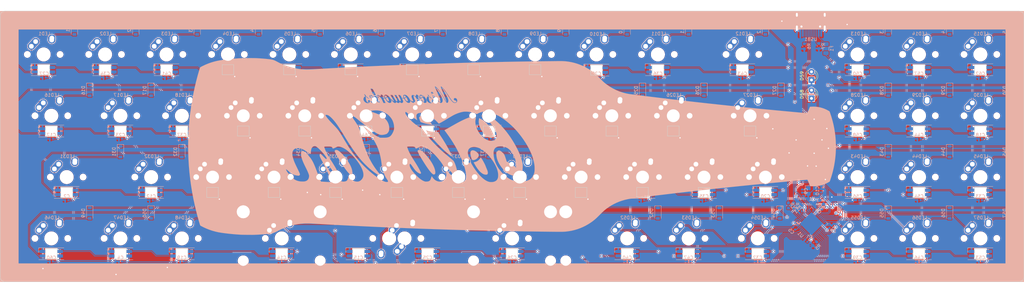
<source format=kicad_pcb>
(kicad_pcb (version 20171130) (host pcbnew "(5.1.5)-3")
  (layers (0 F.Cu signal) (31 B.Cu signal) (34 B.Paste user) (35 F.Paste user) (36 B.SilkS user) (37 F.SilkS user) (38 B.Mask user) (39 F.Mask user) (44 Edge.Cuts user))
  (net 0 "")
  (net 1 col6)
  (net 2 col7)
  (net 3 col8)
  (net 4 col9)
  (net 5 row0)
  (net 6 row1)
  (net 7 row2)
  (net 8 row3)
  (net 9 +5V)
  (net 10 GND)
  (net 11 "Net-(D1-Pad2)")
  (net 12 "Net-(D2-Pad2)")
  (net 13 "Net-(D3-Pad2)")
  (net 14 "Net-(D4-Pad2)")
  (net 15 "Net-(C9-Pad2)")
  (net 16 "Net-(C10-Pad2)")
  (net 17 "Net-(C11-Pad1)")
  (net 18 VCC)
  (net 19 D+)
  (net 20 "Net-(R2-Pad1)")
  (net 21 D-)
  (net 22 "Net-(R3-Pad1)")
  (net 23 "Net-(R4-Pad1)")
  (net 24 "Net-(R5-Pad2)")
  (net 25 "Net-(U1-Pad42)")
  (net 26 "Net-(U1-Pad1)")
  (net 27 "Net-(USB1-Pad3)")
  (net 28 "Net-(USB1-Pad9)")
  (net 29 "Net-(R6-Pad2)")
  (net 30 "Net-(R7-Pad2)")
  (net 31 "Net-(D5-Pad2)")
  (net 32 "Net-(D6-Pad2)")
  (net 33 "Net-(D7-Pad2)")
  (net 34 "Net-(D8-Pad2)")
  (net 35 "Net-(D9-Pad2)")
  (net 36 "Net-(D10-Pad2)")
  (net 37 "Net-(D11-Pad2)")
  (net 38 "Net-(D12-Pad2)")
  (net 39 "Net-(D13-Pad2)")
  (net 40 "Net-(D14-Pad2)")
  (net 41 "Net-(D15-Pad2)")
  (net 42 "Net-(D16-Pad2)")
  (net 43 "Net-(D17-Pad2)")
  (net 44 "Net-(D18-Pad2)")
  (net 45 "Net-(D19-Pad2)")
  (net 46 "Net-(D20-Pad2)")
  (net 47 "Net-(D21-Pad2)")
  (net 48 "Net-(D22-Pad2)")
  (net 49 "Net-(D23-Pad2)")
  (net 50 "Net-(D24-Pad2)")
  (net 51 "Net-(D25-Pad2)")
  (net 52 "Net-(D26-Pad2)")
  (net 53 "Net-(D27-Pad2)")
  (net 54 "Net-(D28-Pad2)")
  (net 55 "Net-(D29-Pad2)")
  (net 56 "Net-(D30-Pad2)")
  (net 57 "Net-(D31-Pad2)")
  (net 58 "Net-(D32-Pad2)")
  (net 59 "Net-(D33-Pad2)")
  (net 60 "Net-(D34-Pad2)")
  (net 61 "Net-(D35-Pad2)")
  (net 62 "Net-(D36-Pad2)")
  (net 63 "Net-(D37-Pad2)")
  (net 64 "Net-(D38-Pad2)")
  (net 65 "Net-(D39-Pad2)")
  (net 66 "Net-(D40-Pad2)")
  (net 67 "Net-(D41-Pad2)")
  (net 68 "Net-(D42-Pad2)")
  (net 69 "Net-(U1-Pad8)")
  (net 70 "Net-(D43-Pad2)")
  (net 71 "Net-(D44-Pad2)")
  (net 72 "Net-(D45-Pad2)")
  (net 73 "Net-(D46-Pad2)")
  (net 74 "Net-(D47-Pad2)")
  (net 75 "Net-(D48-Pad2)")
  (net 76 "Net-(D49-Pad2)")
  (net 77 "Net-(D50-Pad2)")
  (net 78 "Net-(D51-Pad2)")
  (net 79 "Net-(D52-Pad2)")
  (net 80 "Net-(D53-Pad2)")
  (net 81 "Net-(D55-Pad2)")
  (net 82 "Net-(D56-Pad2)")
  (net 83 "Net-(D57-Pad2)")
  (net 84 col10)
  (net 85 "Net-(D54-Pad2)")
  (net 86 "Net-(LED1-Pad2)")
  (net 87 "Net-(LED2-Pad2)")
  (net 88 "Net-(LED3-Pad2)")
  (net 89 "Net-(LED4-Pad2)")
  (net 90 "Net-(LED5-Pad2)")
  (net 91 "Net-(LED6-Pad2)")
  (net 92 "Net-(LED7-Pad2)")
  (net 93 "Net-(LED8-Pad2)")
  (net 94 "Net-(LED10-Pad4)")
  (net 95 "Net-(LED10-Pad2)")
  (net 96 "Net-(LED11-Pad2)")
  (net 97 "Net-(LED12-Pad2)")
  (net 98 "Net-(LED13-Pad2)")
  (net 99 "Net-(LED14-Pad2)")
  (net 100 R1O)
  (net 101 "Net-(LED16-Pad2)")
  (net 102 "Net-(LED17-Pad2)")
  (net 103 "Net-(LED18-Pad2)")
  (net 104 "Net-(LED19-Pad2)")
  (net 105 "Net-(LED20-Pad2)")
  (net 106 "Net-(LED21-Pad2)")
  (net 107 "Net-(LED22-Pad2)")
  (net 108 "Net-(LED23-Pad2)")
  (net 109 "Net-(LED24-Pad2)")
  (net 110 "Net-(LED25-Pad2)")
  (net 111 "Net-(LED26-Pad2)")
  (net 112 "Net-(LED27-Pad2)")
  (net 113 "Net-(LED28-Pad2)")
  (net 114 "Net-(LED29-Pad2)")
  (net 115 R2O)
  (net 116 "Net-(LED31-Pad2)")
  (net 117 "Net-(LED32-Pad2)")
  (net 118 "Net-(LED33-Pad2)")
  (net 119 "Net-(LED34-Pad2)")
  (net 120 "Net-(LED35-Pad2)")
  (net 121 "Net-(LED36-Pad2)")
  (net 122 "Net-(LED37-Pad2)")
  (net 123 "Net-(LED38-Pad2)")
  (net 124 "Net-(LED39-Pad2)")
  (net 125 "Net-(LED40-Pad2)")
  (net 126 "Net-(LED41-Pad2)")
  (net 127 "Net-(LED42-Pad2)")
  (net 128 "Net-(LED43-Pad2)")
  (net 129 "Net-(LED44-Pad2)")
  (net 130 R3O)
  (net 131 "Net-(LED46-Pad2)")
  (net 132 "Net-(LED47-Pad2)")
  (net 133 "Net-(LED48-Pad2)")
  (net 134 "Net-(LED49-Pad2)")
  (net 135 "Net-(LED50-Pad2)")
  (net 136 "Net-(LED51-Pad2)")
  (net 137 "Net-(LED52-Pad2)")
  (net 138 "Net-(LED53-Pad2)")
  (net 139 "Net-(LED54-Pad2)")
  (net 140 "Net-(LED55-Pad2)")
  (net 141 "Net-(LED56-Pad2)")
  (net 142 "Net-(LED57-Pad2)")
  (net 143 "Net-(LED52-Pad4)")
  (net 144 "Net-(U1-Pad9)")
  (net 145 col12)
  (net 146 col13)
  (net 147 col14)
  (net 148 col11)
  (net 149 col5)
  (net 150 col4)
  (net 151 col3)
  (net 152 col2)
  (net 153 col1)
  (net 154 col0)
  (net 155 2812b_data)
  (net 156 led1)
  (net 157 led2)
  (net 158 "Net-(D58-Pad2)")
  (net 159 "Net-(D59-Pad2)")
  (module Keebio-Parts:colavan (layer B.Cu) (at 288.925 9.525 180)
    (fp_text reference G*** hide)
    (fp_text value LOGO hide)
  )
  (module Resistor_SMD:R_0402_1005Metric (layer B.Cu) (at 380.65 2.315 270)
    (fp_text reference R8 (at 0 1.17 270) (layer B.SilkS) (effects (justify mirror)))
    (fp_text value 220)
    (pad 2 smd roundrect (at 0.485 0 270) (size 0.59 0.64) (layers B.Cu B.Paste B.Mask) (net 157 led2))
    (pad 1 smd roundrect (at -0.485 0 270) (size 0.59 0.64) (layers B.Cu B.Paste B.Mask) (net 159 "Net-(D59-Pad2)"))
  )
  (module Resistor_SMD:R_0402_1005Metric (layer B.Cu) (at 383.75 -1.485 270)
    (fp_text reference R1 (at 0 1.17 270) (layer B.SilkS) (effects (justify mirror)))
    (fp_text value 220)
    (pad 2 smd roundrect (at 0.485 0 270) (size 0.59 0.64) (layers B.Cu B.Paste B.Mask) (net 156 led1))
    (pad 1 smd roundrect (at -0.485 0 270) (size 0.59 0.64) (layers B.Cu B.Paste B.Mask) (net 158 "Net-(D58-Pad2)"))
  )
  (module MX_Alps_Hybrid:MX-1U-NoLED (layer F.Cu) (at 396.08125 19.05)
    (fp_text reference MX43)
    (fp_text value MX-NoLED)
    (pad "" np_thru_hole circle (at 5.08 0 48.0996) (size 1.75 1.75) (drill 1.75) (layers *.Cu *.Mask))
    (pad "" np_thru_hole circle (at -5.08 0 48.0996) (size 1.75 1.75) (drill 1.75) (layers *.Cu *.Mask))
    (pad 1 thru_hole circle (at -2.5 -4) (size 2.25 2.25) (drill 1.47) (layers *.Cu B.Mask) (net 145 col12))
    (pad "" np_thru_hole circle (at 0 0) (size 3.9878 3.9878) (drill 3.9878) (layers *.Cu *.Mask))
    (pad 1 thru_hole oval (at -3.81 -2.54 48.0996) (size 4.211556 2.25) (drill 1.47 (offset 0.980778 0)) (layers *.Cu B.Mask) (net 145 col12))
    (pad 2 thru_hole circle (at 2.54 -5.08) (size 2.25 2.25) (drill 1.47) (layers *.Cu B.Mask) (net 70 "Net-(D43-Pad2)"))
    (pad 2 thru_hole oval (at 2.5 -4.5 86.0548) (size 2.831378 2.25) (drill 1.47 (offset 0.290689 0)) (layers *.Cu B.Mask) (net 70 "Net-(D43-Pad2)"))
  )
  (module LED_THT:LED_D3.0mm (layer F.Cu) (at 381.79375 -11.1125 90)
    (fp_text reference D59 (at 1.27 -2.96 90) (layer F.SilkS))
    (fp_text value LED)
    (pad 2 thru_hole circle (at 2.54 0 90) (size 1.8 1.8) (drill 0.9) (layers *.Cu *.Mask) (net 159 "Net-(D59-Pad2)"))
    (pad 1 thru_hole rect (at 0 0 90) (size 1.8 1.8) (drill 0.9) (layers *.Cu *.Mask) (net 10 GND))
  )
  (module LED_THT:LED_D3.0mm (layer F.Cu) (at 381.79375 -5.3975 90)
    (fp_text reference D58 (at 1.27 -2.96 90) (layer F.SilkS))
    (fp_text value LED)
    (pad 2 thru_hole circle (at 2.54 0 90) (size 1.8 1.8) (drill 0.9) (layers *.Cu *.Mask) (net 158 "Net-(D58-Pad2)"))
    (pad 1 thru_hole rect (at 0 0 90) (size 1.8 1.8) (drill 0.9) (layers *.Cu *.Mask) (net 10 GND))
  )
  (module MX_Alps_Hybrid:MX-1U-NoLED (layer F.Cu) (at 272.25625 19.05)
    (fp_text reference MX37)
    (fp_text value MX-NoLED)
    (pad "" np_thru_hole circle (at 5.08 0 48.0996) (size 1.75 1.75) (drill 1.75) (layers *.Cu *.Mask))
    (pad "" np_thru_hole circle (at -5.08 0 48.0996) (size 1.75 1.75) (drill 1.75) (layers *.Cu *.Mask))
    (pad 1 thru_hole circle (at -2.5 -4) (size 2.25 2.25) (drill 1.47) (layers *.Cu B.Mask) (net 1 col6))
    (pad "" np_thru_hole circle (at 0 0) (size 3.9878 3.9878) (drill 3.9878) (layers *.Cu *.Mask))
    (pad 1 thru_hole oval (at -3.81 -2.54 48.0996) (size 4.211556 2.25) (drill 1.47 (offset 0.980778 0)) (layers *.Cu B.Mask) (net 1 col6))
    (pad 2 thru_hole circle (at 2.54 -5.08) (size 2.25 2.25) (drill 1.47) (layers *.Cu B.Mask) (net 63 "Net-(D37-Pad2)"))
    (pad 2 thru_hole oval (at 2.5 -4.5 86.0548) (size 2.831378 2.25) (drill 1.47 (offset 0.290689 0)) (layers *.Cu B.Mask) (net 63 "Net-(D37-Pad2)"))
  )
  (module MX_Alps_Hybrid:MX-1.25U-NoLED (layer F.Cu) (at 365.125 38.1)
    (fp_text reference MX54)
    (fp_text value MX-NoLED)
    (pad "" np_thru_hole circle (at 5.08 0 48.0996) (size 1.75 1.75) (drill 1.75) (layers *.Cu *.Mask))
    (pad "" np_thru_hole circle (at -5.08 0 48.0996) (size 1.75 1.75) (drill 1.75) (layers *.Cu *.Mask))
    (pad 1 thru_hole circle (at -2.5 -4) (size 2.25 2.25) (drill 1.47) (layers *.Cu B.Mask) (net 148 col11))
    (pad "" np_thru_hole circle (at 0 0) (size 3.9878 3.9878) (drill 3.9878) (layers *.Cu *.Mask))
    (pad 1 thru_hole oval (at -3.81 -2.54 48.0996) (size 4.211556 2.25) (drill 1.47 (offset 0.980778 0)) (layers *.Cu B.Mask) (net 148 col11))
    (pad 2 thru_hole circle (at 2.54 -5.08) (size 2.25 2.25) (drill 1.47) (layers *.Cu B.Mask) (net 85 "Net-(D54-Pad2)"))
    (pad 2 thru_hole oval (at 2.5 -4.5 86.0548) (size 2.831378 2.25) (drill 1.47 (offset 0.290689 0)) (layers *.Cu B.Mask) (net 85 "Net-(D54-Pad2)"))
  )
  (module MX_Alps_Hybrid:MX-1U-NoLED (layer F.Cu) (at 396.08125 38.1)
    (fp_text reference MX55)
    (fp_text value MX-NoLED)
    (pad "" np_thru_hole circle (at 5.08 0 48.0996) (size 1.75 1.75) (drill 1.75) (layers *.Cu *.Mask))
    (pad "" np_thru_hole circle (at -5.08 0 48.0996) (size 1.75 1.75) (drill 1.75) (layers *.Cu *.Mask))
    (pad 1 thru_hole circle (at -2.5 -4) (size 2.25 2.25) (drill 1.47) (layers *.Cu B.Mask) (net 145 col12))
    (pad "" np_thru_hole circle (at 0 0) (size 3.9878 3.9878) (drill 3.9878) (layers *.Cu *.Mask))
    (pad 1 thru_hole oval (at -3.81 -2.54 48.0996) (size 4.211556 2.25) (drill 1.47 (offset 0.980778 0)) (layers *.Cu B.Mask) (net 145 col12))
    (pad 2 thru_hole circle (at 2.54 -5.08) (size 2.25 2.25) (drill 1.47) (layers *.Cu B.Mask) (net 81 "Net-(D55-Pad2)"))
    (pad 2 thru_hole oval (at 2.5 -4.5 86.0548) (size 2.831378 2.25) (drill 1.47 (offset 0.290689 0)) (layers *.Cu B.Mask) (net 81 "Net-(D55-Pad2)"))
  )
  (module MX_Alps_Hybrid:MX-1U-NoLED (layer F.Cu) (at 343.69375 38.1)
    (fp_text reference MX53)
    (fp_text value MX-NoLED)
    (pad "" np_thru_hole circle (at 5.08 0 48.0996) (size 1.75 1.75) (drill 1.75) (layers *.Cu *.Mask))
    (pad "" np_thru_hole circle (at -5.08 0 48.0996) (size 1.75 1.75) (drill 1.75) (layers *.Cu *.Mask))
    (pad 1 thru_hole circle (at -2.5 -4) (size 2.25 2.25) (drill 1.47) (layers *.Cu B.Mask) (net 84 col10))
    (pad "" np_thru_hole circle (at 0 0) (size 3.9878 3.9878) (drill 3.9878) (layers *.Cu *.Mask))
    (pad 1 thru_hole oval (at -3.81 -2.54 48.0996) (size 4.211556 2.25) (drill 1.47 (offset 0.980778 0)) (layers *.Cu B.Mask) (net 84 col10))
    (pad 2 thru_hole circle (at 2.54 -5.08) (size 2.25 2.25) (drill 1.47) (layers *.Cu B.Mask) (net 80 "Net-(D53-Pad2)"))
    (pad 2 thru_hole oval (at 2.5 -4.5 86.0548) (size 2.831378 2.25) (drill 1.47 (offset 0.290689 0)) (layers *.Cu B.Mask) (net 80 "Net-(D53-Pad2)"))
  )
  (module Capacitor_SMD:C_0402_1005Metric (layer B.Cu) (at 257.96875 -11.90625 180)
    (fp_text reference C65 (at 0 1.17) (layer B.SilkS) (effects (justify mirror)))
    (fp_text value 104)
    (pad 2 smd roundrect (at 0.485 0 180) (size 0.59 0.64) (layers B.Cu B.Paste B.Mask) (net 10 GND))
    (pad 1 smd roundrect (at -0.485 0 180) (size 0.59 0.64) (layers B.Cu B.Paste B.Mask) (net 9 +5V))
  )
  (module Capacitor_SMD:C_0402_1005Metric (layer B.Cu) (at 243.68125 7.14375 180)
    (fp_text reference C64 (at 0 1.17) (layer B.SilkS) (effects (justify mirror)))
    (fp_text value 104)
    (pad 2 smd roundrect (at 0.485 0 180) (size 0.59 0.64) (layers B.Cu B.Paste B.Mask) (net 10 GND))
    (pad 1 smd roundrect (at -0.485 0 180) (size 0.59 0.64) (layers B.Cu B.Paste B.Mask) (net 9 +5V))
  )
  (module Capacitor_SMD:C_0402_1005Metric (layer B.Cu) (at 338.93125 7.14375 180)
    (fp_text reference C63 (at 0 1.17) (layer B.SilkS) (effects (justify mirror)))
    (fp_text value 104)
    (pad 2 smd roundrect (at 0.485 0 180) (size 0.59 0.64) (layers B.Cu B.Paste B.Mask) (net 10 GND))
    (pad 1 smd roundrect (at -0.485 0 180) (size 0.59 0.64) (layers B.Cu B.Paste B.Mask) (net 9 +5V))
  )
  (module Capacitor_SMD:C_0402_1005Metric (layer B.Cu) (at 434.18125 -11.90625 180)
    (fp_text reference C62 (at 0 1.17) (layer B.SilkS) (effects (justify mirror)))
    (fp_text value 104)
    (pad 2 smd roundrect (at 0.485 0 180) (size 0.59 0.64) (layers B.Cu B.Paste B.Mask) (net 10 GND))
    (pad 1 smd roundrect (at -0.485 0 180) (size 0.59 0.64) (layers B.Cu B.Paste B.Mask) (net 9 +5V))
  )
  (module Capacitor_SMD:C_0402_1005Metric (layer B.Cu) (at 238.91875 -11.90625 180)
    (fp_text reference C61 (at 0 1.17) (layer B.SilkS) (effects (justify mirror)))
    (fp_text value 104)
    (pad 2 smd roundrect (at 0.485 0 180) (size 0.59 0.64) (layers B.Cu B.Paste B.Mask) (net 10 GND))
    (pad 1 smd roundrect (at -0.485 0 180) (size 0.59 0.64) (layers B.Cu B.Paste B.Mask) (net 9 +5V))
  )
  (module Capacitor_SMD:C_0402_1005Metric (layer B.Cu) (at 146.05 45.24375 180)
    (fp_text reference C60 (at 0 1.17) (layer B.SilkS) (effects (justify mirror)))
    (fp_text value 104)
    (pad 2 smd roundrect (at 0.485 0 180) (size 0.59 0.64) (layers B.Cu B.Paste B.Mask) (net 10 GND))
    (pad 1 smd roundrect (at -0.485 0 180) (size 0.59 0.64) (layers B.Cu B.Paste B.Mask) (net 9 +5V))
  )
  (module Capacitor_SMD:C_0402_1005Metric (layer B.Cu) (at 224.63125 7.14375 180)
    (fp_text reference C59 (at 0 1.17) (layer B.SilkS) (effects (justify mirror)))
    (fp_text value 104)
    (pad 2 smd roundrect (at 0.485 0 180) (size 0.59 0.64) (layers B.Cu B.Paste B.Mask) (net 10 GND))
    (pad 1 smd roundrect (at -0.485 0 180) (size 0.59 0.64) (layers B.Cu B.Paste B.Mask) (net 9 +5V))
  )
  (module Capacitor_SMD:C_0402_1005Metric (layer B.Cu) (at 396.08125 7.14375 180)
    (fp_text reference C58 (at 0 1.17) (layer B.SilkS) (effects (justify mirror)))
    (fp_text value 104)
    (pad 2 smd roundrect (at 0.485 0 180) (size 0.59 0.64) (layers B.Cu B.Paste B.Mask) (net 10 GND))
    (pad 1 smd roundrect (at -0.485 0 180) (size 0.59 0.64) (layers B.Cu B.Paste B.Mask) (net 9 +5V))
  )
  (module Capacitor_SMD:C_0402_1005Metric (layer B.Cu) (at 415.13125 -11.90625 180)
    (fp_text reference C57 (at 0 1.17) (layer B.SilkS) (effects (justify mirror)))
    (fp_text value 104)
    (pad 2 smd roundrect (at 0.485 0 180) (size 0.59 0.64) (layers B.Cu B.Paste B.Mask) (net 10 GND))
    (pad 1 smd roundrect (at -0.485 0 180) (size 0.59 0.64) (layers B.Cu B.Paste B.Mask) (net 9 +5V))
  )
  (module Capacitor_SMD:C_0402_1005Metric (layer B.Cu) (at 396.08125 26.19375 180)
    (fp_text reference C56 (at 0 1.17) (layer B.SilkS) (effects (justify mirror)))
    (fp_text value 104)
    (pad 2 smd roundrect (at 0.485 0 180) (size 0.59 0.64) (layers B.Cu B.Paste B.Mask) (net 10 GND))
    (pad 1 smd roundrect (at -0.485 0 180) (size 0.59 0.64) (layers B.Cu B.Paste B.Mask) (net 9 +5V))
  )
  (module Capacitor_SMD:C_0402_1005Metric (layer B.Cu) (at 219.86875 -11.90625 180)
    (fp_text reference C55 (at 0 1.17) (layer B.SilkS) (effects (justify mirror)))
    (fp_text value 104)
    (pad 2 smd roundrect (at 0.485 0 180) (size 0.59 0.64) (layers B.Cu B.Paste B.Mask) (net 10 GND))
    (pad 1 smd roundrect (at -0.485 0 180) (size 0.59 0.64) (layers B.Cu B.Paste B.Mask) (net 9 +5V))
  )
  (module Capacitor_SMD:C_0402_1005Metric (layer B.Cu) (at 415.13125 26.19375 180)
    (fp_text reference C54 (at 0 1.17) (layer B.SilkS) (effects (justify mirror)))
    (fp_text value 104)
    (pad 2 smd roundrect (at 0.485 0 180) (size 0.59 0.64) (layers B.Cu B.Paste B.Mask) (net 10 GND))
    (pad 1 smd roundrect (at -0.485 0 180) (size 0.59 0.64) (layers B.Cu B.Paste B.Mask) (net 9 +5V))
  )
  (module Capacitor_SMD:C_0402_1005Metric (layer B.Cu) (at 434.18125 45.24375 180)
    (fp_text reference C53 (at 0 1.17) (layer B.SilkS) (effects (justify mirror)))
    (fp_text value 104)
    (pad 2 smd roundrect (at 0.485 0 180) (size 0.59 0.64) (layers B.Cu B.Paste B.Mask) (net 10 GND))
    (pad 1 smd roundrect (at -0.485 0 180) (size 0.59 0.64) (layers B.Cu B.Paste B.Mask) (net 9 +5V))
  )
  (module Capacitor_SMD:C_0402_1005Metric (layer B.Cu) (at 262.73125 7.14375 180)
    (fp_text reference C52 (at 0 1.17) (layer B.SilkS) (effects (justify mirror)))
    (fp_text value 104)
    (pad 2 smd roundrect (at 0.485 0 180) (size 0.59 0.64) (layers B.Cu B.Paste B.Mask) (net 10 GND))
    (pad 1 smd roundrect (at -0.485 0 180) (size 0.59 0.64) (layers B.Cu B.Paste B.Mask) (net 9 +5V))
  )
  (module Capacitor_SMD:C_0402_1005Metric (layer B.Cu) (at 296.06875 -11.90625 180)
    (fp_text reference C51 (at 0 1.17) (layer B.SilkS) (effects (justify mirror)))
    (fp_text value 104)
    (pad 2 smd roundrect (at 0.485 0 180) (size 0.59 0.64) (layers B.Cu B.Paste B.Mask) (net 10 GND))
    (pad 1 smd roundrect (at -0.485 0 180) (size 0.59 0.64) (layers B.Cu B.Paste B.Mask) (net 9 +5V))
  )
  (module Capacitor_SMD:C_0402_1005Metric (layer B.Cu) (at 396.08125 -11.90625 180)
    (fp_text reference C50 (at 0 1.17) (layer B.SilkS) (effects (justify mirror)))
    (fp_text value 104)
    (pad 2 smd roundrect (at 0.485 0 180) (size 0.59 0.64) (layers B.Cu B.Paste B.Mask) (net 10 GND))
    (pad 1 smd roundrect (at -0.485 0 180) (size 0.59 0.64) (layers B.Cu B.Paste B.Mask) (net 9 +5V))
  )
  (module Capacitor_SMD:C_0402_1005Metric (layer B.Cu) (at 205.58125 7.14375 180)
    (fp_text reference C49 (at 0 1.17) (layer B.SilkS) (effects (justify mirror)))
    (fp_text value 104)
    (pad 2 smd roundrect (at 0.485 0 180) (size 0.59 0.64) (layers B.Cu B.Paste B.Mask) (net 10 GND))
    (pad 1 smd roundrect (at -0.485 0 180) (size 0.59 0.64) (layers B.Cu B.Paste B.Mask) (net 9 +5V))
  )
  (module Capacitor_SMD:C_0402_1005Metric (layer B.Cu) (at 200.81875 -11.90625 180)
    (fp_text reference C48 (at 0 1.17) (layer B.SilkS) (effects (justify mirror)))
    (fp_text value 104)
    (pad 2 smd roundrect (at 0.485 0 180) (size 0.59 0.64) (layers B.Cu B.Paste B.Mask) (net 10 GND))
    (pad 1 smd roundrect (at -0.485 0 180) (size 0.59 0.64) (layers B.Cu B.Paste B.Mask) (net 9 +5V))
  )
  (module Capacitor_SMD:C_0402_1005Metric (layer B.Cu) (at 343.69375 45.24375 180)
    (fp_text reference C47 (at 0 1.17) (layer B.SilkS) (effects (justify mirror)))
    (fp_text value 104)
    (pad 2 smd roundrect (at 0.485 0 180) (size 0.59 0.64) (layers B.Cu B.Paste B.Mask) (net 10 GND))
    (pad 1 smd roundrect (at -0.485 0 180) (size 0.59 0.64) (layers B.Cu B.Paste B.Mask) (net 9 +5V))
  )
  (module Capacitor_SMD:C_0402_1005Metric (layer B.Cu) (at 415.13125 45.24375 180)
    (fp_text reference C46 (at 0 1.17) (layer B.SilkS) (effects (justify mirror)))
    (fp_text value 104)
    (pad 2 smd roundrect (at 0.485 0 180) (size 0.59 0.64) (layers B.Cu B.Paste B.Mask) (net 10 GND))
    (pad 1 smd roundrect (at -0.485 0 180) (size 0.59 0.64) (layers B.Cu B.Paste B.Mask) (net 9 +5V))
  )
  (module Capacitor_SMD:C_0402_1005Metric (layer B.Cu) (at 281.78125 7.14375 180)
    (fp_text reference C45 (at 0 1.17) (layer B.SilkS) (effects (justify mirror)))
    (fp_text value 104)
    (pad 2 smd roundrect (at 0.485 0 180) (size 0.59 0.64) (layers B.Cu B.Paste B.Mask) (net 10 GND))
    (pad 1 smd roundrect (at -0.485 0 180) (size 0.59 0.64) (layers B.Cu B.Paste B.Mask) (net 9 +5V))
  )
  (module Capacitor_SMD:C_0402_1005Metric (layer B.Cu) (at 415.13125 7.14375 180)
    (fp_text reference C44 (at 0 1.17) (layer B.SilkS) (effects (justify mirror)))
    (fp_text value 104)
    (pad 2 smd roundrect (at 0.485 0 180) (size 0.59 0.64) (layers B.Cu B.Paste B.Mask) (net 10 GND))
    (pad 1 smd roundrect (at -0.485 0 180) (size 0.59 0.64) (layers B.Cu B.Paste B.Mask) (net 9 +5V))
  )
  (module Capacitor_SMD:C_0402_1005Metric (layer B.Cu) (at 360.3625 -11.90625 180)
    (fp_text reference C43 (at 0 1.17) (layer B.SilkS) (effects (justify mirror)))
    (fp_text value 104)
    (pad 2 smd roundrect (at 0.485 0 180) (size 0.59 0.64) (layers B.Cu B.Paste B.Mask) (net 10 GND))
    (pad 1 smd roundrect (at -0.485 0 180) (size 0.59 0.64) (layers B.Cu B.Paste B.Mask) (net 9 +5V))
  )
  (module Capacitor_SMD:C_0402_1005Metric (layer B.Cu) (at 329.40625 26.19375 180)
    (fp_text reference C42 (at 0 1.17) (layer B.SilkS) (effects (justify mirror)))
    (fp_text value 104)
    (pad 2 smd roundrect (at 0.485 0 180) (size 0.59 0.64) (layers B.Cu B.Paste B.Mask) (net 10 GND))
    (pad 1 smd roundrect (at -0.485 0 180) (size 0.59 0.64) (layers B.Cu B.Paste B.Mask) (net 9 +5V))
  )
  (module Capacitor_SMD:C_0402_1005Metric (layer B.Cu) (at 181.76875 -11.90625 180)
    (fp_text reference C41 (at 0 1.17) (layer B.SilkS) (effects (justify mirror)))
    (fp_text value 104)
    (pad 2 smd roundrect (at 0.485 0 180) (size 0.59 0.64) (layers B.Cu B.Paste B.Mask) (net 10 GND))
    (pad 1 smd roundrect (at -0.485 0 180) (size 0.59 0.64) (layers B.Cu B.Paste B.Mask) (net 9 +5V))
  )
  (module Capacitor_SMD:C_0402_1005Metric (layer B.Cu) (at 324.64375 45.24375 180)
    (fp_text reference C40 (at 0 1.17) (layer B.SilkS) (effects (justify mirror)))
    (fp_text value 104)
    (pad 2 smd roundrect (at 0.485 0 180) (size 0.59 0.64) (layers B.Cu B.Paste B.Mask) (net 10 GND))
    (pad 1 smd roundrect (at -0.485 0 180) (size 0.59 0.64) (layers B.Cu B.Paste B.Mask) (net 9 +5V))
  )
  (module Capacitor_SMD:C_0402_1005Metric (layer B.Cu) (at 396.08125 45.24375 180)
    (fp_text reference C39 (at 0 1.17) (layer B.SilkS) (effects (justify mirror)))
    (fp_text value 104)
    (pad 2 smd roundrect (at 0.485 0 180) (size 0.59 0.64) (layers B.Cu B.Paste B.Mask) (net 10 GND))
    (pad 1 smd roundrect (at -0.485 0 180) (size 0.59 0.64) (layers B.Cu B.Paste B.Mask) (net 9 +5V))
  )
  (module Capacitor_SMD:C_0402_1005Metric (layer B.Cu) (at 300.83125 7.14375 180)
    (fp_text reference C38 (at 0 1.17) (layer B.SilkS) (effects (justify mirror)))
    (fp_text value 104)
    (pad 2 smd roundrect (at 0.485 0 180) (size 0.59 0.64) (layers B.Cu B.Paste B.Mask) (net 10 GND))
    (pad 1 smd roundrect (at -0.485 0 180) (size 0.59 0.64) (layers B.Cu B.Paste B.Mask) (net 9 +5V))
  )
  (module Capacitor_SMD:C_0402_1005Metric (layer B.Cu) (at 186.53125 7.14375 180)
    (fp_text reference C37 (at 0 1.17) (layer B.SilkS) (effects (justify mirror)))
    (fp_text value 104)
    (pad 2 smd roundrect (at 0.485 0 180) (size 0.59 0.64) (layers B.Cu B.Paste B.Mask) (net 10 GND))
    (pad 1 smd roundrect (at -0.485 0 180) (size 0.59 0.64) (layers B.Cu B.Paste B.Mask) (net 9 +5V))
  )
  (module Capacitor_SMD:C_0402_1005Metric (layer B.Cu) (at 334.16875 -11.90625 180)
    (fp_text reference C36 (at 0 1.17) (layer B.SilkS) (effects (justify mirror)))
    (fp_text value 104)
    (pad 2 smd roundrect (at 0.485 0 180) (size 0.59 0.64) (layers B.Cu B.Paste B.Mask) (net 10 GND))
    (pad 1 smd roundrect (at -0.485 0 180) (size 0.59 0.64) (layers B.Cu B.Paste B.Mask) (net 9 +5V))
  )
  (module Capacitor_SMD:C_0402_1005Metric (layer B.Cu) (at 348.45625 26.19375 180)
    (fp_text reference C35 (at 0 1.17) (layer B.SilkS) (effects (justify mirror)))
    (fp_text value 104)
    (pad 2 smd roundrect (at 0.485 0 180) (size 0.59 0.64) (layers B.Cu B.Paste B.Mask) (net 10 GND))
    (pad 1 smd roundrect (at -0.485 0 180) (size 0.59 0.64) (layers B.Cu B.Paste B.Mask) (net 9 +5V))
  )
  (module Capacitor_SMD:C_0402_1005Metric (layer B.Cu) (at 162.71875 -11.90625 180)
    (fp_text reference C34 (at 0 1.17) (layer B.SilkS) (effects (justify mirror)))
    (fp_text value 104)
    (pad 2 smd roundrect (at 0.485 0 180) (size 0.59 0.64) (layers B.Cu B.Paste B.Mask) (net 10 GND))
    (pad 1 smd roundrect (at -0.485 0 180) (size 0.59 0.64) (layers B.Cu B.Paste B.Mask) (net 9 +5V))
  )
  (module Capacitor_SMD:C_0402_1005Metric (layer B.Cu) (at 434.18125 26.19375 180)
    (fp_text reference C33 (at 0 1.17) (layer B.SilkS) (effects (justify mirror)))
    (fp_text value 104)
    (pad 2 smd roundrect (at 0.485 0 180) (size 0.59 0.64) (layers B.Cu B.Paste B.Mask) (net 10 GND))
    (pad 1 smd roundrect (at -0.485 0 180) (size 0.59 0.64) (layers B.Cu B.Paste B.Mask) (net 9 +5V))
  )
  (module Capacitor_SMD:C_0402_1005Metric (layer B.Cu) (at 365.125 45.24375 180)
    (fp_text reference C32 (at 0 1.17) (layer B.SilkS) (effects (justify mirror)))
    (fp_text value 104)
    (pad 2 smd roundrect (at 0.485 0 180) (size 0.59 0.64) (layers B.Cu B.Paste B.Mask) (net 10 GND))
    (pad 1 smd roundrect (at -0.485 0 180) (size 0.59 0.64) (layers B.Cu B.Paste B.Mask) (net 9 +5V))
  )
  (module Capacitor_SMD:C_0402_1005Metric (layer B.Cu) (at 319.88125 7.14375 180)
    (fp_text reference C31 (at 0 1.17) (layer B.SilkS) (effects (justify mirror)))
    (fp_text value 104)
    (pad 2 smd roundrect (at 0.485 0 180) (size 0.59 0.64) (layers B.Cu B.Paste B.Mask) (net 10 GND))
    (pad 1 smd roundrect (at -0.485 0 180) (size 0.59 0.64) (layers B.Cu B.Paste B.Mask) (net 9 +5V))
  )
  (module Capacitor_SMD:C_0402_1005Metric (layer B.Cu) (at 234.15625 26.19375 180)
    (fp_text reference C30 (at 0 1.17) (layer B.SilkS) (effects (justify mirror)))
    (fp_text value 104)
    (pad 2 smd roundrect (at 0.485 0 180) (size 0.59 0.64) (layers B.Cu B.Paste B.Mask) (net 10 GND))
    (pad 1 smd roundrect (at -0.485 0 180) (size 0.59 0.64) (layers B.Cu B.Paste B.Mask) (net 9 +5V))
  )
  (module Capacitor_SMD:C_0402_1005Metric (layer B.Cu) (at 315.11875 -11.90625 180)
    (fp_text reference C29 (at 0 1.17) (layer B.SilkS) (effects (justify mirror)))
    (fp_text value 104)
    (pad 2 smd roundrect (at 0.485 0 180) (size 0.59 0.64) (layers B.Cu B.Paste B.Mask) (net 10 GND))
    (pad 1 smd roundrect (at -0.485 0 180) (size 0.59 0.64) (layers B.Cu B.Paste B.Mask) (net 9 +5V))
  )
  (module Capacitor_SMD:C_0402_1005Metric (layer B.Cu) (at 310.35625 26.19375 180)
    (fp_text reference C28 (at 0 1.17) (layer B.SilkS) (effects (justify mirror)))
    (fp_text value 104)
    (pad 2 smd roundrect (at 0.485 0 180) (size 0.59 0.64) (layers B.Cu B.Paste B.Mask) (net 10 GND))
    (pad 1 smd roundrect (at -0.485 0 180) (size 0.59 0.64) (layers B.Cu B.Paste B.Mask) (net 9 +5V))
  )
  (module Capacitor_SMD:C_0402_1005Metric (layer B.Cu) (at 143.815 -11.90625 180)
    (fp_text reference C27 (at 0 1.17) (layer B.SilkS) (effects (justify mirror)))
    (fp_text value 104)
    (pad 2 smd roundrect (at 0.485 0 180) (size 0.59 0.64) (layers B.Cu B.Paste B.Mask) (net 10 GND))
    (pad 1 smd roundrect (at -0.485 0 180) (size 0.59 0.64) (layers B.Cu B.Paste B.Mask) (net 9 +5V))
  )
  (module Capacitor_SMD:C_0402_1005Metric (layer B.Cu) (at 288.925 45.24375 180)
    (fp_text reference C26 (at 0 1.17) (layer B.SilkS) (effects (justify mirror)))
    (fp_text value 104)
    (pad 2 smd roundrect (at 0.485 0 180) (size 0.59 0.64) (layers B.Cu B.Paste B.Mask) (net 10 GND))
    (pad 1 smd roundrect (at -0.485 0 180) (size 0.59 0.64) (layers B.Cu B.Paste B.Mask) (net 9 +5V))
  )
  (module Capacitor_SMD:C_0402_1005Metric (layer B.Cu) (at 262.73125 45.24375 180)
    (fp_text reference C25 (at 0 1.17) (layer B.SilkS) (effects (justify mirror)))
    (fp_text value 104)
    (pad 2 smd roundrect (at 0.485 0 180) (size 0.59 0.64) (layers B.Cu B.Paste B.Mask) (net 10 GND))
    (pad 1 smd roundrect (at -0.485 0 180) (size 0.59 0.64) (layers B.Cu B.Paste B.Mask) (net 9 +5V))
  )
  (module Capacitor_SMD:C_0402_1005Metric (layer B.Cu) (at 362.74375 7.14375 180)
    (fp_text reference C24 (at 0 1.17) (layer B.SilkS) (effects (justify mirror)))
    (fp_text value 104)
    (pad 2 smd roundrect (at 0.485 0 180) (size 0.59 0.64) (layers B.Cu B.Paste B.Mask) (net 10 GND))
    (pad 1 smd roundrect (at -0.485 0 180) (size 0.59 0.64) (layers B.Cu B.Paste B.Mask) (net 9 +5V))
  )
  (module Capacitor_SMD:C_0402_1005Metric (layer B.Cu) (at 167.48125 7.14375 180)
    (fp_text reference C23 (at 0 1.17) (layer B.SilkS) (effects (justify mirror)))
    (fp_text value 104)
    (pad 2 smd roundrect (at 0.485 0 180) (size 0.59 0.64) (layers B.Cu B.Paste B.Mask) (net 10 GND))
    (pad 1 smd roundrect (at -0.485 0 180) (size 0.59 0.64) (layers B.Cu B.Paste B.Mask) (net 9 +5V))
  )
  (module Capacitor_SMD:C_0402_1005Metric (layer B.Cu) (at 277.01875 -11.90625 180)
    (fp_text reference C22 (at 0 1.17) (layer B.SilkS) (effects (justify mirror)))
    (fp_text value 104)
    (pad 2 smd roundrect (at 0.485 0 180) (size 0.59 0.64) (layers B.Cu B.Paste B.Mask) (net 10 GND))
    (pad 1 smd roundrect (at -0.485 0 180) (size 0.59 0.64) (layers B.Cu B.Paste B.Mask) (net 9 +5V))
  )
  (module Capacitor_SMD:C_0402_1005Metric (layer B.Cu) (at 272.25625 26.19375 180)
    (fp_text reference C21 (at 0 1.17) (layer B.SilkS) (effects (justify mirror)))
    (fp_text value 104)
    (pad 2 smd roundrect (at 0.485 0 180) (size 0.59 0.64) (layers B.Cu B.Paste B.Mask) (net 10 GND))
    (pad 1 smd roundrect (at -0.485 0 180) (size 0.59 0.64) (layers B.Cu B.Paste B.Mask) (net 9 +5V))
  )
  (module Capacitor_SMD:C_0402_1005Metric (layer B.Cu) (at 367.50625 26.19375 180)
    (fp_text reference C20 (at 0 1.17) (layer B.SilkS) (effects (justify mirror)))
    (fp_text value 104)
    (pad 2 smd roundrect (at 0.485 0 180) (size 0.59 0.64) (layers B.Cu B.Paste B.Mask) (net 10 GND))
    (pad 1 smd roundrect (at -0.485 0 180) (size 0.59 0.64) (layers B.Cu B.Paste B.Mask) (net 9 +5V))
  )
  (module Capacitor_SMD:C_0402_1005Metric (layer B.Cu) (at 186.53125 45.24375 180)
    (fp_text reference C19 (at 0 1.17) (layer B.SilkS) (effects (justify mirror)))
    (fp_text value 104)
    (pad 2 smd roundrect (at 0.485 0 180) (size 0.59 0.64) (layers B.Cu B.Paste B.Mask) (net 10 GND))
    (pad 1 smd roundrect (at -0.485 0 180) (size 0.59 0.64) (layers B.Cu B.Paste B.Mask) (net 9 +5V))
  )
  (module Capacitor_SMD:C_0402_1005Metric (layer B.Cu) (at 434.18125 7.14375 180)
    (fp_text reference C18 (at 0 1.17) (layer B.SilkS) (effects (justify mirror)))
    (fp_text value 104)
    (pad 2 smd roundrect (at 0.485 0 180) (size 0.59 0.64) (layers B.Cu B.Paste B.Mask) (net 10 GND))
    (pad 1 smd roundrect (at -0.485 0 180) (size 0.59 0.64) (layers B.Cu B.Paste B.Mask) (net 9 +5V))
  )
  (module Capacitor_SMD:C_0402_1005Metric (layer B.Cu) (at 146.05 7.14375 180)
    (fp_text reference C17 (at 0 1.17) (layer B.SilkS) (effects (justify mirror)))
    (fp_text value 104)
    (pad 2 smd roundrect (at 0.485 0 180) (size 0.59 0.64) (layers B.Cu B.Paste B.Mask) (net 10 GND))
    (pad 1 smd roundrect (at -0.485 0 180) (size 0.59 0.64) (layers B.Cu B.Paste B.Mask) (net 9 +5V))
  )
  (module Capacitor_SMD:C_0402_1005Metric (layer B.Cu) (at 253.20625 26.19375 180)
    (fp_text reference C16 (at 0 1.17) (layer B.SilkS) (effects (justify mirror)))
    (fp_text value 104)
    (pad 2 smd roundrect (at 0.485 0 180) (size 0.59 0.64) (layers B.Cu B.Paste B.Mask) (net 10 GND))
    (pad 1 smd roundrect (at -0.485 0 180) (size 0.59 0.64) (layers B.Cu B.Paste B.Mask) (net 9 +5V))
  )
  (module Capacitor_SMD:C_0402_1005Metric (layer B.Cu) (at 241.3 45.24375 180)
    (fp_text reference C15 (at 0 1.17) (layer B.SilkS) (effects (justify mirror)))
    (fp_text value 104)
    (pad 2 smd roundrect (at 0.485 0 180) (size 0.59 0.64) (layers B.Cu B.Paste B.Mask) (net 10 GND))
    (pad 1 smd roundrect (at -0.485 0 180) (size 0.59 0.64) (layers B.Cu B.Paste B.Mask) (net 9 +5V))
  )
  (module Capacitor_SMD:C_0402_1005Metric (layer B.Cu) (at 217.4875 45.24375 180)
    (fp_text reference C14 (at 0 1.17) (layer B.SilkS) (effects (justify mirror)))
    (fp_text value 104)
    (pad 2 smd roundrect (at 0.485 0 180) (size 0.59 0.64) (layers B.Cu B.Paste B.Mask) (net 10 GND))
    (pad 1 smd roundrect (at -0.485 0 180) (size 0.59 0.64) (layers B.Cu B.Paste B.Mask) (net 9 +5V))
  )
  (module Capacitor_SMD:C_0402_1005Metric (layer B.Cu) (at 196.05625 26.19375 180)
    (fp_text reference C13 (at 0 1.17) (layer B.SilkS) (effects (justify mirror)))
    (fp_text value 104)
    (pad 2 smd roundrect (at 0.485 0 180) (size 0.59 0.64) (layers B.Cu B.Paste B.Mask) (net 10 GND))
    (pad 1 smd roundrect (at -0.485 0 180) (size 0.59 0.64) (layers B.Cu B.Paste B.Mask) (net 9 +5V))
  )
  (module Capacitor_SMD:C_0402_1005Metric (layer B.Cu) (at 177.00625 26.19375 180)
    (fp_text reference C12 (at 0 1.17) (layer B.SilkS) (effects (justify mirror)))
    (fp_text value 104)
    (pad 2 smd roundrect (at 0.485 0 180) (size 0.59 0.64) (layers B.Cu B.Paste B.Mask) (net 10 GND))
    (pad 1 smd roundrect (at -0.485 0 180) (size 0.59 0.64) (layers B.Cu B.Paste B.Mask) (net 9 +5V))
  )
  (module Capacitor_SMD:C_0402_1005Metric (layer B.Cu) (at 167.48125 45.24375 180)
    (fp_text reference C4 (at 0 1.17) (layer B.SilkS) (effects (justify mirror)))
    (fp_text value 104)
    (pad 2 smd roundrect (at 0.485 0 180) (size 0.59 0.64) (layers B.Cu B.Paste B.Mask) (net 10 GND))
    (pad 1 smd roundrect (at -0.485 0 180) (size 0.59 0.64) (layers B.Cu B.Paste B.Mask) (net 9 +5V))
  )
  (module Capacitor_SMD:C_0402_1005Metric (layer B.Cu) (at 215.10625 26.19375 180)
    (fp_text reference C3 (at 0 1.17) (layer B.SilkS) (effects (justify mirror)))
    (fp_text value 104)
    (pad 2 smd roundrect (at 0.485 0 180) (size 0.59 0.64) (layers B.Cu B.Paste B.Mask) (net 10 GND))
    (pad 1 smd roundrect (at -0.485 0 180) (size 0.59 0.64) (layers B.Cu B.Paste B.Mask) (net 9 +5V))
  )
  (module Capacitor_SMD:C_0402_1005Metric (layer B.Cu) (at 150.8125 26.19375 180)
    (fp_text reference C2 (at 0 1.17) (layer B.SilkS) (effects (justify mirror)))
    (fp_text value 104)
    (pad 2 smd roundrect (at 0.485 0 180) (size 0.59 0.64) (layers B.Cu B.Paste B.Mask) (net 10 GND))
    (pad 1 smd roundrect (at -0.485 0 180) (size 0.59 0.64) (layers B.Cu B.Paste B.Mask) (net 9 +5V))
  )
  (module Capacitor_SMD:C_0402_1005Metric (layer B.Cu) (at 291.30625 26.19375 180)
    (fp_text reference C1 (at 0 1.17) (layer B.SilkS) (effects (justify mirror)))
    (fp_text value 104)
    (pad 2 smd roundrect (at 0.485 0 180) (size 0.59 0.64) (layers B.Cu B.Paste B.Mask) (net 10 GND))
    (pad 1 smd roundrect (at -0.485 0 180) (size 0.59 0.64) (layers B.Cu B.Paste B.Mask) (net 9 +5V))
  )
  (module Resistor_SMD:R_0603_1608Metric (layer B.Cu) (at 384.943153 26.843153 315)
    (fp_text reference R4 (at 0 1.43 135) (layer B.SilkS) (effects (justify mirror)))
    (fp_text value 10K)
    (pad 2 smd roundrect (at 0.7875 0 315) (size 0.875 0.95) (layers B.Cu B.Paste B.Mask) (net 9 +5V))
    (pad 1 smd roundrect (at -0.7875 0 315) (size 0.875 0.95) (layers B.Cu B.Paste B.Mask) (net 23 "Net-(R4-Pad1)"))
  )
  (module Resistor_SMD:R_0603_1608Metric (layer B.Cu) (at 384.075 -21.675 90)
    (fp_text reference R7 (at 0 1.43 90) (layer B.SilkS) (effects (justify mirror)))
    (fp_text value 5.1k)
    (pad 2 smd roundrect (at 0.7875 0 90) (size 0.875 0.95) (layers B.Cu B.Paste B.Mask) (net 30 "Net-(R7-Pad2)"))
    (pad 1 smd roundrect (at -0.7875 0 90) (size 0.875 0.95) (layers B.Cu B.Paste B.Mask) (net 10 GND))
  )
  (module Resistor_SMD:R_0603_1608Metric (layer B.Cu) (at 379.575 -21.575 90)
    (fp_text reference R6 (at 0 1.43 90) (layer B.SilkS) (effects (justify mirror)))
    (fp_text value 5.1k)
    (pad 2 smd roundrect (at 0.7875 0 90) (size 0.875 0.95) (layers B.Cu B.Paste B.Mask) (net 29 "Net-(R6-Pad2)"))
    (pad 1 smd roundrect (at -0.7875 0 90) (size 0.875 0.95) (layers B.Cu B.Paste B.Mask) (net 10 GND))
  )
  (module Resistor_SMD:R_0603_1608Metric (layer B.Cu) (at 382.843153 39.756847 45)
    (fp_text reference R5 (at 0 1.43 45) (layer B.SilkS) (effects (justify mirror)))
    (fp_text value 10K)
    (pad 2 smd roundrect (at 0.7875 0 45) (size 0.875 0.95) (layers B.Cu B.Paste B.Mask) (net 24 "Net-(R5-Pad2)"))
    (pad 1 smd roundrect (at -0.7875 0 45) (size 0.875 0.95) (layers B.Cu B.Paste B.Mask) (net 10 GND))
  )
  (module Resistor_SMD:R_0603_1608Metric (layer B.Cu) (at 376.2 27.9 90)
    (fp_text reference R3 (at 0 1.43 90) (layer B.SilkS) (effects (justify mirror)))
    (fp_text value 22)
    (pad 2 smd roundrect (at 0.7875 0 90) (size 0.875 0.95) (layers B.Cu B.Paste B.Mask) (net 19 D+))
    (pad 1 smd roundrect (at -0.7875 0 90) (size 0.875 0.95) (layers B.Cu B.Paste B.Mask) (net 22 "Net-(R3-Pad1)"))
  )
  (module Resistor_SMD:R_0603_1608Metric (layer B.Cu) (at 374.6 27.8875 90)
    (fp_text reference R2 (at 0 1.43 90) (layer B.SilkS) (effects (justify mirror)))
    (fp_text value 22)
    (pad 2 smd roundrect (at 0.7875 0 90) (size 0.875 0.95) (layers B.Cu B.Paste B.Mask) (net 21 D-))
    (pad 1 smd roundrect (at -0.7875 0 90) (size 0.875 0.95) (layers B.Cu B.Paste B.Mask) (net 20 "Net-(R2-Pad1)"))
  )
  (module Type-C:HRO-TYPE-C-31-M-12-HandSoldering (layer B.Cu) (at 381.575 -33.9625)
    (fp_text reference USB1 (at 0 10.2) (layer B.SilkS) (effects (justify mirror)))
    (fp_text value HRO-TYPE-C-31-M-12)
    (pad 12 smd rect (at 3.225 8.195) (size 0.6 2.45) (layers B.Cu B.Paste B.Mask) (net 10 GND))
    (pad 1 smd rect (at -3.225 8.195) (size 0.6 2.45) (layers B.Cu B.Paste B.Mask) (net 10 GND))
    (pad 11 smd rect (at 2.45 8.195) (size 0.6 2.45) (layers B.Cu B.Paste B.Mask) (net 18 VCC))
    (pad 2 smd rect (at -2.45 8.195) (size 0.6 2.45) (layers B.Cu B.Paste B.Mask) (net 18 VCC))
    (pad 3 smd rect (at -1.75 8.195) (size 0.3 2.45) (layers B.Cu B.Paste B.Mask) (net 27 "Net-(USB1-Pad3)"))
    (pad 10 smd rect (at 1.75 8.195) (size 0.3 2.45) (layers B.Cu B.Paste B.Mask) (net 30 "Net-(R7-Pad2)"))
    (pad 4 smd rect (at -1.25 8.195) (size 0.3 2.45) (layers B.Cu B.Paste B.Mask) (net 29 "Net-(R6-Pad2)"))
    (pad 9 smd rect (at 1.25 8.195) (size 0.3 2.45) (layers B.Cu B.Paste B.Mask) (net 28 "Net-(USB1-Pad9)"))
    (pad 5 smd rect (at -0.75 8.195) (size 0.3 2.45) (layers B.Cu B.Paste B.Mask) (net 21 D-))
    (pad 8 smd rect (at 0.75 8.195) (size 0.3 2.45) (layers B.Cu B.Paste B.Mask) (net 19 D+))
    (pad 7 smd rect (at 0.25 8.195) (size 0.3 2.45) (layers B.Cu B.Paste B.Mask) (net 21 D-))
    (pad 6 smd rect (at -0.25 8.195) (size 0.3 2.45) (layers B.Cu B.Paste B.Mask) (net 19 D+))
    (pad "" np_thru_hole circle (at 2.89 6.25) (size 0.65 0.65) (drill 0.65) (layers *.Cu *.Mask))
    (pad "" np_thru_hole circle (at -2.89 6.25) (size 0.65 0.65) (drill 0.65) (layers *.Cu *.Mask))
    (pad 13 thru_hole oval (at -4.32 6.78) (size 1 2.1) (drill oval 0.6 1.7) (layers *.Cu F.Mask) (net 10 GND))
    (pad 13 thru_hole oval (at 4.32 6.78) (size 1 2.1) (drill oval 0.6 1.7) (layers *.Cu F.Mask) (net 10 GND))
    (pad 13 thru_hole oval (at -4.32 2.6) (size 1 1.6) (drill oval 0.6 1.2) (layers *.Cu F.Mask) (net 10 GND))
    (pad 13 thru_hole oval (at 4.32 2.6) (size 1 1.6) (drill oval 0.6 1.2) (layers *.Cu F.Mask) (net 10 GND))
  )
  (module kbd:YS-SK6812MINI-E (layer B.Cu) (at 288.925 42.8625)
    (fp_text reference LED58 (at 0.2 -11.2) (layer B.SilkS) (effects (justify mirror)))
    (fp_text value YS-SK6812MINI-E)
    (fp_line (start 1.8 1.55) (end -1.8 1.55) (layer Edge.Cuts) (width 0.12))
    (fp_line (start 1.8 -1.55) (end 1.8 1.55) (layer Edge.Cuts) (width 0.12))
    (fp_line (start -1.8 -1.55) (end 1.8 -1.55) (layer Edge.Cuts) (width 0.12))
    (fp_line (start -1.8 1.55) (end -1.8 -1.55) (layer Edge.Cuts) (width 0.12))
    (pad 2 smd rect (at 2.75 -0.7) (size 1.7 1) (layers B.Cu B.Paste B.Mask) (net 143 "Net-(LED52-Pad4)"))
    (pad 1 smd rect (at 2.75 0.7) (size 1.7 1) (layers B.Cu B.Paste B.Mask) (net 9 +5V))
    (pad 3 smd rect (at -2.75 -0.7) (size 1.7 1) (layers B.Cu B.Paste B.Mask) (net 10 GND))
    (pad 4 smd rect (at -2.75 0.7) (size 1.7 1) (layers B.Cu B.Paste B.Mask) (net 136 "Net-(LED51-Pad2)"))
  )
  (module MX_Alps_Hybrid:MX-1.25U-NoLED (layer F.Cu) (at 250.825 38.1 180)
    (fp_text reference MX58)
    (fp_text value MX-NoLED)
    (pad "" np_thru_hole circle (at 5.08 0 228.0996) (size 1.75 1.75) (drill 1.75) (layers *.Cu *.Mask))
    (pad "" np_thru_hole circle (at -5.08 0 228.0996) (size 1.75 1.75) (drill 1.75) (layers *.Cu *.Mask))
    (pad 1 thru_hole circle (at -2.5 -4 180) (size 2.25 2.25) (drill 1.47) (layers *.Cu B.Mask) (net 149 col5))
    (pad "" np_thru_hole circle (at 0 0 180) (size 3.9878 3.9878) (drill 3.9878) (layers *.Cu *.Mask))
    (pad 1 thru_hole oval (at -3.81 -2.54 228.0996) (size 4.211556 2.25) (drill 1.47 (offset 0.980778 0)) (layers *.Cu B.Mask) (net 149 col5))
    (pad 2 thru_hole circle (at 2.54 -5.08 180) (size 2.25 2.25) (drill 1.47) (layers *.Cu B.Mask) (net 74 "Net-(D47-Pad2)"))
    (pad 2 thru_hole oval (at 2.5 -4.5 266.0548) (size 2.831378 2.25) (drill 1.47 (offset 0.290689 0)) (layers *.Cu B.Mask) (net 74 "Net-(D47-Pad2)"))
  )
  (module kbd:YS-SK6812MINI-E (layer B.Cu) (at 434.18125 42.8625)
    (fp_text reference LED57 (at 0.2 -11.2) (layer B.SilkS) (effects (justify mirror)))
    (fp_text value YS-SK6812MINI-E)
    (fp_line (start 1.8 1.55) (end -1.8 1.55) (layer Edge.Cuts) (width 0.12))
    (fp_line (start 1.8 -1.55) (end 1.8 1.55) (layer Edge.Cuts) (width 0.12))
    (fp_line (start -1.8 -1.55) (end 1.8 -1.55) (layer Edge.Cuts) (width 0.12))
    (fp_line (start -1.8 1.55) (end -1.8 -1.55) (layer Edge.Cuts) (width 0.12))
    (pad 2 smd rect (at 2.75 -0.7) (size 1.7 1) (layers B.Cu B.Paste B.Mask) (net 142 "Net-(LED57-Pad2)"))
    (pad 1 smd rect (at 2.75 0.7) (size 1.7 1) (layers B.Cu B.Paste B.Mask) (net 9 +5V))
    (pad 3 smd rect (at -2.75 -0.7) (size 1.7 1) (layers B.Cu B.Paste B.Mask) (net 10 GND))
    (pad 4 smd rect (at -2.75 0.7) (size 1.7 1) (layers B.Cu B.Paste B.Mask) (net 141 "Net-(LED56-Pad2)"))
  )
  (module kbd:YS-SK6812MINI-E (layer B.Cu) (at 415.13125 42.8625)
    (fp_text reference LED56 (at 0.2 -11.2) (layer B.SilkS) (effects (justify mirror)))
    (fp_text value YS-SK6812MINI-E)
    (fp_line (start 1.8 1.55) (end -1.8 1.55) (layer Edge.Cuts) (width 0.12))
    (fp_line (start 1.8 -1.55) (end 1.8 1.55) (layer Edge.Cuts) (width 0.12))
    (fp_line (start -1.8 -1.55) (end 1.8 -1.55) (layer Edge.Cuts) (width 0.12))
    (fp_line (start -1.8 1.55) (end -1.8 -1.55) (layer Edge.Cuts) (width 0.12))
    (pad 2 smd rect (at 2.75 -0.7) (size 1.7 1) (layers B.Cu B.Paste B.Mask) (net 141 "Net-(LED56-Pad2)"))
    (pad 1 smd rect (at 2.75 0.7) (size 1.7 1) (layers B.Cu B.Paste B.Mask) (net 9 +5V))
    (pad 3 smd rect (at -2.75 -0.7) (size 1.7 1) (layers B.Cu B.Paste B.Mask) (net 10 GND))
    (pad 4 smd rect (at -2.75 0.7) (size 1.7 1) (layers B.Cu B.Paste B.Mask) (net 140 "Net-(LED55-Pad2)"))
  )
  (module kbd:YS-SK6812MINI-E (layer B.Cu) (at 396.08125 42.8625)
    (fp_text reference LED55 (at 0.2 -11.2) (layer B.SilkS) (effects (justify mirror)))
    (fp_text value YS-SK6812MINI-E)
    (fp_line (start 1.8 1.55) (end -1.8 1.55) (layer Edge.Cuts) (width 0.12))
    (fp_line (start 1.8 -1.55) (end 1.8 1.55) (layer Edge.Cuts) (width 0.12))
    (fp_line (start -1.8 -1.55) (end 1.8 -1.55) (layer Edge.Cuts) (width 0.12))
    (fp_line (start -1.8 1.55) (end -1.8 -1.55) (layer Edge.Cuts) (width 0.12))
    (pad 2 smd rect (at 2.75 -0.7) (size 1.7 1) (layers B.Cu B.Paste B.Mask) (net 140 "Net-(LED55-Pad2)"))
    (pad 1 smd rect (at 2.75 0.7) (size 1.7 1) (layers B.Cu B.Paste B.Mask) (net 9 +5V))
    (pad 3 smd rect (at -2.75 -0.7) (size 1.7 1) (layers B.Cu B.Paste B.Mask) (net 10 GND))
    (pad 4 smd rect (at -2.75 0.7) (size 1.7 1) (layers B.Cu B.Paste B.Mask) (net 139 "Net-(LED54-Pad2)"))
  )
  (module kbd:YS-SK6812MINI-E (layer B.Cu) (at 365.125 42.8625)
    (fp_text reference LED54 (at 0.2 -11.2) (layer B.SilkS) (effects (justify mirror)))
    (fp_text value YS-SK6812MINI-E)
    (fp_line (start 1.8 1.55) (end -1.8 1.55) (layer Edge.Cuts) (width 0.12))
    (fp_line (start 1.8 -1.55) (end 1.8 1.55) (layer Edge.Cuts) (width 0.12))
    (fp_line (start -1.8 -1.55) (end 1.8 -1.55) (layer Edge.Cuts) (width 0.12))
    (fp_line (start -1.8 1.55) (end -1.8 -1.55) (layer Edge.Cuts) (width 0.12))
    (pad 2 smd rect (at 2.75 -0.7) (size 1.7 1) (layers B.Cu B.Paste B.Mask) (net 139 "Net-(LED54-Pad2)"))
    (pad 1 smd rect (at 2.75 0.7) (size 1.7 1) (layers B.Cu B.Paste B.Mask) (net 9 +5V))
    (pad 3 smd rect (at -2.75 -0.7) (size 1.7 1) (layers B.Cu B.Paste B.Mask) (net 10 GND))
    (pad 4 smd rect (at -2.75 0.7) (size 1.7 1) (layers B.Cu B.Paste B.Mask) (net 138 "Net-(LED53-Pad2)"))
  )
  (module kbd:YS-SK6812MINI-E (layer B.Cu) (at 343.69375 42.8625)
    (fp_text reference LED53 (at 0.2 -11.2) (layer B.SilkS) (effects (justify mirror)))
    (fp_text value YS-SK6812MINI-E)
    (fp_line (start 1.8 1.55) (end -1.8 1.55) (layer Edge.Cuts) (width 0.12))
    (fp_line (start 1.8 -1.55) (end 1.8 1.55) (layer Edge.Cuts) (width 0.12))
    (fp_line (start -1.8 -1.55) (end 1.8 -1.55) (layer Edge.Cuts) (width 0.12))
    (fp_line (start -1.8 1.55) (end -1.8 -1.55) (layer Edge.Cuts) (width 0.12))
    (pad 2 smd rect (at 2.75 -0.7) (size 1.7 1) (layers B.Cu B.Paste B.Mask) (net 138 "Net-(LED53-Pad2)"))
    (pad 1 smd rect (at 2.75 0.7) (size 1.7 1) (layers B.Cu B.Paste B.Mask) (net 9 +5V))
    (pad 3 smd rect (at -2.75 -0.7) (size 1.7 1) (layers B.Cu B.Paste B.Mask) (net 10 GND))
    (pad 4 smd rect (at -2.75 0.7) (size 1.7 1) (layers B.Cu B.Paste B.Mask) (net 137 "Net-(LED52-Pad2)"))
  )
  (module kbd:YS-SK6812MINI-E (layer B.Cu) (at 324.64375 42.8625)
    (fp_text reference LED52 (at 0.2 -11.2) (layer B.SilkS) (effects (justify mirror)))
    (fp_text value YS-SK6812MINI-E)
    (fp_line (start 1.8 1.55) (end -1.8 1.55) (layer Edge.Cuts) (width 0.12))
    (fp_line (start 1.8 -1.55) (end 1.8 1.55) (layer Edge.Cuts) (width 0.12))
    (fp_line (start -1.8 -1.55) (end 1.8 -1.55) (layer Edge.Cuts) (width 0.12))
    (fp_line (start -1.8 1.55) (end -1.8 -1.55) (layer Edge.Cuts) (width 0.12))
    (pad 2 smd rect (at 2.75 -0.7) (size 1.7 1) (layers B.Cu B.Paste B.Mask) (net 137 "Net-(LED52-Pad2)"))
    (pad 1 smd rect (at 2.75 0.7) (size 1.7 1) (layers B.Cu B.Paste B.Mask) (net 9 +5V))
    (pad 3 smd rect (at -2.75 -0.7) (size 1.7 1) (layers B.Cu B.Paste B.Mask) (net 10 GND))
    (pad 4 smd rect (at -2.75 0.7) (size 1.7 1) (layers B.Cu B.Paste B.Mask) (net 143 "Net-(LED52-Pad4)"))
  )
  (module kbd:YS-SK6812MINI-E (layer B.Cu) (at 262.73125 42.8625)
    (fp_text reference LED51 (at 0.2 -11.2) (layer B.SilkS) (effects (justify mirror)))
    (fp_text value YS-SK6812MINI-E)
    (fp_line (start 1.8 1.55) (end -1.8 1.55) (layer Edge.Cuts) (width 0.12))
    (fp_line (start 1.8 -1.55) (end 1.8 1.55) (layer Edge.Cuts) (width 0.12))
    (fp_line (start -1.8 -1.55) (end 1.8 -1.55) (layer Edge.Cuts) (width 0.12))
    (fp_line (start -1.8 1.55) (end -1.8 -1.55) (layer Edge.Cuts) (width 0.12))
    (pad 2 smd rect (at 2.75 -0.7) (size 1.7 1) (layers B.Cu B.Paste B.Mask) (net 136 "Net-(LED51-Pad2)"))
    (pad 1 smd rect (at 2.75 0.7) (size 1.7 1) (layers B.Cu B.Paste B.Mask) (net 9 +5V))
    (pad 3 smd rect (at -2.75 -0.7) (size 1.7 1) (layers B.Cu B.Paste B.Mask) (net 10 GND))
    (pad 4 smd rect (at -2.75 0.7) (size 1.7 1) (layers B.Cu B.Paste B.Mask) (net 135 "Net-(LED50-Pad2)"))
  )
  (module kbd:YS-SK6812MINI-E (layer B.Cu) (at 241.3 42.8625)
    (fp_text reference LED50 (at 0.2 -11.2) (layer B.SilkS) (effects (justify mirror)))
    (fp_text value YS-SK6812MINI-E)
    (fp_line (start 1.8 1.55) (end -1.8 1.55) (layer Edge.Cuts) (width 0.12))
    (fp_line (start 1.8 -1.55) (end 1.8 1.55) (layer Edge.Cuts) (width 0.12))
    (fp_line (start -1.8 -1.55) (end 1.8 -1.55) (layer Edge.Cuts) (width 0.12))
    (fp_line (start -1.8 1.55) (end -1.8 -1.55) (layer Edge.Cuts) (width 0.12))
    (pad 2 smd rect (at 2.75 -0.7) (size 1.7 1) (layers B.Cu B.Paste B.Mask) (net 135 "Net-(LED50-Pad2)"))
    (pad 1 smd rect (at 2.75 0.7) (size 1.7 1) (layers B.Cu B.Paste B.Mask) (net 9 +5V))
    (pad 3 smd rect (at -2.75 -0.7) (size 1.7 1) (layers B.Cu B.Paste B.Mask) (net 10 GND))
    (pad 4 smd rect (at -2.75 0.7) (size 1.7 1) (layers B.Cu B.Paste B.Mask) (net 134 "Net-(LED49-Pad2)"))
  )
  (module kbd:YS-SK6812MINI-E (layer B.Cu) (at 217.4875 42.8625)
    (fp_text reference LED49 (at 0.2 -11.2) (layer B.SilkS) (effects (justify mirror)))
    (fp_text value YS-SK6812MINI-E)
    (fp_line (start 1.8 1.55) (end -1.8 1.55) (layer Edge.Cuts) (width 0.12))
    (fp_line (start 1.8 -1.55) (end 1.8 1.55) (layer Edge.Cuts) (width 0.12))
    (fp_line (start -1.8 -1.55) (end 1.8 -1.55) (layer Edge.Cuts) (width 0.12))
    (fp_line (start -1.8 1.55) (end -1.8 -1.55) (layer Edge.Cuts) (width 0.12))
    (pad 2 smd rect (at 2.75 -0.7) (size 1.7 1) (layers B.Cu B.Paste B.Mask) (net 134 "Net-(LED49-Pad2)"))
    (pad 1 smd rect (at 2.75 0.7) (size 1.7 1) (layers B.Cu B.Paste B.Mask) (net 9 +5V))
    (pad 3 smd rect (at -2.75 -0.7) (size 1.7 1) (layers B.Cu B.Paste B.Mask) (net 10 GND))
    (pad 4 smd rect (at -2.75 0.7) (size 1.7 1) (layers B.Cu B.Paste B.Mask) (net 133 "Net-(LED48-Pad2)"))
  )
  (module kbd:YS-SK6812MINI-E (layer B.Cu) (at 186.53125 42.8625)
    (fp_text reference LED48 (at 0.2 -11.2) (layer B.SilkS) (effects (justify mirror)))
    (fp_text value YS-SK6812MINI-E)
    (fp_line (start 1.8 1.55) (end -1.8 1.55) (layer Edge.Cuts) (width 0.12))
    (fp_line (start 1.8 -1.55) (end 1.8 1.55) (layer Edge.Cuts) (width 0.12))
    (fp_line (start -1.8 -1.55) (end 1.8 -1.55) (layer Edge.Cuts) (width 0.12))
    (fp_line (start -1.8 1.55) (end -1.8 -1.55) (layer Edge.Cuts) (width 0.12))
    (pad 2 smd rect (at 2.75 -0.7) (size 1.7 1) (layers B.Cu B.Paste B.Mask) (net 133 "Net-(LED48-Pad2)"))
    (pad 1 smd rect (at 2.75 0.7) (size 1.7 1) (layers B.Cu B.Paste B.Mask) (net 9 +5V))
    (pad 3 smd rect (at -2.75 -0.7) (size 1.7 1) (layers B.Cu B.Paste B.Mask) (net 10 GND))
    (pad 4 smd rect (at -2.75 0.7) (size 1.7 1) (layers B.Cu B.Paste B.Mask) (net 132 "Net-(LED47-Pad2)"))
  )
  (module kbd:YS-SK6812MINI-E (layer B.Cu) (at 167.48125 42.8625)
    (fp_text reference LED47 (at 0.2 -11.2) (layer B.SilkS) (effects (justify mirror)))
    (fp_text value YS-SK6812MINI-E)
    (fp_line (start 1.8 1.55) (end -1.8 1.55) (layer Edge.Cuts) (width 0.12))
    (fp_line (start 1.8 -1.55) (end 1.8 1.55) (layer Edge.Cuts) (width 0.12))
    (fp_line (start -1.8 -1.55) (end 1.8 -1.55) (layer Edge.Cuts) (width 0.12))
    (fp_line (start -1.8 1.55) (end -1.8 -1.55) (layer Edge.Cuts) (width 0.12))
    (pad 2 smd rect (at 2.75 -0.7) (size 1.7 1) (layers B.Cu B.Paste B.Mask) (net 132 "Net-(LED47-Pad2)"))
    (pad 1 smd rect (at 2.75 0.7) (size 1.7 1) (layers B.Cu B.Paste B.Mask) (net 9 +5V))
    (pad 3 smd rect (at -2.75 -0.7) (size 1.7 1) (layers B.Cu B.Paste B.Mask) (net 10 GND))
    (pad 4 smd rect (at -2.75 0.7) (size 1.7 1) (layers B.Cu B.Paste B.Mask) (net 131 "Net-(LED46-Pad2)"))
  )
  (module kbd:YS-SK6812MINI-E (layer B.Cu) (at 146.05 42.8625)
    (fp_text reference LED46 (at 0.2 -11.2) (layer B.SilkS) (effects (justify mirror)))
    (fp_text value YS-SK6812MINI-E)
    (fp_line (start 1.8 1.55) (end -1.8 1.55) (layer Edge.Cuts) (width 0.12))
    (fp_line (start 1.8 -1.55) (end 1.8 1.55) (layer Edge.Cuts) (width 0.12))
    (fp_line (start -1.8 -1.55) (end 1.8 -1.55) (layer Edge.Cuts) (width 0.12))
    (fp_line (start -1.8 1.55) (end -1.8 -1.55) (layer Edge.Cuts) (width 0.12))
    (pad 2 smd rect (at 2.75 -0.7) (size 1.7 1) (layers B.Cu B.Paste B.Mask) (net 131 "Net-(LED46-Pad2)"))
    (pad 1 smd rect (at 2.75 0.7) (size 1.7 1) (layers B.Cu B.Paste B.Mask) (net 9 +5V))
    (pad 3 smd rect (at -2.75 -0.7) (size 1.7 1) (layers B.Cu B.Paste B.Mask) (net 10 GND))
    (pad 4 smd rect (at -2.75 0.7) (size 1.7 1) (layers B.Cu B.Paste B.Mask) (net 130 R3O))
  )
  (module kbd:YS-SK6812MINI-E (layer B.Cu) (at 434.18125 23.8125)
    (fp_text reference LED45 (at 0.2 -11.2) (layer B.SilkS) (effects (justify mirror)))
    (fp_text value YS-SK6812MINI-E)
    (fp_line (start 1.8 1.55) (end -1.8 1.55) (layer Edge.Cuts) (width 0.12))
    (fp_line (start 1.8 -1.55) (end 1.8 1.55) (layer Edge.Cuts) (width 0.12))
    (fp_line (start -1.8 -1.55) (end 1.8 -1.55) (layer Edge.Cuts) (width 0.12))
    (fp_line (start -1.8 1.55) (end -1.8 -1.55) (layer Edge.Cuts) (width 0.12))
    (pad 2 smd rect (at 2.75 -0.7) (size 1.7 1) (layers B.Cu B.Paste B.Mask) (net 130 R3O))
    (pad 1 smd rect (at 2.75 0.7) (size 1.7 1) (layers B.Cu B.Paste B.Mask) (net 9 +5V))
    (pad 3 smd rect (at -2.75 -0.7) (size 1.7 1) (layers B.Cu B.Paste B.Mask) (net 10 GND))
    (pad 4 smd rect (at -2.75 0.7) (size 1.7 1) (layers B.Cu B.Paste B.Mask) (net 129 "Net-(LED44-Pad2)"))
  )
  (module kbd:YS-SK6812MINI-E (layer B.Cu) (at 415.13125 23.8125)
    (fp_text reference LED44 (at 0.2 -11.2) (layer B.SilkS) (effects (justify mirror)))
    (fp_text value YS-SK6812MINI-E)
    (fp_line (start 1.8 1.55) (end -1.8 1.55) (layer Edge.Cuts) (width 0.12))
    (fp_line (start 1.8 -1.55) (end 1.8 1.55) (layer Edge.Cuts) (width 0.12))
    (fp_line (start -1.8 -1.55) (end 1.8 -1.55) (layer Edge.Cuts) (width 0.12))
    (fp_line (start -1.8 1.55) (end -1.8 -1.55) (layer Edge.Cuts) (width 0.12))
    (pad 2 smd rect (at 2.75 -0.7) (size 1.7 1) (layers B.Cu B.Paste B.Mask) (net 129 "Net-(LED44-Pad2)"))
    (pad 1 smd rect (at 2.75 0.7) (size 1.7 1) (layers B.Cu B.Paste B.Mask) (net 9 +5V))
    (pad 3 smd rect (at -2.75 -0.7) (size 1.7 1) (layers B.Cu B.Paste B.Mask) (net 10 GND))
    (pad 4 smd rect (at -2.75 0.7) (size 1.7 1) (layers B.Cu B.Paste B.Mask) (net 128 "Net-(LED43-Pad2)"))
  )
  (module kbd:YS-SK6812MINI-E (layer B.Cu) (at 396.08125 23.8125)
    (fp_text reference LED43 (at 0.2 -11.2) (layer B.SilkS) (effects (justify mirror)))
    (fp_text value YS-SK6812MINI-E)
    (fp_line (start 1.8 1.55) (end -1.8 1.55) (layer Edge.Cuts) (width 0.12))
    (fp_line (start 1.8 -1.55) (end 1.8 1.55) (layer Edge.Cuts) (width 0.12))
    (fp_line (start -1.8 -1.55) (end 1.8 -1.55) (layer Edge.Cuts) (width 0.12))
    (fp_line (start -1.8 1.55) (end -1.8 -1.55) (layer Edge.Cuts) (width 0.12))
    (pad 2 smd rect (at 2.75 -0.7) (size 1.7 1) (layers B.Cu B.Paste B.Mask) (net 128 "Net-(LED43-Pad2)"))
    (pad 1 smd rect (at 2.75 0.7) (size 1.7 1) (layers B.Cu B.Paste B.Mask) (net 9 +5V))
    (pad 3 smd rect (at -2.75 -0.7) (size 1.7 1) (layers B.Cu B.Paste B.Mask) (net 10 GND))
    (pad 4 smd rect (at -2.75 0.7) (size 1.7 1) (layers B.Cu B.Paste B.Mask) (net 127 "Net-(LED42-Pad2)"))
  )
  (module kbd:YS-SK6812MINI-E (layer B.Cu) (at 367.50625 23.8125)
    (fp_text reference LED42 (at 0.2 -11.2) (layer B.SilkS) (effects (justify mirror)))
    (fp_text value YS-SK6812MINI-E)
    (fp_line (start 1.8 1.55) (end -1.8 1.55) (layer Edge.Cuts) (width 0.12))
    (fp_line (start 1.8 -1.55) (end 1.8 1.55) (layer Edge.Cuts) (width 0.12))
    (fp_line (start -1.8 -1.55) (end 1.8 -1.55) (layer Edge.Cuts) (width 0.12))
    (fp_line (start -1.8 1.55) (end -1.8 -1.55) (layer Edge.Cuts) (width 0.12))
    (pad 2 smd rect (at 2.75 -0.7) (size 1.7 1) (layers B.Cu B.Paste B.Mask) (net 127 "Net-(LED42-Pad2)"))
    (pad 1 smd rect (at 2.75 0.7) (size 1.7 1) (layers B.Cu B.Paste B.Mask) (net 9 +5V))
    (pad 3 smd rect (at -2.75 -0.7) (size 1.7 1) (layers B.Cu B.Paste B.Mask) (net 10 GND))
    (pad 4 smd rect (at -2.75 0.7) (size 1.7 1) (layers B.Cu B.Paste B.Mask) (net 126 "Net-(LED41-Pad2)"))
  )
  (module kbd:YS-SK6812MINI-E (layer B.Cu) (at 348.45625 23.8125)
    (fp_text reference LED41 (at 0.2 -11.2) (layer B.SilkS) (effects (justify mirror)))
    (fp_text value YS-SK6812MINI-E)
    (fp_line (start 1.8 1.55) (end -1.8 1.55) (layer Edge.Cuts) (width 0.12))
    (fp_line (start 1.8 -1.55) (end 1.8 1.55) (layer Edge.Cuts) (width 0.12))
    (fp_line (start -1.8 -1.55) (end 1.8 -1.55) (layer Edge.Cuts) (width 0.12))
    (fp_line (start -1.8 1.55) (end -1.8 -1.55) (layer Edge.Cuts) (width 0.12))
    (pad 2 smd rect (at 2.75 -0.7) (size 1.7 1) (layers B.Cu B.Paste B.Mask) (net 126 "Net-(LED41-Pad2)"))
    (pad 1 smd rect (at 2.75 0.7) (size 1.7 1) (layers B.Cu B.Paste B.Mask) (net 9 +5V))
    (pad 3 smd rect (at -2.75 -0.7) (size 1.7 1) (layers B.Cu B.Paste B.Mask) (net 10 GND))
    (pad 4 smd rect (at -2.75 0.7) (size 1.7 1) (layers B.Cu B.Paste B.Mask) (net 125 "Net-(LED40-Pad2)"))
  )
  (module kbd:YS-SK6812MINI-E (layer B.Cu) (at 329.40625 23.8125)
    (fp_text reference LED40 (at 0.2 -11.2) (layer B.SilkS) (effects (justify mirror)))
    (fp_text value YS-SK6812MINI-E)
    (fp_line (start 1.8 1.55) (end -1.8 1.55) (layer Edge.Cuts) (width 0.12))
    (fp_line (start 1.8 -1.55) (end 1.8 1.55) (layer Edge.Cuts) (width 0.12))
    (fp_line (start -1.8 -1.55) (end 1.8 -1.55) (layer Edge.Cuts) (width 0.12))
    (fp_line (start -1.8 1.55) (end -1.8 -1.55) (layer Edge.Cuts) (width 0.12))
    (pad 2 smd rect (at 2.75 -0.7) (size 1.7 1) (layers B.Cu B.Paste B.Mask) (net 125 "Net-(LED40-Pad2)"))
    (pad 1 smd rect (at 2.75 0.7) (size 1.7 1) (layers B.Cu B.Paste B.Mask) (net 9 +5V))
    (pad 3 smd rect (at -2.75 -0.7) (size 1.7 1) (layers B.Cu B.Paste B.Mask) (net 10 GND))
    (pad 4 smd rect (at -2.75 0.7) (size 1.7 1) (layers B.Cu B.Paste B.Mask) (net 124 "Net-(LED39-Pad2)"))
  )
  (module kbd:YS-SK6812MINI-E (layer B.Cu) (at 310.35625 23.8125)
    (fp_text reference LED39 (at 0.2 -11.2) (layer B.SilkS) (effects (justify mirror)))
    (fp_text value YS-SK6812MINI-E)
    (fp_line (start 1.8 1.55) (end -1.8 1.55) (layer Edge.Cuts) (width 0.12))
    (fp_line (start 1.8 -1.55) (end 1.8 1.55) (layer Edge.Cuts) (width 0.12))
    (fp_line (start -1.8 -1.55) (end 1.8 -1.55) (layer Edge.Cuts) (width 0.12))
    (fp_line (start -1.8 1.55) (end -1.8 -1.55) (layer Edge.Cuts) (width 0.12))
    (pad 2 smd rect (at 2.75 -0.7) (size 1.7 1) (layers B.Cu B.Paste B.Mask) (net 124 "Net-(LED39-Pad2)"))
    (pad 1 smd rect (at 2.75 0.7) (size 1.7 1) (layers B.Cu B.Paste B.Mask) (net 9 +5V))
    (pad 3 smd rect (at -2.75 -0.7) (size 1.7 1) (layers B.Cu B.Paste B.Mask) (net 10 GND))
    (pad 4 smd rect (at -2.75 0.7) (size 1.7 1) (layers B.Cu B.Paste B.Mask) (net 123 "Net-(LED38-Pad2)"))
  )
  (module kbd:YS-SK6812MINI-E (layer B.Cu) (at 291.30625 23.8125)
    (fp_text reference LED38 (at 0.2 -11.2) (layer B.SilkS) (effects (justify mirror)))
    (fp_text value YS-SK6812MINI-E)
    (fp_line (start 1.8 1.55) (end -1.8 1.55) (layer Edge.Cuts) (width 0.12))
    (fp_line (start 1.8 -1.55) (end 1.8 1.55) (layer Edge.Cuts) (width 0.12))
    (fp_line (start -1.8 -1.55) (end 1.8 -1.55) (layer Edge.Cuts) (width 0.12))
    (fp_line (start -1.8 1.55) (end -1.8 -1.55) (layer Edge.Cuts) (width 0.12))
    (pad 2 smd rect (at 2.75 -0.7) (size 1.7 1) (layers B.Cu B.Paste B.Mask) (net 123 "Net-(LED38-Pad2)"))
    (pad 1 smd rect (at 2.75 0.7) (size 1.7 1) (layers B.Cu B.Paste B.Mask) (net 9 +5V))
    (pad 3 smd rect (at -2.75 -0.7) (size 1.7 1) (layers B.Cu B.Paste B.Mask) (net 10 GND))
    (pad 4 smd rect (at -2.75 0.7) (size 1.7 1) (layers B.Cu B.Paste B.Mask) (net 122 "Net-(LED37-Pad2)"))
  )
  (module kbd:YS-SK6812MINI-E (layer B.Cu) (at 272.25625 23.8125)
    (fp_text reference LED37 (at 0.2 -11.2) (layer B.SilkS) (effects (justify mirror)))
    (fp_text value YS-SK6812MINI-E)
    (fp_line (start 1.8 1.55) (end -1.8 1.55) (layer Edge.Cuts) (width 0.12))
    (fp_line (start 1.8 -1.55) (end 1.8 1.55) (layer Edge.Cuts) (width 0.12))
    (fp_line (start -1.8 -1.55) (end 1.8 -1.55) (layer Edge.Cuts) (width 0.12))
    (fp_line (start -1.8 1.55) (end -1.8 -1.55) (layer Edge.Cuts) (width 0.12))
    (pad 2 smd rect (at 2.75 -0.7) (size 1.7 1) (layers B.Cu B.Paste B.Mask) (net 122 "Net-(LED37-Pad2)"))
    (pad 1 smd rect (at 2.75 0.7) (size 1.7 1) (layers B.Cu B.Paste B.Mask) (net 9 +5V))
    (pad 3 smd rect (at -2.75 -0.7) (size 1.7 1) (layers B.Cu B.Paste B.Mask) (net 10 GND))
    (pad 4 smd rect (at -2.75 0.7) (size 1.7 1) (layers B.Cu B.Paste B.Mask) (net 121 "Net-(LED36-Pad2)"))
  )
  (module kbd:YS-SK6812MINI-E (layer B.Cu) (at 253.20625 23.8125)
    (fp_text reference LED36 (at 0.2 -11.2) (layer B.SilkS) (effects (justify mirror)))
    (fp_text value YS-SK6812MINI-E)
    (fp_line (start 1.8 1.55) (end -1.8 1.55) (layer Edge.Cuts) (width 0.12))
    (fp_line (start 1.8 -1.55) (end 1.8 1.55) (layer Edge.Cuts) (width 0.12))
    (fp_line (start -1.8 -1.55) (end 1.8 -1.55) (layer Edge.Cuts) (width 0.12))
    (fp_line (start -1.8 1.55) (end -1.8 -1.55) (layer Edge.Cuts) (width 0.12))
    (pad 2 smd rect (at 2.75 -0.7) (size 1.7 1) (layers B.Cu B.Paste B.Mask) (net 121 "Net-(LED36-Pad2)"))
    (pad 1 smd rect (at 2.75 0.7) (size 1.7 1) (layers B.Cu B.Paste B.Mask) (net 9 +5V))
    (pad 3 smd rect (at -2.75 -0.7) (size 1.7 1) (layers B.Cu B.Paste B.Mask) (net 10 GND))
    (pad 4 smd rect (at -2.75 0.7) (size 1.7 1) (layers B.Cu B.Paste B.Mask) (net 120 "Net-(LED35-Pad2)"))
  )
  (module kbd:YS-SK6812MINI-E (layer B.Cu) (at 234.15625 23.8125)
    (fp_text reference LED35 (at 0.2 -11.2) (layer B.SilkS) (effects (justify mirror)))
    (fp_text value YS-SK6812MINI-E)
    (fp_line (start 1.8 1.55) (end -1.8 1.55) (layer Edge.Cuts) (width 0.12))
    (fp_line (start 1.8 -1.55) (end 1.8 1.55) (layer Edge.Cuts) (width 0.12))
    (fp_line (start -1.8 -1.55) (end 1.8 -1.55) (layer Edge.Cuts) (width 0.12))
    (fp_line (start -1.8 1.55) (end -1.8 -1.55) (layer Edge.Cuts) (width 0.12))
    (pad 2 smd rect (at 2.75 -0.7) (size 1.7 1) (layers B.Cu B.Paste B.Mask) (net 120 "Net-(LED35-Pad2)"))
    (pad 1 smd rect (at 2.75 0.7) (size 1.7 1) (layers B.Cu B.Paste B.Mask) (net 9 +5V))
    (pad 3 smd rect (at -2.75 -0.7) (size 1.7 1) (layers B.Cu B.Paste B.Mask) (net 10 GND))
    (pad 4 smd rect (at -2.75 0.7) (size 1.7 1) (layers B.Cu B.Paste B.Mask) (net 119 "Net-(LED34-Pad2)"))
  )
  (module kbd:YS-SK6812MINI-E (layer B.Cu) (at 215.10625 23.8125)
    (fp_text reference LED34 (at 0.2 -11.2) (layer B.SilkS) (effects (justify mirror)))
    (fp_text value YS-SK6812MINI-E)
    (fp_line (start 1.8 1.55) (end -1.8 1.55) (layer Edge.Cuts) (width 0.12))
    (fp_line (start 1.8 -1.55) (end 1.8 1.55) (layer Edge.Cuts) (width 0.12))
    (fp_line (start -1.8 -1.55) (end 1.8 -1.55) (layer Edge.Cuts) (width 0.12))
    (fp_line (start -1.8 1.55) (end -1.8 -1.55) (layer Edge.Cuts) (width 0.12))
    (pad 2 smd rect (at 2.75 -0.7) (size 1.7 1) (layers B.Cu B.Paste B.Mask) (net 119 "Net-(LED34-Pad2)"))
    (pad 1 smd rect (at 2.75 0.7) (size 1.7 1) (layers B.Cu B.Paste B.Mask) (net 9 +5V))
    (pad 3 smd rect (at -2.75 -0.7) (size 1.7 1) (layers B.Cu B.Paste B.Mask) (net 10 GND))
    (pad 4 smd rect (at -2.75 0.7) (size 1.7 1) (layers B.Cu B.Paste B.Mask) (net 118 "Net-(LED33-Pad2)"))
  )
  (module kbd:YS-SK6812MINI-E (layer B.Cu) (at 196.05625 23.8125)
    (fp_text reference LED33 (at 0.2 -11.2) (layer B.SilkS) (effects (justify mirror)))
    (fp_text value YS-SK6812MINI-E)
    (fp_line (start 1.8 1.55) (end -1.8 1.55) (layer Edge.Cuts) (width 0.12))
    (fp_line (start 1.8 -1.55) (end 1.8 1.55) (layer Edge.Cuts) (width 0.12))
    (fp_line (start -1.8 -1.55) (end 1.8 -1.55) (layer Edge.Cuts) (width 0.12))
    (fp_line (start -1.8 1.55) (end -1.8 -1.55) (layer Edge.Cuts) (width 0.12))
    (pad 2 smd rect (at 2.75 -0.7) (size 1.7 1) (layers B.Cu B.Paste B.Mask) (net 118 "Net-(LED33-Pad2)"))
    (pad 1 smd rect (at 2.75 0.7) (size 1.7 1) (layers B.Cu B.Paste B.Mask) (net 9 +5V))
    (pad 3 smd rect (at -2.75 -0.7) (size 1.7 1) (layers B.Cu B.Paste B.Mask) (net 10 GND))
    (pad 4 smd rect (at -2.75 0.7) (size 1.7 1) (layers B.Cu B.Paste B.Mask) (net 117 "Net-(LED32-Pad2)"))
  )
  (module kbd:YS-SK6812MINI-E (layer B.Cu) (at 177.00625 23.8125)
    (fp_text reference LED32 (at 0.2 -11.2) (layer B.SilkS) (effects (justify mirror)))
    (fp_text value YS-SK6812MINI-E)
    (fp_line (start 1.8 1.55) (end -1.8 1.55) (layer Edge.Cuts) (width 0.12))
    (fp_line (start 1.8 -1.55) (end 1.8 1.55) (layer Edge.Cuts) (width 0.12))
    (fp_line (start -1.8 -1.55) (end 1.8 -1.55) (layer Edge.Cuts) (width 0.12))
    (fp_line (start -1.8 1.55) (end -1.8 -1.55) (layer Edge.Cuts) (width 0.12))
    (pad 2 smd rect (at 2.75 -0.7) (size 1.7 1) (layers B.Cu B.Paste B.Mask) (net 117 "Net-(LED32-Pad2)"))
    (pad 1 smd rect (at 2.75 0.7) (size 1.7 1) (layers B.Cu B.Paste B.Mask) (net 9 +5V))
    (pad 3 smd rect (at -2.75 -0.7) (size 1.7 1) (layers B.Cu B.Paste B.Mask) (net 10 GND))
    (pad 4 smd rect (at -2.75 0.7) (size 1.7 1) (layers B.Cu B.Paste B.Mask) (net 116 "Net-(LED31-Pad2)"))
  )
  (module kbd:YS-SK6812MINI-E (layer B.Cu) (at 150.8125 23.8125)
    (fp_text reference LED31 (at 0.2 -11.2) (layer B.SilkS) (effects (justify mirror)))
    (fp_text value YS-SK6812MINI-E)
    (fp_line (start 1.8 1.55) (end -1.8 1.55) (layer Edge.Cuts) (width 0.12))
    (fp_line (start 1.8 -1.55) (end 1.8 1.55) (layer Edge.Cuts) (width 0.12))
    (fp_line (start -1.8 -1.55) (end 1.8 -1.55) (layer Edge.Cuts) (width 0.12))
    (fp_line (start -1.8 1.55) (end -1.8 -1.55) (layer Edge.Cuts) (width 0.12))
    (pad 2 smd rect (at 2.75 -0.7) (size 1.7 1) (layers B.Cu B.Paste B.Mask) (net 116 "Net-(LED31-Pad2)"))
    (pad 1 smd rect (at 2.75 0.7) (size 1.7 1) (layers B.Cu B.Paste B.Mask) (net 9 +5V))
    (pad 3 smd rect (at -2.75 -0.7) (size 1.7 1) (layers B.Cu B.Paste B.Mask) (net 10 GND))
    (pad 4 smd rect (at -2.75 0.7) (size 1.7 1) (layers B.Cu B.Paste B.Mask) (net 115 R2O))
  )
  (module kbd:YS-SK6812MINI-E (layer B.Cu) (at 434.18125 4.7625)
    (fp_text reference LED30 (at 0.2 -11.2) (layer B.SilkS) (effects (justify mirror)))
    (fp_text value YS-SK6812MINI-E)
    (fp_line (start 1.8 1.55) (end -1.8 1.55) (layer Edge.Cuts) (width 0.12))
    (fp_line (start 1.8 -1.55) (end 1.8 1.55) (layer Edge.Cuts) (width 0.12))
    (fp_line (start -1.8 -1.55) (end 1.8 -1.55) (layer Edge.Cuts) (width 0.12))
    (fp_line (start -1.8 1.55) (end -1.8 -1.55) (layer Edge.Cuts) (width 0.12))
    (pad 2 smd rect (at 2.75 -0.7) (size 1.7 1) (layers B.Cu B.Paste B.Mask) (net 115 R2O))
    (pad 1 smd rect (at 2.75 0.7) (size 1.7 1) (layers B.Cu B.Paste B.Mask) (net 9 +5V))
    (pad 3 smd rect (at -2.75 -0.7) (size 1.7 1) (layers B.Cu B.Paste B.Mask) (net 10 GND))
    (pad 4 smd rect (at -2.75 0.7) (size 1.7 1) (layers B.Cu B.Paste B.Mask) (net 114 "Net-(LED29-Pad2)"))
  )
  (module kbd:YS-SK6812MINI-E (layer B.Cu) (at 415.13125 4.7625)
    (fp_text reference LED29 (at 0.2 -11.2) (layer B.SilkS) (effects (justify mirror)))
    (fp_text value YS-SK6812MINI-E)
    (fp_line (start 1.8 1.55) (end -1.8 1.55) (layer Edge.Cuts) (width 0.12))
    (fp_line (start 1.8 -1.55) (end 1.8 1.55) (layer Edge.Cuts) (width 0.12))
    (fp_line (start -1.8 -1.55) (end 1.8 -1.55) (layer Edge.Cuts) (width 0.12))
    (fp_line (start -1.8 1.55) (end -1.8 -1.55) (layer Edge.Cuts) (width 0.12))
    (pad 2 smd rect (at 2.75 -0.7) (size 1.7 1) (layers B.Cu B.Paste B.Mask) (net 114 "Net-(LED29-Pad2)"))
    (pad 1 smd rect (at 2.75 0.7) (size 1.7 1) (layers B.Cu B.Paste B.Mask) (net 9 +5V))
    (pad 3 smd rect (at -2.75 -0.7) (size 1.7 1) (layers B.Cu B.Paste B.Mask) (net 10 GND))
    (pad 4 smd rect (at -2.75 0.7) (size 1.7 1) (layers B.Cu B.Paste B.Mask) (net 113 "Net-(LED28-Pad2)"))
  )
  (module kbd:YS-SK6812MINI-E (layer B.Cu) (at 396.08125 4.7625)
    (fp_text reference LED28 (at 0.2 -11.2) (layer B.SilkS) (effects (justify mirror)))
    (fp_text value YS-SK6812MINI-E)
    (fp_line (start 1.8 1.55) (end -1.8 1.55) (layer Edge.Cuts) (width 0.12))
    (fp_line (start 1.8 -1.55) (end 1.8 1.55) (layer Edge.Cuts) (width 0.12))
    (fp_line (start -1.8 -1.55) (end 1.8 -1.55) (layer Edge.Cuts) (width 0.12))
    (fp_line (start -1.8 1.55) (end -1.8 -1.55) (layer Edge.Cuts) (width 0.12))
    (pad 2 smd rect (at 2.75 -0.7) (size 1.7 1) (layers B.Cu B.Paste B.Mask) (net 113 "Net-(LED28-Pad2)"))
    (pad 1 smd rect (at 2.75 0.7) (size 1.7 1) (layers B.Cu B.Paste B.Mask) (net 9 +5V))
    (pad 3 smd rect (at -2.75 -0.7) (size 1.7 1) (layers B.Cu B.Paste B.Mask) (net 10 GND))
    (pad 4 smd rect (at -2.75 0.7) (size 1.7 1) (layers B.Cu B.Paste B.Mask) (net 112 "Net-(LED27-Pad2)"))
  )
  (module kbd:YS-SK6812MINI-E (layer B.Cu) (at 362.74375 4.7625)
    (fp_text reference LED27 (at 0.2 -11.2) (layer B.SilkS) (effects (justify mirror)))
    (fp_text value YS-SK6812MINI-E)
    (fp_line (start 1.8 1.55) (end -1.8 1.55) (layer Edge.Cuts) (width 0.12))
    (fp_line (start 1.8 -1.55) (end 1.8 1.55) (layer Edge.Cuts) (width 0.12))
    (fp_line (start -1.8 -1.55) (end 1.8 -1.55) (layer Edge.Cuts) (width 0.12))
    (fp_line (start -1.8 1.55) (end -1.8 -1.55) (layer Edge.Cuts) (width 0.12))
    (pad 2 smd rect (at 2.75 -0.7) (size 1.7 1) (layers B.Cu B.Paste B.Mask) (net 112 "Net-(LED27-Pad2)"))
    (pad 1 smd rect (at 2.75 0.7) (size 1.7 1) (layers B.Cu B.Paste B.Mask) (net 9 +5V))
    (pad 3 smd rect (at -2.75 -0.7) (size 1.7 1) (layers B.Cu B.Paste B.Mask) (net 10 GND))
    (pad 4 smd rect (at -2.75 0.7) (size 1.7 1) (layers B.Cu B.Paste B.Mask) (net 111 "Net-(LED26-Pad2)"))
  )
  (module kbd:YS-SK6812MINI-E (layer B.Cu) (at 338.93125 4.7625)
    (fp_text reference LED26 (at 0.2 -11.2) (layer B.SilkS) (effects (justify mirror)))
    (fp_text value YS-SK6812MINI-E)
    (fp_line (start 1.8 1.55) (end -1.8 1.55) (layer Edge.Cuts) (width 0.12))
    (fp_line (start 1.8 -1.55) (end 1.8 1.55) (layer Edge.Cuts) (width 0.12))
    (fp_line (start -1.8 -1.55) (end 1.8 -1.55) (layer Edge.Cuts) (width 0.12))
    (fp_line (start -1.8 1.55) (end -1.8 -1.55) (layer Edge.Cuts) (width 0.12))
    (pad 2 smd rect (at 2.75 -0.7) (size 1.7 1) (layers B.Cu B.Paste B.Mask) (net 111 "Net-(LED26-Pad2)"))
    (pad 1 smd rect (at 2.75 0.7) (size 1.7 1) (layers B.Cu B.Paste B.Mask) (net 9 +5V))
    (pad 3 smd rect (at -2.75 -0.7) (size 1.7 1) (layers B.Cu B.Paste B.Mask) (net 10 GND))
    (pad 4 smd rect (at -2.75 0.7) (size 1.7 1) (layers B.Cu B.Paste B.Mask) (net 110 "Net-(LED25-Pad2)"))
  )
  (module kbd:YS-SK6812MINI-E (layer B.Cu) (at 319.88125 4.7625)
    (fp_text reference LED25 (at 0.2 -11.2) (layer B.SilkS) (effects (justify mirror)))
    (fp_text value YS-SK6812MINI-E)
    (fp_line (start 1.8 1.55) (end -1.8 1.55) (layer Edge.Cuts) (width 0.12))
    (fp_line (start 1.8 -1.55) (end 1.8 1.55) (layer Edge.Cuts) (width 0.12))
    (fp_line (start -1.8 -1.55) (end 1.8 -1.55) (layer Edge.Cuts) (width 0.12))
    (fp_line (start -1.8 1.55) (end -1.8 -1.55) (layer Edge.Cuts) (width 0.12))
    (pad 2 smd rect (at 2.75 -0.7) (size 1.7 1) (layers B.Cu B.Paste B.Mask) (net 110 "Net-(LED25-Pad2)"))
    (pad 1 smd rect (at 2.75 0.7) (size 1.7 1) (layers B.Cu B.Paste B.Mask) (net 9 +5V))
    (pad 3 smd rect (at -2.75 -0.7) (size 1.7 1) (layers B.Cu B.Paste B.Mask) (net 10 GND))
    (pad 4 smd rect (at -2.75 0.7) (size 1.7 1) (layers B.Cu B.Paste B.Mask) (net 109 "Net-(LED24-Pad2)"))
  )
  (module kbd:YS-SK6812MINI-E (layer B.Cu) (at 300.83125 4.7625)
    (fp_text reference LED24 (at 0.2 -11.2) (layer B.SilkS) (effects (justify mirror)))
    (fp_text value YS-SK6812MINI-E)
    (fp_line (start 1.8 1.55) (end -1.8 1.55) (layer Edge.Cuts) (width 0.12))
    (fp_line (start 1.8 -1.55) (end 1.8 1.55) (layer Edge.Cuts) (width 0.12))
    (fp_line (start -1.8 -1.55) (end 1.8 -1.55) (layer Edge.Cuts) (width 0.12))
    (fp_line (start -1.8 1.55) (end -1.8 -1.55) (layer Edge.Cuts) (width 0.12))
    (pad 2 smd rect (at 2.75 -0.7) (size 1.7 1) (layers B.Cu B.Paste B.Mask) (net 109 "Net-(LED24-Pad2)"))
    (pad 1 smd rect (at 2.75 0.7) (size 1.7 1) (layers B.Cu B.Paste B.Mask) (net 9 +5V))
    (pad 3 smd rect (at -2.75 -0.7) (size 1.7 1) (layers B.Cu B.Paste B.Mask) (net 10 GND))
    (pad 4 smd rect (at -2.75 0.7) (size 1.7 1) (layers B.Cu B.Paste B.Mask) (net 108 "Net-(LED23-Pad2)"))
  )
  (module kbd:YS-SK6812MINI-E (layer B.Cu) (at 281.78125 4.7625)
    (fp_text reference LED23 (at 0.2 -11.2) (layer B.SilkS) (effects (justify mirror)))
    (fp_text value YS-SK6812MINI-E)
    (fp_line (start 1.8 1.55) (end -1.8 1.55) (layer Edge.Cuts) (width 0.12))
    (fp_line (start 1.8 -1.55) (end 1.8 1.55) (layer Edge.Cuts) (width 0.12))
    (fp_line (start -1.8 -1.55) (end 1.8 -1.55) (layer Edge.Cuts) (width 0.12))
    (fp_line (start -1.8 1.55) (end -1.8 -1.55) (layer Edge.Cuts) (width 0.12))
    (pad 2 smd rect (at 2.75 -0.7) (size 1.7 1) (layers B.Cu B.Paste B.Mask) (net 108 "Net-(LED23-Pad2)"))
    (pad 1 smd rect (at 2.75 0.7) (size 1.7 1) (layers B.Cu B.Paste B.Mask) (net 9 +5V))
    (pad 3 smd rect (at -2.75 -0.7) (size 1.7 1) (layers B.Cu B.Paste B.Mask) (net 10 GND))
    (pad 4 smd rect (at -2.75 0.7) (size 1.7 1) (layers B.Cu B.Paste B.Mask) (net 107 "Net-(LED22-Pad2)"))
  )
  (module kbd:YS-SK6812MINI-E (layer B.Cu) (at 262.73125 4.7625)
    (fp_text reference LED22 (at 0.2 -11.2) (layer B.SilkS) (effects (justify mirror)))
    (fp_text value YS-SK6812MINI-E)
    (fp_line (start 1.8 1.55) (end -1.8 1.55) (layer Edge.Cuts) (width 0.12))
    (fp_line (start 1.8 -1.55) (end 1.8 1.55) (layer Edge.Cuts) (width 0.12))
    (fp_line (start -1.8 -1.55) (end 1.8 -1.55) (layer Edge.Cuts) (width 0.12))
    (fp_line (start -1.8 1.55) (end -1.8 -1.55) (layer Edge.Cuts) (width 0.12))
    (pad 2 smd rect (at 2.75 -0.7) (size 1.7 1) (layers B.Cu B.Paste B.Mask) (net 107 "Net-(LED22-Pad2)"))
    (pad 1 smd rect (at 2.75 0.7) (size 1.7 1) (layers B.Cu B.Paste B.Mask) (net 9 +5V))
    (pad 3 smd rect (at -2.75 -0.7) (size 1.7 1) (layers B.Cu B.Paste B.Mask) (net 10 GND))
    (pad 4 smd rect (at -2.75 0.7) (size 1.7 1) (layers B.Cu B.Paste B.Mask) (net 106 "Net-(LED21-Pad2)"))
  )
  (module kbd:YS-SK6812MINI-E (layer B.Cu) (at 243.68125 4.7625)
    (fp_text reference LED21 (at 0.2 -11.2) (layer B.SilkS) (effects (justify mirror)))
    (fp_text value YS-SK6812MINI-E)
    (fp_line (start 1.8 1.55) (end -1.8 1.55) (layer Edge.Cuts) (width 0.12))
    (fp_line (start 1.8 -1.55) (end 1.8 1.55) (layer Edge.Cuts) (width 0.12))
    (fp_line (start -1.8 -1.55) (end 1.8 -1.55) (layer Edge.Cuts) (width 0.12))
    (fp_line (start -1.8 1.55) (end -1.8 -1.55) (layer Edge.Cuts) (width 0.12))
    (pad 2 smd rect (at 2.75 -0.7) (size 1.7 1) (layers B.Cu B.Paste B.Mask) (net 106 "Net-(LED21-Pad2)"))
    (pad 1 smd rect (at 2.75 0.7) (size 1.7 1) (layers B.Cu B.Paste B.Mask) (net 9 +5V))
    (pad 3 smd rect (at -2.75 -0.7) (size 1.7 1) (layers B.Cu B.Paste B.Mask) (net 10 GND))
    (pad 4 smd rect (at -2.75 0.7) (size 1.7 1) (layers B.Cu B.Paste B.Mask) (net 105 "Net-(LED20-Pad2)"))
  )
  (module kbd:YS-SK6812MINI-E (layer B.Cu) (at 224.63125 4.7625)
    (fp_text reference LED20 (at 0.2 -11.2) (layer B.SilkS) (effects (justify mirror)))
    (fp_text value YS-SK6812MINI-E)
    (fp_line (start 1.8 1.55) (end -1.8 1.55) (layer Edge.Cuts) (width 0.12))
    (fp_line (start 1.8 -1.55) (end 1.8 1.55) (layer Edge.Cuts) (width 0.12))
    (fp_line (start -1.8 -1.55) (end 1.8 -1.55) (layer Edge.Cuts) (width 0.12))
    (fp_line (start -1.8 1.55) (end -1.8 -1.55) (layer Edge.Cuts) (width 0.12))
    (pad 2 smd rect (at 2.75 -0.7) (size 1.7 1) (layers B.Cu B.Paste B.Mask) (net 105 "Net-(LED20-Pad2)"))
    (pad 1 smd rect (at 2.75 0.7) (size 1.7 1) (layers B.Cu B.Paste B.Mask) (net 9 +5V))
    (pad 3 smd rect (at -2.75 -0.7) (size 1.7 1) (layers B.Cu B.Paste B.Mask) (net 10 GND))
    (pad 4 smd rect (at -2.75 0.7) (size 1.7 1) (layers B.Cu B.Paste B.Mask) (net 104 "Net-(LED19-Pad2)"))
  )
  (module kbd:YS-SK6812MINI-E (layer B.Cu) (at 205.58125 4.7625)
    (fp_text reference LED19 (at 0.2 -11.2) (layer B.SilkS) (effects (justify mirror)))
    (fp_text value YS-SK6812MINI-E)
    (fp_line (start 1.8 1.55) (end -1.8 1.55) (layer Edge.Cuts) (width 0.12))
    (fp_line (start 1.8 -1.55) (end 1.8 1.55) (layer Edge.Cuts) (width 0.12))
    (fp_line (start -1.8 -1.55) (end 1.8 -1.55) (layer Edge.Cuts) (width 0.12))
    (fp_line (start -1.8 1.55) (end -1.8 -1.55) (layer Edge.Cuts) (width 0.12))
    (pad 2 smd rect (at 2.75 -0.7) (size 1.7 1) (layers B.Cu B.Paste B.Mask) (net 104 "Net-(LED19-Pad2)"))
    (pad 1 smd rect (at 2.75 0.7) (size 1.7 1) (layers B.Cu B.Paste B.Mask) (net 9 +5V))
    (pad 3 smd rect (at -2.75 -0.7) (size 1.7 1) (layers B.Cu B.Paste B.Mask) (net 10 GND))
    (pad 4 smd rect (at -2.75 0.7) (size 1.7 1) (layers B.Cu B.Paste B.Mask) (net 103 "Net-(LED18-Pad2)"))
  )
  (module kbd:YS-SK6812MINI-E (layer B.Cu) (at 186.53125 4.7625)
    (fp_text reference LED18 (at 0.2 -11.2) (layer B.SilkS) (effects (justify mirror)))
    (fp_text value YS-SK6812MINI-E)
    (fp_line (start 1.8 1.55) (end -1.8 1.55) (layer Edge.Cuts) (width 0.12))
    (fp_line (start 1.8 -1.55) (end 1.8 1.55) (layer Edge.Cuts) (width 0.12))
    (fp_line (start -1.8 -1.55) (end 1.8 -1.55) (layer Edge.Cuts) (width 0.12))
    (fp_line (start -1.8 1.55) (end -1.8 -1.55) (layer Edge.Cuts) (width 0.12))
    (pad 2 smd rect (at 2.75 -0.7) (size 1.7 1) (layers B.Cu B.Paste B.Mask) (net 103 "Net-(LED18-Pad2)"))
    (pad 1 smd rect (at 2.75 0.7) (size 1.7 1) (layers B.Cu B.Paste B.Mask) (net 9 +5V))
    (pad 3 smd rect (at -2.75 -0.7) (size 1.7 1) (layers B.Cu B.Paste B.Mask) (net 10 GND))
    (pad 4 smd rect (at -2.75 0.7) (size 1.7 1) (layers B.Cu B.Paste B.Mask) (net 102 "Net-(LED17-Pad2)"))
  )
  (module kbd:YS-SK6812MINI-E (layer B.Cu) (at 167.48125 4.7625)
    (fp_text reference LED17 (at 0.2 -11.2) (layer B.SilkS) (effects (justify mirror)))
    (fp_text value YS-SK6812MINI-E)
    (fp_line (start 1.8 1.55) (end -1.8 1.55) (layer Edge.Cuts) (width 0.12))
    (fp_line (start 1.8 -1.55) (end 1.8 1.55) (layer Edge.Cuts) (width 0.12))
    (fp_line (start -1.8 -1.55) (end 1.8 -1.55) (layer Edge.Cuts) (width 0.12))
    (fp_line (start -1.8 1.55) (end -1.8 -1.55) (layer Edge.Cuts) (width 0.12))
    (pad 2 smd rect (at 2.75 -0.7) (size 1.7 1) (layers B.Cu B.Paste B.Mask) (net 102 "Net-(LED17-Pad2)"))
    (pad 1 smd rect (at 2.75 0.7) (size 1.7 1) (layers B.Cu B.Paste B.Mask) (net 9 +5V))
    (pad 3 smd rect (at -2.75 -0.7) (size 1.7 1) (layers B.Cu B.Paste B.Mask) (net 10 GND))
    (pad 4 smd rect (at -2.75 0.7) (size 1.7 1) (layers B.Cu B.Paste B.Mask) (net 101 "Net-(LED16-Pad2)"))
  )
  (module kbd:YS-SK6812MINI-E (layer B.Cu) (at 146.05 4.7625)
    (fp_text reference LED16 (at 0.2 -11.2) (layer B.SilkS) (effects (justify mirror)))
    (fp_text value YS-SK6812MINI-E)
    (fp_line (start 1.8 1.55) (end -1.8 1.55) (layer Edge.Cuts) (width 0.12))
    (fp_line (start 1.8 -1.55) (end 1.8 1.55) (layer Edge.Cuts) (width 0.12))
    (fp_line (start -1.8 -1.55) (end 1.8 -1.55) (layer Edge.Cuts) (width 0.12))
    (fp_line (start -1.8 1.55) (end -1.8 -1.55) (layer Edge.Cuts) (width 0.12))
    (pad 2 smd rect (at 2.75 -0.7) (size 1.7 1) (layers B.Cu B.Paste B.Mask) (net 101 "Net-(LED16-Pad2)"))
    (pad 1 smd rect (at 2.75 0.7) (size 1.7 1) (layers B.Cu B.Paste B.Mask) (net 9 +5V))
    (pad 3 smd rect (at -2.75 -0.7) (size 1.7 1) (layers B.Cu B.Paste B.Mask) (net 10 GND))
    (pad 4 smd rect (at -2.75 0.7) (size 1.7 1) (layers B.Cu B.Paste B.Mask) (net 100 R1O))
  )
  (module kbd:YS-SK6812MINI-E (layer B.Cu) (at 434.18125 -14.2875)
    (fp_text reference LED15 (at 0.2 -11.2) (layer B.SilkS) (effects (justify mirror)))
    (fp_text value YS-SK6812MINI-E)
    (fp_line (start 1.8 1.55) (end -1.8 1.55) (layer Edge.Cuts) (width 0.12))
    (fp_line (start 1.8 -1.55) (end 1.8 1.55) (layer Edge.Cuts) (width 0.12))
    (fp_line (start -1.8 -1.55) (end 1.8 -1.55) (layer Edge.Cuts) (width 0.12))
    (fp_line (start -1.8 1.55) (end -1.8 -1.55) (layer Edge.Cuts) (width 0.12))
    (pad 2 smd rect (at 2.75 -0.7) (size 1.7 1) (layers B.Cu B.Paste B.Mask) (net 100 R1O))
    (pad 1 smd rect (at 2.75 0.7) (size 1.7 1) (layers B.Cu B.Paste B.Mask) (net 9 +5V))
    (pad 3 smd rect (at -2.75 -0.7) (size 1.7 1) (layers B.Cu B.Paste B.Mask) (net 10 GND))
    (pad 4 smd rect (at -2.75 0.7) (size 1.7 1) (layers B.Cu B.Paste B.Mask) (net 99 "Net-(LED14-Pad2)"))
  )
  (module kbd:YS-SK6812MINI-E (layer B.Cu) (at 415.13125 -14.2875)
    (fp_text reference LED14 (at 0.2 -11.2) (layer B.SilkS) (effects (justify mirror)))
    (fp_text value YS-SK6812MINI-E)
    (fp_line (start 1.8 1.55) (end -1.8 1.55) (layer Edge.Cuts) (width 0.12))
    (fp_line (start 1.8 -1.55) (end 1.8 1.55) (layer Edge.Cuts) (width 0.12))
    (fp_line (start -1.8 -1.55) (end 1.8 -1.55) (layer Edge.Cuts) (width 0.12))
    (fp_line (start -1.8 1.55) (end -1.8 -1.55) (layer Edge.Cuts) (width 0.12))
    (pad 2 smd rect (at 2.75 -0.7) (size 1.7 1) (layers B.Cu B.Paste B.Mask) (net 99 "Net-(LED14-Pad2)"))
    (pad 1 smd rect (at 2.75 0.7) (size 1.7 1) (layers B.Cu B.Paste B.Mask) (net 9 +5V))
    (pad 3 smd rect (at -2.75 -0.7) (size 1.7 1) (layers B.Cu B.Paste B.Mask) (net 10 GND))
    (pad 4 smd rect (at -2.75 0.7) (size 1.7 1) (layers B.Cu B.Paste B.Mask) (net 98 "Net-(LED13-Pad2)"))
  )
  (module kbd:YS-SK6812MINI-E (layer B.Cu) (at 396.08125 -14.2875)
    (fp_text reference LED13 (at 0.2 -11.2) (layer B.SilkS) (effects (justify mirror)))
    (fp_text value YS-SK6812MINI-E)
    (fp_line (start 1.8 1.55) (end -1.8 1.55) (layer Edge.Cuts) (width 0.12))
    (fp_line (start 1.8 -1.55) (end 1.8 1.55) (layer Edge.Cuts) (width 0.12))
    (fp_line (start -1.8 -1.55) (end 1.8 -1.55) (layer Edge.Cuts) (width 0.12))
    (fp_line (start -1.8 1.55) (end -1.8 -1.55) (layer Edge.Cuts) (width 0.12))
    (pad 2 smd rect (at 2.75 -0.7) (size 1.7 1) (layers B.Cu B.Paste B.Mask) (net 98 "Net-(LED13-Pad2)"))
    (pad 1 smd rect (at 2.75 0.7) (size 1.7 1) (layers B.Cu B.Paste B.Mask) (net 9 +5V))
    (pad 3 smd rect (at -2.75 -0.7) (size 1.7 1) (layers B.Cu B.Paste B.Mask) (net 10 GND))
    (pad 4 smd rect (at -2.75 0.7) (size 1.7 1) (layers B.Cu B.Paste B.Mask) (net 97 "Net-(LED12-Pad2)"))
  )
  (module kbd:YS-SK6812MINI-E (layer B.Cu) (at 360.3625 -14.2875)
    (fp_text reference LED12 (at 0.2 -11.2) (layer B.SilkS) (effects (justify mirror)))
    (fp_text value YS-SK6812MINI-E)
    (fp_line (start 1.8 1.55) (end -1.8 1.55) (layer Edge.Cuts) (width 0.12))
    (fp_line (start 1.8 -1.55) (end 1.8 1.55) (layer Edge.Cuts) (width 0.12))
    (fp_line (start -1.8 -1.55) (end 1.8 -1.55) (layer Edge.Cuts) (width 0.12))
    (fp_line (start -1.8 1.55) (end -1.8 -1.55) (layer Edge.Cuts) (width 0.12))
    (pad 2 smd rect (at 2.75 -0.7) (size 1.7 1) (layers B.Cu B.Paste B.Mask) (net 97 "Net-(LED12-Pad2)"))
    (pad 1 smd rect (at 2.75 0.7) (size 1.7 1) (layers B.Cu B.Paste B.Mask) (net 9 +5V))
    (pad 3 smd rect (at -2.75 -0.7) (size 1.7 1) (layers B.Cu B.Paste B.Mask) (net 10 GND))
    (pad 4 smd rect (at -2.75 0.7) (size 1.7 1) (layers B.Cu B.Paste B.Mask) (net 96 "Net-(LED11-Pad2)"))
  )
  (module kbd:YS-SK6812MINI-E (layer B.Cu) (at 334.16875 -14.2875)
    (fp_text reference LED11 (at 0.2 -11.2) (layer B.SilkS) (effects (justify mirror)))
    (fp_text value YS-SK6812MINI-E)
    (fp_line (start 1.8 1.55) (end -1.8 1.55) (layer Edge.Cuts) (width 0.12))
    (fp_line (start 1.8 -1.55) (end 1.8 1.55) (layer Edge.Cuts) (width 0.12))
    (fp_line (start -1.8 -1.55) (end 1.8 -1.55) (layer Edge.Cuts) (width 0.12))
    (fp_line (start -1.8 1.55) (end -1.8 -1.55) (layer Edge.Cuts) (width 0.12))
    (pad 2 smd rect (at 2.75 -0.7) (size 1.7 1) (layers B.Cu B.Paste B.Mask) (net 96 "Net-(LED11-Pad2)"))
    (pad 1 smd rect (at 2.75 0.7) (size 1.7 1) (layers B.Cu B.Paste B.Mask) (net 9 +5V))
    (pad 3 smd rect (at -2.75 -0.7) (size 1.7 1) (layers B.Cu B.Paste B.Mask) (net 10 GND))
    (pad 4 smd rect (at -2.75 0.7) (size 1.7 1) (layers B.Cu B.Paste B.Mask) (net 95 "Net-(LED10-Pad2)"))
  )
  (module kbd:YS-SK6812MINI-E (layer B.Cu) (at 315.11875 -14.19375)
    (fp_text reference LED10 (at 0.2 -11.2) (layer B.SilkS) (effects (justify mirror)))
    (fp_text value YS-SK6812MINI-E)
    (fp_line (start 1.8 1.55) (end -1.8 1.55) (layer Edge.Cuts) (width 0.12))
    (fp_line (start 1.8 -1.55) (end 1.8 1.55) (layer Edge.Cuts) (width 0.12))
    (fp_line (start -1.8 -1.55) (end 1.8 -1.55) (layer Edge.Cuts) (width 0.12))
    (fp_line (start -1.8 1.55) (end -1.8 -1.55) (layer Edge.Cuts) (width 0.12))
    (pad 2 smd rect (at 2.75 -0.7) (size 1.7 1) (layers B.Cu B.Paste B.Mask) (net 95 "Net-(LED10-Pad2)"))
    (pad 1 smd rect (at 2.75 0.7) (size 1.7 1) (layers B.Cu B.Paste B.Mask) (net 9 +5V))
    (pad 3 smd rect (at -2.75 -0.7) (size 1.7 1) (layers B.Cu B.Paste B.Mask) (net 10 GND))
    (pad 4 smd rect (at -2.75 0.7) (size 1.7 1) (layers B.Cu B.Paste B.Mask) (net 94 "Net-(LED10-Pad4)"))
  )
  (module kbd:YS-SK6812MINI-E (layer B.Cu) (at 296.06875 -14.2875)
    (fp_text reference LED9 (at 0.2 -11.2) (layer B.SilkS) (effects (justify mirror)))
    (fp_text value YS-SK6812MINI-E)
    (fp_line (start 1.8 1.55) (end -1.8 1.55) (layer Edge.Cuts) (width 0.12))
    (fp_line (start 1.8 -1.55) (end 1.8 1.55) (layer Edge.Cuts) (width 0.12))
    (fp_line (start -1.8 -1.55) (end 1.8 -1.55) (layer Edge.Cuts) (width 0.12))
    (fp_line (start -1.8 1.55) (end -1.8 -1.55) (layer Edge.Cuts) (width 0.12))
    (pad 2 smd rect (at 2.75 -0.7) (size 1.7 1) (layers B.Cu B.Paste B.Mask) (net 94 "Net-(LED10-Pad4)"))
    (pad 1 smd rect (at 2.75 0.7) (size 1.7 1) (layers B.Cu B.Paste B.Mask) (net 9 +5V))
    (pad 3 smd rect (at -2.75 -0.7) (size 1.7 1) (layers B.Cu B.Paste B.Mask) (net 10 GND))
    (pad 4 smd rect (at -2.75 0.7) (size 1.7 1) (layers B.Cu B.Paste B.Mask) (net 93 "Net-(LED8-Pad2)"))
  )
  (module kbd:YS-SK6812MINI-E (layer B.Cu) (at 277.01875 -14.2875)
    (fp_text reference LED8 (at 0.2 -11.2) (layer B.SilkS) (effects (justify mirror)))
    (fp_text value YS-SK6812MINI-E)
    (fp_line (start 1.8 1.55) (end -1.8 1.55) (layer Edge.Cuts) (width 0.12))
    (fp_line (start 1.8 -1.55) (end 1.8 1.55) (layer Edge.Cuts) (width 0.12))
    (fp_line (start -1.8 -1.55) (end 1.8 -1.55) (layer Edge.Cuts) (width 0.12))
    (fp_line (start -1.8 1.55) (end -1.8 -1.55) (layer Edge.Cuts) (width 0.12))
    (pad 2 smd rect (at 2.75 -0.7) (size 1.7 1) (layers B.Cu B.Paste B.Mask) (net 93 "Net-(LED8-Pad2)"))
    (pad 1 smd rect (at 2.75 0.7) (size 1.7 1) (layers B.Cu B.Paste B.Mask) (net 9 +5V))
    (pad 3 smd rect (at -2.75 -0.7) (size 1.7 1) (layers B.Cu B.Paste B.Mask) (net 10 GND))
    (pad 4 smd rect (at -2.75 0.7) (size 1.7 1) (layers B.Cu B.Paste B.Mask) (net 92 "Net-(LED7-Pad2)"))
  )
  (module kbd:YS-SK6812MINI-E (layer B.Cu) (at 257.96875 -14.2875)
    (fp_text reference LED7 (at 0.2 -11.2) (layer B.SilkS) (effects (justify mirror)))
    (fp_text value YS-SK6812MINI-E)
    (fp_line (start 1.8 1.55) (end -1.8 1.55) (layer Edge.Cuts) (width 0.12))
    (fp_line (start 1.8 -1.55) (end 1.8 1.55) (layer Edge.Cuts) (width 0.12))
    (fp_line (start -1.8 -1.55) (end 1.8 -1.55) (layer Edge.Cuts) (width 0.12))
    (fp_line (start -1.8 1.55) (end -1.8 -1.55) (layer Edge.Cuts) (width 0.12))
    (pad 2 smd rect (at 2.75 -0.7) (size 1.7 1) (layers B.Cu B.Paste B.Mask) (net 92 "Net-(LED7-Pad2)"))
    (pad 1 smd rect (at 2.75 0.7) (size 1.7 1) (layers B.Cu B.Paste B.Mask) (net 9 +5V))
    (pad 3 smd rect (at -2.75 -0.7) (size 1.7 1) (layers B.Cu B.Paste B.Mask) (net 10 GND))
    (pad 4 smd rect (at -2.75 0.7) (size 1.7 1) (layers B.Cu B.Paste B.Mask) (net 91 "Net-(LED6-Pad2)"))
  )
  (module kbd:YS-SK6812MINI-E (layer B.Cu) (at 238.91875 -14.2875)
    (fp_text reference LED6 (at 0.2 -11.2) (layer B.SilkS) (effects (justify mirror)))
    (fp_text value YS-SK6812MINI-E)
    (fp_line (start 1.8 1.55) (end -1.8 1.55) (layer Edge.Cuts) (width 0.12))
    (fp_line (start 1.8 -1.55) (end 1.8 1.55) (layer Edge.Cuts) (width 0.12))
    (fp_line (start -1.8 -1.55) (end 1.8 -1.55) (layer Edge.Cuts) (width 0.12))
    (fp_line (start -1.8 1.55) (end -1.8 -1.55) (layer Edge.Cuts) (width 0.12))
    (pad 2 smd rect (at 2.75 -0.7) (size 1.7 1) (layers B.Cu B.Paste B.Mask) (net 91 "Net-(LED6-Pad2)"))
    (pad 1 smd rect (at 2.75 0.7) (size 1.7 1) (layers B.Cu B.Paste B.Mask) (net 9 +5V))
    (pad 3 smd rect (at -2.75 -0.7) (size 1.7 1) (layers B.Cu B.Paste B.Mask) (net 10 GND))
    (pad 4 smd rect (at -2.75 0.7) (size 1.7 1) (layers B.Cu B.Paste B.Mask) (net 90 "Net-(LED5-Pad2)"))
  )
  (module kbd:YS-SK6812MINI-E (layer B.Cu) (at 219.86875 -14.2875)
    (fp_text reference LED5 (at 0.2 -11.2) (layer B.SilkS) (effects (justify mirror)))
    (fp_text value YS-SK6812MINI-E)
    (fp_line (start 1.8 1.55) (end -1.8 1.55) (layer Edge.Cuts) (width 0.12))
    (fp_line (start 1.8 -1.55) (end 1.8 1.55) (layer Edge.Cuts) (width 0.12))
    (fp_line (start -1.8 -1.55) (end 1.8 -1.55) (layer Edge.Cuts) (width 0.12))
    (fp_line (start -1.8 1.55) (end -1.8 -1.55) (layer Edge.Cuts) (width 0.12))
    (pad 2 smd rect (at 2.75 -0.7) (size 1.7 1) (layers B.Cu B.Paste B.Mask) (net 90 "Net-(LED5-Pad2)"))
    (pad 1 smd rect (at 2.75 0.7) (size 1.7 1) (layers B.Cu B.Paste B.Mask) (net 9 +5V))
    (pad 3 smd rect (at -2.75 -0.7) (size 1.7 1) (layers B.Cu B.Paste B.Mask) (net 10 GND))
    (pad 4 smd rect (at -2.75 0.7) (size 1.7 1) (layers B.Cu B.Paste B.Mask) (net 89 "Net-(LED4-Pad2)"))
  )
  (module kbd:YS-SK6812MINI-E (layer B.Cu) (at 200.81875 -14.2875)
    (fp_text reference LED4 (at 0.2 -11.2) (layer B.SilkS) (effects (justify mirror)))
    (fp_text value YS-SK6812MINI-E)
    (fp_line (start 1.8 1.55) (end -1.8 1.55) (layer Edge.Cuts) (width 0.12))
    (fp_line (start 1.8 -1.55) (end 1.8 1.55) (layer Edge.Cuts) (width 0.12))
    (fp_line (start -1.8 -1.55) (end 1.8 -1.55) (layer Edge.Cuts) (width 0.12))
    (fp_line (start -1.8 1.55) (end -1.8 -1.55) (layer Edge.Cuts) (width 0.12))
    (pad 2 smd rect (at 2.75 -0.7) (size 1.7 1) (layers B.Cu B.Paste B.Mask) (net 89 "Net-(LED4-Pad2)"))
    (pad 1 smd rect (at 2.75 0.7) (size 1.7 1) (layers B.Cu B.Paste B.Mask) (net 9 +5V))
    (pad 3 smd rect (at -2.75 -0.7) (size 1.7 1) (layers B.Cu B.Paste B.Mask) (net 10 GND))
    (pad 4 smd rect (at -2.75 0.7) (size 1.7 1) (layers B.Cu B.Paste B.Mask) (net 88 "Net-(LED3-Pad2)"))
  )
  (module kbd:YS-SK6812MINI-E (layer B.Cu) (at 181.76875 -14.2875)
    (fp_text reference LED3 (at 0.2 -11.2) (layer B.SilkS) (effects (justify mirror)))
    (fp_text value YS-SK6812MINI-E)
    (fp_line (start 1.8 1.55) (end -1.8 1.55) (layer Edge.Cuts) (width 0.12))
    (fp_line (start 1.8 -1.55) (end 1.8 1.55) (layer Edge.Cuts) (width 0.12))
    (fp_line (start -1.8 -1.55) (end 1.8 -1.55) (layer Edge.Cuts) (width 0.12))
    (fp_line (start -1.8 1.55) (end -1.8 -1.55) (layer Edge.Cuts) (width 0.12))
    (pad 2 smd rect (at 2.75 -0.7) (size 1.7 1) (layers B.Cu B.Paste B.Mask) (net 88 "Net-(LED3-Pad2)"))
    (pad 1 smd rect (at 2.75 0.7) (size 1.7 1) (layers B.Cu B.Paste B.Mask) (net 9 +5V))
    (pad 3 smd rect (at -2.75 -0.7) (size 1.7 1) (layers B.Cu B.Paste B.Mask) (net 10 GND))
    (pad 4 smd rect (at -2.75 0.7) (size 1.7 1) (layers B.Cu B.Paste B.Mask) (net 87 "Net-(LED2-Pad2)"))
  )
  (module kbd:YS-SK6812MINI-E (layer B.Cu) (at 162.71875 -14.2875)
    (fp_text reference LED2 (at 0.2 -11.2) (layer B.SilkS) (effects (justify mirror)))
    (fp_text value YS-SK6812MINI-E)
    (fp_line (start 1.8 1.55) (end -1.8 1.55) (layer Edge.Cuts) (width 0.12))
    (fp_line (start 1.8 -1.55) (end 1.8 1.55) (layer Edge.Cuts) (width 0.12))
    (fp_line (start -1.8 -1.55) (end 1.8 -1.55) (layer Edge.Cuts) (width 0.12))
    (fp_line (start -1.8 1.55) (end -1.8 -1.55) (layer Edge.Cuts) (width 0.12))
    (pad 2 smd rect (at 2.75 -0.7) (size 1.7 1) (layers B.Cu B.Paste B.Mask) (net 87 "Net-(LED2-Pad2)"))
    (pad 1 smd rect (at 2.75 0.7) (size 1.7 1) (layers B.Cu B.Paste B.Mask) (net 9 +5V))
    (pad 3 smd rect (at -2.75 -0.7) (size 1.7 1) (layers B.Cu B.Paste B.Mask) (net 10 GND))
    (pad 4 smd rect (at -2.75 0.7) (size 1.7 1) (layers B.Cu B.Paste B.Mask) (net 86 "Net-(LED1-Pad2)"))
  )
  (module kbd:YS-SK6812MINI-E (layer B.Cu) (at 143.66875 -14.2875)
    (fp_text reference LED1 (at 0.2 -11.2) (layer B.SilkS) (effects (justify mirror)))
    (fp_text value YS-SK6812MINI-E)
    (fp_line (start 1.8 1.55) (end -1.8 1.55) (layer Edge.Cuts) (width 0.12))
    (fp_line (start 1.8 -1.55) (end 1.8 1.55) (layer Edge.Cuts) (width 0.12))
    (fp_line (start -1.8 -1.55) (end 1.8 -1.55) (layer Edge.Cuts) (width 0.12))
    (fp_line (start -1.8 1.55) (end -1.8 -1.55) (layer Edge.Cuts) (width 0.12))
    (pad 2 smd rect (at 2.75 -0.7) (size 1.7 1) (layers B.Cu B.Paste B.Mask) (net 86 "Net-(LED1-Pad2)"))
    (pad 1 smd rect (at 2.75 0.7) (size 1.7 1) (layers B.Cu B.Paste B.Mask) (net 9 +5V))
    (pad 3 smd rect (at -2.75 -0.7) (size 1.7 1) (layers B.Cu B.Paste B.Mask) (net 10 GND))
    (pad 4 smd rect (at -2.75 0.7) (size 1.7 1) (layers B.Cu B.Paste B.Mask) (net 155 2812b_data))
  )
  (module Crystal:Crystal_SMD_3225-4Pin_3.2x2.5mm (layer B.Cu) (at 381.8875 23.3625)
    (fp_text reference Y1 (at 0 2.45) (layer B.SilkS) (effects (justify mirror)))
    (fp_text value Crystal_GND24_Small)
    (pad 4 smd rect (at -1.1 0.85) (size 1.4 1.2) (layers B.Cu B.Paste B.Mask) (net 10 GND))
    (pad 3 smd rect (at 1.1 0.85) (size 1.4 1.2) (layers B.Cu B.Paste B.Mask) (net 16 "Net-(C10-Pad2)"))
    (pad 2 smd rect (at 1.1 -0.85) (size 1.4 1.2) (layers B.Cu B.Paste B.Mask) (net 10 GND))
    (pad 1 smd rect (at -1.1 -0.85) (size 1.4 1.2) (layers B.Cu B.Paste B.Mask) (net 15 "Net-(C9-Pad2)"))
  )
  (module Package_DFN_QFN:QFN-44-1EP_7x7mm_P0.5mm_EP5.2x5.2mm (layer B.Cu) (at 381.8 33.519239 315)
    (fp_text reference U1 (at 0 4.82 135) (layer B.SilkS) (effects (justify mirror)))
    (fp_text value ATmega32U4-MU)
    (pad 44 smd roundrect (at -2.5 3.3375 315) (size 0.25 1.075) (layers B.Cu B.Paste B.Mask) (net 9 +5V))
    (pad 43 smd roundrect (at -2 3.3375 315) (size 0.25 1.075) (layers B.Cu B.Paste B.Mask) (net 10 GND))
    (pad 42 smd roundrect (at -1.5 3.3375 315) (size 0.25 1.075) (layers B.Cu B.Paste B.Mask) (net 25 "Net-(U1-Pad42)"))
    (pad 41 smd roundrect (at -1 3.3375 315) (size 0.25 1.075) (layers B.Cu B.Paste B.Mask) (net 148 col11))
    (pad 40 smd roundrect (at -0.5 3.3375 315) (size 0.25 1.075) (layers B.Cu B.Paste B.Mask) (net 84 col10))
    (pad 39 smd roundrect (at 0 3.3375 315) (size 0.25 1.075) (layers B.Cu B.Paste B.Mask) (net 4 col9))
    (pad 38 smd roundrect (at 0.5 3.3375 315) (size 0.25 1.075) (layers B.Cu B.Paste B.Mask) (net 3 col8))
    (pad 37 smd roundrect (at 1 3.3375 315) (size 0.25 1.075) (layers B.Cu B.Paste B.Mask) (net 2 col7))
    (pad 36 smd roundrect (at 1.5 3.3375 315) (size 0.25 1.075) (layers B.Cu B.Paste B.Mask) (net 1 col6))
    (pad 35 smd roundrect (at 2 3.3375 315) (size 0.25 1.075) (layers B.Cu B.Paste B.Mask) (net 10 GND))
    (pad 34 smd roundrect (at 2.5 3.3375 315) (size 0.25 1.075) (layers B.Cu B.Paste B.Mask) (net 9 +5V))
    (pad 33 smd roundrect (at 3.3375 2.5 315) (size 1.075 0.25) (layers B.Cu B.Paste B.Mask) (net 24 "Net-(R5-Pad2)"))
    (pad 32 smd roundrect (at 3.3375 2 315) (size 1.075 0.25) (layers B.Cu B.Paste B.Mask) (net 149 col5))
    (pad 31 smd roundrect (at 3.3375 1.5 315) (size 1.075 0.25) (layers B.Cu B.Paste B.Mask) (net 150 col4))
    (pad 30 smd roundrect (at 3.3375 1 315) (size 1.075 0.25) (layers B.Cu B.Paste B.Mask) (net 151 col3))
    (pad 29 smd roundrect (at 3.3375 0.5 315) (size 1.075 0.25) (layers B.Cu B.Paste B.Mask) (net 152 col2))
    (pad 28 smd roundrect (at 3.3375 0 315) (size 1.075 0.25) (layers B.Cu B.Paste B.Mask) (net 153 col1))
    (pad 27 smd roundrect (at 3.3375 -0.5 315) (size 1.075 0.25) (layers B.Cu B.Paste B.Mask) (net 154 col0))
    (pad 26 smd roundrect (at 3.3375 -1 315) (size 1.075 0.25) (layers B.Cu B.Paste B.Mask) (net 8 row3))
    (pad 25 smd roundrect (at 3.3375 -1.5 315) (size 1.075 0.25) (layers B.Cu B.Paste B.Mask) (net 7 row2))
    (pad 24 smd roundrect (at 3.3375 -2 315) (size 1.075 0.25) (layers B.Cu B.Paste B.Mask) (net 9 +5V))
    (pad 23 smd roundrect (at 3.3375 -2.5 315) (size 1.075 0.25) (layers B.Cu B.Paste B.Mask) (net 10 GND))
    (pad 22 smd roundrect (at 2.5 -3.3375 315) (size 0.25 1.075) (layers B.Cu B.Paste B.Mask) (net 145 col12))
    (pad 21 smd roundrect (at 2 -3.3375 315) (size 0.25 1.075) (layers B.Cu B.Paste B.Mask) (net 146 col13))
    (pad 20 smd roundrect (at 1.5 -3.3375 315) (size 0.25 1.075) (layers B.Cu B.Paste B.Mask) (net 147 col14))
    (pad 19 smd roundrect (at 1 -3.3375 315) (size 0.25 1.075) (layers B.Cu B.Paste B.Mask) (net 5 row0))
    (pad 18 smd roundrect (at 0.5 -3.3375 315) (size 0.25 1.075) (layers B.Cu B.Paste B.Mask) (net 6 row1))
    (pad 17 smd roundrect (at 0 -3.3375 315) (size 0.25 1.075) (layers B.Cu B.Paste B.Mask) (net 15 "Net-(C9-Pad2)"))
    (pad 16 smd roundrect (at -0.5 -3.3375 315) (size 0.25 1.075) (layers B.Cu B.Paste B.Mask) (net 16 "Net-(C10-Pad2)"))
    (pad 15 smd roundrect (at -1 -3.3375 315) (size 0.25 1.075) (layers B.Cu B.Paste B.Mask) (net 10 GND))
    (pad 14 smd roundrect (at -1.5 -3.3375 315) (size 0.25 1.075) (layers B.Cu B.Paste B.Mask) (net 9 +5V))
    (pad 13 smd roundrect (at -2 -3.3375 315) (size 0.25 1.075) (layers B.Cu B.Paste B.Mask) (net 23 "Net-(R4-Pad1)"))
    (pad 12 smd roundrect (at -2.5 -3.3375 315) (size 0.25 1.075) (layers B.Cu B.Paste B.Mask) (net 157 led2))
    (pad 11 smd roundrect (at -3.3375 -2.5 315) (size 1.075 0.25) (layers B.Cu B.Paste B.Mask) (net 155 2812b_data))
    (pad 10 smd roundrect (at -3.3375 -2 315) (size 1.075 0.25) (layers B.Cu B.Paste B.Mask) (net 156 led1))
    (pad 9 smd roundrect (at -3.3375 -1.5 315) (size 1.075 0.25) (layers B.Cu B.Paste B.Mask) (net 144 "Net-(U1-Pad9)"))
    (pad 8 smd roundrect (at -3.3375 -1 315) (size 1.075 0.25) (layers B.Cu B.Paste B.Mask) (net 69 "Net-(U1-Pad8)"))
    (pad 7 smd roundrect (at -3.3375 -0.5 315) (size 1.075 0.25) (layers B.Cu B.Paste B.Mask) (net 9 +5V))
    (pad 6 smd roundrect (at -3.3375 0 315) (size 1.075 0.25) (layers B.Cu B.Paste B.Mask) (net 17 "Net-(C11-Pad1)"))
    (pad 5 smd roundrect (at -3.3375 0.5 315) (size 1.075 0.25) (layers B.Cu B.Paste B.Mask) (net 10 GND))
    (pad 4 smd roundrect (at -3.3375 1 315) (size 1.075 0.25) (layers B.Cu B.Paste B.Mask) (net 22 "Net-(R3-Pad1)"))
    (pad 3 smd roundrect (at -3.3375 1.5 315) (size 1.075 0.25) (layers B.Cu B.Paste B.Mask) (net 20 "Net-(R2-Pad1)"))
    (pad 2 smd roundrect (at -3.3375 2 315) (size 1.075 0.25) (layers B.Cu B.Paste B.Mask) (net 9 +5V))
    (pad 1 smd roundrect (at -3.3375 2.5 315) (size 1.075 0.25) (layers B.Cu B.Paste B.Mask) (net 26 "Net-(U1-Pad1)"))
    (pad 45 smd roundrect (at 0 0 315) (size 5.2 5.2) (layers B.Cu B.Mask) (roundrect_rratio 0.048077) (net 10 GND))
  )
  (module random-keyboard-parts:SKQG-1155865 (layer B.Cu) (at 383.15 15.8 90)
    (fp_text reference SW1 (at 0 -4.064 90) (layer B.SilkS) (effects (justify mirror)))
    (fp_text value SW_Push)
    (pad 4 smd rect (at -3.1 -1.85 90) (size 1.8 1.1) (layers B.Cu B.Paste B.Mask))
    (pad 3 smd rect (at 3.1 1.85 90) (size 1.8 1.1) (layers B.Cu B.Paste B.Mask))
    (pad 2 smd rect (at -3.1 1.85 90) (size 1.8 1.1) (layers B.Cu B.Paste B.Mask) (net 23 "Net-(R4-Pad1)"))
    (pad 1 smd rect (at 3.1 -1.85 90) (size 1.8 1.1) (layers B.Cu B.Paste B.Mask) (net 10 GND))
  )
  (module Fuse:Fuse_1206_3216Metric (layer B.Cu) (at 386.275 -20.8625 90)
    (fp_text reference F1 (at 0 1.82 90) (layer B.SilkS) (effects (justify mirror)))
    (fp_text value Polyfuse_Small)
    (pad 2 smd roundrect (at 1.4 0 90) (size 1.25 1.75) (layers B.Cu B.Paste B.Mask) (roundrect_rratio 0.2) (net 18 VCC))
    (pad 1 smd roundrect (at -1.4 0 90) (size 1.25 1.75) (layers B.Cu B.Paste B.Mask) (roundrect_rratio 0.2) (net 9 +5V))
  )
  (module Diode_SMD:D_SOD-123 (layer B.Cu) (at 443.70625 30.225 270)
    (fp_text reference D57 (at 0 2 90) (layer B.SilkS) (effects (justify mirror)))
    (fp_text value D_Small)
    (pad 2 smd rect (at 1.65 0 270) (size 0.9 1.2) (layers B.Cu B.Paste B.Mask) (net 83 "Net-(D57-Pad2)"))
    (pad 1 smd rect (at -1.65 0 270) (size 0.9 1.2) (layers B.Cu B.Paste B.Mask) (net 8 row3))
  )
  (module Diode_SMD:D_SOD-123 (layer B.Cu) (at 424.65625 30.225 270)
    (fp_text reference D56 (at 0 2 90) (layer B.SilkS) (effects (justify mirror)))
    (fp_text value D_Small)
    (pad 2 smd rect (at 1.65 0 270) (size 0.9 1.2) (layers B.Cu B.Paste B.Mask) (net 82 "Net-(D56-Pad2)"))
    (pad 1 smd rect (at -1.65 0 270) (size 0.9 1.2) (layers B.Cu B.Paste B.Mask) (net 8 row3))
  )
  (module Diode_SMD:D_SOD-123 (layer B.Cu) (at 405.60625 30.225 270)
    (fp_text reference D55 (at 0 2 90) (layer B.SilkS) (effects (justify mirror)))
    (fp_text value D_Small)
    (pad 2 smd rect (at 1.65 0 270) (size 0.9 1.2) (layers B.Cu B.Paste B.Mask) (net 81 "Net-(D55-Pad2)"))
    (pad 1 smd rect (at -1.65 0 270) (size 0.9 1.2) (layers B.Cu B.Paste B.Mask) (net 8 row3))
  )
  (module Diode_SMD:D_SOD-123 (layer B.Cu) (at 372 30.25 270)
    (fp_text reference D54 (at 0 2 90) (layer B.SilkS) (effects (justify mirror)))
    (fp_text value D_Small)
    (pad 2 smd rect (at 1.65 0 270) (size 0.9 1.2) (layers B.Cu B.Paste B.Mask) (net 85 "Net-(D54-Pad2)"))
    (pad 1 smd rect (at -1.65 0 270) (size 0.9 1.2) (layers B.Cu B.Paste B.Mask) (net 8 row3))
  )
  (module Diode_SMD:D_SOD-123 (layer B.Cu) (at 353.21875 30.225 270)
    (fp_text reference D53 (at 0 2 90) (layer B.SilkS) (effects (justify mirror)))
    (fp_text value D_Small)
    (pad 2 smd rect (at 1.65 0 270) (size 0.9 1.2) (layers B.Cu B.Paste B.Mask) (net 80 "Net-(D53-Pad2)"))
    (pad 1 smd rect (at -1.65 0 270) (size 0.9 1.2) (layers B.Cu B.Paste B.Mask) (net 8 row3))
  )
  (module Diode_SMD:D_SOD-123 (layer B.Cu) (at 334.16875 30.225 270)
    (fp_text reference D52 (at 0 2 90) (layer B.SilkS) (effects (justify mirror)))
    (fp_text value D_Small)
    (pad 2 smd rect (at 1.65 0 270) (size 0.9 1.2) (layers B.Cu B.Paste B.Mask) (net 79 "Net-(D52-Pad2)"))
    (pad 1 smd rect (at -1.65 0 270) (size 0.9 1.2) (layers B.Cu B.Paste B.Mask) (net 8 row3))
  )
  (module Diode_SMD:D_SOD-123 (layer B.Cu) (at 196.05625 30.225 270)
    (fp_text reference D51 (at 0 2 90) (layer B.SilkS) (effects (justify mirror)))
    (fp_text value D_Small)
    (pad 2 smd rect (at 1.65 0 270) (size 0.9 1.2) (layers B.Cu B.Paste B.Mask) (net 78 "Net-(D51-Pad2)"))
    (pad 1 smd rect (at -1.65 0 270) (size 0.9 1.2) (layers B.Cu B.Paste B.Mask) (net 8 row3))
  )
  (module Diode_SMD:D_SOD-123 (layer B.Cu) (at 177.00625 30.225 270)
    (fp_text reference D50 (at 0 2 90) (layer B.SilkS) (effects (justify mirror)))
    (fp_text value D_Small)
    (pad 2 smd rect (at 1.65 0 270) (size 0.9 1.2) (layers B.Cu B.Paste B.Mask) (net 77 "Net-(D50-Pad2)"))
    (pad 1 smd rect (at -1.65 0 270) (size 0.9 1.2) (layers B.Cu B.Paste B.Mask) (net 8 row3))
  )
  (module Diode_SMD:D_SOD-123 (layer B.Cu) (at 157.95625 30.225 270)
    (fp_text reference D49 (at 0 2 90) (layer B.SilkS) (effects (justify mirror)))
    (fp_text value D_Small)
    (pad 2 smd rect (at 1.65 0 270) (size 0.9 1.2) (layers B.Cu B.Paste B.Mask) (net 76 "Net-(D49-Pad2)"))
    (pad 1 smd rect (at -1.65 0 270) (size 0.9 1.2) (layers B.Cu B.Paste B.Mask) (net 8 row3))
  )
  (module Diode_SMD:D_SOD-123 (layer B.Cu) (at 296.1 30.2 270)
    (fp_text reference D48 (at 0 2 90) (layer B.SilkS) (effects (justify mirror)))
    (fp_text value D_Small)
    (pad 2 smd rect (at 1.65 0 270) (size 0.9 1.2) (layers B.Cu B.Paste B.Mask) (net 75 "Net-(D48-Pad2)"))
    (pad 1 smd rect (at -1.65 0 270) (size 0.9 1.2) (layers B.Cu B.Paste B.Mask) (net 8 row3))
  )
  (module Diode_SMD:D_SOD-123 (layer B.Cu) (at 261.14375 30.225 270)
    (fp_text reference D47 (at 0 2 90) (layer B.SilkS) (effects (justify mirror)))
    (fp_text value D_Small)
    (pad 2 smd rect (at 1.65 0 270) (size 0.9 1.2) (layers B.Cu B.Paste B.Mask) (net 74 "Net-(D47-Pad2)"))
    (pad 1 smd rect (at -1.65 0 270) (size 0.9 1.2) (layers B.Cu B.Paste B.Mask) (net 8 row3))
  )
  (module Diode_SMD:D_SOD-123 (layer B.Cu) (at 238.91875 30.225 270)
    (fp_text reference D46 (at 0 2 90) (layer B.SilkS) (effects (justify mirror)))
    (fp_text value D_Small)
    (pad 2 smd rect (at 1.65 0 270) (size 0.9 1.2) (layers B.Cu B.Paste B.Mask) (net 73 "Net-(D46-Pad2)"))
    (pad 1 smd rect (at -1.65 0 270) (size 0.9 1.2) (layers B.Cu B.Paste B.Mask) (net 8 row3))
  )
  (module Diode_SMD:D_SOD-123 (layer B.Cu) (at 443.70625 11.175 270)
    (fp_text reference D45 (at 0 2 90) (layer B.SilkS) (effects (justify mirror)))
    (fp_text value D_Small)
    (pad 2 smd rect (at 1.65 0 270) (size 0.9 1.2) (layers B.Cu B.Paste B.Mask) (net 72 "Net-(D45-Pad2)"))
    (pad 1 smd rect (at -1.65 0 270) (size 0.9 1.2) (layers B.Cu B.Paste B.Mask) (net 7 row2))
  )
  (module Diode_SMD:D_SOD-123 (layer B.Cu) (at 424.65625 11.175 270)
    (fp_text reference D44 (at 0 2 90) (layer B.SilkS) (effects (justify mirror)))
    (fp_text value D_Small)
    (pad 2 smd rect (at 1.65 0 270) (size 0.9 1.2) (layers B.Cu B.Paste B.Mask) (net 71 "Net-(D44-Pad2)"))
    (pad 1 smd rect (at -1.65 0 270) (size 0.9 1.2) (layers B.Cu B.Paste B.Mask) (net 7 row2))
  )
  (module Diode_SMD:D_SOD-123 (layer B.Cu) (at 405.60625 11.175 270)
    (fp_text reference D43 (at 0 2 90) (layer B.SilkS) (effects (justify mirror)))
    (fp_text value D_Small)
    (pad 2 smd rect (at 1.65 0 270) (size 0.9 1.2) (layers B.Cu B.Paste B.Mask) (net 70 "Net-(D43-Pad2)"))
    (pad 1 smd rect (at -1.65 0 270) (size 0.9 1.2) (layers B.Cu B.Paste B.Mask) (net 7 row2))
  )
  (module Diode_SMD:D_SOD-123 (layer B.Cu) (at 377.03125 11.175 270)
    (fp_text reference D42 (at 0 2 90) (layer B.SilkS) (effects (justify mirror)))
    (fp_text value D_Small)
    (pad 2 smd rect (at 1.65 0 270) (size 0.9 1.2) (layers B.Cu B.Paste B.Mask) (net 68 "Net-(D42-Pad2)"))
    (pad 1 smd rect (at -1.65 0 270) (size 0.9 1.2) (layers B.Cu B.Paste B.Mask) (net 7 row2))
  )
  (module Diode_SMD:D_SOD-123 (layer B.Cu) (at 357.98125 11.175 270)
    (fp_text reference D41 (at 0 2 90) (layer B.SilkS) (effects (justify mirror)))
    (fp_text value D_Small)
    (pad 2 smd rect (at 1.65 0 270) (size 0.9 1.2) (layers B.Cu B.Paste B.Mask) (net 67 "Net-(D41-Pad2)"))
    (pad 1 smd rect (at -1.65 0 270) (size 0.9 1.2) (layers B.Cu B.Paste B.Mask) (net 7 row2))
  )
  (module Diode_SMD:D_SOD-123 (layer B.Cu) (at 338.93125 11.175 270)
    (fp_text reference D40 (at 0 2 90) (layer B.SilkS) (effects (justify mirror)))
    (fp_text value D_Small)
    (pad 2 smd rect (at 1.65 0 270) (size 0.9 1.2) (layers B.Cu B.Paste B.Mask) (net 66 "Net-(D40-Pad2)"))
    (pad 1 smd rect (at -1.65 0 270) (size 0.9 1.2) (layers B.Cu B.Paste B.Mask) (net 7 row2))
  )
  (module Diode_SMD:D_SOD-123 (layer B.Cu) (at 319.88125 11.175 270)
    (fp_text reference D39 (at 0 2 90) (layer B.SilkS) (effects (justify mirror)))
    (fp_text value D_Small)
    (pad 2 smd rect (at 1.65 0 270) (size 0.9 1.2) (layers B.Cu B.Paste B.Mask) (net 65 "Net-(D39-Pad2)"))
    (pad 1 smd rect (at -1.65 0 270) (size 0.9 1.2) (layers B.Cu B.Paste B.Mask) (net 7 row2))
  )
  (module Diode_SMD:D_SOD-123 (layer B.Cu) (at 300.83125 11.175 270)
    (fp_text reference D38 (at 0 2 90) (layer B.SilkS) (effects (justify mirror)))
    (fp_text value D_Small)
    (pad 2 smd rect (at 1.65 0 270) (size 0.9 1.2) (layers B.Cu B.Paste B.Mask) (net 64 "Net-(D38-Pad2)"))
    (pad 1 smd rect (at -1.65 0 270) (size 0.9 1.2) (layers B.Cu B.Paste B.Mask) (net 7 row2))
  )
  (module Diode_SMD:D_SOD-123 (layer B.Cu) (at 281.78125 11.175 270)
    (fp_text reference D37 (at 0 2 90) (layer B.SilkS) (effects (justify mirror)))
    (fp_text value D_Small)
    (pad 2 smd rect (at 1.65 0 270) (size 0.9 1.2) (layers B.Cu B.Paste B.Mask) (net 63 "Net-(D37-Pad2)"))
    (pad 1 smd rect (at -1.65 0 270) (size 0.9 1.2) (layers B.Cu B.Paste B.Mask) (net 7 row2))
  )
  (module Diode_SMD:D_SOD-123 (layer B.Cu) (at 262.73125 11.175 270)
    (fp_text reference D36 (at 0 2 90) (layer B.SilkS) (effects (justify mirror)))
    (fp_text value D_Small)
    (pad 2 smd rect (at 1.65 0 270) (size 0.9 1.2) (layers B.Cu B.Paste B.Mask) (net 62 "Net-(D36-Pad2)"))
    (pad 1 smd rect (at -1.65 0 270) (size 0.9 1.2) (layers B.Cu B.Paste B.Mask) (net 7 row2))
  )
  (module Diode_SMD:D_SOD-123 (layer B.Cu) (at 243.68125 11.175 270)
    (fp_text reference D35 (at 0 2 90) (layer B.SilkS) (effects (justify mirror)))
    (fp_text value D_Small)
    (pad 2 smd rect (at 1.65 0 270) (size 0.9 1.2) (layers B.Cu B.Paste B.Mask) (net 61 "Net-(D35-Pad2)"))
    (pad 1 smd rect (at -1.65 0 270) (size 0.9 1.2) (layers B.Cu B.Paste B.Mask) (net 7 row2))
  )
  (module Diode_SMD:D_SOD-123 (layer B.Cu) (at 224.63125 11.175 270)
    (fp_text reference D34 (at 0 2 90) (layer B.SilkS) (effects (justify mirror)))
    (fp_text value D_Small)
    (pad 2 smd rect (at 1.65 0 270) (size 0.9 1.2) (layers B.Cu B.Paste B.Mask) (net 60 "Net-(D34-Pad2)"))
    (pad 1 smd rect (at -1.65 0 270) (size 0.9 1.2) (layers B.Cu B.Paste B.Mask) (net 7 row2))
  )
  (module Diode_SMD:D_SOD-123 (layer B.Cu) (at 205.58125 11.175 270)
    (fp_text reference D33 (at 0 2 90) (layer B.SilkS) (effects (justify mirror)))
    (fp_text value D_Small)
    (pad 2 smd rect (at 1.65 0 270) (size 0.9 1.2) (layers B.Cu B.Paste B.Mask) (net 59 "Net-(D33-Pad2)"))
    (pad 1 smd rect (at -1.65 0 270) (size 0.9 1.2) (layers B.Cu B.Paste B.Mask) (net 7 row2))
  )
  (module Diode_SMD:D_SOD-123 (layer B.Cu) (at 186.53125 11.175 270)
    (fp_text reference D32 (at 0 2 90) (layer B.SilkS) (effects (justify mirror)))
    (fp_text value D_Small)
    (pad 2 smd rect (at 1.65 0 270) (size 0.9 1.2) (layers B.Cu B.Paste B.Mask) (net 58 "Net-(D32-Pad2)"))
    (pad 1 smd rect (at -1.65 0 270) (size 0.9 1.2) (layers B.Cu B.Paste B.Mask) (net 7 row2))
  )
  (module Diode_SMD:D_SOD-123 (layer B.Cu) (at 167.48125 11.175 270)
    (fp_text reference D31 (at 0 2 90) (layer B.SilkS) (effects (justify mirror)))
    (fp_text value D_Small)
    (pad 2 smd rect (at 1.65 0 270) (size 0.9 1.2) (layers B.Cu B.Paste B.Mask) (net 57 "Net-(D31-Pad2)"))
    (pad 1 smd rect (at -1.65 0 270) (size 0.9 1.2) (layers B.Cu B.Paste B.Mask) (net 7 row2))
  )
  (module Diode_SMD:D_SOD-123 (layer B.Cu) (at 443.70625 -7.875 270)
    (fp_text reference D30 (at 0 2 90) (layer B.SilkS) (effects (justify mirror)))
    (fp_text value D_Small)
    (pad 2 smd rect (at 1.65 0 270) (size 0.9 1.2) (layers B.Cu B.Paste B.Mask) (net 56 "Net-(D30-Pad2)"))
    (pad 1 smd rect (at -1.65 0 270) (size 0.9 1.2) (layers B.Cu B.Paste B.Mask) (net 6 row1))
  )
  (module Diode_SMD:D_SOD-123 (layer B.Cu) (at 424.65625 -7.875 270)
    (fp_text reference D29 (at 0 2 90) (layer B.SilkS) (effects (justify mirror)))
    (fp_text value D_Small)
    (pad 2 smd rect (at 1.65 0 270) (size 0.9 1.2) (layers B.Cu B.Paste B.Mask) (net 55 "Net-(D29-Pad2)"))
    (pad 1 smd rect (at -1.65 0 270) (size 0.9 1.2) (layers B.Cu B.Paste B.Mask) (net 6 row1))
  )
  (module Diode_SMD:D_SOD-123 (layer B.Cu) (at 405.60625 -7.875 270)
    (fp_text reference D28 (at 0 2 90) (layer B.SilkS) (effects (justify mirror)))
    (fp_text value D_Small)
    (pad 2 smd rect (at 1.65 0 270) (size 0.9 1.2) (layers B.Cu B.Paste B.Mask) (net 54 "Net-(D28-Pad2)"))
    (pad 1 smd rect (at -1.65 0 270) (size 0.9 1.2) (layers B.Cu B.Paste B.Mask) (net 6 row1))
  )
  (module Diode_SMD:D_SOD-123 (layer B.Cu) (at 372.35 -7.875 270)
    (fp_text reference D27 (at 0 2 90) (layer B.SilkS) (effects (justify mirror)))
    (fp_text value D_Small)
    (pad 2 smd rect (at 1.65 0 270) (size 0.9 1.2) (layers B.Cu B.Paste B.Mask) (net 53 "Net-(D27-Pad2)"))
    (pad 1 smd rect (at -1.65 0 270) (size 0.9 1.2) (layers B.Cu B.Paste B.Mask) (net 6 row1))
  )
  (module Diode_SMD:D_SOD-123 (layer B.Cu) (at 348.45625 -7.875 270)
    (fp_text reference D26 (at 0 2 90) (layer B.SilkS) (effects (justify mirror)))
    (fp_text value D_Small)
    (pad 2 smd rect (at 1.65 0 270) (size 0.9 1.2) (layers B.Cu B.Paste B.Mask) (net 52 "Net-(D26-Pad2)"))
    (pad 1 smd rect (at -1.65 0 270) (size 0.9 1.2) (layers B.Cu B.Paste B.Mask) (net 6 row1))
  )
  (module Diode_SMD:D_SOD-123 (layer B.Cu) (at 329.40625 -7.875 270)
    (fp_text reference D25 (at 0 2 90) (layer B.SilkS) (effects (justify mirror)))
    (fp_text value D_Small)
    (pad 2 smd rect (at 1.65 0 270) (size 0.9 1.2) (layers B.Cu B.Paste B.Mask) (net 51 "Net-(D25-Pad2)"))
    (pad 1 smd rect (at -1.65 0 270) (size 0.9 1.2) (layers B.Cu B.Paste B.Mask) (net 6 row1))
  )
  (module Diode_SMD:D_SOD-123 (layer B.Cu) (at 310.35625 -7.875 270)
    (fp_text reference D24 (at 0 2 90) (layer B.SilkS) (effects (justify mirror)))
    (fp_text value D_Small)
    (pad 2 smd rect (at 1.65 0 270) (size 0.9 1.2) (layers B.Cu B.Paste B.Mask) (net 50 "Net-(D24-Pad2)"))
    (pad 1 smd rect (at -1.65 0 270) (size 0.9 1.2) (layers B.Cu B.Paste B.Mask) (net 6 row1))
  )
  (module Diode_SMD:D_SOD-123 (layer B.Cu) (at 291.30625 -7.875 270)
    (fp_text reference D23 (at 0 2 90) (layer B.SilkS) (effects (justify mirror)))
    (fp_text value D_Small)
    (pad 2 smd rect (at 1.65 0 270) (size 0.9 1.2) (layers B.Cu B.Paste B.Mask) (net 49 "Net-(D23-Pad2)"))
    (pad 1 smd rect (at -1.65 0 270) (size 0.9 1.2) (layers B.Cu B.Paste B.Mask) (net 6 row1))
  )
  (module Diode_SMD:D_SOD-123 (layer B.Cu) (at 272.25625 -7.875 270)
    (fp_text reference D22 (at 0 2 90) (layer B.SilkS) (effects (justify mirror)))
    (fp_text value D_Small)
    (pad 2 smd rect (at 1.65 0 270) (size 0.9 1.2) (layers B.Cu B.Paste B.Mask) (net 48 "Net-(D22-Pad2)"))
    (pad 1 smd rect (at -1.65 0 270) (size 0.9 1.2) (layers B.Cu B.Paste B.Mask) (net 6 row1))
  )
  (module Diode_SMD:D_SOD-123 (layer B.Cu) (at 253.20625 -7.875 270)
    (fp_text reference D21 (at 0 2 90) (layer B.SilkS) (effects (justify mirror)))
    (fp_text value D_Small)
    (pad 2 smd rect (at 1.65 0 270) (size 0.9 1.2) (layers B.Cu B.Paste B.Mask) (net 47 "Net-(D21-Pad2)"))
    (pad 1 smd rect (at -1.65 0 270) (size 0.9 1.2) (layers B.Cu B.Paste B.Mask) (net 6 row1))
  )
  (module Diode_SMD:D_SOD-123 (layer B.Cu) (at 234.15625 -7.875 270)
    (fp_text reference D20 (at 0 2 90) (layer B.SilkS) (effects (justify mirror)))
    (fp_text value D_Small)
    (pad 2 smd rect (at 1.65 0 270) (size 0.9 1.2) (layers B.Cu B.Paste B.Mask) (net 46 "Net-(D20-Pad2)"))
    (pad 1 smd rect (at -1.65 0 270) (size 0.9 1.2) (layers B.Cu B.Paste B.Mask) (net 6 row1))
  )
  (module Diode_SMD:D_SOD-123 (layer B.Cu) (at 215.10625 -7.875 270)
    (fp_text reference D19 (at 0 2 90) (layer B.SilkS) (effects (justify mirror)))
    (fp_text value D_Small)
    (pad 2 smd rect (at 1.65 0 270) (size 0.9 1.2) (layers B.Cu B.Paste B.Mask) (net 45 "Net-(D19-Pad2)"))
    (pad 1 smd rect (at -1.65 0 270) (size 0.9 1.2) (layers B.Cu B.Paste B.Mask) (net 6 row1))
  )
  (module Diode_SMD:D_SOD-123 (layer B.Cu) (at 196.05625 -7.875 270)
    (fp_text reference D18 (at 0 2 90) (layer B.SilkS) (effects (justify mirror)))
    (fp_text value D_Small)
    (pad 2 smd rect (at 1.65 0 270) (size 0.9 1.2) (layers B.Cu B.Paste B.Mask) (net 44 "Net-(D18-Pad2)"))
    (pad 1 smd rect (at -1.65 0 270) (size 0.9 1.2) (layers B.Cu B.Paste B.Mask) (net 6 row1))
  )
  (module Diode_SMD:D_SOD-123 (layer B.Cu) (at 177.00625 -7.875 270)
    (fp_text reference D17 (at 0 2 90) (layer B.SilkS) (effects (justify mirror)))
    (fp_text value D_Small)
    (pad 2 smd rect (at 1.65 0 270) (size 0.9 1.2) (layers B.Cu B.Paste B.Mask) (net 43 "Net-(D17-Pad2)"))
    (pad 1 smd rect (at -1.65 0 270) (size 0.9 1.2) (layers B.Cu B.Paste B.Mask) (net 6 row1))
  )
  (module Diode_SMD:D_SOD-123 (layer B.Cu) (at 157.95625 -7.875 270)
    (fp_text reference D16 (at 0 2 90) (layer B.SilkS) (effects (justify mirror)))
    (fp_text value D_Small)
    (pad 2 smd rect (at 1.65 0 270) (size 0.9 1.2) (layers B.Cu B.Paste B.Mask) (net 42 "Net-(D16-Pad2)"))
    (pad 1 smd rect (at -1.65 0 270) (size 0.9 1.2) (layers B.Cu B.Paste B.Mask) (net 6 row1))
  )
  (module Diode_SMD:D_SOD-123 (layer B.Cu) (at 443.70625 -26.925 270)
    (fp_text reference D15 (at 0 2 90) (layer B.SilkS) (effects (justify mirror)))
    (fp_text value D_Small)
    (pad 2 smd rect (at 1.65 0 270) (size 0.9 1.2) (layers B.Cu B.Paste B.Mask) (net 41 "Net-(D15-Pad2)"))
    (pad 1 smd rect (at -1.65 0 270) (size 0.9 1.2) (layers B.Cu B.Paste B.Mask) (net 5 row0))
  )
  (module Diode_SMD:D_SOD-123 (layer B.Cu) (at 424.65625 -26.925 270)
    (fp_text reference D14 (at 0 2 90) (layer B.SilkS) (effects (justify mirror)))
    (fp_text value D_Small)
    (pad 2 smd rect (at 1.65 0 270) (size 0.9 1.2) (layers B.Cu B.Paste B.Mask) (net 40 "Net-(D14-Pad2)"))
    (pad 1 smd rect (at -1.65 0 270) (size 0.9 1.2) (layers B.Cu B.Paste B.Mask) (net 5 row0))
  )
  (module Diode_SMD:D_SOD-123 (layer B.Cu) (at 405.60625 -26.925 270)
    (fp_text reference D13 (at 0 2 90) (layer B.SilkS) (effects (justify mirror)))
    (fp_text value D_Small)
    (pad 2 smd rect (at 1.65 0 270) (size 0.9 1.2) (layers B.Cu B.Paste B.Mask) (net 39 "Net-(D13-Pad2)"))
    (pad 1 smd rect (at -1.65 0 270) (size 0.9 1.2) (layers B.Cu B.Paste B.Mask) (net 5 row0))
  )
  (module Diode_SMD:D_SOD-123 (layer B.Cu) (at 367.50625 -26.925 270)
    (fp_text reference D12 (at 0 2 90) (layer B.SilkS) (effects (justify mirror)))
    (fp_text value D_Small)
    (pad 2 smd rect (at 1.65 0 270) (size 0.9 1.2) (layers B.Cu B.Paste B.Mask) (net 38 "Net-(D12-Pad2)"))
    (pad 1 smd rect (at -1.65 0 270) (size 0.9 1.2) (layers B.Cu B.Paste B.Mask) (net 5 row0))
  )
  (module Diode_SMD:D_SOD-123 (layer B.Cu) (at 343.69375 -26.925 270)
    (fp_text reference D11 (at 0 2 90) (layer B.SilkS) (effects (justify mirror)))
    (fp_text value D_Small)
    (pad 2 smd rect (at 1.65 0 270) (size 0.9 1.2) (layers B.Cu B.Paste B.Mask) (net 37 "Net-(D11-Pad2)"))
    (pad 1 smd rect (at -1.65 0 270) (size 0.9 1.2) (layers B.Cu B.Paste B.Mask) (net 5 row0))
  )
  (module Diode_SMD:D_SOD-123 (layer B.Cu) (at 324.64375 -26.925 270)
    (fp_text reference D10 (at 0 2 90) (layer B.SilkS) (effects (justify mirror)))
    (fp_text value D_Small)
    (pad 2 smd rect (at 1.65 0 270) (size 0.9 1.2) (layers B.Cu B.Paste B.Mask) (net 36 "Net-(D10-Pad2)"))
    (pad 1 smd rect (at -1.65 0 270) (size 0.9 1.2) (layers B.Cu B.Paste B.Mask) (net 5 row0))
  )
  (module Diode_SMD:D_SOD-123 (layer B.Cu) (at 305.59375 -26.925 270)
    (fp_text reference D9 (at 0 2 90) (layer B.SilkS) (effects (justify mirror)))
    (fp_text value D_Small)
    (pad 2 smd rect (at 1.65 0 270) (size 0.9 1.2) (layers B.Cu B.Paste B.Mask) (net 35 "Net-(D9-Pad2)"))
    (pad 1 smd rect (at -1.65 0 270) (size 0.9 1.2) (layers B.Cu B.Paste B.Mask) (net 5 row0))
  )
  (module Diode_SMD:D_SOD-123 (layer B.Cu) (at 286.54375 -26.925 270)
    (fp_text reference D8 (at 0 2 90) (layer B.SilkS) (effects (justify mirror)))
    (fp_text value D_Small)
    (pad 2 smd rect (at 1.65 0 270) (size 0.9 1.2) (layers B.Cu B.Paste B.Mask) (net 34 "Net-(D8-Pad2)"))
    (pad 1 smd rect (at -1.65 0 270) (size 0.9 1.2) (layers B.Cu B.Paste B.Mask) (net 5 row0))
  )
  (module Diode_SMD:D_SOD-123 (layer B.Cu) (at 267.49375 -26.925 270)
    (fp_text reference D7 (at 0 2 90) (layer B.SilkS) (effects (justify mirror)))
    (fp_text value D_Small)
    (pad 2 smd rect (at 1.65 0 270) (size 0.9 1.2) (layers B.Cu B.Paste B.Mask) (net 33 "Net-(D7-Pad2)"))
    (pad 1 smd rect (at -1.65 0 270) (size 0.9 1.2) (layers B.Cu B.Paste B.Mask) (net 5 row0))
  )
  (module Diode_SMD:D_SOD-123 (layer B.Cu) (at 248.44375 -26.925 270)
    (fp_text reference D6 (at 0 2 90) (layer B.SilkS) (effects (justify mirror)))
    (fp_text value D_Small)
    (pad 2 smd rect (at 1.65 0 270) (size 0.9 1.2) (layers B.Cu B.Paste B.Mask) (net 32 "Net-(D6-Pad2)"))
    (pad 1 smd rect (at -1.65 0 270) (size 0.9 1.2) (layers B.Cu B.Paste B.Mask) (net 5 row0))
  )
  (module Diode_SMD:D_SOD-123 (layer B.Cu) (at 229.39375 -26.925 270)
    (fp_text reference D5 (at 0 2 90) (layer B.SilkS) (effects (justify mirror)))
    (fp_text value D_Small)
    (pad 2 smd rect (at 1.65 0 270) (size 0.9 1.2) (layers B.Cu B.Paste B.Mask) (net 31 "Net-(D5-Pad2)"))
    (pad 1 smd rect (at -1.65 0 270) (size 0.9 1.2) (layers B.Cu B.Paste B.Mask) (net 5 row0))
  )
  (module Diode_SMD:D_SOD-123 (layer B.Cu) (at 210.34375 -26.925 270)
    (fp_text reference D4 (at 0 2 90) (layer B.SilkS) (effects (justify mirror)))
    (fp_text value D_Small)
    (pad 2 smd rect (at 1.65 0 270) (size 0.9 1.2) (layers B.Cu B.Paste B.Mask) (net 14 "Net-(D4-Pad2)"))
    (pad 1 smd rect (at -1.65 0 270) (size 0.9 1.2) (layers B.Cu B.Paste B.Mask) (net 5 row0))
  )
  (module Diode_SMD:D_SOD-123 (layer B.Cu) (at 191.29375 -26.925 270)
    (fp_text reference D3 (at 0 2 90) (layer B.SilkS) (effects (justify mirror)))
    (fp_text value D_Small)
    (pad 2 smd rect (at 1.65 0 270) (size 0.9 1.2) (layers B.Cu B.Paste B.Mask) (net 13 "Net-(D3-Pad2)"))
    (pad 1 smd rect (at -1.65 0 270) (size 0.9 1.2) (layers B.Cu B.Paste B.Mask) (net 5 row0))
  )
  (module Diode_SMD:D_SOD-123 (layer B.Cu) (at 172.24375 -26.925 270)
    (fp_text reference D2 (at 0 2 90) (layer B.SilkS) (effects (justify mirror)))
    (fp_text value D_Small)
    (pad 2 smd rect (at 1.65 0 270) (size 0.9 1.2) (layers B.Cu B.Paste B.Mask) (net 12 "Net-(D2-Pad2)"))
    (pad 1 smd rect (at -1.65 0 270) (size 0.9 1.2) (layers B.Cu B.Paste B.Mask) (net 5 row0))
  )
  (module Diode_SMD:D_SOD-123 (layer B.Cu) (at 153.19375 -26.925 270)
    (fp_text reference D1 (at 0 2 90) (layer B.SilkS) (effects (justify mirror)))
    (fp_text value D_Small)
    (pad 2 smd rect (at 1.65 0 270) (size 0.9 1.2) (layers B.Cu B.Paste B.Mask) (net 11 "Net-(D1-Pad2)"))
    (pad 1 smd rect (at -1.65 0 270) (size 0.9 1.2) (layers B.Cu B.Paste B.Mask) (net 5 row0))
  )
  (module Capacitor_SMD:C_0402_1005Metric (layer B.Cu) (at 378.442947 29.957053 225)
    (fp_text reference C11 (at 0 1.17 45) (layer B.SilkS) (effects (justify mirror)))
    (fp_text value 1uF)
    (pad 2 smd roundrect (at 0.485 0 225) (size 0.59 0.64) (layers B.Cu B.Paste B.Mask) (net 10 GND))
    (pad 1 smd roundrect (at -0.485 0 225) (size 0.59 0.64) (layers B.Cu B.Paste B.Mask) (net 17 "Net-(C11-Pad1)"))
  )
  (module Capacitor_SMD:C_0402_1005Metric (layer B.Cu) (at 384.8 23.3 270)
    (fp_text reference C10 (at 0 1.17 90) (layer B.SilkS) (effects (justify mirror)))
    (fp_text value 22pF)
    (pad 2 smd roundrect (at 0.485 0 270) (size 0.59 0.64) (layers B.Cu B.Paste B.Mask) (net 16 "Net-(C10-Pad2)"))
    (pad 1 smd roundrect (at -0.485 0 270) (size 0.59 0.64) (layers B.Cu B.Paste B.Mask) (net 10 GND))
  )
  (module Capacitor_SMD:C_0402_1005Metric (layer B.Cu) (at 378.9 23.385 90)
    (fp_text reference C9 (at 0 1.17 90) (layer B.SilkS) (effects (justify mirror)))
    (fp_text value 22pF)
    (pad 2 smd roundrect (at 0.485 0 90) (size 0.59 0.64) (layers B.Cu B.Paste B.Mask) (net 15 "Net-(C9-Pad2)"))
    (pad 1 smd roundrect (at -0.485 0 90) (size 0.59 0.64) (layers B.Cu B.Paste B.Mask) (net 10 GND))
  )
  (module Capacitor_SMD:C_0402_1005Metric (layer B.Cu) (at 387.7 34.5 45)
    (fp_text reference C8 (at 0 1.17 45) (layer B.SilkS) (effects (justify mirror)))
    (fp_text value 1uF)
    (pad 2 smd roundrect (at 0.485 0 45) (size 0.59 0.64) (layers B.Cu B.Paste B.Mask) (net 10 GND))
    (pad 1 smd roundrect (at -0.485 0 45) (size 0.59 0.64) (layers B.Cu B.Paste B.Mask) (net 9 +5V))
  )
  (module Capacitor_SMD:C_0402_1005Metric (layer B.Cu) (at 380.157053 38.857053 135)
    (fp_text reference C7 (at 0 1.17 135) (layer B.SilkS) (effects (justify mirror)))
    (fp_text value 1uF)
    (pad 2 smd roundrect (at 0.485 0 135) (size 0.59 0.64) (layers B.Cu B.Paste B.Mask) (net 10 GND))
    (pad 1 smd roundrect (at -0.485 0 135) (size 0.59 0.64) (layers B.Cu B.Paste B.Mask) (net 9 +5V))
  )
  (module Capacitor_SMD:C_0402_1005Metric (layer B.Cu) (at 384.757053 28.757053 315)
    (fp_text reference C6 (at 0 1.17 135) (layer B.SilkS) (effects (justify mirror)))
    (fp_text value 1uF)
    (pad 2 smd roundrect (at 0.485 0 315) (size 0.59 0.64) (layers B.Cu B.Paste B.Mask) (net 10 GND))
    (pad 1 smd roundrect (at -0.485 0 315) (size 0.59 0.64) (layers B.Cu B.Paste B.Mask) (net 9 +5V))
  )
  (module Capacitor_SMD:C_0402_1005Metric (layer B.Cu) (at 376.357053 35.014106 315)
    (fp_text reference C5 (at 0 1.17 135) (layer B.SilkS) (effects (justify mirror)))
    (fp_text value 1uF)
    (pad 2 smd roundrect (at 0.485 0 315) (size 0.59 0.64) (layers B.Cu B.Paste B.Mask) (net 10 GND))
    (pad 1 smd roundrect (at -0.485 0 315) (size 0.59 0.64) (layers B.Cu B.Paste B.Mask) (net 9 +5V))
  )
  (module MX_Alps_Hybrid:MX-1U-NoLED (layer F.Cu) (at 434.18125 38.1)
    (fp_text reference MX57)
    (fp_text value MX-NoLED)
    (pad "" np_thru_hole circle (at 5.08 0 48.0996) (size 1.75 1.75) (drill 1.75) (layers *.Cu *.Mask))
    (pad "" np_thru_hole circle (at -5.08 0 48.0996) (size 1.75 1.75) (drill 1.75) (layers *.Cu *.Mask))
    (pad 1 thru_hole circle (at -2.5 -4) (size 2.25 2.25) (drill 1.47) (layers *.Cu B.Mask) (net 147 col14))
    (pad "" np_thru_hole circle (at 0 0) (size 3.9878 3.9878) (drill 3.9878) (layers *.Cu *.Mask))
    (pad 1 thru_hole oval (at -3.81 -2.54 48.0996) (size 4.211556 2.25) (drill 1.47 (offset 0.980778 0)) (layers *.Cu B.Mask) (net 147 col14))
    (pad 2 thru_hole circle (at 2.54 -5.08) (size 2.25 2.25) (drill 1.47) (layers *.Cu B.Mask) (net 83 "Net-(D57-Pad2)"))
    (pad 2 thru_hole oval (at 2.5 -4.5 86.0548) (size 2.831378 2.25) (drill 1.47 (offset 0.290689 0)) (layers *.Cu B.Mask) (net 83 "Net-(D57-Pad2)"))
  )
  (module MX_Alps_Hybrid:MX-1U-NoLED (layer F.Cu) (at 415.13125 38.1)
    (fp_text reference MX56)
    (fp_text value MX-NoLED)
    (pad "" np_thru_hole circle (at 5.08 0 48.0996) (size 1.75 1.75) (drill 1.75) (layers *.Cu *.Mask))
    (pad "" np_thru_hole circle (at -5.08 0 48.0996) (size 1.75 1.75) (drill 1.75) (layers *.Cu *.Mask))
    (pad 1 thru_hole circle (at -2.5 -4) (size 2.25 2.25) (drill 1.47) (layers *.Cu B.Mask) (net 146 col13))
    (pad "" np_thru_hole circle (at 0 0) (size 3.9878 3.9878) (drill 3.9878) (layers *.Cu *.Mask))
    (pad 1 thru_hole oval (at -3.81 -2.54 48.0996) (size 4.211556 2.25) (drill 1.47 (offset 0.980778 0)) (layers *.Cu B.Mask) (net 146 col13))
    (pad 2 thru_hole circle (at 2.54 -5.08) (size 2.25 2.25) (drill 1.47) (layers *.Cu B.Mask) (net 82 "Net-(D56-Pad2)"))
    (pad 2 thru_hole oval (at 2.5 -4.5 86.0548) (size 2.831378 2.25) (drill 1.47 (offset 0.290689 0)) (layers *.Cu B.Mask) (net 82 "Net-(D56-Pad2)"))
  )
  (module MX_Alps_Hybrid:MX-1U-NoLED (layer F.Cu) (at 324.64375 38.1)
    (fp_text reference MX52)
    (fp_text value MX-NoLED)
    (pad "" np_thru_hole circle (at 5.08 0 48.0996) (size 1.75 1.75) (drill 1.75) (layers *.Cu *.Mask))
    (pad "" np_thru_hole circle (at -5.08 0 48.0996) (size 1.75 1.75) (drill 1.75) (layers *.Cu *.Mask))
    (pad 1 thru_hole circle (at -2.5 -4) (size 2.25 2.25) (drill 1.47) (layers *.Cu B.Mask) (net 4 col9))
    (pad "" np_thru_hole circle (at 0 0) (size 3.9878 3.9878) (drill 3.9878) (layers *.Cu *.Mask))
    (pad 1 thru_hole oval (at -3.81 -2.54 48.0996) (size 4.211556 2.25) (drill 1.47 (offset 0.980778 0)) (layers *.Cu B.Mask) (net 4 col9))
    (pad 2 thru_hole circle (at 2.54 -5.08) (size 2.25 2.25) (drill 1.47) (layers *.Cu B.Mask) (net 79 "Net-(D52-Pad2)"))
    (pad 2 thru_hole oval (at 2.5 -4.5 86.0548) (size 2.831378 2.25) (drill 1.47 (offset 0.290689 0)) (layers *.Cu B.Mask) (net 79 "Net-(D52-Pad2)"))
  )
  (module MX_Alps_Hybrid:MX-1U-NoLED (layer F.Cu) (at 186.53125 38.1)
    (fp_text reference MX51)
    (fp_text value MX-NoLED)
    (pad "" np_thru_hole circle (at 5.08 0 48.0996) (size 1.75 1.75) (drill 1.75) (layers *.Cu *.Mask))
    (pad "" np_thru_hole circle (at -5.08 0 48.0996) (size 1.75 1.75) (drill 1.75) (layers *.Cu *.Mask))
    (pad 1 thru_hole circle (at -2.5 -4) (size 2.25 2.25) (drill 1.47) (layers *.Cu B.Mask) (net 152 col2))
    (pad "" np_thru_hole circle (at 0 0) (size 3.9878 3.9878) (drill 3.9878) (layers *.Cu *.Mask))
    (pad 1 thru_hole oval (at -3.81 -2.54 48.0996) (size 4.211556 2.25) (drill 1.47 (offset 0.980778 0)) (layers *.Cu B.Mask) (net 152 col2))
    (pad 2 thru_hole circle (at 2.54 -5.08) (size 2.25 2.25) (drill 1.47) (layers *.Cu B.Mask) (net 78 "Net-(D51-Pad2)"))
    (pad 2 thru_hole oval (at 2.5 -4.5 86.0548) (size 2.831378 2.25) (drill 1.47 (offset 0.290689 0)) (layers *.Cu B.Mask) (net 78 "Net-(D51-Pad2)"))
  )
  (module MX_Alps_Hybrid:MX-1U-NoLED (layer F.Cu) (at 167.48125 38.1)
    (fp_text reference MX50)
    (fp_text value MX-NoLED)
    (pad "" np_thru_hole circle (at 5.08 0 48.0996) (size 1.75 1.75) (drill 1.75) (layers *.Cu *.Mask))
    (pad "" np_thru_hole circle (at -5.08 0 48.0996) (size 1.75 1.75) (drill 1.75) (layers *.Cu *.Mask))
    (pad 1 thru_hole circle (at -2.5 -4) (size 2.25 2.25) (drill 1.47) (layers *.Cu B.Mask) (net 153 col1))
    (pad "" np_thru_hole circle (at 0 0) (size 3.9878 3.9878) (drill 3.9878) (layers *.Cu *.Mask))
    (pad 1 thru_hole oval (at -3.81 -2.54 48.0996) (size 4.211556 2.25) (drill 1.47 (offset 0.980778 0)) (layers *.Cu B.Mask) (net 153 col1))
    (pad 2 thru_hole circle (at 2.54 -5.08) (size 2.25 2.25) (drill 1.47) (layers *.Cu B.Mask) (net 77 "Net-(D50-Pad2)"))
    (pad 2 thru_hole oval (at 2.5 -4.5 86.0548) (size 2.831378 2.25) (drill 1.47 (offset 0.290689 0)) (layers *.Cu B.Mask) (net 77 "Net-(D50-Pad2)"))
  )
  (module MX_Alps_Hybrid:MX-1.25U-NoLED (layer F.Cu) (at 146.05 38.1)
    (fp_text reference MX49)
    (fp_text value MX-NoLED)
    (pad "" np_thru_hole circle (at 5.08 0 48.0996) (size 1.75 1.75) (drill 1.75) (layers *.Cu *.Mask))
    (pad "" np_thru_hole circle (at -5.08 0 48.0996) (size 1.75 1.75) (drill 1.75) (layers *.Cu *.Mask))
    (pad 1 thru_hole circle (at -2.5 -4) (size 2.25 2.25) (drill 1.47) (layers *.Cu B.Mask) (net 154 col0))
    (pad "" np_thru_hole circle (at 0 0) (size 3.9878 3.9878) (drill 3.9878) (layers *.Cu *.Mask))
    (pad 1 thru_hole oval (at -3.81 -2.54 48.0996) (size 4.211556 2.25) (drill 1.47 (offset 0.980778 0)) (layers *.Cu B.Mask) (net 154 col0))
    (pad 2 thru_hole circle (at 2.54 -5.08) (size 2.25 2.25) (drill 1.47) (layers *.Cu B.Mask) (net 76 "Net-(D49-Pad2)"))
    (pad 2 thru_hole oval (at 2.5 -4.5 86.0548) (size 2.831378 2.25) (drill 1.47 (offset 0.290689 0)) (layers *.Cu B.Mask) (net 76 "Net-(D49-Pad2)"))
  )
  (module MX_Alps_Hybrid:MX-2.75U-ReversedStabilizers-NoLED (layer F.Cu) (at 288.925 38.1)
    (fp_text reference MX48)
    (fp_text value MX-NoLED)
    (pad "" np_thru_hole circle (at 11.938 -8.255) (size 3.9878 3.9878) (drill 3.9878) (layers *.Cu *.Mask))
    (pad "" np_thru_hole circle (at -11.938 -8.255) (size 3.9878 3.9878) (drill 3.9878) (layers *.Cu *.Mask))
    (pad "" np_thru_hole circle (at 11.938 6.985) (size 3.048 3.048) (drill 3.048) (layers *.Cu *.Mask))
    (pad "" np_thru_hole circle (at -11.938 6.985) (size 3.048 3.048) (drill 3.048) (layers *.Cu *.Mask))
    (pad "" np_thru_hole circle (at 5.08 0 48.0996) (size 1.75 1.75) (drill 1.75) (layers *.Cu *.Mask))
    (pad "" np_thru_hole circle (at -5.08 0 48.0996) (size 1.75 1.75) (drill 1.75) (layers *.Cu *.Mask))
    (pad 1 thru_hole circle (at -2.5 -4) (size 2.25 2.25) (drill 1.47) (layers *.Cu B.Mask) (net 1 col6))
    (pad "" np_thru_hole circle (at 0 0) (size 3.9878 3.9878) (drill 3.9878) (layers *.Cu *.Mask))
    (pad 1 thru_hole oval (at -3.81 -2.54 48.0996) (size 4.211556 2.25) (drill 1.47 (offset 0.980778 0)) (layers *.Cu B.Mask) (net 1 col6))
    (pad 2 thru_hole circle (at 2.54 -5.08) (size 2.25 2.25) (drill 1.47) (layers *.Cu B.Mask) (net 75 "Net-(D48-Pad2)"))
    (pad 2 thru_hole oval (at 2.5 -4.5 86.0548) (size 2.831378 2.25) (drill 1.47 (offset 0.290689 0)) (layers *.Cu B.Mask) (net 75 "Net-(D48-Pad2)"))
  )
  (module MX_Alps_Hybrid:MX-6.25U-ReversedStabilizers-NoLED (layer F.Cu) (at 255.5875 38.1)
    (fp_text reference MX47)
    (fp_text value MX-NoLED)
    (pad "" np_thru_hole circle (at 49.9999 -8.255) (size 3.9878 3.9878) (drill 3.9878) (layers *.Cu *.Mask))
    (pad "" np_thru_hole circle (at -49.9999 -8.255) (size 3.9878 3.9878) (drill 3.9878) (layers *.Cu *.Mask))
    (pad "" np_thru_hole circle (at 49.9999 6.985) (size 3.048 3.048) (drill 3.048) (layers *.Cu *.Mask))
    (pad "" np_thru_hole circle (at -49.9999 6.985) (size 3.048 3.048) (drill 3.048) (layers *.Cu *.Mask))
    (pad "" np_thru_hole circle (at 5.08 0 48.0996) (size 1.75 1.75) (drill 1.75) (layers *.Cu *.Mask))
    (pad "" np_thru_hole circle (at -5.08 0 48.0996) (size 1.75 1.75) (drill 1.75) (layers *.Cu *.Mask))
    (pad 1 thru_hole circle (at -2.5 -4) (size 2.25 2.25) (drill 1.47) (layers *.Cu B.Mask) (net 149 col5))
    (pad "" np_thru_hole circle (at 0 0) (size 3.9878 3.9878) (drill 3.9878) (layers *.Cu *.Mask))
    (pad 1 thru_hole oval (at -3.81 -2.54 48.0996) (size 4.211556 2.25) (drill 1.47 (offset 0.980778 0)) (layers *.Cu B.Mask) (net 149 col5))
    (pad 2 thru_hole circle (at 2.54 -5.08) (size 2.25 2.25) (drill 1.47) (layers *.Cu B.Mask) (net 74 "Net-(D47-Pad2)"))
    (pad 2 thru_hole oval (at 2.5 -4.5 86.0548) (size 2.831378 2.25) (drill 1.47 (offset 0.290689 0)) (layers *.Cu B.Mask) (net 74 "Net-(D47-Pad2)"))
  )
  (module MX_Alps_Hybrid:MX-2.25U-ReversedStabilizers-NoLED (layer F.Cu) (at 217.4875 38.1)
    (fp_text reference MX46)
    (fp_text value MX-NoLED)
    (pad "" np_thru_hole circle (at 11.938 -8.255) (size 3.9878 3.9878) (drill 3.9878) (layers *.Cu *.Mask))
    (pad "" np_thru_hole circle (at -11.938 -8.255) (size 3.9878 3.9878) (drill 3.9878) (layers *.Cu *.Mask))
    (pad "" np_thru_hole circle (at 11.938 6.985) (size 3.048 3.048) (drill 3.048) (layers *.Cu *.Mask))
    (pad "" np_thru_hole circle (at -11.938 6.985) (size 3.048 3.048) (drill 3.048) (layers *.Cu *.Mask))
    (pad "" np_thru_hole circle (at 5.08 0 48.0996) (size 1.75 1.75) (drill 1.75) (layers *.Cu *.Mask))
    (pad "" np_thru_hole circle (at -5.08 0 48.0996) (size 1.75 1.75) (drill 1.75) (layers *.Cu *.Mask))
    (pad 1 thru_hole circle (at -2.5 -4) (size 2.25 2.25) (drill 1.47) (layers *.Cu B.Mask) (net 151 col3))
    (pad "" np_thru_hole circle (at 0 0) (size 3.9878 3.9878) (drill 3.9878) (layers *.Cu *.Mask))
    (pad 1 thru_hole oval (at -3.81 -2.54 48.0996) (size 4.211556 2.25) (drill 1.47 (offset 0.980778 0)) (layers *.Cu B.Mask) (net 151 col3))
    (pad 2 thru_hole circle (at 2.54 -5.08) (size 2.25 2.25) (drill 1.47) (layers *.Cu B.Mask) (net 73 "Net-(D46-Pad2)"))
    (pad 2 thru_hole oval (at 2.5 -4.5 86.0548) (size 2.831378 2.25) (drill 1.47 (offset 0.290689 0)) (layers *.Cu B.Mask) (net 73 "Net-(D46-Pad2)"))
  )
  (module MX_Alps_Hybrid:MX-1U-NoLED (layer F.Cu) (at 434.18125 19.05)
    (fp_text reference MX45)
    (fp_text value MX-NoLED)
    (pad "" np_thru_hole circle (at 5.08 0 48.0996) (size 1.75 1.75) (drill 1.75) (layers *.Cu *.Mask))
    (pad "" np_thru_hole circle (at -5.08 0 48.0996) (size 1.75 1.75) (drill 1.75) (layers *.Cu *.Mask))
    (pad 1 thru_hole circle (at -2.5 -4) (size 2.25 2.25) (drill 1.47) (layers *.Cu B.Mask) (net 147 col14))
    (pad "" np_thru_hole circle (at 0 0) (size 3.9878 3.9878) (drill 3.9878) (layers *.Cu *.Mask))
    (pad 1 thru_hole oval (at -3.81 -2.54 48.0996) (size 4.211556 2.25) (drill 1.47 (offset 0.980778 0)) (layers *.Cu B.Mask) (net 147 col14))
    (pad 2 thru_hole circle (at 2.54 -5.08) (size 2.25 2.25) (drill 1.47) (layers *.Cu B.Mask) (net 72 "Net-(D45-Pad2)"))
    (pad 2 thru_hole oval (at 2.5 -4.5 86.0548) (size 2.831378 2.25) (drill 1.47 (offset 0.290689 0)) (layers *.Cu B.Mask) (net 72 "Net-(D45-Pad2)"))
  )
  (module MX_Alps_Hybrid:MX-1U-NoLED (layer F.Cu) (at 415.13125 19.05)
    (fp_text reference MX44)
    (fp_text value MX-NoLED)
    (pad "" np_thru_hole circle (at 5.08 0 48.0996) (size 1.75 1.75) (drill 1.75) (layers *.Cu *.Mask))
    (pad "" np_thru_hole circle (at -5.08 0 48.0996) (size 1.75 1.75) (drill 1.75) (layers *.Cu *.Mask))
    (pad 1 thru_hole circle (at -2.5 -4) (size 2.25 2.25) (drill 1.47) (layers *.Cu B.Mask) (net 146 col13))
    (pad "" np_thru_hole circle (at 0 0) (size 3.9878 3.9878) (drill 3.9878) (layers *.Cu *.Mask))
    (pad 1 thru_hole oval (at -3.81 -2.54 48.0996) (size 4.211556 2.25) (drill 1.47 (offset 0.980778 0)) (layers *.Cu B.Mask) (net 146 col13))
    (pad 2 thru_hole circle (at 2.54 -5.08) (size 2.25 2.25) (drill 1.47) (layers *.Cu B.Mask) (net 71 "Net-(D44-Pad2)"))
    (pad 2 thru_hole oval (at 2.5 -4.5 86.0548) (size 2.831378 2.25) (drill 1.47 (offset 0.290689 0)) (layers *.Cu B.Mask) (net 71 "Net-(D44-Pad2)"))
  )
  (module MX_Alps_Hybrid:MX-1U-NoLED (layer F.Cu) (at 367.50625 19.05)
    (fp_text reference MX42)
    (fp_text value MX-NoLED)
    (pad "" np_thru_hole circle (at 5.08 0 48.0996) (size 1.75 1.75) (drill 1.75) (layers *.Cu *.Mask))
    (pad "" np_thru_hole circle (at -5.08 0 48.0996) (size 1.75 1.75) (drill 1.75) (layers *.Cu *.Mask))
    (pad 1 thru_hole circle (at -2.5 -4) (size 2.25 2.25) (drill 1.47) (layers *.Cu B.Mask) (net 148 col11))
    (pad "" np_thru_hole circle (at 0 0) (size 3.9878 3.9878) (drill 3.9878) (layers *.Cu *.Mask))
    (pad 1 thru_hole oval (at -3.81 -2.54 48.0996) (size 4.211556 2.25) (drill 1.47 (offset 0.980778 0)) (layers *.Cu B.Mask) (net 148 col11))
    (pad 2 thru_hole circle (at 2.54 -5.08) (size 2.25 2.25) (drill 1.47) (layers *.Cu B.Mask) (net 68 "Net-(D42-Pad2)"))
    (pad 2 thru_hole oval (at 2.5 -4.5 86.0548) (size 2.831378 2.25) (drill 1.47 (offset 0.290689 0)) (layers *.Cu B.Mask) (net 68 "Net-(D42-Pad2)"))
  )
  (module MX_Alps_Hybrid:MX-1U-NoLED (layer F.Cu) (at 348.45625 19.05)
    (fp_text reference MX41)
    (fp_text value MX-NoLED)
    (pad "" np_thru_hole circle (at 5.08 0 48.0996) (size 1.75 1.75) (drill 1.75) (layers *.Cu *.Mask))
    (pad "" np_thru_hole circle (at -5.08 0 48.0996) (size 1.75 1.75) (drill 1.75) (layers *.Cu *.Mask))
    (pad 1 thru_hole circle (at -2.5 -4) (size 2.25 2.25) (drill 1.47) (layers *.Cu B.Mask) (net 84 col10))
    (pad "" np_thru_hole circle (at 0 0) (size 3.9878 3.9878) (drill 3.9878) (layers *.Cu *.Mask))
    (pad 1 thru_hole oval (at -3.81 -2.54 48.0996) (size 4.211556 2.25) (drill 1.47 (offset 0.980778 0)) (layers *.Cu B.Mask) (net 84 col10))
    (pad 2 thru_hole circle (at 2.54 -5.08) (size 2.25 2.25) (drill 1.47) (layers *.Cu B.Mask) (net 67 "Net-(D41-Pad2)"))
    (pad 2 thru_hole oval (at 2.5 -4.5 86.0548) (size 2.831378 2.25) (drill 1.47 (offset 0.290689 0)) (layers *.Cu B.Mask) (net 67 "Net-(D41-Pad2)"))
  )
  (module MX_Alps_Hybrid:MX-1U-NoLED (layer F.Cu) (at 329.40625 19.05)
    (fp_text reference MX40)
    (fp_text value MX-NoLED)
    (pad "" np_thru_hole circle (at 5.08 0 48.0996) (size 1.75 1.75) (drill 1.75) (layers *.Cu *.Mask))
    (pad "" np_thru_hole circle (at -5.08 0 48.0996) (size 1.75 1.75) (drill 1.75) (layers *.Cu *.Mask))
    (pad 1 thru_hole circle (at -2.5 -4) (size 2.25 2.25) (drill 1.47) (layers *.Cu B.Mask) (net 4 col9))
    (pad "" np_thru_hole circle (at 0 0) (size 3.9878 3.9878) (drill 3.9878) (layers *.Cu *.Mask))
    (pad 1 thru_hole oval (at -3.81 -2.54 48.0996) (size 4.211556 2.25) (drill 1.47 (offset 0.980778 0)) (layers *.Cu B.Mask) (net 4 col9))
    (pad 2 thru_hole circle (at 2.54 -5.08) (size 2.25 2.25) (drill 1.47) (layers *.Cu B.Mask) (net 66 "Net-(D40-Pad2)"))
    (pad 2 thru_hole oval (at 2.5 -4.5 86.0548) (size 2.831378 2.25) (drill 1.47 (offset 0.290689 0)) (layers *.Cu B.Mask) (net 66 "Net-(D40-Pad2)"))
  )
  (module MX_Alps_Hybrid:MX-1U-NoLED (layer F.Cu) (at 310.35625 19.05)
    (fp_text reference MX39)
    (fp_text value MX-NoLED)
    (pad "" np_thru_hole circle (at 5.08 0 48.0996) (size 1.75 1.75) (drill 1.75) (layers *.Cu *.Mask))
    (pad "" np_thru_hole circle (at -5.08 0 48.0996) (size 1.75 1.75) (drill 1.75) (layers *.Cu *.Mask))
    (pad 1 thru_hole circle (at -2.5 -4) (size 2.25 2.25) (drill 1.47) (layers *.Cu B.Mask) (net 3 col8))
    (pad "" np_thru_hole circle (at 0 0) (size 3.9878 3.9878) (drill 3.9878) (layers *.Cu *.Mask))
    (pad 1 thru_hole oval (at -3.81 -2.54 48.0996) (size 4.211556 2.25) (drill 1.47 (offset 0.980778 0)) (layers *.Cu B.Mask) (net 3 col8))
    (pad 2 thru_hole circle (at 2.54 -5.08) (size 2.25 2.25) (drill 1.47) (layers *.Cu B.Mask) (net 65 "Net-(D39-Pad2)"))
    (pad 2 thru_hole oval (at 2.5 -4.5 86.0548) (size 2.831378 2.25) (drill 1.47 (offset 0.290689 0)) (layers *.Cu B.Mask) (net 65 "Net-(D39-Pad2)"))
  )
  (module MX_Alps_Hybrid:MX-1U-NoLED (layer F.Cu) (at 291.30625 19.05)
    (fp_text reference MX38)
    (fp_text value MX-NoLED)
    (pad "" np_thru_hole circle (at 5.08 0 48.0996) (size 1.75 1.75) (drill 1.75) (layers *.Cu *.Mask))
    (pad "" np_thru_hole circle (at -5.08 0 48.0996) (size 1.75 1.75) (drill 1.75) (layers *.Cu *.Mask))
    (pad 1 thru_hole circle (at -2.5 -4) (size 2.25 2.25) (drill 1.47) (layers *.Cu B.Mask) (net 2 col7))
    (pad "" np_thru_hole circle (at 0 0) (size 3.9878 3.9878) (drill 3.9878) (layers *.Cu *.Mask))
    (pad 1 thru_hole oval (at -3.81 -2.54 48.0996) (size 4.211556 2.25) (drill 1.47 (offset 0.980778 0)) (layers *.Cu B.Mask) (net 2 col7))
    (pad 2 thru_hole circle (at 2.54 -5.08) (size 2.25 2.25) (drill 1.47) (layers *.Cu B.Mask) (net 64 "Net-(D38-Pad2)"))
    (pad 2 thru_hole oval (at 2.5 -4.5 86.0548) (size 2.831378 2.25) (drill 1.47 (offset 0.290689 0)) (layers *.Cu B.Mask) (net 64 "Net-(D38-Pad2)"))
  )
  (module MX_Alps_Hybrid:MX-1U-NoLED (layer F.Cu) (at 253.20625 19.05)
    (fp_text reference MX36)
    (fp_text value MX-NoLED)
    (pad "" np_thru_hole circle (at 5.08 0 48.0996) (size 1.75 1.75) (drill 1.75) (layers *.Cu *.Mask))
    (pad "" np_thru_hole circle (at -5.08 0 48.0996) (size 1.75 1.75) (drill 1.75) (layers *.Cu *.Mask))
    (pad 1 thru_hole circle (at -2.5 -4) (size 2.25 2.25) (drill 1.47) (layers *.Cu B.Mask) (net 149 col5))
    (pad "" np_thru_hole circle (at 0 0) (size 3.9878 3.9878) (drill 3.9878) (layers *.Cu *.Mask))
    (pad 1 thru_hole oval (at -3.81 -2.54 48.0996) (size 4.211556 2.25) (drill 1.47 (offset 0.980778 0)) (layers *.Cu B.Mask) (net 149 col5))
    (pad 2 thru_hole circle (at 2.54 -5.08) (size 2.25 2.25) (drill 1.47) (layers *.Cu B.Mask) (net 62 "Net-(D36-Pad2)"))
    (pad 2 thru_hole oval (at 2.5 -4.5 86.0548) (size 2.831378 2.25) (drill 1.47 (offset 0.290689 0)) (layers *.Cu B.Mask) (net 62 "Net-(D36-Pad2)"))
  )
  (module MX_Alps_Hybrid:MX-1U-NoLED (layer F.Cu) (at 234.15625 19.05)
    (fp_text reference MX35)
    (fp_text value MX-NoLED)
    (pad "" np_thru_hole circle (at 5.08 0 48.0996) (size 1.75 1.75) (drill 1.75) (layers *.Cu *.Mask))
    (pad "" np_thru_hole circle (at -5.08 0 48.0996) (size 1.75 1.75) (drill 1.75) (layers *.Cu *.Mask))
    (pad 1 thru_hole circle (at -2.5 -4) (size 2.25 2.25) (drill 1.47) (layers *.Cu B.Mask) (net 150 col4))
    (pad "" np_thru_hole circle (at 0 0) (size 3.9878 3.9878) (drill 3.9878) (layers *.Cu *.Mask))
    (pad 1 thru_hole oval (at -3.81 -2.54 48.0996) (size 4.211556 2.25) (drill 1.47 (offset 0.980778 0)) (layers *.Cu B.Mask) (net 150 col4))
    (pad 2 thru_hole circle (at 2.54 -5.08) (size 2.25 2.25) (drill 1.47) (layers *.Cu B.Mask) (net 61 "Net-(D35-Pad2)"))
    (pad 2 thru_hole oval (at 2.5 -4.5 86.0548) (size 2.831378 2.25) (drill 1.47 (offset 0.290689 0)) (layers *.Cu B.Mask) (net 61 "Net-(D35-Pad2)"))
  )
  (module MX_Alps_Hybrid:MX-1U-NoLED (layer F.Cu) (at 215.10625 19.05)
    (fp_text reference MX34)
    (fp_text value MX-NoLED)
    (pad "" np_thru_hole circle (at 5.08 0 48.0996) (size 1.75 1.75) (drill 1.75) (layers *.Cu *.Mask))
    (pad "" np_thru_hole circle (at -5.08 0 48.0996) (size 1.75 1.75) (drill 1.75) (layers *.Cu *.Mask))
    (pad 1 thru_hole circle (at -2.5 -4) (size 2.25 2.25) (drill 1.47) (layers *.Cu B.Mask) (net 151 col3))
    (pad "" np_thru_hole circle (at 0 0) (size 3.9878 3.9878) (drill 3.9878) (layers *.Cu *.Mask))
    (pad 1 thru_hole oval (at -3.81 -2.54 48.0996) (size 4.211556 2.25) (drill 1.47 (offset 0.980778 0)) (layers *.Cu B.Mask) (net 151 col3))
    (pad 2 thru_hole circle (at 2.54 -5.08) (size 2.25 2.25) (drill 1.47) (layers *.Cu B.Mask) (net 60 "Net-(D34-Pad2)"))
    (pad 2 thru_hole oval (at 2.5 -4.5 86.0548) (size 2.831378 2.25) (drill 1.47 (offset 0.290689 0)) (layers *.Cu B.Mask) (net 60 "Net-(D34-Pad2)"))
  )
  (module MX_Alps_Hybrid:MX-1U-NoLED (layer F.Cu) (at 196.05625 19.05)
    (fp_text reference MX33)
    (fp_text value MX-NoLED)
    (pad "" np_thru_hole circle (at 5.08 0 48.0996) (size 1.75 1.75) (drill 1.75) (layers *.Cu *.Mask))
    (pad "" np_thru_hole circle (at -5.08 0 48.0996) (size 1.75 1.75) (drill 1.75) (layers *.Cu *.Mask))
    (pad 1 thru_hole circle (at -2.5 -4) (size 2.25 2.25) (drill 1.47) (layers *.Cu B.Mask) (net 152 col2))
    (pad "" np_thru_hole circle (at 0 0) (size 3.9878 3.9878) (drill 3.9878) (layers *.Cu *.Mask))
    (pad 1 thru_hole oval (at -3.81 -2.54 48.0996) (size 4.211556 2.25) (drill 1.47 (offset 0.980778 0)) (layers *.Cu B.Mask) (net 152 col2))
    (pad 2 thru_hole circle (at 2.54 -5.08) (size 2.25 2.25) (drill 1.47) (layers *.Cu B.Mask) (net 59 "Net-(D33-Pad2)"))
    (pad 2 thru_hole oval (at 2.5 -4.5 86.0548) (size 2.831378 2.25) (drill 1.47 (offset 0.290689 0)) (layers *.Cu B.Mask) (net 59 "Net-(D33-Pad2)"))
  )
  (module MX_Alps_Hybrid:MX-1U-NoLED (layer F.Cu) (at 177.00625 19.05)
    (fp_text reference MX32)
    (fp_text value MX-NoLED)
    (pad "" np_thru_hole circle (at 5.08 0 48.0996) (size 1.75 1.75) (drill 1.75) (layers *.Cu *.Mask))
    (pad "" np_thru_hole circle (at -5.08 0 48.0996) (size 1.75 1.75) (drill 1.75) (layers *.Cu *.Mask))
    (pad 1 thru_hole circle (at -2.5 -4) (size 2.25 2.25) (drill 1.47) (layers *.Cu B.Mask) (net 153 col1))
    (pad "" np_thru_hole circle (at 0 0) (size 3.9878 3.9878) (drill 3.9878) (layers *.Cu *.Mask))
    (pad 1 thru_hole oval (at -3.81 -2.54 48.0996) (size 4.211556 2.25) (drill 1.47 (offset 0.980778 0)) (layers *.Cu B.Mask) (net 153 col1))
    (pad 2 thru_hole circle (at 2.54 -5.08) (size 2.25 2.25) (drill 1.47) (layers *.Cu B.Mask) (net 58 "Net-(D32-Pad2)"))
    (pad 2 thru_hole oval (at 2.5 -4.5 86.0548) (size 2.831378 2.25) (drill 1.47 (offset 0.290689 0)) (layers *.Cu B.Mask) (net 58 "Net-(D32-Pad2)"))
  )
  (module MX_Alps_Hybrid:MX-1.75U-NoLED (layer F.Cu) (at 150.8125 19.05)
    (fp_text reference MX31)
    (fp_text value MX-NoLED)
    (pad "" np_thru_hole circle (at 5.08 0 48.0996) (size 1.75 1.75) (drill 1.75) (layers *.Cu *.Mask))
    (pad "" np_thru_hole circle (at -5.08 0 48.0996) (size 1.75 1.75) (drill 1.75) (layers *.Cu *.Mask))
    (pad 1 thru_hole circle (at -2.5 -4) (size 2.25 2.25) (drill 1.47) (layers *.Cu B.Mask) (net 154 col0))
    (pad "" np_thru_hole circle (at 0 0) (size 3.9878 3.9878) (drill 3.9878) (layers *.Cu *.Mask))
    (pad 1 thru_hole oval (at -3.81 -2.54 48.0996) (size 4.211556 2.25) (drill 1.47 (offset 0.980778 0)) (layers *.Cu B.Mask) (net 154 col0))
    (pad 2 thru_hole circle (at 2.54 -5.08) (size 2.25 2.25) (drill 1.47) (layers *.Cu B.Mask) (net 57 "Net-(D31-Pad2)"))
    (pad 2 thru_hole oval (at 2.5 -4.5 86.0548) (size 2.831378 2.25) (drill 1.47 (offset 0.290689 0)) (layers *.Cu B.Mask) (net 57 "Net-(D31-Pad2)"))
  )
  (module MX_Alps_Hybrid:MX-1U-NoLED (layer F.Cu) (at 434.18125 0)
    (fp_text reference MX30)
    (fp_text value MX-NoLED)
    (pad "" np_thru_hole circle (at 5.08 0 48.0996) (size 1.75 1.75) (drill 1.75) (layers *.Cu *.Mask))
    (pad "" np_thru_hole circle (at -5.08 0 48.0996) (size 1.75 1.75) (drill 1.75) (layers *.Cu *.Mask))
    (pad 1 thru_hole circle (at -2.5 -4) (size 2.25 2.25) (drill 1.47) (layers *.Cu B.Mask) (net 147 col14))
    (pad "" np_thru_hole circle (at 0 0) (size 3.9878 3.9878) (drill 3.9878) (layers *.Cu *.Mask))
    (pad 1 thru_hole oval (at -3.81 -2.54 48.0996) (size 4.211556 2.25) (drill 1.47 (offset 0.980778 0)) (layers *.Cu B.Mask) (net 147 col14))
    (pad 2 thru_hole circle (at 2.54 -5.08) (size 2.25 2.25) (drill 1.47) (layers *.Cu B.Mask) (net 56 "Net-(D30-Pad2)"))
    (pad 2 thru_hole oval (at 2.5 -4.5 86.0548) (size 2.831378 2.25) (drill 1.47 (offset 0.290689 0)) (layers *.Cu B.Mask) (net 56 "Net-(D30-Pad2)"))
  )
  (module MX_Alps_Hybrid:MX-1U-NoLED (layer F.Cu) (at 415.13125 0)
    (fp_text reference MX29)
    (fp_text value MX-NoLED)
    (pad "" np_thru_hole circle (at 5.08 0 48.0996) (size 1.75 1.75) (drill 1.75) (layers *.Cu *.Mask))
    (pad "" np_thru_hole circle (at -5.08 0 48.0996) (size 1.75 1.75) (drill 1.75) (layers *.Cu *.Mask))
    (pad 1 thru_hole circle (at -2.5 -4) (size 2.25 2.25) (drill 1.47) (layers *.Cu B.Mask) (net 146 col13))
    (pad "" np_thru_hole circle (at 0 0) (size 3.9878 3.9878) (drill 3.9878) (layers *.Cu *.Mask))
    (pad 1 thru_hole oval (at -3.81 -2.54 48.0996) (size 4.211556 2.25) (drill 1.47 (offset 0.980778 0)) (layers *.Cu B.Mask) (net 146 col13))
    (pad 2 thru_hole circle (at 2.54 -5.08) (size 2.25 2.25) (drill 1.47) (layers *.Cu B.Mask) (net 55 "Net-(D29-Pad2)"))
    (pad 2 thru_hole oval (at 2.5 -4.5 86.0548) (size 2.831378 2.25) (drill 1.47 (offset 0.290689 0)) (layers *.Cu B.Mask) (net 55 "Net-(D29-Pad2)"))
  )
  (module MX_Alps_Hybrid:MX-1U-NoLED (layer F.Cu) (at 396.08125 0)
    (fp_text reference MX28)
    (fp_text value MX-NoLED)
    (pad "" np_thru_hole circle (at 5.08 0 48.0996) (size 1.75 1.75) (drill 1.75) (layers *.Cu *.Mask))
    (pad "" np_thru_hole circle (at -5.08 0 48.0996) (size 1.75 1.75) (drill 1.75) (layers *.Cu *.Mask))
    (pad 1 thru_hole circle (at -2.5 -4) (size 2.25 2.25) (drill 1.47) (layers *.Cu B.Mask) (net 145 col12))
    (pad "" np_thru_hole circle (at 0 0) (size 3.9878 3.9878) (drill 3.9878) (layers *.Cu *.Mask))
    (pad 1 thru_hole oval (at -3.81 -2.54 48.0996) (size 4.211556 2.25) (drill 1.47 (offset 0.980778 0)) (layers *.Cu B.Mask) (net 145 col12))
    (pad 2 thru_hole circle (at 2.54 -5.08) (size 2.25 2.25) (drill 1.47) (layers *.Cu B.Mask) (net 54 "Net-(D28-Pad2)"))
    (pad 2 thru_hole oval (at 2.5 -4.5 86.0548) (size 2.831378 2.25) (drill 1.47 (offset 0.290689 0)) (layers *.Cu B.Mask) (net 54 "Net-(D28-Pad2)"))
  )
  (module MX_Alps_Hybrid:MX-1.5U-NoLED (layer F.Cu) (at 362.74375 0)
    (fp_text reference MX27)
    (fp_text value MX-NoLED)
    (pad "" np_thru_hole circle (at 5.08 0 48.0996) (size 1.75 1.75) (drill 1.75) (layers *.Cu *.Mask))
    (pad "" np_thru_hole circle (at -5.08 0 48.0996) (size 1.75 1.75) (drill 1.75) (layers *.Cu *.Mask))
    (pad 1 thru_hole circle (at -2.5 -4) (size 2.25 2.25) (drill 1.47) (layers *.Cu B.Mask) (net 148 col11))
    (pad "" np_thru_hole circle (at 0 0) (size 3.9878 3.9878) (drill 3.9878) (layers *.Cu *.Mask))
    (pad 1 thru_hole oval (at -3.81 -2.54 48.0996) (size 4.211556 2.25) (drill 1.47 (offset 0.980778 0)) (layers *.Cu B.Mask) (net 148 col11))
    (pad 2 thru_hole circle (at 2.54 -5.08) (size 2.25 2.25) (drill 1.47) (layers *.Cu B.Mask) (net 53 "Net-(D27-Pad2)"))
    (pad 2 thru_hole oval (at 2.5 -4.5 86.0548) (size 2.831378 2.25) (drill 1.47 (offset 0.290689 0)) (layers *.Cu B.Mask) (net 53 "Net-(D27-Pad2)"))
  )
  (module MX_Alps_Hybrid:MX-1U-NoLED (layer F.Cu) (at 338.93125 0)
    (fp_text reference MX26)
    (fp_text value MX-NoLED)
    (pad "" np_thru_hole circle (at 5.08 0 48.0996) (size 1.75 1.75) (drill 1.75) (layers *.Cu *.Mask))
    (pad "" np_thru_hole circle (at -5.08 0 48.0996) (size 1.75 1.75) (drill 1.75) (layers *.Cu *.Mask))
    (pad 1 thru_hole circle (at -2.5 -4) (size 2.25 2.25) (drill 1.47) (layers *.Cu B.Mask) (net 84 col10))
    (pad "" np_thru_hole circle (at 0 0) (size 3.9878 3.9878) (drill 3.9878) (layers *.Cu *.Mask))
    (pad 1 thru_hole oval (at -3.81 -2.54 48.0996) (size 4.211556 2.25) (drill 1.47 (offset 0.980778 0)) (layers *.Cu B.Mask) (net 84 col10))
    (pad 2 thru_hole circle (at 2.54 -5.08) (size 2.25 2.25) (drill 1.47) (layers *.Cu B.Mask) (net 52 "Net-(D26-Pad2)"))
    (pad 2 thru_hole oval (at 2.5 -4.5 86.0548) (size 2.831378 2.25) (drill 1.47 (offset 0.290689 0)) (layers *.Cu B.Mask) (net 52 "Net-(D26-Pad2)"))
  )
  (module MX_Alps_Hybrid:MX-1U-NoLED (layer F.Cu) (at 319.88125 0)
    (fp_text reference MX25)
    (fp_text value MX-NoLED)
    (pad "" np_thru_hole circle (at 5.08 0 48.0996) (size 1.75 1.75) (drill 1.75) (layers *.Cu *.Mask))
    (pad "" np_thru_hole circle (at -5.08 0 48.0996) (size 1.75 1.75) (drill 1.75) (layers *.Cu *.Mask))
    (pad 1 thru_hole circle (at -2.5 -4) (size 2.25 2.25) (drill 1.47) (layers *.Cu B.Mask) (net 4 col9))
    (pad "" np_thru_hole circle (at 0 0) (size 3.9878 3.9878) (drill 3.9878) (layers *.Cu *.Mask))
    (pad 1 thru_hole oval (at -3.81 -2.54 48.0996) (size 4.211556 2.25) (drill 1.47 (offset 0.980778 0)) (layers *.Cu B.Mask) (net 4 col9))
    (pad 2 thru_hole circle (at 2.54 -5.08) (size 2.25 2.25) (drill 1.47) (layers *.Cu B.Mask) (net 51 "Net-(D25-Pad2)"))
    (pad 2 thru_hole oval (at 2.5 -4.5 86.0548) (size 2.831378 2.25) (drill 1.47 (offset 0.290689 0)) (layers *.Cu B.Mask) (net 51 "Net-(D25-Pad2)"))
  )
  (module MX_Alps_Hybrid:MX-1U-NoLED (layer F.Cu) (at 300.83125 0)
    (fp_text reference MX24)
    (fp_text value MX-NoLED)
    (pad "" np_thru_hole circle (at 5.08 0 48.0996) (size 1.75 1.75) (drill 1.75) (layers *.Cu *.Mask))
    (pad "" np_thru_hole circle (at -5.08 0 48.0996) (size 1.75 1.75) (drill 1.75) (layers *.Cu *.Mask))
    (pad 1 thru_hole circle (at -2.5 -4) (size 2.25 2.25) (drill 1.47) (layers *.Cu B.Mask) (net 3 col8))
    (pad "" np_thru_hole circle (at 0 0) (size 3.9878 3.9878) (drill 3.9878) (layers *.Cu *.Mask))
    (pad 1 thru_hole oval (at -3.81 -2.54 48.0996) (size 4.211556 2.25) (drill 1.47 (offset 0.980778 0)) (layers *.Cu B.Mask) (net 3 col8))
    (pad 2 thru_hole circle (at 2.54 -5.08) (size 2.25 2.25) (drill 1.47) (layers *.Cu B.Mask) (net 50 "Net-(D24-Pad2)"))
    (pad 2 thru_hole oval (at 2.5 -4.5 86.0548) (size 2.831378 2.25) (drill 1.47 (offset 0.290689 0)) (layers *.Cu B.Mask) (net 50 "Net-(D24-Pad2)"))
  )
  (module MX_Alps_Hybrid:MX-1U-NoLED (layer F.Cu) (at 281.78125 0)
    (fp_text reference MX23)
    (fp_text value MX-NoLED)
    (pad "" np_thru_hole circle (at 5.08 0 48.0996) (size 1.75 1.75) (drill 1.75) (layers *.Cu *.Mask))
    (pad "" np_thru_hole circle (at -5.08 0 48.0996) (size 1.75 1.75) (drill 1.75) (layers *.Cu *.Mask))
    (pad 1 thru_hole circle (at -2.5 -4) (size 2.25 2.25) (drill 1.47) (layers *.Cu B.Mask) (net 2 col7))
    (pad "" np_thru_hole circle (at 0 0) (size 3.9878 3.9878) (drill 3.9878) (layers *.Cu *.Mask))
    (pad 1 thru_hole oval (at -3.81 -2.54 48.0996) (size 4.211556 2.25) (drill 1.47 (offset 0.980778 0)) (layers *.Cu B.Mask) (net 2 col7))
    (pad 2 thru_hole circle (at 2.54 -5.08) (size 2.25 2.25) (drill 1.47) (layers *.Cu B.Mask) (net 49 "Net-(D23-Pad2)"))
    (pad 2 thru_hole oval (at 2.5 -4.5 86.0548) (size 2.831378 2.25) (drill 1.47 (offset 0.290689 0)) (layers *.Cu B.Mask) (net 49 "Net-(D23-Pad2)"))
  )
  (module MX_Alps_Hybrid:MX-1U-NoLED (layer F.Cu) (at 262.73125 0)
    (fp_text reference MX22)
    (fp_text value MX-NoLED)
    (pad "" np_thru_hole circle (at 5.08 0 48.0996) (size 1.75 1.75) (drill 1.75) (layers *.Cu *.Mask))
    (pad "" np_thru_hole circle (at -5.08 0 48.0996) (size 1.75 1.75) (drill 1.75) (layers *.Cu *.Mask))
    (pad 1 thru_hole circle (at -2.5 -4) (size 2.25 2.25) (drill 1.47) (layers *.Cu B.Mask) (net 1 col6))
    (pad "" np_thru_hole circle (at 0 0) (size 3.9878 3.9878) (drill 3.9878) (layers *.Cu *.Mask))
    (pad 1 thru_hole oval (at -3.81 -2.54 48.0996) (size 4.211556 2.25) (drill 1.47 (offset 0.980778 0)) (layers *.Cu B.Mask) (net 1 col6))
    (pad 2 thru_hole circle (at 2.54 -5.08) (size 2.25 2.25) (drill 1.47) (layers *.Cu B.Mask) (net 48 "Net-(D22-Pad2)"))
    (pad 2 thru_hole oval (at 2.5 -4.5 86.0548) (size 2.831378 2.25) (drill 1.47 (offset 0.290689 0)) (layers *.Cu B.Mask) (net 48 "Net-(D22-Pad2)"))
  )
  (module MX_Alps_Hybrid:MX-1U-NoLED (layer F.Cu) (at 243.68125 0)
    (fp_text reference MX21)
    (fp_text value MX-NoLED)
    (pad "" np_thru_hole circle (at 5.08 0 48.0996) (size 1.75 1.75) (drill 1.75) (layers *.Cu *.Mask))
    (pad "" np_thru_hole circle (at -5.08 0 48.0996) (size 1.75 1.75) (drill 1.75) (layers *.Cu *.Mask))
    (pad 1 thru_hole circle (at -2.5 -4) (size 2.25 2.25) (drill 1.47) (layers *.Cu B.Mask) (net 149 col5))
    (pad "" np_thru_hole circle (at 0 0) (size 3.9878 3.9878) (drill 3.9878) (layers *.Cu *.Mask))
    (pad 1 thru_hole oval (at -3.81 -2.54 48.0996) (size 4.211556 2.25) (drill 1.47 (offset 0.980778 0)) (layers *.Cu B.Mask) (net 149 col5))
    (pad 2 thru_hole circle (at 2.54 -5.08) (size 2.25 2.25) (drill 1.47) (layers *.Cu B.Mask) (net 47 "Net-(D21-Pad2)"))
    (pad 2 thru_hole oval (at 2.5 -4.5 86.0548) (size 2.831378 2.25) (drill 1.47 (offset 0.290689 0)) (layers *.Cu B.Mask) (net 47 "Net-(D21-Pad2)"))
  )
  (module MX_Alps_Hybrid:MX-1U-NoLED (layer F.Cu) (at 224.63125 0)
    (fp_text reference MX20)
    (fp_text value MX-NoLED)
    (pad "" np_thru_hole circle (at 5.08 0 48.0996) (size 1.75 1.75) (drill 1.75) (layers *.Cu *.Mask))
    (pad "" np_thru_hole circle (at -5.08 0 48.0996) (size 1.75 1.75) (drill 1.75) (layers *.Cu *.Mask))
    (pad 1 thru_hole circle (at -2.5 -4) (size 2.25 2.25) (drill 1.47) (layers *.Cu B.Mask) (net 150 col4))
    (pad "" np_thru_hole circle (at 0 0) (size 3.9878 3.9878) (drill 3.9878) (layers *.Cu *.Mask))
    (pad 1 thru_hole oval (at -3.81 -2.54 48.0996) (size 4.211556 2.25) (drill 1.47 (offset 0.980778 0)) (layers *.Cu B.Mask) (net 150 col4))
    (pad 2 thru_hole circle (at 2.54 -5.08) (size 2.25 2.25) (drill 1.47) (layers *.Cu B.Mask) (net 46 "Net-(D20-Pad2)"))
    (pad 2 thru_hole oval (at 2.5 -4.5 86.0548) (size 2.831378 2.25) (drill 1.47 (offset 0.290689 0)) (layers *.Cu B.Mask) (net 46 "Net-(D20-Pad2)"))
  )
  (module MX_Alps_Hybrid:MX-1U-NoLED (layer F.Cu) (at 205.58125 0)
    (fp_text reference MX19)
    (fp_text value MX-NoLED)
    (pad "" np_thru_hole circle (at 5.08 0 48.0996) (size 1.75 1.75) (drill 1.75) (layers *.Cu *.Mask))
    (pad "" np_thru_hole circle (at -5.08 0 48.0996) (size 1.75 1.75) (drill 1.75) (layers *.Cu *.Mask))
    (pad 1 thru_hole circle (at -2.5 -4) (size 2.25 2.25) (drill 1.47) (layers *.Cu B.Mask) (net 151 col3))
    (pad "" np_thru_hole circle (at 0 0) (size 3.9878 3.9878) (drill 3.9878) (layers *.Cu *.Mask))
    (pad 1 thru_hole oval (at -3.81 -2.54 48.0996) (size 4.211556 2.25) (drill 1.47 (offset 0.980778 0)) (layers *.Cu B.Mask) (net 151 col3))
    (pad 2 thru_hole circle (at 2.54 -5.08) (size 2.25 2.25) (drill 1.47) (layers *.Cu B.Mask) (net 45 "Net-(D19-Pad2)"))
    (pad 2 thru_hole oval (at 2.5 -4.5 86.0548) (size 2.831378 2.25) (drill 1.47 (offset 0.290689 0)) (layers *.Cu B.Mask) (net 45 "Net-(D19-Pad2)"))
  )
  (module MX_Alps_Hybrid:MX-1U-NoLED (layer F.Cu) (at 186.53125 0)
    (fp_text reference MX18)
    (fp_text value MX-NoLED)
    (pad "" np_thru_hole circle (at 5.08 0 48.0996) (size 1.75 1.75) (drill 1.75) (layers *.Cu *.Mask))
    (pad "" np_thru_hole circle (at -5.08 0 48.0996) (size 1.75 1.75) (drill 1.75) (layers *.Cu *.Mask))
    (pad 1 thru_hole circle (at -2.5 -4) (size 2.25 2.25) (drill 1.47) (layers *.Cu B.Mask) (net 152 col2))
    (pad "" np_thru_hole circle (at 0 0) (size 3.9878 3.9878) (drill 3.9878) (layers *.Cu *.Mask))
    (pad 1 thru_hole oval (at -3.81 -2.54 48.0996) (size 4.211556 2.25) (drill 1.47 (offset 0.980778 0)) (layers *.Cu B.Mask) (net 152 col2))
    (pad 2 thru_hole circle (at 2.54 -5.08) (size 2.25 2.25) (drill 1.47) (layers *.Cu B.Mask) (net 44 "Net-(D18-Pad2)"))
    (pad 2 thru_hole oval (at 2.5 -4.5 86.0548) (size 2.831378 2.25) (drill 1.47 (offset 0.290689 0)) (layers *.Cu B.Mask) (net 44 "Net-(D18-Pad2)"))
  )
  (module MX_Alps_Hybrid:MX-1U-NoLED (layer F.Cu) (at 167.48125 0)
    (fp_text reference MX17)
    (fp_text value MX-NoLED)
    (pad "" np_thru_hole circle (at 5.08 0 48.0996) (size 1.75 1.75) (drill 1.75) (layers *.Cu *.Mask))
    (pad "" np_thru_hole circle (at -5.08 0 48.0996) (size 1.75 1.75) (drill 1.75) (layers *.Cu *.Mask))
    (pad 1 thru_hole circle (at -2.5 -4) (size 2.25 2.25) (drill 1.47) (layers *.Cu B.Mask) (net 153 col1))
    (pad "" np_thru_hole circle (at 0 0) (size 3.9878 3.9878) (drill 3.9878) (layers *.Cu *.Mask))
    (pad 1 thru_hole oval (at -3.81 -2.54 48.0996) (size 4.211556 2.25) (drill 1.47 (offset 0.980778 0)) (layers *.Cu B.Mask) (net 153 col1))
    (pad 2 thru_hole circle (at 2.54 -5.08) (size 2.25 2.25) (drill 1.47) (layers *.Cu B.Mask) (net 43 "Net-(D17-Pad2)"))
    (pad 2 thru_hole oval (at 2.5 -4.5 86.0548) (size 2.831378 2.25) (drill 1.47 (offset 0.290689 0)) (layers *.Cu B.Mask) (net 43 "Net-(D17-Pad2)"))
  )
  (module MX_Alps_Hybrid:MX-1.25U-NoLED (layer F.Cu) (at 146.05 0)
    (fp_text reference MX16)
    (fp_text value MX-NoLED)
    (pad "" np_thru_hole circle (at 5.08 0 48.0996) (size 1.75 1.75) (drill 1.75) (layers *.Cu *.Mask))
    (pad "" np_thru_hole circle (at -5.08 0 48.0996) (size 1.75 1.75) (drill 1.75) (layers *.Cu *.Mask))
    (pad 1 thru_hole circle (at -2.5 -4) (size 2.25 2.25) (drill 1.47) (layers *.Cu B.Mask) (net 154 col0))
    (pad "" np_thru_hole circle (at 0 0) (size 3.9878 3.9878) (drill 3.9878) (layers *.Cu *.Mask))
    (pad 1 thru_hole oval (at -3.81 -2.54 48.0996) (size 4.211556 2.25) (drill 1.47 (offset 0.980778 0)) (layers *.Cu B.Mask) (net 154 col0))
    (pad 2 thru_hole circle (at 2.54 -5.08) (size 2.25 2.25) (drill 1.47) (layers *.Cu B.Mask) (net 42 "Net-(D16-Pad2)"))
    (pad 2 thru_hole oval (at 2.5 -4.5 86.0548) (size 2.831378 2.25) (drill 1.47 (offset 0.290689 0)) (layers *.Cu B.Mask) (net 42 "Net-(D16-Pad2)"))
  )
  (module MX_Alps_Hybrid:MX-1U-NoLED (layer F.Cu) (at 434.18125 -19.05)
    (fp_text reference MX15)
    (fp_text value MX-NoLED)
    (pad "" np_thru_hole circle (at 5.08 0 48.0996) (size 1.75 1.75) (drill 1.75) (layers *.Cu *.Mask))
    (pad "" np_thru_hole circle (at -5.08 0 48.0996) (size 1.75 1.75) (drill 1.75) (layers *.Cu *.Mask))
    (pad 1 thru_hole circle (at -2.5 -4) (size 2.25 2.25) (drill 1.47) (layers *.Cu B.Mask) (net 147 col14))
    (pad "" np_thru_hole circle (at 0 0) (size 3.9878 3.9878) (drill 3.9878) (layers *.Cu *.Mask))
    (pad 1 thru_hole oval (at -3.81 -2.54 48.0996) (size 4.211556 2.25) (drill 1.47 (offset 0.980778 0)) (layers *.Cu B.Mask) (net 147 col14))
    (pad 2 thru_hole circle (at 2.54 -5.08) (size 2.25 2.25) (drill 1.47) (layers *.Cu B.Mask) (net 41 "Net-(D15-Pad2)"))
    (pad 2 thru_hole oval (at 2.5 -4.5 86.0548) (size 2.831378 2.25) (drill 1.47 (offset 0.290689 0)) (layers *.Cu B.Mask) (net 41 "Net-(D15-Pad2)"))
  )
  (module MX_Alps_Hybrid:MX-1U-NoLED (layer F.Cu) (at 415.13125 -19.05)
    (fp_text reference MX14)
    (fp_text value MX-NoLED)
    (pad "" np_thru_hole circle (at 5.08 0 48.0996) (size 1.75 1.75) (drill 1.75) (layers *.Cu *.Mask))
    (pad "" np_thru_hole circle (at -5.08 0 48.0996) (size 1.75 1.75) (drill 1.75) (layers *.Cu *.Mask))
    (pad 1 thru_hole circle (at -2.5 -4) (size 2.25 2.25) (drill 1.47) (layers *.Cu B.Mask) (net 146 col13))
    (pad "" np_thru_hole circle (at 0 0) (size 3.9878 3.9878) (drill 3.9878) (layers *.Cu *.Mask))
    (pad 1 thru_hole oval (at -3.81 -2.54 48.0996) (size 4.211556 2.25) (drill 1.47 (offset 0.980778 0)) (layers *.Cu B.Mask) (net 146 col13))
    (pad 2 thru_hole circle (at 2.54 -5.08) (size 2.25 2.25) (drill 1.47) (layers *.Cu B.Mask) (net 40 "Net-(D14-Pad2)"))
    (pad 2 thru_hole oval (at 2.5 -4.5 86.0548) (size 2.831378 2.25) (drill 1.47 (offset 0.290689 0)) (layers *.Cu B.Mask) (net 40 "Net-(D14-Pad2)"))
  )
  (module MX_Alps_Hybrid:MX-1U-NoLED (layer F.Cu) (at 396.08125 -19.05)
    (fp_text reference MX13)
    (fp_text value MX-NoLED)
    (pad "" np_thru_hole circle (at 5.08 0 48.0996) (size 1.75 1.75) (drill 1.75) (layers *.Cu *.Mask))
    (pad "" np_thru_hole circle (at -5.08 0 48.0996) (size 1.75 1.75) (drill 1.75) (layers *.Cu *.Mask))
    (pad 1 thru_hole circle (at -2.5 -4) (size 2.25 2.25) (drill 1.47) (layers *.Cu B.Mask) (net 145 col12))
    (pad "" np_thru_hole circle (at 0 0) (size 3.9878 3.9878) (drill 3.9878) (layers *.Cu *.Mask))
    (pad 1 thru_hole oval (at -3.81 -2.54 48.0996) (size 4.211556 2.25) (drill 1.47 (offset 0.980778 0)) (layers *.Cu B.Mask) (net 145 col12))
    (pad 2 thru_hole circle (at 2.54 -5.08) (size 2.25 2.25) (drill 1.47) (layers *.Cu B.Mask) (net 39 "Net-(D13-Pad2)"))
    (pad 2 thru_hole oval (at 2.5 -4.5 86.0548) (size 2.831378 2.25) (drill 1.47 (offset 0.290689 0)) (layers *.Cu B.Mask) (net 39 "Net-(D13-Pad2)"))
  )
  (module MX_Alps_Hybrid:MX-1.75U-NoLED (layer F.Cu) (at 360.3625 -19.05)
    (fp_text reference MX12)
    (fp_text value MX-NoLED)
    (pad "" np_thru_hole circle (at 5.08 0 48.0996) (size 1.75 1.75) (drill 1.75) (layers *.Cu *.Mask))
    (pad "" np_thru_hole circle (at -5.08 0 48.0996) (size 1.75 1.75) (drill 1.75) (layers *.Cu *.Mask))
    (pad 1 thru_hole circle (at -2.5 -4) (size 2.25 2.25) (drill 1.47) (layers *.Cu B.Mask) (net 148 col11))
    (pad "" np_thru_hole circle (at 0 0) (size 3.9878 3.9878) (drill 3.9878) (layers *.Cu *.Mask))
    (pad 1 thru_hole oval (at -3.81 -2.54 48.0996) (size 4.211556 2.25) (drill 1.47 (offset 0.980778 0)) (layers *.Cu B.Mask) (net 148 col11))
    (pad 2 thru_hole circle (at 2.54 -5.08) (size 2.25 2.25) (drill 1.47) (layers *.Cu B.Mask) (net 38 "Net-(D12-Pad2)"))
    (pad 2 thru_hole oval (at 2.5 -4.5 86.0548) (size 2.831378 2.25) (drill 1.47 (offset 0.290689 0)) (layers *.Cu B.Mask) (net 38 "Net-(D12-Pad2)"))
  )
  (module MX_Alps_Hybrid:MX-1U-NoLED (layer F.Cu) (at 334.16875 -19.05)
    (fp_text reference MX11)
    (fp_text value MX-NoLED)
    (pad "" np_thru_hole circle (at 5.08 0 48.0996) (size 1.75 1.75) (drill 1.75) (layers *.Cu *.Mask))
    (pad "" np_thru_hole circle (at -5.08 0 48.0996) (size 1.75 1.75) (drill 1.75) (layers *.Cu *.Mask))
    (pad 1 thru_hole circle (at -2.5 -4) (size 2.25 2.25) (drill 1.47) (layers *.Cu B.Mask) (net 84 col10))
    (pad "" np_thru_hole circle (at 0 0) (size 3.9878 3.9878) (drill 3.9878) (layers *.Cu *.Mask))
    (pad 1 thru_hole oval (at -3.81 -2.54 48.0996) (size 4.211556 2.25) (drill 1.47 (offset 0.980778 0)) (layers *.Cu B.Mask) (net 84 col10))
    (pad 2 thru_hole circle (at 2.54 -5.08) (size 2.25 2.25) (drill 1.47) (layers *.Cu B.Mask) (net 37 "Net-(D11-Pad2)"))
    (pad 2 thru_hole oval (at 2.5 -4.5 86.0548) (size 2.831378 2.25) (drill 1.47 (offset 0.290689 0)) (layers *.Cu B.Mask) (net 37 "Net-(D11-Pad2)"))
  )
  (module MX_Alps_Hybrid:MX-1U-NoLED (layer F.Cu) (at 315.11875 -19.05)
    (fp_text reference MX10)
    (fp_text value MX-NoLED)
    (pad "" np_thru_hole circle (at 5.08 0 48.0996) (size 1.75 1.75) (drill 1.75) (layers *.Cu *.Mask))
    (pad "" np_thru_hole circle (at -5.08 0 48.0996) (size 1.75 1.75) (drill 1.75) (layers *.Cu *.Mask))
    (pad 1 thru_hole circle (at -2.5 -4) (size 2.25 2.25) (drill 1.47) (layers *.Cu B.Mask) (net 4 col9))
    (pad "" np_thru_hole circle (at 0 0) (size 3.9878 3.9878) (drill 3.9878) (layers *.Cu *.Mask))
    (pad 1 thru_hole oval (at -3.81 -2.54 48.0996) (size 4.211556 2.25) (drill 1.47 (offset 0.980778 0)) (layers *.Cu B.Mask) (net 4 col9))
    (pad 2 thru_hole circle (at 2.54 -5.08) (size 2.25 2.25) (drill 1.47) (layers *.Cu B.Mask) (net 36 "Net-(D10-Pad2)"))
    (pad 2 thru_hole oval (at 2.5 -4.5 86.0548) (size 2.831378 2.25) (drill 1.47 (offset 0.290689 0)) (layers *.Cu B.Mask) (net 36 "Net-(D10-Pad2)"))
  )
  (module MX_Alps_Hybrid:MX-1U-NoLED (layer F.Cu) (at 296.06875 -19.05)
    (fp_text reference MX9)
    (fp_text value MX-NoLED)
    (pad "" np_thru_hole circle (at 5.08 0 48.0996) (size 1.75 1.75) (drill 1.75) (layers *.Cu *.Mask))
    (pad "" np_thru_hole circle (at -5.08 0 48.0996) (size 1.75 1.75) (drill 1.75) (layers *.Cu *.Mask))
    (pad 1 thru_hole circle (at -2.5 -4) (size 2.25 2.25) (drill 1.47) (layers *.Cu B.Mask) (net 3 col8))
    (pad "" np_thru_hole circle (at 0 0) (size 3.9878 3.9878) (drill 3.9878) (layers *.Cu *.Mask))
    (pad 1 thru_hole oval (at -3.81 -2.54 48.0996) (size 4.211556 2.25) (drill 1.47 (offset 0.980778 0)) (layers *.Cu B.Mask) (net 3 col8))
    (pad 2 thru_hole circle (at 2.54 -5.08) (size 2.25 2.25) (drill 1.47) (layers *.Cu B.Mask) (net 35 "Net-(D9-Pad2)"))
    (pad 2 thru_hole oval (at 2.5 -4.5 86.0548) (size 2.831378 2.25) (drill 1.47 (offset 0.290689 0)) (layers *.Cu B.Mask) (net 35 "Net-(D9-Pad2)"))
  )
  (module MX_Alps_Hybrid:MX-1U-NoLED (layer F.Cu) (at 277.01875 -19.05)
    (fp_text reference MX8)
    (fp_text value MX-NoLED)
    (pad "" np_thru_hole circle (at 5.08 0 48.0996) (size 1.75 1.75) (drill 1.75) (layers *.Cu *.Mask))
    (pad "" np_thru_hole circle (at -5.08 0 48.0996) (size 1.75 1.75) (drill 1.75) (layers *.Cu *.Mask))
    (pad 1 thru_hole circle (at -2.5 -4) (size 2.25 2.25) (drill 1.47) (layers *.Cu B.Mask) (net 2 col7))
    (pad "" np_thru_hole circle (at 0 0) (size 3.9878 3.9878) (drill 3.9878) (layers *.Cu *.Mask))
    (pad 1 thru_hole oval (at -3.81 -2.54 48.0996) (size 4.211556 2.25) (drill 1.47 (offset 0.980778 0)) (layers *.Cu B.Mask) (net 2 col7))
    (pad 2 thru_hole circle (at 2.54 -5.08) (size 2.25 2.25) (drill 1.47) (layers *.Cu B.Mask) (net 34 "Net-(D8-Pad2)"))
    (pad 2 thru_hole oval (at 2.5 -4.5 86.0548) (size 2.831378 2.25) (drill 1.47 (offset 0.290689 0)) (layers *.Cu B.Mask) (net 34 "Net-(D8-Pad2)"))
  )
  (module MX_Alps_Hybrid:MX-1U-NoLED (layer F.Cu) (at 257.96875 -19.05)
    (fp_text reference MX7)
    (fp_text value MX-NoLED)
    (pad "" np_thru_hole circle (at 5.08 0 48.0996) (size 1.75 1.75) (drill 1.75) (layers *.Cu *.Mask))
    (pad "" np_thru_hole circle (at -5.08 0 48.0996) (size 1.75 1.75) (drill 1.75) (layers *.Cu *.Mask))
    (pad 1 thru_hole circle (at -2.5 -4) (size 2.25 2.25) (drill 1.47) (layers *.Cu B.Mask) (net 1 col6))
    (pad "" np_thru_hole circle (at 0 0) (size 3.9878 3.9878) (drill 3.9878) (layers *.Cu *.Mask))
    (pad 1 thru_hole oval (at -3.81 -2.54 48.0996) (size 4.211556 2.25) (drill 1.47 (offset 0.980778 0)) (layers *.Cu B.Mask) (net 1 col6))
    (pad 2 thru_hole circle (at 2.54 -5.08) (size 2.25 2.25) (drill 1.47) (layers *.Cu B.Mask) (net 33 "Net-(D7-Pad2)"))
    (pad 2 thru_hole oval (at 2.5 -4.5 86.0548) (size 2.831378 2.25) (drill 1.47 (offset 0.290689 0)) (layers *.Cu B.Mask) (net 33 "Net-(D7-Pad2)"))
  )
  (module MX_Alps_Hybrid:MX-1U-NoLED (layer F.Cu) (at 238.91875 -19.05)
    (fp_text reference MX6)
    (fp_text value MX-NoLED)
    (pad "" np_thru_hole circle (at 5.08 0 48.0996) (size 1.75 1.75) (drill 1.75) (layers *.Cu *.Mask))
    (pad "" np_thru_hole circle (at -5.08 0 48.0996) (size 1.75 1.75) (drill 1.75) (layers *.Cu *.Mask))
    (pad 1 thru_hole circle (at -2.5 -4) (size 2.25 2.25) (drill 1.47) (layers *.Cu B.Mask) (net 149 col5))
    (pad "" np_thru_hole circle (at 0 0) (size 3.9878 3.9878) (drill 3.9878) (layers *.Cu *.Mask))
    (pad 1 thru_hole oval (at -3.81 -2.54 48.0996) (size 4.211556 2.25) (drill 1.47 (offset 0.980778 0)) (layers *.Cu B.Mask) (net 149 col5))
    (pad 2 thru_hole circle (at 2.54 -5.08) (size 2.25 2.25) (drill 1.47) (layers *.Cu B.Mask) (net 32 "Net-(D6-Pad2)"))
    (pad 2 thru_hole oval (at 2.5 -4.5 86.0548) (size 2.831378 2.25) (drill 1.47 (offset 0.290689 0)) (layers *.Cu B.Mask) (net 32 "Net-(D6-Pad2)"))
  )
  (module MX_Alps_Hybrid:MX-1U-NoLED (layer F.Cu) (at 219.86875 -19.05)
    (fp_text reference MX5)
    (fp_text value MX-NoLED)
    (pad "" np_thru_hole circle (at 5.08 0 48.0996) (size 1.75 1.75) (drill 1.75) (layers *.Cu *.Mask))
    (pad "" np_thru_hole circle (at -5.08 0 48.0996) (size 1.75 1.75) (drill 1.75) (layers *.Cu *.Mask))
    (pad 1 thru_hole circle (at -2.5 -4) (size 2.25 2.25) (drill 1.47) (layers *.Cu B.Mask) (net 150 col4))
    (pad "" np_thru_hole circle (at 0 0) (size 3.9878 3.9878) (drill 3.9878) (layers *.Cu *.Mask))
    (pad 1 thru_hole oval (at -3.81 -2.54 48.0996) (size 4.211556 2.25) (drill 1.47 (offset 0.980778 0)) (layers *.Cu B.Mask) (net 150 col4))
    (pad 2 thru_hole circle (at 2.54 -5.08) (size 2.25 2.25) (drill 1.47) (layers *.Cu B.Mask) (net 31 "Net-(D5-Pad2)"))
    (pad 2 thru_hole oval (at 2.5 -4.5 86.0548) (size 2.831378 2.25) (drill 1.47 (offset 0.290689 0)) (layers *.Cu B.Mask) (net 31 "Net-(D5-Pad2)"))
  )
  (module MX_Alps_Hybrid:MX-1U-NoLED (layer F.Cu) (at 200.81875 -19.05)
    (fp_text reference MX4)
    (fp_text value MX-NoLED)
    (pad "" np_thru_hole circle (at 5.08 0 48.0996) (size 1.75 1.75) (drill 1.75) (layers *.Cu *.Mask))
    (pad "" np_thru_hole circle (at -5.08 0 48.0996) (size 1.75 1.75) (drill 1.75) (layers *.Cu *.Mask))
    (pad 1 thru_hole circle (at -2.5 -4) (size 2.25 2.25) (drill 1.47) (layers *.Cu B.Mask) (net 151 col3))
    (pad "" np_thru_hole circle (at 0 0) (size 3.9878 3.9878) (drill 3.9878) (layers *.Cu *.Mask))
    (pad 1 thru_hole oval (at -3.81 -2.54 48.0996) (size 4.211556 2.25) (drill 1.47 (offset 0.980778 0)) (layers *.Cu B.Mask) (net 151 col3))
    (pad 2 thru_hole circle (at 2.54 -5.08) (size 2.25 2.25) (drill 1.47) (layers *.Cu B.Mask) (net 14 "Net-(D4-Pad2)"))
    (pad 2 thru_hole oval (at 2.5 -4.5 86.0548) (size 2.831378 2.25) (drill 1.47 (offset 0.290689 0)) (layers *.Cu B.Mask) (net 14 "Net-(D4-Pad2)"))
  )
  (module MX_Alps_Hybrid:MX-1U-NoLED (layer F.Cu) (at 181.76875 -19.05)
    (fp_text reference MX3)
    (fp_text value MX-NoLED)
    (pad "" np_thru_hole circle (at 5.08 0 48.0996) (size 1.75 1.75) (drill 1.75) (layers *.Cu *.Mask))
    (pad "" np_thru_hole circle (at -5.08 0 48.0996) (size 1.75 1.75) (drill 1.75) (layers *.Cu *.Mask))
    (pad 1 thru_hole circle (at -2.5 -4) (size 2.25 2.25) (drill 1.47) (layers *.Cu B.Mask) (net 152 col2))
    (pad "" np_thru_hole circle (at 0 0) (size 3.9878 3.9878) (drill 3.9878) (layers *.Cu *.Mask))
    (pad 1 thru_hole oval (at -3.81 -2.54 48.0996) (size 4.211556 2.25) (drill 1.47 (offset 0.980778 0)) (layers *.Cu B.Mask) (net 152 col2))
    (pad 2 thru_hole circle (at 2.54 -5.08) (size 2.25 2.25) (drill 1.47) (layers *.Cu B.Mask) (net 13 "Net-(D3-Pad2)"))
    (pad 2 thru_hole oval (at 2.5 -4.5 86.0548) (size 2.831378 2.25) (drill 1.47 (offset 0.290689 0)) (layers *.Cu B.Mask) (net 13 "Net-(D3-Pad2)"))
  )
  (module MX_Alps_Hybrid:MX-1U-NoLED (layer F.Cu) (at 162.71875 -19.05)
    (fp_text reference MX2)
    (fp_text value MX-NoLED)
    (pad "" np_thru_hole circle (at 5.08 0 48.0996) (size 1.75 1.75) (drill 1.75) (layers *.Cu *.Mask))
    (pad "" np_thru_hole circle (at -5.08 0 48.0996) (size 1.75 1.75) (drill 1.75) (layers *.Cu *.Mask))
    (pad 1 thru_hole circle (at -2.5 -4) (size 2.25 2.25) (drill 1.47) (layers *.Cu B.Mask) (net 153 col1))
    (pad "" np_thru_hole circle (at 0 0) (size 3.9878 3.9878) (drill 3.9878) (layers *.Cu *.Mask))
    (pad 1 thru_hole oval (at -3.81 -2.54 48.0996) (size 4.211556 2.25) (drill 1.47 (offset 0.980778 0)) (layers *.Cu B.Mask) (net 153 col1))
    (pad 2 thru_hole circle (at 2.54 -5.08) (size 2.25 2.25) (drill 1.47) (layers *.Cu B.Mask) (net 12 "Net-(D2-Pad2)"))
    (pad 2 thru_hole oval (at 2.5 -4.5 86.0548) (size 2.831378 2.25) (drill 1.47 (offset 0.290689 0)) (layers *.Cu B.Mask) (net 12 "Net-(D2-Pad2)"))
  )
  (module MX_Alps_Hybrid:MX-1U-NoLED (layer F.Cu) (at 143.66875 -19.05)
    (fp_text reference MX1)
    (fp_text value MX-NoLED)
    (pad "" np_thru_hole circle (at 5.08 0 48.0996) (size 1.75 1.75) (drill 1.75) (layers *.Cu *.Mask))
    (pad "" np_thru_hole circle (at -5.08 0 48.0996) (size 1.75 1.75) (drill 1.75) (layers *.Cu *.Mask))
    (pad 1 thru_hole circle (at -2.5 -4) (size 2.25 2.25) (drill 1.47) (layers *.Cu B.Mask) (net 154 col0))
    (pad "" np_thru_hole circle (at 0 0) (size 3.9878 3.9878) (drill 3.9878) (layers *.Cu *.Mask))
    (pad 1 thru_hole oval (at -3.81 -2.54 48.0996) (size 4.211556 2.25) (drill 1.47 (offset 0.980778 0)) (layers *.Cu B.Mask) (net 154 col0))
    (pad 2 thru_hole circle (at 2.54 -5.08) (size 2.25 2.25) (drill 1.47) (layers *.Cu B.Mask) (net 11 "Net-(D1-Pad2)"))
    (pad 2 thru_hole oval (at 2.5 -4.5 86.0548) (size 2.831378 2.25) (drill 1.47 (offset 0.290689 0)) (layers *.Cu B.Mask) (net 11 "Net-(D1-Pad2)"))
  )
  (gr_arc (start 446.0875 -30.95625) (end 447.675 -30.95625) (angle -90) (layer Edge.Cuts) (width 0.1))
  (gr_arc (start 446.0875 50.00625) (end 446.0875 51.59375) (angle -90) (layer Edge.Cuts) (width 0.1))
  (gr_arc (start 131.7625 50.00625) (end 130.175 50.00625) (angle -90) (layer Edge.Cuts) (width 0.1))
  (gr_arc (start 131.7625 -30.95625) (end 131.7625 -32.54375) (angle -90) (layer Edge.Cuts) (width 0.1))
  (gr_line (start 446.0875 51.59375) (end 131.7625 51.59375) (layer Edge.Cuts) (width 0.1))
  (gr_line (start 130.175 50.00625) (end 130.175 -30.95625) (layer Edge.Cuts) (width 0.1))
  (gr_line (start 447.675 -30.95625) (end 447.675 50.00625) (layer Edge.Cuts) (width 0.1))
  (gr_line (start 131.7625 -32.54375) (end 446.0875 -32.54375) (layer Edge.Cuts) (width 0.1))
  (segment (start 268.44625 28.94625) (end 268.44625 16.51) (width 0.2) (layer F.Cu) (net 1))
  (segment (start 275.06 35.56) (end 275.06 35.56) (width 0.2) (layer F.Cu) (net 1))
  (segment (start 258.92125 6.985) (end 258.92125 -2.54) (width 0.2) (layer F.Cu) (net 1))
  (segment (start 268.44625 16.51) (end 258.92125 6.985) (width 0.2) (layer F.Cu) (net 1))
  (segment (start 254.15875 -7.4525) (end 254.15875 -21.59) (width 0.2) (layer F.Cu) (net 1))
  (segment (start 258.92125 -2.69) (end 254.15875 -7.4525) (width 0.2) (layer F.Cu) (net 1))
  (segment (start 258.92125 -2.54) (end 258.92125 -2.69) (width 0.2) (layer F.Cu) (net 1))
  (segment (start 275.06 35.56) (end 268.44625 28.94625) (width 0.2) (layer F.Cu) (net 1))
  (via (at 275.06 35.56) (size 0.8) (drill 0.4) (layers F.Cu B.Cu) (net 1))
  (segment (start 285.115 35.56) (end 275.06 35.56) (width 0.2) (layer B.Cu) (net 1))
  (segment (start 285.115 35.56) (end 285.115 36.865) (width 0.2) (layer F.Cu) (net 1))
  (segment (start 285.115 36.865) (end 285.95 37.7) (width 0.2) (layer F.Cu) (net 1))
  (segment (start 285.95 37.7) (end 285.95 43.525) (width 0.2) (layer F.Cu) (net 1))
  (segment (start 285.95 43.525) (end 283.5 45.975) (width 0.2) (layer F.Cu) (net 1))
  (segment (start 283.5 45.975) (end 283.425 46.05) (width 0.2) (layer F.Cu) (net 1))
  (via (at 283.5 45.975) (size 0.8) (drill 0.4) (layers F.Cu B.Cu) (net 1))
  (segment (start 372.82502 43.181378) (end 369.262627 46.743771) (width 0.2) (layer B.Cu) (net 1))
  (segment (start 310.121927 46.743771) (end 309.556688 47.309011) (width 0.2) (layer B.Cu) (net 1))
  (segment (start 372.82502 38.081376) (end 372.82502 43.181378) (width 0.2) (layer B.Cu) (net 1))
  (segment (start 379.215509 38.22505) (end 375.271557 38.22505) (width 0.2) (layer B.Cu) (net 1))
  (segment (start 309.556688 47.309011) (end 284.834011 47.309011) (width 0.2) (layer B.Cu) (net 1))
  (segment (start 380.500691 36.939868) (end 379.215509 38.22505) (width 0.2) (layer B.Cu) (net 1))
  (segment (start 369.262627 46.743771) (end 310.121927 46.743771) (width 0.2) (layer B.Cu) (net 1))
  (segment (start 375.271557 38.22505) (end 374.296528 37.25002) (width 0.2) (layer B.Cu) (net 1))
  (segment (start 284.834011 47.309011) (end 283.5 45.975) (width 0.2) (layer B.Cu) (net 1))
  (segment (start 374.296528 37.25002) (end 373.656376 37.25002) (width 0.2) (layer B.Cu) (net 1))
  (segment (start 373.656376 37.25002) (end 372.82502 38.081376) (width 0.2) (layer B.Cu) (net 1))
  (segment (start 277.97125 -5.31) (end 277.97125 -2.54) (width 0.2) (layer F.Cu) (net 2))
  (segment (start 273.20875 -10.0725) (end 277.97125 -5.31) (width 0.2) (layer F.Cu) (net 2))
  (segment (start 273.20875 -21.59) (end 273.20875 -10.0725) (width 0.2) (layer F.Cu) (net 2))
  (segment (start 287.49625 14.336631) (end 287.49625 16.51) (width 0.2) (layer F.Cu) (net 2))
  (segment (start 277.97125 4.811631) (end 287.49625 14.336631) (width 0.2) (layer F.Cu) (net 2))
  (segment (start 277.97125 -2.54) (end 277.97125 4.811631) (width 0.2) (layer F.Cu) (net 2))
  (segment (start 283.55 44.325) (end 283.45 44.225) (width 0.2) (layer B.Cu) (net 2))
  (via (at 283.55 44.325) (size 0.8) (drill 0.4) (layers F.Cu B.Cu) (net 2))
  (segment (start 283.55 44.325) (end 283.55 43.525) (width 0.2) (layer F.Cu) (net 2))
  (segment (start 283.55 43.525) (end 281.7 41.675) (width 0.2) (layer F.Cu) (net 2))
  (segment (start 281.7 41.675) (end 281.7 29.15) (width 0.2) (layer F.Cu) (net 2))
  (segment (start 287.49625 23.35375) (end 281.7 29.15) (width 0.2) (layer F.Cu) (net 2))
  (segment (start 287.49625 16.51) (end 287.49625 23.35375) (width 0.2) (layer F.Cu) (net 2))
  (segment (start 286.134001 46.909001) (end 283.55 44.325) (width 0.2) (layer B.Cu) (net 2))
  (segment (start 378.802362 37.82504) (end 375.437246 37.82504) (width 0.2) (layer B.Cu) (net 2))
  (segment (start 375.437246 37.82504) (end 374.462216 36.85001) (width 0.2) (layer B.Cu) (net 2))
  (segment (start 374.462216 36.85001) (end 373.490688 36.85001) (width 0.2) (layer B.Cu) (net 2))
  (segment (start 372.42501 37.915688) (end 372.42501 43.015689) (width 0.2) (layer B.Cu) (net 2))
  (segment (start 380.147138 36.586315) (end 380.041087 36.586315) (width 0.2) (layer B.Cu) (net 2))
  (segment (start 380.041087 36.586315) (end 378.802362 37.82504) (width 0.2) (layer B.Cu) (net 2))
  (segment (start 373.490688 36.85001) (end 372.42501 37.915688) (width 0.2) (layer B.Cu) (net 2))
  (segment (start 309.956239 46.343761) (end 309.390999 46.909001) (width 0.2) (layer B.Cu) (net 2))
  (segment (start 369.096938 46.343761) (end 309.956239 46.343761) (width 0.2) (layer B.Cu) (net 2))
  (segment (start 372.42501 43.015689) (end 369.096938 46.343761) (width 0.2) (layer B.Cu) (net 2))
  (segment (start 309.390999 46.909001) (end 286.134001 46.909001) (width 0.2) (layer B.Cu) (net 2))
  (segment (start 306.54625 16.51) (end 305.46 16.51) (width 0.2) (layer F.Cu) (net 3))
  (segment (start 297.02125 8.07125) (end 297.02125 -2.54) (width 0.2) (layer F.Cu) (net 3))
  (segment (start 305.46 16.51) (end 297.02125 8.07125) (width 0.2) (layer F.Cu) (net 3))
  (segment (start 292.25875 -7.3025) (end 292.25875 -21.59) (width 0.2) (layer F.Cu) (net 3))
  (segment (start 297.02125 -2.54) (end 292.25875 -7.3025) (width 0.2) (layer F.Cu) (net 3))
  (segment (start 375.602933 37.42503) (end 375.125 36.947096) (width 0.2) (layer B.Cu) (net 3))
  (segment (start 379.793585 36.232761) (end 378.601316 37.42503) (width 0.2) (layer B.Cu) (net 3))
  (segment (start 378.601316 37.42503) (end 375.602933 37.42503) (width 0.2) (layer B.Cu) (net 3))
  (segment (start 375.125 36.947096) (end 374.627904 36.45) (width 0.2) (layer B.Cu) (net 3))
  (segment (start 374.627904 36.45) (end 373.325 36.45) (width 0.2) (layer B.Cu) (net 3))
  (segment (start 373.325 36.45) (end 372.025 37.75) (width 0.2) (layer B.Cu) (net 3))
  (segment (start 372.025 37.75) (end 372.025 42.85) (width 0.2) (layer B.Cu) (net 3))
  (segment (start 368.931249 45.943751) (end 312.768751 45.943751) (width 0.2) (layer B.Cu) (net 3))
  (segment (start 372.025 42.85) (end 368.931249 45.943751) (width 0.2) (layer B.Cu) (net 3))
  (segment (start 312.768751 45.943751) (end 310.8 43.975) (width 0.2) (layer B.Cu) (net 3))
  (segment (start 310.8 43.975) (end 310.8 43.975) (width 0.2) (layer B.Cu) (net 3))
  (via (at 310.8 43.975) (size 0.8) (drill 0.4) (layers F.Cu B.Cu) (net 3))
  (segment (start 307.881301 17.845051) (end 307.881301 26.481301) (width 0.2) (layer F.Cu) (net 3))
  (segment (start 306.54625 16.51) (end 307.881301 17.845051) (width 0.2) (layer F.Cu) (net 3))
  (segment (start 310.8 29.4) (end 310.8 43.975) (width 0.2) (layer F.Cu) (net 3))
  (segment (start 307.881301 26.481301) (end 310.8 29.4) (width 0.2) (layer F.Cu) (net 3))
  (segment (start 311.30875 -7.3025) (end 316.07125 -2.54) (width 0.2) (layer F.Cu) (net 4))
  (segment (start 311.30875 -21.59) (end 311.30875 -7.3025) (width 0.2) (layer F.Cu) (net 4))
  (segment (start 325.59625 14.336631) (end 325.59625 16.51) (width 0.2) (layer F.Cu) (net 4))
  (segment (start 316.07125 4.811631) (end 325.59625 14.336631) (width 0.2) (layer F.Cu) (net 4))
  (segment (start 316.07125 -2.54) (end 316.07125 4.811631) (width 0.2) (layer F.Cu) (net 4))
  (segment (start 320.83375 35.41) (end 320.83375 35.56) (width 0.2) (layer F.Cu) (net 4))
  (segment (start 325.59625 30.6475) (end 320.83375 35.41) (width 0.2) (layer F.Cu) (net 4))
  (segment (start 325.59625 16.51) (end 325.59625 30.6475) (width 0.2) (layer F.Cu) (net 4))
  (segment (start 378.294219 37.02502) (end 379.440031 35.879208) (width 0.2) (layer B.Cu) (net 4))
  (segment (start 375.768622 37.02502) (end 378.294219 37.02502) (width 0.2) (layer B.Cu) (net 4))
  (segment (start 374.725 35.981397) (end 375.768622 37.02502) (width 0.2) (layer B.Cu) (net 4))
  (segment (start 374.706397 35.981397) (end 374.725 35.981397) (width 0.2) (layer B.Cu) (net 4))
  (segment (start 333.85 40.487248) (end 361.35345 40.487248) (width 0.2) (layer B.Cu) (net 4))
  (segment (start 362.32501 39.515689) (end 362.32501 37.505016) (width 0.2) (layer B.Cu) (net 4))
  (segment (start 320.83375 35.56) (end 328.922752 35.56) (width 0.2) (layer B.Cu) (net 4))
  (segment (start 362.32501 37.505016) (end 364.705016 35.12501) (width 0.2) (layer B.Cu) (net 4))
  (segment (start 361.35345 40.487248) (end 362.32501 39.515689) (width 0.2) (layer B.Cu) (net 4))
  (segment (start 371.060209 35.896189) (end 374.621189 35.896189) (width 0.2) (layer B.Cu) (net 4))
  (segment (start 328.922752 35.56) (end 333.85 40.487248) (width 0.2) (layer B.Cu) (net 4))
  (segment (start 374.621189 35.896189) (end 374.706397 35.981397) (width 0.2) (layer B.Cu) (net 4))
  (segment (start 364.705016 35.12501) (end 365.868613 35.12501) (width 0.2) (layer B.Cu) (net 4))
  (segment (start 370.681378 36.27502) (end 371.060209 35.896189) (width 0.2) (layer B.Cu) (net 4))
  (segment (start 365.868613 35.12501) (end 367.018623 36.27502) (width 0.2) (layer B.Cu) (net 4))
  (segment (start 367.018623 36.27502) (end 370.681378 36.27502) (width 0.2) (layer B.Cu) (net 4))
  (segment (start 153.19375 -28.575) (end 367.50625 -28.575) (width 0.2) (layer B.Cu) (net 5))
  (segment (start 405.60625 -28.575) (end 443.70625 -28.575) (width 0.2) (layer B.Cu) (net 5))
  (segment (start 367.50625 -27.925) (end 374.1 -21.33125) (width 0.2) (layer B.Cu) (net 5))
  (segment (start 367.50625 -28.575) (end 367.50625 -27.925) (width 0.2) (layer B.Cu) (net 5))
  (segment (start 374.1 -21.33125) (end 374.1 -17.9) (width 0.2) (layer B.Cu) (net 5))
  (segment (start 374.1 -17.9) (end 375.1 -16.9) (width 0.2) (layer B.Cu) (net 5))
  (segment (start 375.1 -16.9) (end 375.15 -16.85) (width 0.2) (layer B.Cu) (net 5))
  (via (at 375.1 -16.9) (size 0.8) (drill 0.4) (layers F.Cu B.Cu) (net 5))
  (segment (start 387.05 -16.9) (end 389.25 -19.1) (width 0.2) (layer F.Cu) (net 5))
  (segment (start 389.25 -19.1) (end 389.25 -24.75) (width 0.2) (layer F.Cu) (net 5))
  (segment (start 389.25 -24.75) (end 392.85 -28.35) (width 0.2) (layer F.Cu) (net 5))
  (segment (start 392.85 -28.35) (end 393 -28.5) (width 0.2) (layer F.Cu) (net 5))
  (via (at 392.85 -28.35) (size 0.8) (drill 0.4) (layers F.Cu B.Cu) (net 5))
  (segment (start 393.075 -28.575) (end 392.85 -28.35) (width 0.2) (layer B.Cu) (net 5))
  (segment (start 405.60625 -28.575) (end 393.075 -28.575) (width 0.2) (layer B.Cu) (net 5))
  (segment (start 384.973126 31.866377) (end 385.455066 31.384437) (width 0.2) (layer B.Cu) (net 5))
  (segment (start 384.867076 31.866377) (end 384.973126 31.866377) (width 0.2) (layer B.Cu) (net 5))
  (segment (start 389.784437 31.384437) (end 389.965563 31.384437) (width 0.2) (layer B.Cu) (net 5))
  (segment (start 385.455066 31.384437) (end 389.784437 31.384437) (width 0.2) (layer B.Cu) (net 5))
  (segment (start 389.965563 31.384437) (end 390.75 30.6) (width 0.2) (layer B.Cu) (net 5))
  (segment (start 390.75 30.6) (end 390.75 30.6) (width 0.2) (layer B.Cu) (net 5))
  (via (at 390.75 30.6) (size 0.8) (drill 0.4) (layers F.Cu B.Cu) (net 5))
  (segment (start 388.1 -9.481383) (end 388.1 -15.85) (width 0.2) (layer F.Cu) (net 5))
  (segment (start 389.50001 -8.081374) (end 388.1 -9.481383) (width 0.2) (layer F.Cu) (net 5))
  (segment (start 388.1 -15.85) (end 387.05 -16.9) (width 0.2) (layer F.Cu) (net 5))
  (segment (start 390.75 29.59999) (end 390.50001 29.35) (width 0.2) (layer F.Cu) (net 5))
  (segment (start 390.50001 29.35) (end 390.50001 21.684311) (width 0.2) (layer F.Cu) (net 5))
  (segment (start 390.75 30.6) (end 390.75 29.59999) (width 0.2) (layer F.Cu) (net 5))
  (segment (start 390.50001 21.684311) (end 389.50001 20.684312) (width 0.2) (layer F.Cu) (net 5))
  (segment (start 389.50001 -7.384311) (end 388.265698 -6.15) (width 0.2) (layer F.Cu) (net 5))
  (segment (start 389.50001 -8.081374) (end 389.50001 -7.384311) (width 0.2) (layer F.Cu) (net 5))
  (segment (start 388.265698 -6.15) (end 388.25 -6.134302) (width 0.2) (layer F.Cu) (net 5))
  (segment (start 389.265689 20.44999) (end 389.50001 20.684311) (width 0.2) (layer F.Cu) (net 5))
  (segment (start 388.20001 -6.084312) (end 388.265698 -6.15) (width 0.2) (layer F.Cu) (net 5))
  (segment (start 388.20001 20.20001) (end 388.20001 -6.084312) (width 0.2) (layer F.Cu) (net 5))
  (segment (start 388.44999 20.44999) (end 388.20001 20.20001) (width 0.2) (layer F.Cu) (net 5))
  (segment (start 389.265689 20.44999) (end 388.44999 20.44999) (width 0.2) (layer F.Cu) (net 5))
  (segment (start 375.1 -16.9) (end 387.05 -16.9) (width 0.2) (layer F.Cu) (net 5))
  (segment (start 157.95625 -9.525) (end 375.025 -9.525) (width 0.2) (layer B.Cu) (net 6))
  (segment (start 405.60625 -9.525) (end 424.65625 -9.525) (width 0.2) (layer B.Cu) (net 6))
  (segment (start 443.70625 -9.525) (end 424.65625 -9.525) (width 0.2) (layer B.Cu) (net 6))
  (segment (start 405.60625 -9.525) (end 386.925 -9.525) (width 0.2) (layer B.Cu) (net 6))
  (segment (start 386.925 -9.525) (end 386.875 -9.525) (width 0.2) (layer B.Cu) (net 6))
  (via (at 386.925 -9.525) (size 0.8) (drill 0.4) (layers F.Cu B.Cu) (net 6))
  (segment (start 386.925 -10.090685) (end 386.165685 -10.85) (width 0.2) (layer F.Cu) (net 6))
  (segment (start 386.925 -9.525) (end 386.925 -10.090685) (width 0.2) (layer F.Cu) (net 6))
  (segment (start 384.619573 31.512824) (end 385.14797 30.984427) (width 0.2) (layer B.Cu) (net 6))
  (segment (start 384.513522 31.512824) (end 384.619573 31.512824) (width 0.2) (layer B.Cu) (net 6))
  (segment (start 388.034427 30.984427) (end 388.665573 30.984427) (width 0.2) (layer B.Cu) (net 6))
  (segment (start 385.14797 30.984427) (end 388.034427 30.984427) (width 0.2) (layer B.Cu) (net 6))
  (segment (start 388.665573 30.984427) (end 389.425 30.225) (width 0.2) (layer B.Cu) (net 6))
  (segment (start 389.425 30.225) (end 389.5 30.15) (width 0.2) (layer B.Cu) (net 6))
  (via (at 389.425 30.225) (size 0.8) (drill 0.4) (layers F.Cu B.Cu) (net 6))
  (segment (start 389.425 30.225) (end 390.1 29.55) (width 0.2) (layer F.Cu) (net 6))
  (segment (start 390.1 29.55) (end 390.1 21.85) (width 0.2) (layer F.Cu) (net 6))
  (segment (start 390.1 21.85) (end 389.1 20.85) (width 0.2) (layer F.Cu) (net 6))
  (segment (start 387.490685 -9.525) (end 386.925 -9.525) (width 0.2) (layer F.Cu) (net 6))
  (segment (start 389.1 -7.915685) (end 387.490685 -9.525) (width 0.2) (layer F.Cu) (net 6))
  (segment (start 388.186002 20.85) (end 387.8 20.463998) (width 0.2) (layer F.Cu) (net 6))
  (segment (start 389.1 20.85) (end 388.186002 20.85) (width 0.2) (layer F.Cu) (net 6))
  (segment (start 387.8 20.463998) (end 387.8 -6.25) (width 0.2) (layer F.Cu) (net 6))
  (segment (start 389.1 -7.55) (end 389.1 -7.915685) (width 0.2) (layer F.Cu) (net 6))
  (segment (start 387.8 -6.25) (end 389.1 -7.55) (width 0.2) (layer F.Cu) (net 6))
  (segment (start 380.20625 -9.525) (end 384.175 -9.525) (width 0.2) (layer F.Cu) (net 6))
  (segment (start 385.5 -10.85) (end 384.175 -9.525) (width 0.2) (layer F.Cu) (net 6))
  (segment (start 386.165685 -10.85) (end 385.5 -10.85) (width 0.2) (layer F.Cu) (net 6))
  (via (at 375.025 -9.525) (size 0.8) (drill 0.4) (layers F.Cu B.Cu) (net 6))
  (segment (start 380.20625 -9.525) (end 375.025 -9.525) (width 0.2) (layer F.Cu) (net 6))
  (segment (start 442.90625 9.525) (end 405.60625 9.525) (width 0.2) (layer B.Cu) (net 7))
  (segment (start 443.70625 9.525) (end 442.90625 9.525) (width 0.2) (layer B.Cu) (net 7))
  (segment (start 377.03125 9.525) (end 167.48125 9.525) (width 0.2) (layer B.Cu) (net 7))
  (segment (start 404.80625 9.525) (end 404.53125 9.25) (width 0.2) (layer B.Cu) (net 7))
  (segment (start 405.60625 9.525) (end 404.80625 9.525) (width 0.2) (layer B.Cu) (net 7))
  (segment (start 404.53125 9.25) (end 390.525 9.25) (width 0.2) (layer B.Cu) (net 7))
  (segment (start 377.03125 9.525) (end 377.03125 8.875) (width 0.2) (layer B.Cu) (net 7))
  (segment (start 377.03125 8.875) (end 377.03125 7.51875) (width 0.2) (layer B.Cu) (net 7))
  (via (at 385.05 7.5) (size 0.8) (drill 0.4) (layers F.Cu B.Cu) (net 7))
  (segment (start 377.03125 7.51875) (end 377.03125 7.51875) (width 0.2) (layer B.Cu) (net 7))
  (via (at 377.03125 7.51875) (size 0.8) (drill 0.4) (layers F.Cu B.Cu) (net 7))
  (segment (start 377.03125 7.51875) (end 385.06875 7.51875) (width 0.2) (layer F.Cu) (net 7))
  (segment (start 385.899999 35.836001) (end 386.263999 36.200001) (width 0.2) (layer B.Cu) (net 7))
  (segment (start 385.899999 35.449999) (end 385.899999 35.836001) (width 0.2) (layer B.Cu) (net 7))
  (segment (start 385.220629 34.818548) (end 385.268548 34.818548) (width 0.2) (layer B.Cu) (net 7))
  (segment (start 385.268548 34.818548) (end 385.899999 35.449999) (width 0.2) (layer B.Cu) (net 7))
  (segment (start 386.263999 36.200001) (end 387.199999 36.200001) (width 0.2) (layer B.Cu) (net 7))
  (segment (start 387.199999 36.200001) (end 388.85 34.55) (width 0.2) (layer B.Cu) (net 7))
  (segment (start 388.85 34.55) (end 389.3 34.55) (width 0.2) (layer B.Cu) (net 7))
  (segment (start 389.3 34.55) (end 389.3 34.55) (width 0.2) (layer B.Cu) (net 7))
  (via (at 389.3 34.55) (size 0.8) (drill 0.4) (layers F.Cu B.Cu) (net 7))
  (segment (start 390.525 9.25) (end 386.8 9.25) (width 0.2) (layer B.Cu) (net 7))
  (via (at 390.525 9.25) (size 0.8) (drill 0.4) (layers F.Cu B.Cu) (net 7))
  (segment (start 389.3 33.984315) (end 389.3 34.55) (width 0.2) (layer F.Cu) (net 7))
  (segment (start 388.60002 10.609295) (end 388.60002 20.02502) (width 0.2) (layer F.Cu) (net 7))
  (segment (start 388.60002 20.02502) (end 388.62498 20.04998) (width 0.2) (layer F.Cu) (net 7))
  (segment (start 390.90002 29.184312) (end 391.450001 29.734293) (width 0.2) (layer F.Cu) (net 7))
  (segment (start 391.450001 29.734293) (end 391.450001 31.834314) (width 0.2) (layer F.Cu) (net 7))
  (segment (start 389.959315 9.25) (end 388.60002 10.609295) (width 0.2) (layer F.Cu) (net 7))
  (segment (start 390.081396 20.7) (end 390.90002 21.518622) (width 0.2) (layer F.Cu) (net 7))
  (segment (start 388.62498 20.04998) (end 389.431378 20.04998) (width 0.2) (layer F.Cu) (net 7))
  (segment (start 390.525 9.25) (end 389.959315 9.25) (width 0.2) (layer F.Cu) (net 7))
  (segment (start 389.431378 20.04998) (end 390.081396 20.7) (width 0.2) (layer F.Cu) (net 7))
  (segment (start 390.90002 21.518622) (end 390.90002 29.184312) (width 0.2) (layer F.Cu) (net 7))
  (segment (start 391.450001 31.834314) (end 389.3 33.984315) (width 0.2) (layer F.Cu) (net 7))
  (segment (start 386.8 9.25) (end 385.05 7.5) (width 0.2) (layer B.Cu) (net 7))
  (segment (start 157.95625 28.575) (end 177.00625 28.575) (width 0.2) (layer B.Cu) (net 8))
  (segment (start 177.00625 28.575) (end 196.05625 28.575) (width 0.2) (layer B.Cu) (net 8))
  (segment (start 238.91875 27.925) (end 238.91875 28.575) (width 0.2) (layer B.Cu) (net 8))
  (segment (start 196.430151 27.551099) (end 238.544849 27.551099) (width 0.2) (layer B.Cu) (net 8))
  (segment (start 238.544849 27.551099) (end 238.91875 27.925) (width 0.2) (layer B.Cu) (net 8))
  (segment (start 196.05625 27.925) (end 196.430151 27.551099) (width 0.2) (layer B.Cu) (net 8))
  (segment (start 196.05625 28.575) (end 196.05625 27.925) (width 0.2) (layer B.Cu) (net 8))
  (segment (start 238.91875 28.575) (end 261.14375 28.575) (width 0.2) (layer B.Cu) (net 8))
  (segment (start 296.1 27.9) (end 296.1 28.55) (width 0.2) (layer B.Cu) (net 8))
  (segment (start 275.885927 27.551099) (end 295.751099 27.551099) (width 0.2) (layer B.Cu) (net 8))
  (segment (start 295.751099 27.551099) (end 296.1 27.9) (width 0.2) (layer B.Cu) (net 8))
  (segment (start 274.862026 28.575) (end 275.885927 27.551099) (width 0.2) (layer B.Cu) (net 8))
  (segment (start 261.14375 28.575) (end 274.862026 28.575) (width 0.2) (layer B.Cu) (net 8))
  (segment (start 334.16875 28.575) (end 353.21875 28.575) (width 0.2) (layer B.Cu) (net 8))
  (segment (start 353.24375 28.6) (end 353.21875 28.575) (width 0.2) (layer B.Cu) (net 8))
  (segment (start 372 28.6) (end 353.24375 28.6) (width 0.2) (layer B.Cu) (net 8))
  (segment (start 406.40625 28.575) (end 424.65625 28.575) (width 0.2) (layer B.Cu) (net 8))
  (segment (start 405.60625 28.575) (end 406.40625 28.575) (width 0.2) (layer B.Cu) (net 8))
  (segment (start 443.70625 28.575) (end 424.65625 28.575) (width 0.2) (layer B.Cu) (net 8))
  (segment (start 372 29.25) (end 374.2 31.45) (width 0.2) (layer B.Cu) (net 8))
  (segment (start 372 28.6) (end 372 29.25) (width 0.2) (layer B.Cu) (net 8))
  (segment (start 404.80625 28.575) (end 403.53125 27.3) (width 0.2) (layer B.Cu) (net 8))
  (segment (start 405.60625 28.575) (end 404.80625 28.575) (width 0.2) (layer B.Cu) (net 8))
  (segment (start 403.53125 27.3) (end 391.675 27.3) (width 0.2) (layer B.Cu) (net 8))
  (segment (start 391.45 27.3) (end 391.45 27.3) (width 0.2) (layer B.Cu) (net 8))
  (segment (start 374.2 31.45) (end 374.2 31.45) (width 0.2) (layer B.Cu) (net 8))
  (via (at 374.2 31.45) (size 0.8) (drill 0.4) (layers F.Cu B.Cu) (net 8))
  (segment (start 374.2 31.45) (end 378.15 27.5) (width 0.2) (layer F.Cu) (net 8))
  (segment (start 378.15 27.5) (end 382.95 27.5) (width 0.2) (layer F.Cu) (net 8))
  (segment (start 382.95 27.5) (end 383 27.45) (width 0.2) (layer F.Cu) (net 8))
  (segment (start 383 27.45) (end 386.75 27.45) (width 0.2) (layer F.Cu) (net 8))
  (via (at 388.3 28.45) (size 0.8) (drill 0.4) (layers F.Cu B.Cu) (net 8))
  (segment (start 388.41771 26.93229) (end 388.300001 27.049999) (width 0.2) (layer B.Cu) (net 8))
  (segment (start 391.08229 26.93229) (end 388.41771 26.93229) (width 0.2) (layer B.Cu) (net 8))
  (segment (start 391.45 27.3) (end 391.08229 26.93229) (width 0.2) (layer B.Cu) (net 8))
  (segment (start 387.734315 28.45) (end 388.3 28.45) (width 0.2) (layer F.Cu) (net 8))
  (segment (start 386.75 27.465685) (end 387.734315 28.45) (width 0.2) (layer F.Cu) (net 8))
  (segment (start 386.75 27.45) (end 386.75 27.465685) (width 0.2) (layer F.Cu) (net 8))
  (segment (start 388.3 27.884315) (end 388.3 28.45) (width 0.2) (layer B.Cu) (net 8))
  (segment (start 388.300001 27.049999) (end 388.3 27.884315) (width 0.2) (layer B.Cu) (net 8))
  (segment (start 391.675 27.3) (end 391.45 27.3) (width 0.2) (layer B.Cu) (net 8))
  (via (at 391.675 27.3) (size 0.8) (drill 0.4) (layers F.Cu B.Cu) (net 8))
  (segment (start 384.867076 35.172101) (end 384.872101 35.172101) (width 0.2) (layer B.Cu) (net 8))
  (segment (start 386.09831 36.600011) (end 387.365687 36.600011) (width 0.2) (layer B.Cu) (net 8))
  (segment (start 385.499989 36.00169) (end 386.09831 36.600011) (width 0.2) (layer B.Cu) (net 8))
  (segment (start 384.872101 35.172101) (end 385.499989 35.799989) (width 0.2) (layer B.Cu) (net 8))
  (segment (start 385.499989 35.799989) (end 385.499989 36.00169) (width 0.2) (layer B.Cu) (net 8))
  (segment (start 387.365687 36.600011) (end 388.115698 35.85) (width 0.2) (layer B.Cu) (net 8))
  (segment (start 388.115698 35.85) (end 388.725 35.85) (width 0.2) (layer B.Cu) (net 8))
  (via (at 388.725 35.85) (size 0.8) (drill 0.4) (layers F.Cu B.Cu) (net 8))
  (segment (start 390.000001 35.140684) (end 390.000001 34.250001) (width 0.2) (layer F.Cu) (net 8))
  (segment (start 388.725 35.85) (end 389.290685 35.85) (width 0.2) (layer F.Cu) (net 8))
  (segment (start 389.290685 35.85) (end 390.000001 35.140684) (width 0.2) (layer F.Cu) (net 8))
  (segment (start 392.074999 27.699999) (end 391.675 27.3) (width 0.2) (layer F.Cu) (net 8))
  (segment (start 392.074999 32.175003) (end 392.074999 27.699999) (width 0.2) (layer F.Cu) (net 8))
  (segment (start 390.000001 34.250001) (end 392.074999 32.175003) (width 0.2) (layer F.Cu) (net 8))
  (segment (start 296.9 28.55) (end 296.1 28.55) (width 0.2) (layer B.Cu) (net 8))
  (segment (start 298.225 27.225) (end 296.9 28.55) (width 0.2) (layer B.Cu) (net 8))
  (segment (start 334.16875 28.575) (end 309 28.575) (width 0.2) (layer B.Cu) (net 8))
  (segment (start 307.65 27.225) (end 298.225 27.225) (width 0.2) (layer B.Cu) (net 8))
  (segment (start 309 28.575) (end 307.65 27.225) (width 0.2) (layer B.Cu) (net 8))
  (segment (start 384.414106 28.783813) (end 384.414106 28.414106) (width 0.25) (layer B.Cu) (net 9))
  (segment (start 383.099309 30.09861) (end 384.414106 28.783813) (width 0.25) (layer B.Cu) (net 9))
  (segment (start 384.485894 28.414106) (end 385.5 27.4) (width 0.25) (layer B.Cu) (net 9))
  (segment (start 384.414106 28.414106) (end 384.485894 28.414106) (width 0.25) (layer B.Cu) (net 9))
  (segment (start 377.611791 32.159457) (end 378.025818 32.573484) (width 0.25) (layer B.Cu) (net 9))
  (segment (start 377.220068 32.159457) (end 377.611791 32.159457) (width 0.25) (layer B.Cu) (net 9))
  (segment (start 376.904684 33.343861) (end 376.904684 32.474841) (width 0.25) (layer B.Cu) (net 9))
  (segment (start 376.904684 32.474841) (end 377.220068 32.159457) (width 0.25) (layer B.Cu) (net 9))
  (segment (start 377.672264 34.111441) (end 376.904684 33.343861) (width 0.25) (layer B.Cu) (net 9))
  (segment (start 381.207798 37.646975) (end 381.660823 38.1) (width 0.25) (layer B.Cu) (net 9))
  (segment (start 381.660823 38.1) (end 381.660823 38.460823) (width 0.25) (layer B.Cu) (net 9))
  (segment (start 381.660823 38.460823) (end 381.660823 38.460823) (width 0.25) (layer B.Cu) (net 9))
  (via (at 381.660823 38.460823) (size 0.8) (drill 0.4) (layers F.Cu B.Cu) (net 9))
  (segment (start 385.574182 34.464994) (end 385.574182 34.474182) (width 0.25) (layer B.Cu) (net 9))
  (segment (start 385.574182 34.474182) (end 386.6 35.5) (width 0.25) (layer B.Cu) (net 9))
  (segment (start 386.6 35.5) (end 386.6 35.5) (width 0.25) (layer B.Cu) (net 9))
  (via (at 386.6 35.5) (size 0.8) (drill 0.4) (layers F.Cu B.Cu) (net 9))
  (segment (start 385.5 27.4) (end 386.5 28.4) (width 0.25) (layer B.Cu) (net 9))
  (segment (start 386.5 28.4) (end 386.5 28.4) (width 0.25) (layer B.Cu) (net 9))
  (via (at 386.5 28.4) (size 0.8) (drill 0.4) (layers F.Cu B.Cu) (net 9))
  (segment (start 379.379558 29.932624) (end 379.6 29.712182) (width 0.25) (layer B.Cu) (net 9))
  (segment (start 379.379558 30.320995) (end 379.379558 29.932624) (width 0.25) (layer B.Cu) (net 9))
  (segment (start 379.793585 30.805717) (end 379.793585 30.735022) (width 0.25) (layer B.Cu) (net 9))
  (segment (start 379.793585 30.735022) (end 379.379558 30.320995) (width 0.25) (layer B.Cu) (net 9))
  (segment (start 379.6 29.712182) (end 379.6 28.9) (width 0.25) (layer B.Cu) (net 9))
  (segment (start 379.6 28.9) (end 379.6 28.6) (width 0.25) (layer B.Cu) (net 9))
  (segment (start 379.6 28.6) (end 379.6 28.6) (width 0.25) (layer B.Cu) (net 9))
  (via (at 379.6 28.6) (size 0.8) (drill 0.4) (layers F.Cu B.Cu) (net 9))
  (segment (start 376.904684 33.343861) (end 376.256139 33.343861) (width 0.25) (layer B.Cu) (net 9))
  (segment (start 376.256139 33.343861) (end 376.143861 33.343861) (width 0.25) (layer B.Cu) (net 9))
  (via (at 376.256139 33.343861) (size 0.8) (drill 0.4) (layers F.Cu B.Cu) (net 9))
  (segment (start 376.256139 33.343861) (end 380.943861 33.343861) (width 0.25) (layer F.Cu) (net 9))
  (segment (start 381.660823 34.060823) (end 381.660823 38.460823) (width 0.25) (layer F.Cu) (net 9))
  (segment (start 380.943861 33.343861) (end 381.660823 34.060823) (width 0.25) (layer F.Cu) (net 9))
  (segment (start 381.660823 34.060823) (end 381.660823 34.039177) (width 0.25) (layer F.Cu) (net 9))
  (segment (start 381.660823 34.039177) (end 382.3 33.4) (width 0.25) (layer F.Cu) (net 9))
  (segment (start 384.5 33.4) (end 386.6 35.5) (width 0.25) (layer F.Cu) (net 9))
  (segment (start 382.3 33.4) (end 384.5 33.4) (width 0.25) (layer F.Cu) (net 9))
  (segment (start 381.8 31.4) (end 384.8 28.4) (width 0.25) (layer F.Cu) (net 9))
  (segment (start 382.3 33.4) (end 381.8 32.9) (width 0.25) (layer F.Cu) (net 9))
  (segment (start 384.8 28.4) (end 386.5 28.4) (width 0.25) (layer F.Cu) (net 9))
  (segment (start 381.8 32.9) (end 381.8 31.4) (width 0.25) (layer F.Cu) (net 9))
  (segment (start 379.6 28.6) (end 379.6 29.165685) (width 0.25) (layer F.Cu) (net 9))
  (segment (start 381.207798 38.492202) (end 380.5 39.2) (width 0.25) (layer B.Cu) (net 9))
  (segment (start 381.239177 38.460823) (end 381.207798 38.492202) (width 0.25) (layer B.Cu) (net 9))
  (segment (start 381.660823 38.460823) (end 381.239177 38.460823) (width 0.25) (layer B.Cu) (net 9))
  (segment (start 376.573824 34.111441) (end 377.672264 34.111441) (width 0.25) (layer B.Cu) (net 9))
  (segment (start 376.014106 34.671159) (end 376.573824 34.111441) (width 0.25) (layer B.Cu) (net 9))
  (segment (start 387.257053 34.842947) (end 386.6 35.5) (width 0.25) (layer B.Cu) (net 9))
  (segment (start 387.357053 34.842947) (end 387.257053 34.842947) (width 0.25) (layer B.Cu) (net 9))
  (segment (start 434.96125 45.24375) (end 434.66625 45.24375) (width 0.25) (layer B.Cu) (net 9))
  (segment (start 436 45.24375) (end 434.96125 45.24375) (width 0.25) (layer B.Cu) (net 9))
  (segment (start 436.93125 44.3125) (end 436.096875 45.146875) (width 0.25) (layer B.Cu) (net 9))
  (segment (start 436.93125 43.5625) (end 436.93125 44.3125) (width 0.25) (layer B.Cu) (net 9))
  (segment (start 417.88125 44.3125) (end 417.096875 45.096875) (width 0.25) (layer B.Cu) (net 9))
  (segment (start 415.91125 45.24375) (end 415.61625 45.24375) (width 0.25) (layer B.Cu) (net 9))
  (segment (start 416.95 45.24375) (end 415.91125 45.24375) (width 0.25) (layer B.Cu) (net 9))
  (segment (start 417.88125 43.5625) (end 417.88125 44.3125) (width 0.25) (layer B.Cu) (net 9))
  (segment (start 396.86125 45.24375) (end 396.56625 45.24375) (width 0.25) (layer B.Cu) (net 9))
  (segment (start 397.9 45.24375) (end 397.9 45.24375) (width 0.25) (layer B.Cu) (net 9))
  (segment (start 398.83125 44.3125) (end 397.9 45.24375) (width 0.25) (layer B.Cu) (net 9))
  (segment (start 398.83125 43.5625) (end 398.83125 44.3125) (width 0.25) (layer B.Cu) (net 9))
  (segment (start 365.905 45.24375) (end 365.61 45.24375) (width 0.25) (layer B.Cu) (net 9))
  (segment (start 367.875 44.3125) (end 367.225 44.9625) (width 0.25) (layer B.Cu) (net 9))
  (segment (start 366.94375 45.24375) (end 365.905 45.24375) (width 0.25) (layer B.Cu) (net 9))
  (segment (start 367.875 43.5625) (end 367.875 44.3125) (width 0.25) (layer B.Cu) (net 9))
  (segment (start 346.44375 44.3125) (end 345.79375 44.9625) (width 0.25) (layer B.Cu) (net 9))
  (segment (start 346.44375 43.5625) (end 346.44375 44.3125) (width 0.25) (layer B.Cu) (net 9))
  (segment (start 345.5125 45.24375) (end 344.17875 45.24375) (width 0.25) (layer B.Cu) (net 9))
  (segment (start 263.51125 45.24375) (end 263.21625 45.24375) (width 0.25) (layer B.Cu) (net 9))
  (segment (start 264.55 45.24375) (end 263.51125 45.24375) (width 0.25) (layer B.Cu) (net 9))
  (segment (start 265.48125 44.3125) (end 264.83125 44.9625) (width 0.25) (layer B.Cu) (net 9))
  (segment (start 265.48125 43.5625) (end 265.48125 44.3125) (width 0.25) (layer B.Cu) (net 9))
  (segment (start 244.05 44.3125) (end 243.4 44.9625) (width 0.25) (layer B.Cu) (net 9))
  (segment (start 244.05 43.5625) (end 244.05 44.3125) (width 0.25) (layer B.Cu) (net 9))
  (segment (start 243.11875 45.24375) (end 242.09375 45.24375) (width 0.25) (layer B.Cu) (net 9))
  (segment (start 242.09375 45.24375) (end 241.785 45.24375) (width 0.25) (layer B.Cu) (net 9))
  (segment (start 218.2675 45.24375) (end 217.9725 45.24375) (width 0.25) (layer B.Cu) (net 9))
  (segment (start 219.30625 45.24375) (end 218.2675 45.24375) (width 0.25) (layer B.Cu) (net 9))
  (segment (start 220.2375 44.3125) (end 219.5875 44.9625) (width 0.25) (layer B.Cu) (net 9))
  (segment (start 220.2375 43.5625) (end 220.2375 44.3125) (width 0.25) (layer B.Cu) (net 9))
  (segment (start 187.31125 45.24375) (end 187.01625 45.24375) (width 0.25) (layer B.Cu) (net 9))
  (segment (start 188.35 45.24375) (end 187.31125 45.24375) (width 0.25) (layer B.Cu) (net 9))
  (segment (start 189.28125 44.3125) (end 188.63125 44.9625) (width 0.25) (layer B.Cu) (net 9))
  (segment (start 189.28125 43.5625) (end 189.28125 44.3125) (width 0.25) (layer B.Cu) (net 9))
  (segment (start 169.3 45.24375) (end 168.26125 45.24375) (width 0.25) (layer B.Cu) (net 9))
  (segment (start 168.26125 45.24375) (end 167.96625 45.24375) (width 0.25) (layer B.Cu) (net 9))
  (segment (start 170.23125 44.3125) (end 169.58125 44.9625) (width 0.25) (layer B.Cu) (net 9))
  (segment (start 170.23125 43.5625) (end 170.23125 44.3125) (width 0.25) (layer B.Cu) (net 9))
  (segment (start 146.83 45.24375) (end 146.535 45.24375) (width 0.25) (layer B.Cu) (net 9))
  (segment (start 147.86875 45.24375) (end 146.83 45.24375) (width 0.25) (layer B.Cu) (net 9))
  (segment (start 148.8 44.3125) (end 148.15 44.9625) (width 0.25) (layer B.Cu) (net 9))
  (segment (start 148.8 43.5625) (end 148.8 44.3125) (width 0.25) (layer B.Cu) (net 9))
  (segment (start 151.5925 26.19375) (end 151.2975 26.19375) (width 0.25) (layer B.Cu) (net 9))
  (segment (start 152.63125 26.19375) (end 151.5925 26.19375) (width 0.25) (layer B.Cu) (net 9))
  (segment (start 153.5625 25.2625) (end 152.9125 25.9125) (width 0.25) (layer B.Cu) (net 9))
  (segment (start 153.5625 24.5125) (end 153.5625 25.2625) (width 0.25) (layer B.Cu) (net 9))
  (segment (start 177.78625 26.19375) (end 177.49125 26.19375) (width 0.25) (layer B.Cu) (net 9))
  (segment (start 178.825 26.19375) (end 177.78625 26.19375) (width 0.25) (layer B.Cu) (net 9))
  (segment (start 179.75625 25.2625) (end 179.10625 25.9125) (width 0.25) (layer B.Cu) (net 9))
  (segment (start 179.75625 24.5125) (end 179.75625 25.2625) (width 0.25) (layer B.Cu) (net 9))
  (segment (start 196.83625 26.19375) (end 196.54125 26.19375) (width 0.25) (layer B.Cu) (net 9))
  (segment (start 197.875 26.19375) (end 196.83625 26.19375) (width 0.25) (layer B.Cu) (net 9))
  (segment (start 198.80625 25.2625) (end 198.15625 25.9125) (width 0.25) (layer B.Cu) (net 9))
  (segment (start 198.80625 24.5125) (end 198.80625 25.2625) (width 0.25) (layer B.Cu) (net 9))
  (segment (start 215.88625 26.19375) (end 215.59125 26.19375) (width 0.25) (layer B.Cu) (net 9))
  (segment (start 216.925 26.19375) (end 215.88625 26.19375) (width 0.25) (layer B.Cu) (net 9))
  (segment (start 217.85625 25.2625) (end 217.20625 25.9125) (width 0.25) (layer B.Cu) (net 9))
  (segment (start 217.85625 24.5125) (end 217.85625 25.2625) (width 0.25) (layer B.Cu) (net 9))
  (segment (start 235.975 26.19375) (end 234.93625 26.19375) (width 0.25) (layer B.Cu) (net 9))
  (segment (start 234.93625 26.19375) (end 234.64125 26.19375) (width 0.25) (layer B.Cu) (net 9))
  (segment (start 236.90625 25.2625) (end 236.25625 25.9125) (width 0.25) (layer B.Cu) (net 9))
  (segment (start 236.90625 24.5125) (end 236.90625 25.2625) (width 0.25) (layer B.Cu) (net 9))
  (segment (start 255.025 26.19375) (end 253.98625 26.19375) (width 0.25) (layer B.Cu) (net 9))
  (segment (start 255.95625 25.2625) (end 255.30625 25.9125) (width 0.25) (layer B.Cu) (net 9))
  (segment (start 253.98625 26.19375) (end 253.69125 26.19375) (width 0.25) (layer B.Cu) (net 9))
  (segment (start 255.95625 24.5125) (end 255.95625 25.2625) (width 0.25) (layer B.Cu) (net 9))
  (segment (start 291.675 44.3125) (end 291.675 43.5625) (width 0.25) (layer B.Cu) (net 9))
  (segment (start 290.74375 45.24375) (end 291.025 44.9625) (width 0.25) (layer B.Cu) (net 9))
  (segment (start 289.41 45.24375) (end 290.74375 45.24375) (width 0.25) (layer B.Cu) (net 9))
  (segment (start 275.00625 25.2625) (end 274.35625 25.9125) (width 0.25) (layer B.Cu) (net 9))
  (segment (start 275.00625 24.5125) (end 275.00625 25.2625) (width 0.25) (layer B.Cu) (net 9))
  (segment (start 274.075 26.19375) (end 272.74125 26.19375) (width 0.25) (layer B.Cu) (net 9))
  (segment (start 292.08625 26.19375) (end 291.79125 26.19375) (width 0.25) (layer B.Cu) (net 9))
  (segment (start 293.125 26.19375) (end 292.08625 26.19375) (width 0.25) (layer B.Cu) (net 9))
  (segment (start 294.05625 25.2625) (end 293.40625 25.9125) (width 0.25) (layer B.Cu) (net 9))
  (segment (start 294.05625 24.5125) (end 294.05625 25.2625) (width 0.25) (layer B.Cu) (net 9))
  (segment (start 312.175 26.19375) (end 311.13625 26.19375) (width 0.25) (layer B.Cu) (net 9))
  (segment (start 311.13625 26.19375) (end 310.84125 26.19375) (width 0.25) (layer B.Cu) (net 9))
  (segment (start 313.10625 25.2625) (end 312.45625 25.9125) (width 0.25) (layer B.Cu) (net 9))
  (segment (start 313.10625 24.5125) (end 313.10625 25.2625) (width 0.25) (layer B.Cu) (net 9))
  (segment (start 331.225 26.19375) (end 330.18625 26.19375) (width 0.25) (layer B.Cu) (net 9))
  (segment (start 332.15625 25.2625) (end 331.50625 25.9125) (width 0.25) (layer B.Cu) (net 9))
  (segment (start 330.18625 26.19375) (end 329.89125 26.19375) (width 0.25) (layer B.Cu) (net 9))
  (segment (start 332.15625 24.5125) (end 332.15625 25.2625) (width 0.25) (layer B.Cu) (net 9))
  (segment (start 350.275 26.19375) (end 349.23625 26.19375) (width 0.25) (layer B.Cu) (net 9))
  (segment (start 351.20625 25.2625) (end 350.55625 25.9125) (width 0.25) (layer B.Cu) (net 9))
  (segment (start 349.23625 26.19375) (end 348.94125 26.19375) (width 0.25) (layer B.Cu) (net 9))
  (segment (start 351.20625 24.5125) (end 351.20625 25.2625) (width 0.25) (layer B.Cu) (net 9))
  (segment (start 370.25625 25.2625) (end 370.25625 24.5125) (width 0.25) (layer B.Cu) (net 9))
  (segment (start 369.325 26.19375) (end 369.60625 25.9125) (width 0.25) (layer B.Cu) (net 9))
  (segment (start 367.99125 26.19375) (end 369.325 26.19375) (width 0.25) (layer B.Cu) (net 9))
  (segment (start 398.83125 25.2625) (end 398.83125 24.5125) (width 0.25) (layer B.Cu) (net 9))
  (segment (start 397.9 26.19375) (end 398.18125 25.9125) (width 0.25) (layer B.Cu) (net 9))
  (segment (start 396.56625 26.19375) (end 397.9 26.19375) (width 0.25) (layer B.Cu) (net 9))
  (segment (start 416.95 26.19375) (end 417.23125 25.9125) (width 0.25) (layer B.Cu) (net 9))
  (segment (start 417.88125 25.2625) (end 417.88125 24.5125) (width 0.25) (layer B.Cu) (net 9))
  (segment (start 415.61625 26.19375) (end 416.95 26.19375) (width 0.25) (layer B.Cu) (net 9))
  (segment (start 436.93125 25.2625) (end 436.93125 24.5125) (width 0.25) (layer B.Cu) (net 9))
  (segment (start 436 26.19375) (end 436.28125 25.9125) (width 0.25) (layer B.Cu) (net 9))
  (segment (start 434.66625 26.19375) (end 436 26.19375) (width 0.25) (layer B.Cu) (net 9))
  (segment (start 146.83 7.14375) (end 146.535 7.14375) (width 0.25) (layer B.Cu) (net 9))
  (segment (start 147.86875 7.14375) (end 146.83 7.14375) (width 0.25) (layer B.Cu) (net 9))
  (segment (start 148.8 6.2125) (end 148.15 6.8625) (width 0.25) (layer B.Cu) (net 9))
  (segment (start 148.8 5.4625) (end 148.8 6.2125) (width 0.25) (layer B.Cu) (net 9))
  (segment (start 170.23125 6.2125) (end 170.23125 5.4625) (width 0.25) (layer B.Cu) (net 9))
  (segment (start 169.3 7.14375) (end 169.58125 6.8625) (width 0.25) (layer B.Cu) (net 9))
  (segment (start 167.96625 7.14375) (end 169.3 7.14375) (width 0.25) (layer B.Cu) (net 9))
  (segment (start 188.35 7.14375) (end 188.63125 6.8625) (width 0.25) (layer B.Cu) (net 9))
  (segment (start 189.28125 6.2125) (end 189.28125 5.4625) (width 0.25) (layer B.Cu) (net 9))
  (segment (start 187.01625 7.14375) (end 188.35 7.14375) (width 0.25) (layer B.Cu) (net 9))
  (segment (start 207.4 7.14375) (end 207.68125 6.8625) (width 0.25) (layer B.Cu) (net 9))
  (segment (start 208.33125 6.2125) (end 208.33125 5.4625) (width 0.25) (layer B.Cu) (net 9))
  (segment (start 206.06625 7.14375) (end 207.4 7.14375) (width 0.25) (layer B.Cu) (net 9))
  (segment (start 227.38125 6.2125) (end 227.38125 5.4625) (width 0.25) (layer B.Cu) (net 9))
  (segment (start 226.45 7.14375) (end 226.73125 6.8625) (width 0.25) (layer B.Cu) (net 9))
  (segment (start 225.11625 7.14375) (end 226.45 7.14375) (width 0.25) (layer B.Cu) (net 9))
  (segment (start 246.43125 6.2125) (end 246.43125 5.4625) (width 0.25) (layer B.Cu) (net 9))
  (segment (start 245.5 7.14375) (end 245.78125 6.8625) (width 0.25) (layer B.Cu) (net 9))
  (segment (start 244.16625 7.14375) (end 245.5 7.14375) (width 0.25) (layer B.Cu) (net 9))
  (segment (start 264.55 7.14375) (end 264.83125 6.8625) (width 0.25) (layer B.Cu) (net 9))
  (segment (start 265.48125 6.2125) (end 265.48125 5.4625) (width 0.25) (layer B.Cu) (net 9))
  (segment (start 263.21625 7.14375) (end 264.55 7.14375) (width 0.25) (layer B.Cu) (net 9))
  (segment (start 284.53125 6.2125) (end 284.53125 5.4625) (width 0.25) (layer B.Cu) (net 9))
  (segment (start 283.6 7.14375) (end 283.88125 6.8625) (width 0.25) (layer B.Cu) (net 9))
  (segment (start 282.26625 7.14375) (end 283.6 7.14375) (width 0.25) (layer B.Cu) (net 9))
  (segment (start 303.58125 6.2125) (end 303.58125 5.4625) (width 0.25) (layer B.Cu) (net 9))
  (segment (start 302.65 7.14375) (end 302.93125 6.8625) (width 0.25) (layer B.Cu) (net 9))
  (segment (start 301.31625 7.14375) (end 302.65 7.14375) (width 0.25) (layer B.Cu) (net 9))
  (segment (start 322.63125 6.2125) (end 322.63125 5.4625) (width 0.25) (layer B.Cu) (net 9))
  (segment (start 321.7 7.14375) (end 321.98125 6.8625) (width 0.25) (layer B.Cu) (net 9))
  (segment (start 320.36625 7.14375) (end 321.7 7.14375) (width 0.25) (layer B.Cu) (net 9))
  (segment (start 341.68125 6.2125) (end 341.68125 5.4625) (width 0.25) (layer B.Cu) (net 9))
  (segment (start 340.75 7.14375) (end 341.03125 6.8625) (width 0.25) (layer B.Cu) (net 9))
  (segment (start 339.41625 7.14375) (end 340.75 7.14375) (width 0.25) (layer B.Cu) (net 9))
  (segment (start 365.49375 6.2125) (end 365.49375 5.4625) (width 0.25) (layer B.Cu) (net 9))
  (segment (start 364.5625 7.14375) (end 364.84375 6.8625) (width 0.25) (layer B.Cu) (net 9))
  (segment (start 363.22875 7.14375) (end 364.5625 7.14375) (width 0.25) (layer B.Cu) (net 9))
  (segment (start 397.9 7.14375) (end 396.86125 7.14375) (width 0.25) (layer B.Cu) (net 9))
  (segment (start 398.83125 6.2125) (end 398.18125 6.8625) (width 0.25) (layer B.Cu) (net 9))
  (segment (start 396.86125 7.14375) (end 396.56625 7.14375) (width 0.25) (layer B.Cu) (net 9))
  (segment (start 398.83125 5.4625) (end 398.83125 6.2125) (width 0.25) (layer B.Cu) (net 9))
  (segment (start 417.88125 6.2125) (end 417.88125 5.4625) (width 0.25) (layer B.Cu) (net 9))
  (segment (start 416.95 7.14375) (end 417.23125 6.8625) (width 0.25) (layer B.Cu) (net 9))
  (segment (start 415.61625 7.14375) (end 416.95 7.14375) (width 0.25) (layer B.Cu) (net 9))
  (segment (start 436.93125 6.2125) (end 436.93125 5.4625) (width 0.25) (layer B.Cu) (net 9))
  (segment (start 436 7.14375) (end 436.28125 6.8625) (width 0.25) (layer B.Cu) (net 9))
  (segment (start 434.66625 7.14375) (end 436 7.14375) (width 0.25) (layer B.Cu) (net 9))
  (segment (start 434.96125 -11.90625) (end 434.66625 -11.90625) (width 0.25) (layer B.Cu) (net 9))
  (segment (start 436 -11.90625) (end 436 -11.90625) (width 0.25) (layer B.Cu) (net 9))
  (segment (start 436.93125 -12.8375) (end 436 -11.90625) (width 0.25) (layer B.Cu) (net 9))
  (segment (start 436.93125 -13.5875) (end 436.93125 -12.8375) (width 0.25) (layer B.Cu) (net 9))
  (segment (start 415.91125 -11.90625) (end 415.61625 -11.90625) (width 0.25) (layer B.Cu) (net 9))
  (segment (start 416.95 -11.90625) (end 415.91125 -11.90625) (width 0.25) (layer B.Cu) (net 9))
  (segment (start 417.88125 -12.8375) (end 417.171875 -12.128125) (width 0.25) (layer B.Cu) (net 9))
  (segment (start 417.88125 -13.5875) (end 417.88125 -12.8375) (width 0.25) (layer B.Cu) (net 9))
  (segment (start 396.86125 -11.90625) (end 396.56625 -11.90625) (width 0.25) (layer B.Cu) (net 9))
  (segment (start 397.9 -11.90625) (end 396.86125 -11.90625) (width 0.25) (layer B.Cu) (net 9))
  (segment (start 398.83125 -12.8375) (end 398.071875 -12.078125) (width 0.25) (layer B.Cu) (net 9))
  (segment (start 398.83125 -13.5875) (end 398.83125 -12.8375) (width 0.25) (layer B.Cu) (net 9))
  (segment (start 363.1125 -12.8375) (end 363.1125 -13.5875) (width 0.25) (layer B.Cu) (net 9))
  (segment (start 362.18125 -11.90625) (end 362.1875 -11.9125) (width 0.25) (layer B.Cu) (net 9))
  (segment (start 360.8475 -11.90625) (end 362.18125 -11.90625) (width 0.25) (layer B.Cu) (net 9))
  (segment (start 335.9875 -11.90625) (end 334.94875 -11.90625) (width 0.25) (layer B.Cu) (net 9))
  (segment (start 336.91875 -12.8375) (end 336.065625 -11.984375) (width 0.25) (layer B.Cu) (net 9))
  (segment (start 334.94875 -11.90625) (end 334.65375 -11.90625) (width 0.25) (layer B.Cu) (net 9))
  (segment (start 336.91875 -13.5875) (end 336.91875 -12.8375) (width 0.25) (layer B.Cu) (net 9))
  (segment (start 315.89875 -11.90625) (end 315.60375 -11.90625) (width 0.25) (layer B.Cu) (net 9))
  (segment (start 317.03125 -11.90625) (end 315.89875 -11.90625) (width 0.25) (layer B.Cu) (net 9))
  (segment (start 317.86875 -12.74375) (end 317.0625 -11.9375) (width 0.25) (layer B.Cu) (net 9))
  (segment (start 317.86875 -13.49375) (end 317.86875 -12.74375) (width 0.25) (layer B.Cu) (net 9))
  (segment (start 296.84875 -11.90625) (end 296.55375 -11.90625) (width 0.25) (layer B.Cu) (net 9))
  (segment (start 297.8875 -11.90625) (end 296.84875 -11.90625) (width 0.25) (layer B.Cu) (net 9))
  (segment (start 298.81875 -12.8375) (end 298.16875 -12.1875) (width 0.25) (layer B.Cu) (net 9))
  (segment (start 298.81875 -13.5875) (end 298.81875 -12.8375) (width 0.25) (layer B.Cu) (net 9))
  (segment (start 277.79875 -11.90625) (end 277.50375 -11.90625) (width 0.25) (layer B.Cu) (net 9))
  (segment (start 278.8375 -11.90625) (end 277.79875 -11.90625) (width 0.25) (layer B.Cu) (net 9))
  (segment (start 279.76875 -12.8375) (end 279.11875 -12.1875) (width 0.25) (layer B.Cu) (net 9))
  (segment (start 279.76875 -13.5875) (end 279.76875 -12.8375) (width 0.25) (layer B.Cu) (net 9))
  (segment (start 258.74875 -11.90625) (end 258.45375 -11.90625) (width 0.25) (layer B.Cu) (net 9))
  (segment (start 259.7875 -11.90625) (end 258.74875 -11.90625) (width 0.25) (layer B.Cu) (net 9))
  (segment (start 260.71875 -12.8375) (end 260.06875 -12.1875) (width 0.25) (layer B.Cu) (net 9))
  (segment (start 260.71875 -13.5875) (end 260.71875 -12.8375) (width 0.25) (layer B.Cu) (net 9))
  (segment (start 240.7375 -11.90625) (end 239.69875 -11.90625) (width 0.25) (layer B.Cu) (net 9))
  (segment (start 241.66875 -12.8375) (end 241.01875 -12.1875) (width 0.25) (layer B.Cu) (net 9))
  (segment (start 239.69875 -11.90625) (end 239.40375 -11.90625) (width 0.25) (layer B.Cu) (net 9))
  (segment (start 241.66875 -13.5875) (end 241.66875 -12.8375) (width 0.25) (layer B.Cu) (net 9))
  (segment (start 220.64875 -11.90625) (end 220.35375 -11.90625) (width 0.25) (layer B.Cu) (net 9))
  (segment (start 222.61875 -12.8375) (end 221.96875 -12.1875) (width 0.25) (layer B.Cu) (net 9))
  (segment (start 221.6875 -11.90625) (end 220.64875 -11.90625) (width 0.25) (layer B.Cu) (net 9))
  (segment (start 222.61875 -13.5875) (end 222.61875 -12.8375) (width 0.25) (layer B.Cu) (net 9))
  (segment (start 202.6375 -11.90625) (end 201.59875 -11.90625) (width 0.25) (layer B.Cu) (net 9))
  (segment (start 201.59875 -11.90625) (end 201.30375 -11.90625) (width 0.25) (layer B.Cu) (net 9))
  (segment (start 203.56875 -12.8375) (end 202.91875 -12.1875) (width 0.25) (layer B.Cu) (net 9))
  (segment (start 203.56875 -13.5875) (end 203.56875 -12.8375) (width 0.25) (layer B.Cu) (net 9))
  (segment (start 182.54875 -11.90625) (end 182.25375 -11.90625) (width 0.25) (layer B.Cu) (net 9))
  (segment (start 183.5875 -11.90625) (end 182.54875 -11.90625) (width 0.25) (layer B.Cu) (net 9))
  (segment (start 184.51875 -12.8375) (end 183.86875 -12.1875) (width 0.25) (layer B.Cu) (net 9))
  (segment (start 184.51875 -13.5875) (end 184.51875 -12.8375) (width 0.25) (layer B.Cu) (net 9))
  (segment (start 164.5375 -11.90625) (end 163.49875 -11.90625) (width 0.25) (layer B.Cu) (net 9))
  (segment (start 165.46875 -12.8375) (end 164.81875 -12.1875) (width 0.25) (layer B.Cu) (net 9))
  (segment (start 163.49875 -11.90625) (end 163.20375 -11.90625) (width 0.25) (layer B.Cu) (net 9))
  (segment (start 165.46875 -13.5875) (end 165.46875 -12.8375) (width 0.25) (layer B.Cu) (net 9))
  (segment (start 144.595 -11.90625) (end 144.3 -11.90625) (width 0.25) (layer B.Cu) (net 9))
  (segment (start 145.4875 -11.90625) (end 144.595 -11.90625) (width 0.25) (layer B.Cu) (net 9))
  (segment (start 146.41875 -12.8375) (end 145.76875 -12.1875) (width 0.25) (layer B.Cu) (net 9))
  (segment (start 146.41875 -13.5875) (end 146.41875 -12.8375) (width 0.25) (layer B.Cu) (net 9))
  (segment (start 152.9125 25.9125) (end 152.63125 26.19375) (width 0.25) (layer B.Cu) (net 9))
  (via (at 152.9125 25.9125) (size 0.8) (drill 0.4) (layers F.Cu B.Cu) (net 9))
  (segment (start 179.10625 25.9125) (end 178.825 26.19375) (width 0.25) (layer B.Cu) (net 9))
  (via (at 179.10625 25.9125) (size 0.8) (drill 0.4) (layers F.Cu B.Cu) (net 9))
  (segment (start 198.15625 25.9125) (end 197.875 26.19375) (width 0.25) (layer B.Cu) (net 9))
  (via (at 198.15625 25.9125) (size 0.8) (drill 0.4) (layers F.Cu B.Cu) (net 9))
  (segment (start 217.20625 25.9125) (end 216.925 26.19375) (width 0.25) (layer B.Cu) (net 9))
  (via (at 217.20625 25.9125) (size 0.8) (drill 0.4) (layers F.Cu B.Cu) (net 9))
  (segment (start 236.25625 25.9125) (end 235.975 26.19375) (width 0.25) (layer B.Cu) (net 9))
  (via (at 236.25625 25.9125) (size 0.8) (drill 0.4) (layers F.Cu B.Cu) (net 9))
  (segment (start 255.30625 25.9125) (end 255.025 26.19375) (width 0.25) (layer B.Cu) (net 9))
  (via (at 255.30625 25.9125) (size 0.8) (drill 0.4) (layers F.Cu B.Cu) (net 9))
  (segment (start 274.35625 25.9125) (end 274.075 26.19375) (width 0.25) (layer B.Cu) (net 9))
  (via (at 274.35625 25.9125) (size 0.8) (drill 0.4) (layers F.Cu B.Cu) (net 9))
  (segment (start 293.40625 25.9125) (end 293.125 26.19375) (width 0.25) (layer B.Cu) (net 9))
  (via (at 293.40625 25.9125) (size 0.8) (drill 0.4) (layers F.Cu B.Cu) (net 9))
  (segment (start 312.45625 25.9125) (end 312.175 26.19375) (width 0.25) (layer B.Cu) (net 9))
  (via (at 312.45625 25.9125) (size 0.8) (drill 0.4) (layers F.Cu B.Cu) (net 9))
  (segment (start 331.50625 25.9125) (end 331.225 26.19375) (width 0.25) (layer B.Cu) (net 9))
  (via (at 331.50625 25.9125) (size 0.8) (drill 0.4) (layers F.Cu B.Cu) (net 9))
  (segment (start 350.55625 25.9125) (end 350.275 26.19375) (width 0.25) (layer B.Cu) (net 9))
  (via (at 350.55625 25.9125) (size 0.8) (drill 0.4) (layers F.Cu B.Cu) (net 9))
  (segment (start 369.60625 25.9125) (end 370.25625 25.2625) (width 0.25) (layer B.Cu) (net 9))
  (via (at 369.60625 25.9125) (size 0.8) (drill 0.4) (layers F.Cu B.Cu) (net 9))
  (segment (start 364.84375 6.8625) (end 365.49375 6.2125) (width 0.25) (layer B.Cu) (net 9))
  (via (at 364.84375 6.8625) (size 0.8) (drill 0.4) (layers F.Cu B.Cu) (net 9))
  (segment (start 367.225 44.9625) (end 366.94375 45.24375) (width 0.25) (layer B.Cu) (net 9))
  (via (at 367.225 44.9625) (size 0.8) (drill 0.4) (layers F.Cu B.Cu) (net 9))
  (segment (start 345.79375 44.9625) (end 345.5125 45.24375) (width 0.25) (layer B.Cu) (net 9))
  (via (at 345.28125 45.24375) (size 0.8) (drill 0.4) (layers F.Cu B.Cu) (net 9))
  (segment (start 326.4125 45.24375) (end 325.42375 45.24375) (width 0.2) (layer B.Cu) (net 9))
  (segment (start 327.39375 44.2625) (end 326.71875 44.9375) (width 0.2) (layer B.Cu) (net 9))
  (segment (start 325.42375 45.24375) (end 325.12875 45.24375) (width 0.2) (layer B.Cu) (net 9))
  (segment (start 327.39375 43.5625) (end 327.39375 44.2625) (width 0.2) (layer B.Cu) (net 9))
  (segment (start 326.71875 44.9375) (end 326.4125 45.24375) (width 0.2) (layer B.Cu) (net 9))
  (via (at 326.23125 45.24375) (size 0.8) (drill 0.4) (layers F.Cu B.Cu) (net 9))
  (segment (start 291.025 44.9625) (end 291.675 44.3125) (width 0.25) (layer B.Cu) (net 9))
  (via (at 291.025 44.9625) (size 0.8) (drill 0.4) (layers F.Cu B.Cu) (net 9))
  (segment (start 264.83125 44.9625) (end 264.55 45.24375) (width 0.25) (layer B.Cu) (net 9))
  (via (at 264.83125 44.9625) (size 0.8) (drill 0.4) (layers F.Cu B.Cu) (net 9))
  (segment (start 243.4 44.9625) (end 243.11875 45.24375) (width 0.25) (layer B.Cu) (net 9))
  (via (at 243.4 44.9625) (size 0.8) (drill 0.4) (layers F.Cu B.Cu) (net 9))
  (segment (start 219.5875 44.9625) (end 219.30625 45.24375) (width 0.25) (layer B.Cu) (net 9))
  (via (at 219.5875 44.9625) (size 0.8) (drill 0.4) (layers F.Cu B.Cu) (net 9))
  (segment (start 188.63125 44.9625) (end 188.35 45.24375) (width 0.25) (layer B.Cu) (net 9))
  (via (at 188.63125 44.9625) (size 0.8) (drill 0.4) (layers F.Cu B.Cu) (net 9))
  (segment (start 169.58125 44.9625) (end 169.3 45.24375) (width 0.25) (layer B.Cu) (net 9))
  (via (at 169.58125 44.9625) (size 0.8) (drill 0.4) (layers F.Cu B.Cu) (net 9))
  (segment (start 148.15 44.9625) (end 147.86875 45.24375) (width 0.25) (layer B.Cu) (net 9))
  (via (at 148.15 44.9625) (size 0.8) (drill 0.4) (layers F.Cu B.Cu) (net 9))
  (segment (start 148.15 6.8625) (end 147.86875 7.14375) (width 0.25) (layer B.Cu) (net 9))
  (via (at 148.15 6.8625) (size 0.8) (drill 0.4) (layers F.Cu B.Cu) (net 9))
  (segment (start 145.76875 -12.1875) (end 145.4875 -11.90625) (width 0.25) (layer B.Cu) (net 9))
  (via (at 145.76875 -12.1875) (size 0.8) (drill 0.4) (layers F.Cu B.Cu) (net 9))
  (segment (start 164.81875 -12.1875) (end 164.5375 -11.90625) (width 0.25) (layer B.Cu) (net 9))
  (via (at 164.81875 -12.1875) (size 0.8) (drill 0.4) (layers F.Cu B.Cu) (net 9))
  (segment (start 169.58125 6.8625) (end 170.23125 6.2125) (width 0.25) (layer B.Cu) (net 9))
  (via (at 169.58125 6.8625) (size 0.8) (drill 0.4) (layers F.Cu B.Cu) (net 9))
  (segment (start 183.86875 -12.1875) (end 183.5875 -11.90625) (width 0.25) (layer B.Cu) (net 9))
  (via (at 183.86875 -12.1875) (size 0.8) (drill 0.4) (layers F.Cu B.Cu) (net 9))
  (segment (start 188.63125 6.8625) (end 189.28125 6.2125) (width 0.25) (layer B.Cu) (net 9))
  (via (at 188.63125 6.8625) (size 0.8) (drill 0.4) (layers F.Cu B.Cu) (net 9))
  (segment (start 207.68125 6.8625) (end 208.33125 6.2125) (width 0.25) (layer B.Cu) (net 9))
  (via (at 207.68125 6.8625) (size 0.8) (drill 0.4) (layers F.Cu B.Cu) (net 9))
  (segment (start 202.91875 -12.1875) (end 202.6375 -11.90625) (width 0.25) (layer B.Cu) (net 9))
  (via (at 202.91875 -12.1875) (size 0.8) (drill 0.4) (layers F.Cu B.Cu) (net 9))
  (segment (start 221.96875 -12.1875) (end 221.6875 -11.90625) (width 0.25) (layer B.Cu) (net 9))
  (via (at 221.96875 -12.1875) (size 0.8) (drill 0.4) (layers F.Cu B.Cu) (net 9))
  (segment (start 226.73125 6.8625) (end 227.38125 6.2125) (width 0.25) (layer B.Cu) (net 9))
  (via (at 226.73125 6.8625) (size 0.8) (drill 0.4) (layers F.Cu B.Cu) (net 9))
  (segment (start 245.78125 6.8625) (end 246.43125 6.2125) (width 0.25) (layer B.Cu) (net 9))
  (via (at 245.78125 6.8625) (size 0.8) (drill 0.4) (layers F.Cu B.Cu) (net 9))
  (segment (start 241.01875 -12.1875) (end 240.7375 -11.90625) (width 0.25) (layer B.Cu) (net 9))
  (via (at 241.01875 -12.1875) (size 0.8) (drill 0.4) (layers F.Cu B.Cu) (net 9))
  (segment (start 260.06875 -12.1875) (end 259.7875 -11.90625) (width 0.25) (layer B.Cu) (net 9))
  (via (at 260.06875 -12.1875) (size 0.8) (drill 0.4) (layers F.Cu B.Cu) (net 9))
  (segment (start 264.83125 6.8625) (end 265.48125 6.2125) (width 0.25) (layer B.Cu) (net 9))
  (via (at 264.83125 6.8625) (size 0.8) (drill 0.4) (layers F.Cu B.Cu) (net 9))
  (segment (start 283.88125 6.8625) (end 284.53125 6.2125) (width 0.25) (layer B.Cu) (net 9))
  (via (at 283.88125 6.8625) (size 0.8) (drill 0.4) (layers F.Cu B.Cu) (net 9))
  (segment (start 279.11875 -12.1875) (end 278.8375 -11.90625) (width 0.25) (layer B.Cu) (net 9))
  (via (at 279.11875 -12.1875) (size 0.8) (drill 0.4) (layers F.Cu B.Cu) (net 9))
  (segment (start 302.93125 6.8625) (end 303.58125 6.2125) (width 0.25) (layer B.Cu) (net 9))
  (via (at 302.93125 6.8625) (size 0.8) (drill 0.4) (layers F.Cu B.Cu) (net 9))
  (segment (start 298.16875 -12.1875) (end 297.8875 -11.90625) (width 0.25) (layer B.Cu) (net 9))
  (via (at 298.16875 -12.1875) (size 0.8) (drill 0.4) (layers F.Cu B.Cu) (net 9))
  (segment (start 341.03125 6.8625) (end 341.68125 6.2125) (width 0.25) (layer B.Cu) (net 9))
  (via (at 341.03125 6.8625) (size 0.8) (drill 0.4) (layers F.Cu B.Cu) (net 9))
  (segment (start 321.98125 6.8625) (end 322.63125 6.2125) (width 0.25) (layer B.Cu) (net 9))
  (via (at 321.98125 6.8625) (size 0.8) (drill 0.4) (layers F.Cu B.Cu) (net 9))
  (segment (start 398.18125 6.8625) (end 397.9 7.14375) (width 0.25) (layer B.Cu) (net 9))
  (via (at 398.18125 6.8625) (size 0.8) (drill 0.4) (layers F.Cu B.Cu) (net 9))
  (segment (start 417.23125 6.8625) (end 417.88125 6.2125) (width 0.25) (layer B.Cu) (net 9))
  (via (at 417.23125 6.8625) (size 0.8) (drill 0.4) (layers F.Cu B.Cu) (net 9))
  (segment (start 436.28125 6.8625) (end 436.93125 6.2125) (width 0.25) (layer B.Cu) (net 9))
  (via (at 436.28125 6.8625) (size 0.8) (drill 0.4) (layers F.Cu B.Cu) (net 9))
  (segment (start 436.28125 25.9125) (end 436.93125 25.2625) (width 0.25) (layer B.Cu) (net 9))
  (via (at 436.28125 25.9125) (size 0.8) (drill 0.4) (layers F.Cu B.Cu) (net 9))
  (segment (start 417.23125 25.9125) (end 417.88125 25.2625) (width 0.25) (layer B.Cu) (net 9))
  (via (at 417.23125 25.9125) (size 0.8) (drill 0.4) (layers F.Cu B.Cu) (net 9))
  (segment (start 398.18125 25.9125) (end 398.83125 25.2625) (width 0.25) (layer B.Cu) (net 9))
  (via (at 398.18125 25.9125) (size 0.8) (drill 0.4) (layers F.Cu B.Cu) (net 9))
  (segment (start 148.549999 44.562501) (end 148.549999 40.950001) (width 0.25) (layer F.Cu) (net 9))
  (segment (start 148.15 44.9625) (end 148.549999 44.562501) (width 0.25) (layer F.Cu) (net 9))
  (segment (start 148.549999 40.950001) (end 149.2 40.3) (width 0.25) (layer F.Cu) (net 9))
  (segment (start 149.2 40.3) (end 149.2 36.95) (width 0.25) (layer F.Cu) (net 9))
  (segment (start 152.9125 33.2375) (end 152.9125 25.9125) (width 0.25) (layer F.Cu) (net 9))
  (segment (start 149.2 36.95) (end 152.9125 33.2375) (width 0.25) (layer F.Cu) (net 9))
  (segment (start 152.9125 25.9125) (end 154.05 24.775) (width 0.25) (layer F.Cu) (net 9))
  (segment (start 154.05 24.775) (end 154.05 18.2) (width 0.25) (layer F.Cu) (net 9))
  (segment (start 154.05 18.2) (end 150.05 14.2) (width 0.25) (layer F.Cu) (net 9))
  (segment (start 150.05 8.7625) (end 148.15 6.8625) (width 0.25) (layer F.Cu) (net 9))
  (segment (start 150.05 14.2) (end 150.05 8.7625) (width 0.25) (layer F.Cu) (net 9))
  (segment (start 148.15 6.8625) (end 149.1 5.9125) (width 0.25) (layer F.Cu) (net 9))
  (segment (start 149.1 5.9125) (end 149.1 -1.25) (width 0.25) (layer F.Cu) (net 9))
  (segment (start 145.76875 -4.58125) (end 145.76875 -12.1875) (width 0.25) (layer F.Cu) (net 9))
  (segment (start 149.1 -1.25) (end 145.76875 -4.58125) (width 0.25) (layer F.Cu) (net 9))
  (segment (start 169.981249 44.562501) (end 169.981249 41.368751) (width 0.25) (layer F.Cu) (net 9))
  (segment (start 169.58125 44.9625) (end 169.981249 44.562501) (width 0.25) (layer F.Cu) (net 9))
  (segment (start 169.981249 41.368751) (end 170.85 40.5) (width 0.25) (layer F.Cu) (net 9))
  (segment (start 170.85 40.5) (end 170.85 36.65) (width 0.25) (layer F.Cu) (net 9))
  (segment (start 179.10625 28.39375) (end 179.10625 25.9125) (width 0.25) (layer F.Cu) (net 9))
  (segment (start 170.85 36.65) (end 179.10625 28.39375) (width 0.25) (layer F.Cu) (net 9))
  (segment (start 179.671935 25.9125) (end 180.1 25.484435) (width 0.25) (layer F.Cu) (net 9))
  (segment (start 179.10625 25.9125) (end 179.671935 25.9125) (width 0.25) (layer F.Cu) (net 9))
  (segment (start 180.1 25.484435) (end 180.1 18.05) (width 0.25) (layer F.Cu) (net 9))
  (segment (start 180.1 18.05) (end 176.6 14.55) (width 0.25) (layer F.Cu) (net 9))
  (segment (start 176.6 13.88125) (end 169.58125 6.8625) (width 0.25) (layer F.Cu) (net 9))
  (segment (start 176.6 14.55) (end 176.6 13.88125) (width 0.25) (layer F.Cu) (net 9))
  (segment (start 164.81875 -11.621815) (end 167.25 -9.190565) (width 0.25) (layer F.Cu) (net 9))
  (segment (start 164.81875 -12.1875) (end 164.81875 -11.621815) (width 0.25) (layer F.Cu) (net 9))
  (segment (start 167.25 -9.190565) (end 167.25 -4.55) (width 0.25) (layer F.Cu) (net 9))
  (segment (start 167.25 -4.55) (end 170.45 -1.35) (width 0.25) (layer F.Cu) (net 9))
  (segment (start 170.45 5.99375) (end 169.58125 6.8625) (width 0.25) (layer F.Cu) (net 9))
  (segment (start 170.45 -1.35) (end 170.45 5.99375) (width 0.25) (layer F.Cu) (net 9))
  (segment (start 188.63125 44.656986) (end 189.6 43.688236) (width 0.25) (layer F.Cu) (net 9))
  (segment (start 188.63125 44.9625) (end 188.63125 44.656986) (width 0.25) (layer F.Cu) (net 9))
  (segment (start 189.6 43.688236) (end 189.6 37.1) (width 0.25) (layer F.Cu) (net 9))
  (segment (start 198.15625 28.54375) (end 198.15625 25.9125) (width 0.25) (layer F.Cu) (net 9))
  (segment (start 189.6 37.1) (end 198.15625 28.54375) (width 0.25) (layer F.Cu) (net 9))
  (segment (start 198.15625 25.9125) (end 198.85 25.21875) (width 0.25) (layer F.Cu) (net 9))
  (segment (start 198.85 25.21875) (end 198.85 17.65) (width 0.25) (layer F.Cu) (net 9))
  (segment (start 198.85 17.65) (end 195.95 14.75) (width 0.25) (layer F.Cu) (net 9))
  (segment (start 195.95 14.18125) (end 188.63125 6.8625) (width 0.25) (layer F.Cu) (net 9))
  (segment (start 195.95 14.75) (end 195.95 14.18125) (width 0.25) (layer F.Cu) (net 9))
  (segment (start 189.196935 6.8625) (end 189.35 6.709435) (width 0.25) (layer F.Cu) (net 9))
  (segment (start 188.63125 6.8625) (end 189.196935 6.8625) (width 0.25) (layer F.Cu) (net 9))
  (segment (start 189.35 6.709435) (end 189.35 -1.25) (width 0.25) (layer F.Cu) (net 9))
  (segment (start 189.35 -1.25) (end 186.3 -4.3) (width 0.25) (layer F.Cu) (net 9))
  (segment (start 184.268749 -11.787501) (end 183.86875 -12.1875) (width 0.25) (layer F.Cu) (net 9))
  (segment (start 186.3 -9.75625) (end 184.268749 -11.787501) (width 0.25) (layer F.Cu) (net 9))
  (segment (start 186.3 -4.3) (end 186.3 -9.75625) (width 0.25) (layer F.Cu) (net 9))
  (segment (start 219.5875 44.9625) (end 220.5 44.05) (width 0.25) (layer F.Cu) (net 9))
  (segment (start 220.5 44.05) (end 220.5 36.95) (width 0.25) (layer F.Cu) (net 9))
  (segment (start 217.20625 33.65625) (end 217.20625 25.9125) (width 0.25) (layer F.Cu) (net 9))
  (segment (start 220.5 36.95) (end 217.20625 33.65625) (width 0.25) (layer F.Cu) (net 9))
  (segment (start 217.771935 25.9125) (end 218.15 25.534435) (width 0.25) (layer F.Cu) (net 9))
  (segment (start 217.20625 25.9125) (end 217.771935 25.9125) (width 0.25) (layer F.Cu) (net 9))
  (segment (start 218.15 25.534435) (end 218.15 17.95) (width 0.25) (layer F.Cu) (net 9))
  (segment (start 218.15 17.95) (end 215 14.8) (width 0.25) (layer F.Cu) (net 9))
  (segment (start 215 14.18125) (end 207.68125 6.8625) (width 0.25) (layer F.Cu) (net 9))
  (segment (start 215 14.8) (end 215 14.18125) (width 0.25) (layer F.Cu) (net 9))
  (segment (start 202.91875 -7.612144) (end 202.91875 -11.621815) (width 0.25) (layer F.Cu) (net 9))
  (segment (start 207.900151 -2.630743) (end 202.91875 -7.612144) (width 0.25) (layer F.Cu) (net 9))
  (segment (start 202.91875 -11.621815) (end 202.91875 -12.1875) (width 0.25) (layer F.Cu) (net 9))
  (segment (start 207.900151 6.643599) (end 207.900151 -2.630743) (width 0.25) (layer F.Cu) (net 9))
  (segment (start 207.68125 6.8625) (end 207.900151 6.643599) (width 0.25) (layer F.Cu) (net 9))
  (segment (start 236.656249 26.312499) (end 236.25625 25.9125) (width 0.25) (layer F.Cu) (net 9))
  (segment (start 243.799999 44.562501) (end 243.799999 33.456249) (width 0.25) (layer F.Cu) (net 9))
  (segment (start 243.799999 33.456249) (end 236.656249 26.312499) (width 0.25) (layer F.Cu) (net 9))
  (segment (start 243.4 44.9625) (end 243.799999 44.562501) (width 0.25) (layer F.Cu) (net 9))
  (segment (start 227.131249 7.262499) (end 226.73125 6.8625) (width 0.25) (layer F.Cu) (net 9))
  (segment (start 236.656249 16.787499) (end 227.131249 7.262499) (width 0.25) (layer F.Cu) (net 9))
  (segment (start 236.656249 25.512501) (end 236.656249 16.787499) (width 0.25) (layer F.Cu) (net 9))
  (segment (start 236.25625 25.9125) (end 236.656249 25.512501) (width 0.25) (layer F.Cu) (net 9))
  (segment (start 221.96875 -11.621815) (end 221.96875 -12.1875) (width 0.25) (layer F.Cu) (net 9))
  (segment (start 221.96875 -7.612144) (end 221.96875 -11.621815) (width 0.25) (layer F.Cu) (net 9))
  (segment (start 226.950151 6.338085) (end 226.950151 -2.630743) (width 0.25) (layer F.Cu) (net 9))
  (segment (start 226.73125 6.556986) (end 226.950151 6.338085) (width 0.25) (layer F.Cu) (net 9))
  (segment (start 226.950151 -2.630743) (end 221.96875 -7.612144) (width 0.25) (layer F.Cu) (net 9))
  (segment (start 226.73125 6.8625) (end 226.73125 6.556986) (width 0.25) (layer F.Cu) (net 9))
  (segment (start 255.706249 26.312499) (end 255.30625 25.9125) (width 0.25) (layer F.Cu) (net 9))
  (segment (start 265.231249 35.837499) (end 255.706249 26.312499) (width 0.25) (layer F.Cu) (net 9))
  (segment (start 265.231249 44.562501) (end 265.231249 35.837499) (width 0.25) (layer F.Cu) (net 9))
  (segment (start 264.83125 44.9625) (end 265.231249 44.562501) (width 0.25) (layer F.Cu) (net 9))
  (segment (start 246.181249 7.262499) (end 245.78125 6.8625) (width 0.25) (layer F.Cu) (net 9))
  (segment (start 255.525151 16.606401) (end 246.181249 7.262499) (width 0.25) (layer F.Cu) (net 9))
  (segment (start 255.525151 25.693599) (end 255.525151 16.606401) (width 0.25) (layer F.Cu) (net 9))
  (segment (start 255.30625 25.9125) (end 255.525151 25.693599) (width 0.25) (layer F.Cu) (net 9))
  (segment (start 241.01875 -11.621815) (end 241.01875 -12.1875) (width 0.25) (layer F.Cu) (net 9))
  (segment (start 241.01875 -7.612144) (end 241.01875 -11.621815) (width 0.25) (layer F.Cu) (net 9))
  (segment (start 246.181249 6.462501) (end 246.181249 -2.449645) (width 0.25) (layer F.Cu) (net 9))
  (segment (start 246.181249 -2.449645) (end 241.01875 -7.612144) (width 0.25) (layer F.Cu) (net 9))
  (segment (start 245.78125 6.8625) (end 246.181249 6.462501) (width 0.25) (layer F.Cu) (net 9))
  (segment (start 291.424999 44.562501) (end 291.424999 36.953997) (width 0.25) (layer F.Cu) (net 9))
  (segment (start 274.921935 25.9125) (end 274.35625 25.9125) (width 0.25) (layer F.Cu) (net 9))
  (segment (start 291.025 44.9625) (end 291.424999 44.562501) (width 0.25) (layer F.Cu) (net 9))
  (segment (start 265.231249 7.262499) (end 264.83125 6.8625) (width 0.25) (layer F.Cu) (net 9))
  (segment (start 274.575151 16.606401) (end 265.231249 7.262499) (width 0.25) (layer F.Cu) (net 9))
  (segment (start 274.35625 25.606986) (end 274.575151 25.388085) (width 0.25) (layer F.Cu) (net 9))
  (segment (start 274.575151 25.388085) (end 274.575151 16.606401) (width 0.25) (layer F.Cu) (net 9))
  (segment (start 274.35625 25.9125) (end 274.35625 25.606986) (width 0.25) (layer F.Cu) (net 9))
  (segment (start 260.06875 -11.621815) (end 260.06875 -12.1875) (width 0.25) (layer F.Cu) (net 9))
  (segment (start 265.231249 -2.449645) (end 260.06875 -7.612144) (width 0.25) (layer F.Cu) (net 9))
  (segment (start 260.06875 -7.612144) (end 260.06875 -11.621815) (width 0.25) (layer F.Cu) (net 9))
  (segment (start 265.231249 6.462501) (end 265.231249 -2.449645) (width 0.25) (layer F.Cu) (net 9))
  (segment (start 264.83125 6.8625) (end 265.231249 6.462501) (width 0.25) (layer F.Cu) (net 9))
  (segment (start 284.281249 7.262499) (end 283.88125 6.8625) (width 0.25) (layer F.Cu) (net 9))
  (segment (start 293.625151 25.693599) (end 293.625151 16.606401) (width 0.25) (layer F.Cu) (net 9))
  (segment (start 293.625151 16.606401) (end 284.281249 7.262499) (width 0.25) (layer F.Cu) (net 9))
  (segment (start 293.40625 25.9125) (end 293.625151 25.693599) (width 0.25) (layer F.Cu) (net 9))
  (segment (start 279.11875 -11.621815) (end 279.11875 -12.1875) (width 0.25) (layer F.Cu) (net 9))
  (segment (start 279.11875 -7.612144) (end 279.11875 -11.621815) (width 0.25) (layer F.Cu) (net 9))
  (segment (start 284.100151 -2.630743) (end 279.11875 -7.612144) (width 0.25) (layer F.Cu) (net 9))
  (segment (start 284.100151 6.338085) (end 284.100151 -2.630743) (width 0.25) (layer F.Cu) (net 9))
  (segment (start 283.88125 6.556986) (end 284.100151 6.338085) (width 0.25) (layer F.Cu) (net 9))
  (segment (start 283.88125 6.8625) (end 283.88125 6.556986) (width 0.25) (layer F.Cu) (net 9))
  (segment (start 291.424999 36.953997) (end 291.496003 36.953997) (width 0.25) (layer F.Cu) (net 9))
  (segment (start 293.40625 35.04375) (end 293.40625 25.9125) (width 0.25) (layer F.Cu) (net 9))
  (segment (start 291.496003 36.953997) (end 293.40625 35.04375) (width 0.25) (layer F.Cu) (net 9))
  (segment (start 303.331249 7.262499) (end 302.93125 6.8625) (width 0.25) (layer F.Cu) (net 9))
  (segment (start 312.675151 25.388085) (end 312.675151 16.606401) (width 0.25) (layer F.Cu) (net 9))
  (segment (start 312.675151 16.606401) (end 303.331249 7.262499) (width 0.25) (layer F.Cu) (net 9))
  (segment (start 312.45625 25.606986) (end 312.675151 25.388085) (width 0.25) (layer F.Cu) (net 9))
  (segment (start 312.45625 25.9125) (end 312.45625 25.606986) (width 0.25) (layer F.Cu) (net 9))
  (segment (start 298.16875 -11.621815) (end 298.16875 -12.1875) (width 0.25) (layer F.Cu) (net 9))
  (segment (start 298.16875 -7.612144) (end 298.16875 -11.621815) (width 0.25) (layer F.Cu) (net 9))
  (segment (start 303.150151 -2.630743) (end 298.16875 -7.612144) (width 0.25) (layer F.Cu) (net 9))
  (segment (start 303.150151 6.643599) (end 303.150151 -2.630743) (width 0.25) (layer F.Cu) (net 9))
  (segment (start 302.93125 6.8625) (end 303.150151 6.643599) (width 0.25) (layer F.Cu) (net 9))
  (segment (start 322.381249 7.262499) (end 321.98125 6.8625) (width 0.25) (layer F.Cu) (net 9))
  (segment (start 331.906249 16.787499) (end 322.381249 7.262499) (width 0.25) (layer F.Cu) (net 9))
  (segment (start 331.906249 25.512501) (end 331.906249 16.787499) (width 0.25) (layer F.Cu) (net 9))
  (segment (start 331.50625 25.9125) (end 331.906249 25.512501) (width 0.25) (layer F.Cu) (net 9))
  (segment (start 317.0625 -11.9375) (end 317.03125 -11.90625) (width 0.25) (layer B.Cu) (net 9))
  (via (at 317.0625 -11.9375) (size 0.8) (drill 0.4) (layers F.Cu B.Cu) (net 9))
  (segment (start 336.065625 -11.984375) (end 335.9875 -11.90625) (width 0.25) (layer B.Cu) (net 9))
  (via (at 336.065625 -11.984375) (size 0.8) (drill 0.4) (layers F.Cu B.Cu) (net 9))
  (segment (start 317.0625 -11.371815) (end 317.0625 -11.9375) (width 0.25) (layer F.Cu) (net 9))
  (segment (start 317.0625 -7.768394) (end 317.0625 -11.371815) (width 0.25) (layer F.Cu) (net 9))
  (segment (start 322.200151 6.338085) (end 322.200151 -2.630743) (width 0.25) (layer F.Cu) (net 9))
  (segment (start 322.200151 -2.630743) (end 317.0625 -7.768394) (width 0.25) (layer F.Cu) (net 9))
  (segment (start 321.98125 6.556986) (end 322.200151 6.338085) (width 0.25) (layer F.Cu) (net 9))
  (segment (start 321.98125 6.8625) (end 321.98125 6.556986) (width 0.25) (layer F.Cu) (net 9))
  (segment (start 341.431249 7.262499) (end 341.03125 6.8625) (width 0.25) (layer F.Cu) (net 9))
  (segment (start 350.775151 16.606401) (end 341.431249 7.262499) (width 0.25) (layer F.Cu) (net 9))
  (segment (start 350.775151 25.693599) (end 350.775151 16.606401) (width 0.25) (layer F.Cu) (net 9))
  (segment (start 350.55625 25.9125) (end 350.775151 25.693599) (width 0.25) (layer F.Cu) (net 9))
  (segment (start 336.065625 -11.41869) (end 336.065625 -11.984375) (width 0.25) (layer F.Cu) (net 9))
  (segment (start 336.065625 -7.815269) (end 336.065625 -11.41869) (width 0.25) (layer F.Cu) (net 9))
  (segment (start 341.250151 -2.630743) (end 336.065625 -7.815269) (width 0.25) (layer F.Cu) (net 9))
  (segment (start 341.250151 6.338085) (end 341.250151 -2.630743) (width 0.25) (layer F.Cu) (net 9))
  (segment (start 341.03125 6.556986) (end 341.250151 6.338085) (width 0.25) (layer F.Cu) (net 9))
  (segment (start 341.03125 6.8625) (end 341.03125 6.556986) (width 0.25) (layer F.Cu) (net 9))
  (segment (start 313.021935 25.9125) (end 312.45625 25.9125) (width 0.25) (layer F.Cu) (net 9))
  (segment (start 326.23125 45.24375) (end 326.796935 45.24375) (width 0.25) (layer F.Cu) (net 9))
  (segment (start 345.846935 45.24375) (end 346.012651 45.078034) (width 0.25) (layer F.Cu) (net 9))
  (segment (start 345.28125 45.24375) (end 345.846935 45.24375) (width 0.25) (layer F.Cu) (net 9))
  (segment (start 351.121935 25.9125) (end 350.55625 25.9125) (width 0.25) (layer F.Cu) (net 9))
  (segment (start 367.443901 44.743599) (end 367.443901 36.772899) (width 0.25) (layer F.Cu) (net 9))
  (segment (start 367.225 44.9625) (end 367.443901 44.743599) (width 0.25) (layer F.Cu) (net 9))
  (segment (start 364.84375 7.428185) (end 364.84375 6.8625) (width 0.25) (layer F.Cu) (net 9))
  (segment (start 369.825151 16.419257) (end 364.84375 11.437856) (width 0.25) (layer F.Cu) (net 9))
  (segment (start 369.825151 25.693599) (end 369.825151 16.419257) (width 0.25) (layer F.Cu) (net 9))
  (segment (start 364.84375 11.437856) (end 364.84375 7.428185) (width 0.25) (layer F.Cu) (net 9))
  (segment (start 369.60625 25.9125) (end 369.825151 25.693599) (width 0.25) (layer F.Cu) (net 9))
  (segment (start 362.1875 -11.9125) (end 363.1125 -12.8375) (width 0.25) (layer B.Cu) (net 9))
  (via (at 362.1875 -11.9125) (size 0.8) (drill 0.4) (layers F.Cu B.Cu) (net 9))
  (segment (start 362.1875 -11.346815) (end 362.1875 -11.9125) (width 0.25) (layer F.Cu) (net 9))
  (segment (start 362.1875 -5.505894) (end 362.1875 -11.346815) (width 0.25) (layer F.Cu) (net 9))
  (segment (start 365.243749 -2.449645) (end 362.1875 -5.505894) (width 0.25) (layer F.Cu) (net 9))
  (segment (start 365.243749 6.462501) (end 365.243749 -2.449645) (width 0.25) (layer F.Cu) (net 9))
  (segment (start 364.84375 6.8625) (end 365.243749 6.462501) (width 0.25) (layer F.Cu) (net 9))
  (segment (start 398.071875 -12.078125) (end 397.9 -11.90625) (width 0.25) (layer B.Cu) (net 9))
  (via (at 398.071875 -12.078125) (size 0.8) (drill 0.4) (layers F.Cu B.Cu) (net 9))
  (segment (start 417.171875 -12.128125) (end 416.95 -11.90625) (width 0.25) (layer B.Cu) (net 9))
  (via (at 417.171875 -12.128125) (size 0.8) (drill 0.4) (layers F.Cu B.Cu) (net 9))
  (segment (start 436 -11.90625) (end 434.96125 -11.90625) (width 0.25) (layer B.Cu) (net 9))
  (via (at 436 -11.90625) (size 0.8) (drill 0.4) (layers F.Cu B.Cu) (net 9))
  (segment (start 436.096875 45.146875) (end 436 45.24375) (width 0.25) (layer B.Cu) (net 9))
  (via (at 436.096875 45.146875) (size 0.8) (drill 0.4) (layers F.Cu B.Cu) (net 9))
  (segment (start 417.096875 45.096875) (end 416.95 45.24375) (width 0.25) (layer B.Cu) (net 9))
  (via (at 417.096875 45.096875) (size 0.8) (drill 0.4) (layers F.Cu B.Cu) (net 9))
  (segment (start 397.9 45.24375) (end 396.86125 45.24375) (width 0.25) (layer B.Cu) (net 9))
  (via (at 397.9 45.24375) (size 0.8) (drill 0.4) (layers F.Cu B.Cu) (net 9))
  (segment (start 397.781251 26.312499) (end 398.18125 25.9125) (width 0.25) (layer F.Cu) (net 9))
  (segment (start 397.133906 26.959844) (end 397.781251 26.312499) (width 0.25) (layer F.Cu) (net 9))
  (segment (start 397.133906 34.203012) (end 397.133906 26.959844) (width 0.25) (layer F.Cu) (net 9))
  (segment (start 398.400151 35.469257) (end 397.133906 34.203012) (width 0.25) (layer F.Cu) (net 9))
  (segment (start 398.400151 44.743599) (end 398.400151 35.469257) (width 0.25) (layer F.Cu) (net 9))
  (segment (start 397.9 45.24375) (end 398.400151 44.743599) (width 0.25) (layer F.Cu) (net 9))
  (segment (start 397.133906 7.909844) (end 397.781251 7.262499) (width 0.25) (layer F.Cu) (net 9))
  (segment (start 397.133906 15.153012) (end 397.133906 7.909844) (width 0.25) (layer F.Cu) (net 9))
  (segment (start 398.400151 16.419257) (end 397.133906 15.153012) (width 0.25) (layer F.Cu) (net 9))
  (segment (start 398.400151 25.388085) (end 398.400151 16.419257) (width 0.25) (layer F.Cu) (net 9))
  (segment (start 397.781251 7.262499) (end 398.18125 6.8625) (width 0.25) (layer F.Cu) (net 9))
  (segment (start 398.18125 25.606986) (end 398.400151 25.388085) (width 0.25) (layer F.Cu) (net 9))
  (segment (start 398.18125 25.9125) (end 398.18125 25.606986) (width 0.25) (layer F.Cu) (net 9))
  (segment (start 397.671876 -11.678126) (end 398.071875 -12.078125) (width 0.25) (layer F.Cu) (net 9))
  (segment (start 398.400151 -2.630743) (end 397.133906 -3.896988) (width 0.25) (layer F.Cu) (net 9))
  (segment (start 398.400151 6.338085) (end 398.400151 -2.630743) (width 0.25) (layer F.Cu) (net 9))
  (segment (start 398.18125 6.556986) (end 398.400151 6.338085) (width 0.25) (layer F.Cu) (net 9))
  (segment (start 397.133906 -11.140156) (end 397.671876 -11.678126) (width 0.25) (layer F.Cu) (net 9))
  (segment (start 397.133906 -3.896988) (end 397.133906 -11.140156) (width 0.25) (layer F.Cu) (net 9))
  (segment (start 398.18125 6.8625) (end 398.18125 6.556986) (width 0.25) (layer F.Cu) (net 9))
  (segment (start 416.183906 -10.574471) (end 416.183906 -2.251342) (width 0.25) (layer F.Cu) (net 9))
  (segment (start 417.171875 -12.128125) (end 417.171875 -11.56244) (width 0.25) (layer F.Cu) (net 9))
  (segment (start 417.171875 -11.56244) (end 416.183906 -10.574471) (width 0.25) (layer F.Cu) (net 9))
  (segment (start 417.450151 -0.985097) (end 416.183906 -2.251342) (width 0.25) (layer F.Cu) (net 9))
  (segment (start 417.450151 6.643599) (end 417.450151 -0.985097) (width 0.25) (layer F.Cu) (net 9))
  (segment (start 417.23125 6.8625) (end 417.450151 6.643599) (width 0.25) (layer F.Cu) (net 9))
  (segment (start 416.183906 16.670682) (end 417.631249 18.118025) (width 0.25) (layer F.Cu) (net 9))
  (segment (start 417.631249 18.118025) (end 417.631249 25.512501) (width 0.25) (layer F.Cu) (net 9))
  (segment (start 416.183906 7.909844) (end 416.183906 16.670682) (width 0.25) (layer F.Cu) (net 9))
  (segment (start 417.631249 25.512501) (end 417.23125 25.9125) (width 0.25) (layer F.Cu) (net 9))
  (segment (start 417.23125 6.8625) (end 416.183906 7.909844) (width 0.25) (layer F.Cu) (net 9))
  (segment (start 417.096875 44.791361) (end 417.096875 45.096875) (width 0.25) (layer F.Cu) (net 9))
  (segment (start 417.450151 44.438085) (end 417.096875 44.791361) (width 0.25) (layer F.Cu) (net 9))
  (segment (start 417.23125 26.478185) (end 416.05 27.659435) (width 0.25) (layer F.Cu) (net 9))
  (segment (start 417.23125 25.9125) (end 417.23125 26.478185) (width 0.25) (layer F.Cu) (net 9))
  (segment (start 417.450151 36.986927) (end 417.450151 44.438085) (width 0.25) (layer F.Cu) (net 9))
  (segment (start 416.05 27.659435) (end 416.05 35.586776) (width 0.25) (layer F.Cu) (net 9))
  (segment (start 416.05 35.586776) (end 417.450151 36.986927) (width 0.25) (layer F.Cu) (net 9))
  (segment (start 435.881251 26.312499) (end 436.28125 25.9125) (width 0.25) (layer F.Cu) (net 9))
  (segment (start 435.233906 34.203012) (end 435.233906 26.959844) (width 0.25) (layer F.Cu) (net 9))
  (segment (start 436.500151 35.469257) (end 435.233906 34.203012) (width 0.25) (layer F.Cu) (net 9))
  (segment (start 436.500151 44.743599) (end 436.500151 35.469257) (width 0.25) (layer F.Cu) (net 9))
  (segment (start 435.233906 26.959844) (end 435.881251 26.312499) (width 0.25) (layer F.Cu) (net 9))
  (segment (start 436.096875 45.146875) (end 436.500151 44.743599) (width 0.25) (layer F.Cu) (net 9))
  (segment (start 435.233906 7.909844) (end 435.881251 7.262499) (width 0.25) (layer F.Cu) (net 9))
  (segment (start 435.881251 7.262499) (end 436.28125 6.8625) (width 0.25) (layer F.Cu) (net 9))
  (segment (start 435.233906 15.153012) (end 435.233906 7.909844) (width 0.25) (layer F.Cu) (net 9))
  (segment (start 436.500151 16.419257) (end 435.233906 15.153012) (width 0.25) (layer F.Cu) (net 9))
  (segment (start 436.500151 25.693599) (end 436.500151 16.419257) (width 0.25) (layer F.Cu) (net 9))
  (segment (start 436.28125 25.9125) (end 436.500151 25.693599) (width 0.25) (layer F.Cu) (net 9))
  (segment (start 435.600001 -11.506251) (end 436 -11.90625) (width 0.25) (layer F.Cu) (net 9))
  (segment (start 435.233906 -3.896988) (end 435.233906 -11.140156) (width 0.25) (layer F.Cu) (net 9))
  (segment (start 436.500151 -2.630743) (end 435.233906 -3.896988) (width 0.25) (layer F.Cu) (net 9))
  (segment (start 436.500151 6.643599) (end 436.500151 -2.630743) (width 0.25) (layer F.Cu) (net 9))
  (segment (start 435.233906 -11.140156) (end 435.600001 -11.506251) (width 0.25) (layer F.Cu) (net 9))
  (segment (start 436.28125 6.8625) (end 436.500151 6.643599) (width 0.25) (layer F.Cu) (net 9))
  (segment (start 188.63125 44.9625) (end 200.1375 44.9625) (width 0.25) (layer F.Cu) (net 9))
  (segment (start 200.1375 44.9625) (end 202.4 42.7) (width 0.25) (layer F.Cu) (net 9))
  (segment (start 202.4 42.7) (end 207.95 42.7) (width 0.25) (layer F.Cu) (net 9))
  (segment (start 210.2125 44.9625) (end 219.5875 44.9625) (width 0.25) (layer F.Cu) (net 9))
  (segment (start 207.95 42.7) (end 210.2125 44.9625) (width 0.25) (layer F.Cu) (net 9))
  (segment (start 219.5875 44.9625) (end 224.6875 44.9625) (width 0.25) (layer F.Cu) (net 9))
  (segment (start 224.6875 44.9625) (end 227.25 42.4) (width 0.25) (layer F.Cu) (net 9))
  (segment (start 227.25 42.4) (end 232 42.4) (width 0.25) (layer F.Cu) (net 9))
  (segment (start 234.5625 44.9625) (end 243.4 44.9625) (width 0.25) (layer F.Cu) (net 9))
  (segment (start 232 42.4) (end 234.5625 44.9625) (width 0.25) (layer F.Cu) (net 9))
  (segment (start 243.4 44.9625) (end 264.83125 44.9625) (width 0.25) (layer F.Cu) (net 9))
  (segment (start 264.83125 44.9625) (end 271.0375 44.9625) (width 0.25) (layer F.Cu) (net 9))
  (segment (start 271.0375 44.9625) (end 273.55 42.45) (width 0.25) (layer F.Cu) (net 9))
  (segment (start 292.996501 46.934001) (end 291.424999 45.362499) (width 0.25) (layer F.Cu) (net 9))
  (segment (start 291.424999 45.362499) (end 291.025 44.9625) (width 0.25) (layer F.Cu) (net 9))
  (segment (start 324.540999 46.934001) (end 292.996501 46.934001) (width 0.25) (layer F.Cu) (net 9))
  (segment (start 326.23125 45.24375) (end 324.540999 46.934001) (width 0.25) (layer F.Cu) (net 9))
  (segment (start 366.94375 45.24375) (end 367.225 44.9625) (width 0.25) (layer F.Cu) (net 9))
  (segment (start 345.28125 45.24375) (end 366.94375 45.24375) (width 0.25) (layer F.Cu) (net 9))
  (segment (start 397.61875 44.9625) (end 397.9 45.24375) (width 0.25) (layer F.Cu) (net 9))
  (segment (start 367.225 44.9625) (end 397.61875 44.9625) (width 0.25) (layer F.Cu) (net 9))
  (segment (start 416.95 45.24375) (end 417.096875 45.096875) (width 0.25) (layer F.Cu) (net 9))
  (segment (start 397.9 45.24375) (end 416.95 45.24375) (width 0.25) (layer F.Cu) (net 9))
  (segment (start 436.046875 45.096875) (end 436.096875 45.146875) (width 0.25) (layer F.Cu) (net 9))
  (segment (start 417.096875 45.096875) (end 436.046875 45.096875) (width 0.25) (layer F.Cu) (net 9))
  (segment (start 369.60625 34.61055) (end 367.443901 36.772899) (width 0.25) (layer F.Cu) (net 9))
  (segment (start 369.60625 25.9125) (end 369.60625 34.61055) (width 0.25) (layer F.Cu) (net 9))
  (segment (start 369.60625 34.61055) (end 369.60625 34.61055) (width 0.25) (layer F.Cu) (net 9))
  (via (at 369.60625 34.61055) (size 0.8) (drill 0.4) (layers F.Cu B.Cu) (net 9))
  (segment (start 369.666859 34.671159) (end 369.60625 34.61055) (width 0.25) (layer B.Cu) (net 9))
  (segment (start 376.014106 34.671159) (end 369.666859 34.671159) (width 0.25) (layer B.Cu) (net 9))
  (segment (start 386.275 -18.8375) (end 388.63125 -16.48125) (width 0.25) (layer B.Cu) (net 9))
  (segment (start 386.275 -19.4625) (end 386.275 -18.8375) (width 0.25) (layer B.Cu) (net 9))
  (segment (start 388.63125 -16.48125) (end 388.6625 -16.45) (width 0.25) (layer B.Cu) (net 9))
  (via (at 388.63125 -16.48125) (size 0.8) (drill 0.4) (layers F.Cu B.Cu) (net 9))
  (segment (start 388.63125 -16.48125) (end 389.031249 -16.081251) (width 0.25) (layer F.Cu) (net 9))
  (segment (start 331.50625 32.14375) (end 331.50625 25.9125) (width 0.25) (layer F.Cu) (net 9))
  (segment (start 326.962651 36.687349) (end 331.50625 32.14375) (width 0.25) (layer F.Cu) (net 9))
  (segment (start 326.962651 45.078034) (end 326.962651 36.687349) (width 0.25) (layer F.Cu) (net 9))
  (segment (start 350.55625 25.9125) (end 350.55625 32.99375) (width 0.25) (layer F.Cu) (net 9))
  (segment (start 350.55625 32.99375) (end 346.5 37.05) (width 0.25) (layer F.Cu) (net 9))
  (segment (start 346.5 44.025) (end 345.28125 45.24375) (width 0.25) (layer F.Cu) (net 9))
  (segment (start 346.5 37.05) (end 346.5 44.025) (width 0.25) (layer F.Cu) (net 9))
  (segment (start 312.45625 25.9125) (end 312.45625 37.70625) (width 0.25) (layer F.Cu) (net 9))
  (segment (start 319.99375 45.24375) (end 326.23125 45.24375) (width 0.25) (layer F.Cu) (net 9))
  (segment (start 312.45625 37.70625) (end 319.99375 45.24375) (width 0.25) (layer F.Cu) (net 9))
  (segment (start 326.796935 45.24375) (end 326.962651 45.078034) (width 0.25) (layer F.Cu) (net 9))
  (segment (start 327.128367 45.24375) (end 345.28125 45.24375) (width 0.25) (layer F.Cu) (net 9))
  (segment (start 326.962651 45.078034) (end 327.128367 45.24375) (width 0.25) (layer F.Cu) (net 9))
  (segment (start 396.56625 -11.90625) (end 396.56625 -10.61625) (width 0.25) (layer B.Cu) (net 9))
  (segment (start 396.56625 -10.61625) (end 396.25 -10.3) (width 0.25) (layer B.Cu) (net 9))
  (segment (start 396.25 -10.3) (end 391.95 -10.3) (width 0.25) (layer B.Cu) (net 9))
  (segment (start 391.95 -10.3) (end 390.35 -11.9) (width 0.25) (layer B.Cu) (net 9))
  (segment (start 390.35 -11.9) (end 390.35 -11.9) (width 0.25) (layer B.Cu) (net 9))
  (via (at 390.35 -11.9) (size 0.8) (drill 0.4) (layers F.Cu B.Cu) (net 9))
  (segment (start 390.35 -14.7625) (end 389.031249 -16.081251) (width 0.25) (layer F.Cu) (net 9))
  (segment (start 390.35 -11.9) (end 390.35 -14.7625) (width 0.25) (layer F.Cu) (net 9))
  (segment (start 290.625001 45.362499) (end 290.587501 45.362499) (width 0.25) (layer F.Cu) (net 9))
  (segment (start 291.025 44.9625) (end 290.625001 45.362499) (width 0.25) (layer F.Cu) (net 9))
  (segment (start 290.587501 45.362499) (end 289.075 46.875) (width 0.25) (layer F.Cu) (net 9))
  (segment (start 289.075 46.875) (end 282.425 46.875) (width 0.25) (layer F.Cu) (net 9))
  (segment (start 282.425 46.875) (end 279.9 44.35) (width 0.25) (layer F.Cu) (net 9))
  (segment (start 279.9 44.35) (end 279.9 43.175) (width 0.25) (layer F.Cu) (net 9))
  (segment (start 280.383502 25.9125) (end 280.383502 25.9125) (width 0.25) (layer F.Cu) (net 9))
  (segment (start 279.175 42.45) (end 273.55 42.45) (width 0.25) (layer F.Cu) (net 9))
  (segment (start 279.9 43.175) (end 279.175 42.45) (width 0.25) (layer F.Cu) (net 9))
  (segment (start 280.383502 25.9125) (end 274.921935 25.9125) (width 0.25) (layer F.Cu) (net 9))
  (via (at 280.383502 25.9125) (size 0.8) (drill 0.4) (layers F.Cu B.Cu) (net 9))
  (segment (start 280.383502 25.9125) (end 287.4375 25.9125) (width 0.25) (layer B.Cu) (net 9))
  (segment (start 287.4375 25.9125) (end 287.4375 25.9125) (width 0.25) (layer B.Cu) (net 9))
  (via (at 287.4375 25.9125) (size 0.8) (drill 0.4) (layers F.Cu B.Cu) (net 9))
  (segment (start 293.40625 25.9125) (end 287.4375 25.9125) (width 0.25) (layer F.Cu) (net 9))
  (segment (start 184.9375 44.9625) (end 188.63125 44.9625) (width 0.25) (layer F.Cu) (net 9))
  (via (at 184.9375 44.9625) (size 0.8) (drill 0.4) (layers F.Cu B.Cu) (net 9))
  (segment (start 169.981249 45.362499) (end 169.58125 44.9625) (width 0.25) (layer B.Cu) (net 9))
  (segment (start 184.537501 45.362499) (end 169.981249 45.362499) (width 0.25) (layer B.Cu) (net 9))
  (segment (start 184.9375 44.9625) (end 184.537501 45.362499) (width 0.25) (layer B.Cu) (net 9))
  (segment (start 165.0375 44.9625) (end 169.58125 44.9625) (width 0.25) (layer F.Cu) (net 9))
  (via (at 165.0375 44.9625) (size 0.8) (drill 0.4) (layers F.Cu B.Cu) (net 9))
  (segment (start 165.0375 44.9625) (end 148.15 44.9625) (width 0.25) (layer B.Cu) (net 9))
  (segment (start 379.6 30.5) (end 379.6 28.6) (width 0.25) (layer F.Cu) (net 9))
  (segment (start 380.25 31.15) (end 379.6 30.5) (width 0.25) (layer F.Cu) (net 9))
  (segment (start 381.6 31.15) (end 380.25 31.15) (width 0.25) (layer F.Cu) (net 9))
  (segment (start 381.8 31.4) (end 381.8 31.35) (width 0.25) (layer F.Cu) (net 9))
  (segment (start 381.8 31.35) (end 381.6 31.15) (width 0.25) (layer F.Cu) (net 9))
  (segment (start 381.8 32.17572) (end 381.8 33.519239) (width 0.25) (layer B.Cu) (net 10))
  (segment (start 383.452862 30.522858) (end 381.8 32.17572) (width 0.25) (layer B.Cu) (net 10))
  (segment (start 383.452862 30.452163) (end 383.452862 30.522858) (width 0.25) (layer B.Cu) (net 10))
  (segment (start 381.092893 33.519239) (end 381.8 33.519239) (width 0.25) (layer B.Cu) (net 10))
  (segment (start 379.086478 31.512824) (end 381.092893 33.519239) (width 0.25) (layer B.Cu) (net 10))
  (segment (start 378.096513 34.464994) (end 379.042268 33.519239) (width 0.25) (layer B.Cu) (net 10))
  (segment (start 379.042268 33.519239) (end 381.8 33.519239) (width 0.25) (layer B.Cu) (net 10))
  (segment (start 378.025818 34.464994) (end 378.096513 34.464994) (width 0.25) (layer B.Cu) (net 10))
  (segment (start 381.8 36.347666) (end 381.8 33.519239) (width 0.25) (layer B.Cu) (net 10))
  (segment (start 380.854245 37.293421) (end 381.8 36.347666) (width 0.25) (layer B.Cu) (net 10))
  (segment (start 385.6456 33.9) (end 385.264839 33.519239) (width 0.25) (layer B.Cu) (net 10))
  (segment (start 385.264839 33.519239) (end 381.8 33.519239) (width 0.25) (layer B.Cu) (net 10))
  (segment (start 385.893071 33.9) (end 385.6456 33.9) (width 0.25) (layer B.Cu) (net 10))
  (segment (start 385.927736 33.934665) (end 385.893071 33.9) (width 0.25) (layer B.Cu) (net 10))
  (segment (start 385.927736 34.111441) (end 385.927736 33.934665) (width 0.25) (layer B.Cu) (net 10))
  (segment (start 384.805025 29.1) (end 383.452862 30.452163) (width 0.25) (layer B.Cu) (net 10))
  (segment (start 385.1 29.1) (end 384.805025 29.1) (width 0.25) (layer B.Cu) (net 10))
  (segment (start 378.1 30.526346) (end 378.1 30.3) (width 0.25) (layer B.Cu) (net 10))
  (segment (start 379.086478 31.512824) (end 378.1 30.526346) (width 0.25) (layer B.Cu) (net 10))
  (segment (start 379.814106 38.33356) (end 379.814106 38.514106) (width 0.25) (layer B.Cu) (net 10))
  (segment (start 380.854245 37.293421) (end 379.814106 38.33356) (width 0.25) (layer B.Cu) (net 10))
  (segment (start 379.587832 38.74038) (end 379.814106 38.514106) (width 0.25) (layer B.Cu) (net 10))
  (segment (start 379.587832 39.200014) (end 379.587832 38.74038) (width 0.25) (layer B.Cu) (net 10))
  (segment (start 380.701512 40.313694) (end 379.587832 39.200014) (width 0.25) (layer B.Cu) (net 10))
  (segment (start 382.286306 40.313694) (end 380.701512 40.313694) (width 0.25) (layer B.Cu) (net 10))
  (segment (start 377.133759 35.357053) (end 378.025818 34.464994) (width 0.25) (layer B.Cu) (net 10))
  (segment (start 376.7 35.357053) (end 377.133759 35.357053) (width 0.25) (layer B.Cu) (net 10))
  (segment (start 387.997335 34.111441) (end 385.927736 34.111441) (width 0.25) (layer B.Cu) (net 10))
  (segment (start 388.042947 34.157053) (end 387.997335 34.111441) (width 0.25) (layer B.Cu) (net 10))
  (segment (start 380.445 23.87) (end 380.7875 24.2125) (width 0.25) (layer B.Cu) (net 10))
  (segment (start 378.9 23.87) (end 380.445 23.87) (width 0.25) (layer B.Cu) (net 10))
  (segment (start 383.29 22.815) (end 382.9875 22.5125) (width 0.25) (layer B.Cu) (net 10))
  (segment (start 384.8 22.815) (end 383.29 22.815) (width 0.25) (layer B.Cu) (net 10))
  (segment (start 384.8 -26.0875) (end 385.895 -27.1825) (width 0.25) (layer B.Cu) (net 10))
  (segment (start 384.8 -25.7675) (end 384.8 -26.0875) (width 0.25) (layer B.Cu) (net 10))
  (segment (start 385.895 -27.1825) (end 385.895 -31.3625) (width 0.25) (layer B.Cu) (net 10))
  (segment (start 385.895 -31.3625) (end 377.255 -31.3625) (width 0.25) (layer B.Cu) (net 10))
  (segment (start 377.255 -31.3625) (end 377.255 -27.1825) (width 0.25) (layer B.Cu) (net 10))
  (segment (start 377.255 -26.8625) (end 378.35 -25.7675) (width 0.25) (layer B.Cu) (net 10))
  (segment (start 377.255 -27.1825) (end 377.255 -26.8625) (width 0.25) (layer B.Cu) (net 10))
  (segment (start 381.1875 24.2125) (end 382.8875 22.5125) (width 0.25) (layer B.Cu) (net 10))
  (segment (start 382.8875 22.5125) (end 382.9875 22.5125) (width 0.25) (layer B.Cu) (net 10))
  (segment (start 380.7875 24.2125) (end 381.1875 24.2125) (width 0.25) (layer B.Cu) (net 10))
  (segment (start 362.375 42.1625) (end 358.3625 42.1625) (width 0.25) (layer B.Cu) (net 10))
  (segment (start 358.3625 42.1625) (end 357.325 43.2) (width 0.25) (layer B.Cu) (net 10))
  (segment (start 357.325 43.2) (end 357.325 44.7) (width 0.25) (layer B.Cu) (net 10))
  (segment (start 357.86875 45.24375) (end 364.64 45.24375) (width 0.25) (layer B.Cu) (net 10))
  (segment (start 357.325 44.7) (end 357.86875 45.24375) (width 0.25) (layer B.Cu) (net 10))
  (segment (start 393.33125 22.3625) (end 393.325 22.35625) (width 0.25) (layer B.Cu) (net 10))
  (segment (start 393.33125 23.1125) (end 393.33125 22.3625) (width 0.25) (layer B.Cu) (net 10))
  (segment (start 393.325 21.2) (end 393.325 21.2) (width 0.25) (layer B.Cu) (net 10))
  (segment (start 395.59625 26.19375) (end 394.48125 26.19375) (width 0.25) (layer B.Cu) (net 10))
  (segment (start 394.48125 26.19375) (end 394.33125 26.19375) (width 0.25) (layer B.Cu) (net 10))
  (via (at 394.48125 26.19375) (size 0.8) (drill 0.4) (layers F.Cu B.Cu) (net 10))
  (segment (start 393.325 25.0375) (end 394.48125 26.19375) (width 0.25) (layer F.Cu) (net 10))
  (segment (start 393.325 21.2) (end 393.325 25.0375) (width 0.25) (layer F.Cu) (net 10))
  (segment (start 384.8 22.815) (end 384.8 22.52) (width 0.25) (layer B.Cu) (net 10))
  (via (at 393.325 21.2) (size 0.8) (drill 0.4) (layers F.Cu B.Cu) (net 10))
  (via (at 386.05 25.25) (size 0.8) (drill 0.4) (layers F.Cu B.Cu) (net 10))
  (segment (start 386.05 25.25) (end 388.1 25.25) (width 0.25) (layer F.Cu) (net 10))
  (segment (start 388.1 25.25) (end 388.1 25.25) (width 0.25) (layer F.Cu) (net 10))
  (via (at 388.1 25.25) (size 0.8) (drill 0.4) (layers F.Cu B.Cu) (net 10))
  (segment (start 147.35375 -25.275) (end 146.20875 -24.13) (width 0.2) (layer B.Cu) (net 11))
  (segment (start 153.19375 -25.275) (end 147.35375 -25.275) (width 0.2) (layer B.Cu) (net 11))
  (segment (start 166.40375 -25.275) (end 165.25875 -24.13) (width 0.2) (layer B.Cu) (net 12))
  (segment (start 172.24375 -25.275) (end 166.40375 -25.275) (width 0.2) (layer B.Cu) (net 12))
  (segment (start 185.45375 -25.275) (end 184.30875 -24.13) (width 0.2) (layer B.Cu) (net 13))
  (segment (start 191.29375 -25.275) (end 185.45375 -25.275) (width 0.2) (layer B.Cu) (net 13))
  (segment (start 204.50375 -25.275) (end 203.35875 -24.13) (width 0.2) (layer B.Cu) (net 14))
  (segment (start 210.34375 -25.275) (end 204.50375 -25.275) (width 0.2) (layer B.Cu) (net 14))
  (segment (start 380.4 22.9) (end 380.7875 22.5125) (width 0.2) (layer B.Cu) (net 15))
  (segment (start 378.9 22.9) (end 380.4 22.9) (width 0.2) (layer B.Cu) (net 15))
  (segment (start 384.159969 31.15927) (end 384.26602 31.15927) (width 0.2) (layer B.Cu) (net 15))
  (segment (start 384.92528 30.50001) (end 386.99999 30.50001) (width 0.2) (layer B.Cu) (net 15))
  (segment (start 386.99999 30.50001) (end 387.600011 29.899989) (width 0.2) (layer B.Cu) (net 15))
  (segment (start 384.26602 31.15927) (end 384.92528 30.50001) (width 0.2) (layer B.Cu) (net 15))
  (segment (start 387.600011 29.899989) (end 387.600011 27.334312) (width 0.2) (layer B.Cu) (net 15))
  (segment (start 380.7875 21.7125) (end 380.7875 22.5125) (width 0.2) (layer B.Cu) (net 15))
  (segment (start 381.3 21.2) (end 380.7875 21.7125) (width 0.2) (layer B.Cu) (net 15))
  (segment (start 387.600011 27.334312) (end 386.83285 26.56715) (width 0.2) (layer B.Cu) (net 15))
  (segment (start 386.83285 22.83285) (end 385.2 21.2) (width 0.2) (layer B.Cu) (net 15))
  (segment (start 386.83285 26.56715) (end 386.83285 22.83285) (width 0.2) (layer B.Cu) (net 15))
  (segment (start 385.2 21.2) (end 381.3 21.2) (width 0.2) (layer B.Cu) (net 15))
  (segment (start 383.415 23.785) (end 382.9875 24.2125) (width 0.2) (layer B.Cu) (net 16))
  (segment (start 384.8 23.785) (end 383.415 23.785) (width 0.2) (layer B.Cu) (net 16))
  (segment (start 386.5 30.1) (end 386.5 30.1) (width 0.2) (layer B.Cu) (net 16))
  (segment (start 384.8 25.1) (end 384.8 23.785) (width 0.2) (layer B.Cu) (net 16))
  (segment (start 384.512132 30.1) (end 386.834301 30.1) (width 0.2) (layer B.Cu) (net 16))
  (segment (start 386.834301 30.1) (end 387.200001 29.7343) (width 0.2) (layer B.Cu) (net 16))
  (segment (start 383.806415 30.805717) (end 384.512132 30.1) (width 0.2) (layer B.Cu) (net 16))
  (segment (start 387.200001 29.7343) (end 387.200001 27.500001) (width 0.2) (layer B.Cu) (net 16))
  (segment (start 387.200001 27.500001) (end 384.8 25.1) (width 0.2) (layer B.Cu) (net 16))
  (segment (start 378.785894 30.505133) (end 378.785894 29.614106) (width 0.2) (layer B.Cu) (net 17))
  (segment (start 379.440031 31.15927) (end 378.785894 30.505133) (width 0.2) (layer B.Cu) (net 17))
  (segment (start 379.125 -27.1925) (end 379.125 -25.7675) (width 0.2) (layer B.Cu) (net 18))
  (segment (start 383.524989 -27.692511) (end 379.625011 -27.692511) (width 0.2) (layer B.Cu) (net 18))
  (segment (start 384.025 -27.1925) (end 383.524989 -27.692511) (width 0.2) (layer B.Cu) (net 18))
  (segment (start 379.625011 -27.692511) (end 379.125 -27.1925) (width 0.2) (layer B.Cu) (net 18))
  (segment (start 384.025 -25.7675) (end 384.025 -27.1925) (width 0.2) (layer B.Cu) (net 18))
  (segment (start 386.105 -22.2625) (end 386.275 -22.2625) (width 0.2) (layer B.Cu) (net 18))
  (segment (start 384.025 -24.3425) (end 386.105 -22.2625) (width 0.2) (layer B.Cu) (net 18))
  (segment (start 384.025 -25.7675) (end 384.025 -24.3425) (width 0.2) (layer B.Cu) (net 18))
  (segment (start 382.325 -24.3425) (end 382.325 -25.7675) (width 0.2) (layer B.Cu) (net 19))
  (segment (start 381.325 -24.3425) (end 381.425001 -24.242499) (width 0.2) (layer B.Cu) (net 19))
  (segment (start 382.224999 -24.242499) (end 382.325 -24.3425) (width 0.2) (layer B.Cu) (net 19))
  (segment (start 381.425001 -24.242499) (end 382.224999 -24.242499) (width 0.2) (layer B.Cu) (net 19))
  (segment (start 381.325 -25.7675) (end 381.325 -24.3425) (width 0.2) (layer B.Cu) (net 19))
  (segment (start 376.2 19.4) (end 376.2 27.1125) (width 0.2) (layer B.Cu) (net 19))
  (segment (start 379.799999 15.800001) (end 376.2 19.4) (width 0.2) (layer B.Cu) (net 19))
  (segment (start 379.799999 15.800001) (end 379.799999 -15.184301) (width 0.2) (layer B.Cu) (net 19))
  (segment (start 381.325 -16.709302) (end 381.325 -25.7675) (width 0.2) (layer B.Cu) (net 19))
  (segment (start 379.799999 -15.184301) (end 381.325 -16.709302) (width 0.2) (layer B.Cu) (net 19))
  (segment (start 374.834441 28.675) (end 374.6 28.675) (width 0.2) (layer B.Cu) (net 20))
  (segment (start 378.379371 32.21993) (end 374.834441 28.675) (width 0.2) (layer B.Cu) (net 20))
  (segment (start 381.825 -27.1925) (end 381.825 -25.7675) (width 0.2) (layer B.Cu) (net 21))
  (segment (start 381.724999 -27.292501) (end 381.825 -27.1925) (width 0.2) (layer B.Cu) (net 21))
  (segment (start 380.925001 -27.292501) (end 381.724999 -27.292501) (width 0.2) (layer B.Cu) (net 21))
  (segment (start 380.825 -27.1925) (end 380.925001 -27.292501) (width 0.2) (layer B.Cu) (net 21))
  (segment (start 380.825 -25.7675) (end 380.825 -27.1925) (width 0.2) (layer B.Cu) (net 21))
  (segment (start 380.825 -24.47375) (end 380.825 -25.7675) (width 0.2) (layer B.Cu) (net 21))
  (segment (start 374.6 20.434302) (end 374.6 27.1) (width 0.2) (layer B.Cu) (net 21))
  (segment (start 379.3 15.734302) (end 374.6 20.434302) (width 0.2) (layer B.Cu) (net 21))
  (segment (start 380.825 -25.7675) (end 380.825 -16.775) (width 0.2) (layer B.Cu) (net 21))
  (segment (start 379.3 -15.25) (end 379.3 15.734302) (width 0.2) (layer B.Cu) (net 21))
  (segment (start 380.825 -16.775) (end 379.3 -15.25) (width 0.2) (layer B.Cu) (net 21))
  (segment (start 376.2 29.333453) (end 378.732924 31.866377) (width 0.2) (layer B.Cu) (net 22))
  (segment (start 376.2 28.6875) (end 376.2 29.333453) (width 0.2) (layer B.Cu) (net 22))
  (segment (start 384.05043 26.622182) (end 384.386306 26.286306) (width 0.2) (layer B.Cu) (net 23))
  (segment (start 383.740322 26.93229) (end 384.05043 26.622182) (width 0.2) (layer B.Cu) (net 23))
  (segment (start 383.740322 28.856541) (end 383.740322 26.93229) (width 0.2) (layer B.Cu) (net 23))
  (segment (start 382.851806 29.745057) (end 383.740322 28.856541) (width 0.2) (layer B.Cu) (net 23))
  (segment (start 382.745755 29.745057) (end 382.851806 29.745057) (width 0.2) (layer B.Cu) (net 23))
  (segment (start 385.1 18.8) (end 386.1 19.8) (width 0.2) (layer B.Cu) (net 23))
  (segment (start 386.1 19.8) (end 386.1 19.8) (width 0.2) (layer B.Cu) (net 23))
  (via (at 386.1 19.8) (size 0.8) (drill 0.4) (layers F.Cu B.Cu) (net 23))
  (segment (start 384.076947 25.976947) (end 382.323053 25.976947) (width 0.2) (layer B.Cu) (net 23))
  (segment (start 384.386306 26.286306) (end 384.076947 25.976947) (width 0.2) (layer B.Cu) (net 23))
  (segment (start 382.323053 25.976947) (end 382.323053 25.976947) (width 0.2) (layer B.Cu) (net 23))
  (via (at 382.323053 25.976947) (size 0.8) (drill 0.4) (layers F.Cu B.Cu) (net 23))
  (segment (start 385.6 24.4) (end 385.6 20.3) (width 0.2) (layer F.Cu) (net 23))
  (segment (start 382.323053 25.976947) (end 384.023053 25.976947) (width 0.2) (layer F.Cu) (net 23))
  (segment (start 385.6 20.3) (end 386.1 19.8) (width 0.2) (layer F.Cu) (net 23))
  (segment (start 384.023053 25.976947) (end 385.6 24.4) (width 0.2) (layer F.Cu) (net 23))
  (segment (start 382.392202 38.192202) (end 383.4 39.2) (width 0.2) (layer B.Cu) (net 24))
  (segment (start 382.392202 37.646975) (end 382.392202 38.192202) (width 0.2) (layer B.Cu) (net 24))
  (segment (start 380.05 -22.3625) (end 379.575 -22.3625) (width 0.2) (layer B.Cu) (net 29))
  (segment (start 380.325 -22.6375) (end 380.05 -22.3625) (width 0.2) (layer B.Cu) (net 29))
  (segment (start 380.325 -25.7675) (end 380.325 -22.6375) (width 0.2) (layer B.Cu) (net 29))
  (segment (start 383.6 -22.4625) (end 384.075 -22.4625) (width 0.2) (layer B.Cu) (net 30))
  (segment (start 383.325 -22.7375) (end 383.6 -22.4625) (width 0.2) (layer B.Cu) (net 30))
  (segment (start 383.325 -25.7675) (end 383.325 -22.7375) (width 0.2) (layer B.Cu) (net 30))
  (segment (start 223.55375 -25.275) (end 222.40875 -24.13) (width 0.2) (layer B.Cu) (net 31))
  (segment (start 229.39375 -25.275) (end 223.55375 -25.275) (width 0.2) (layer B.Cu) (net 31))
  (segment (start 242.60375 -25.275) (end 241.45875 -24.13) (width 0.2) (layer B.Cu) (net 32))
  (segment (start 248.44375 -25.275) (end 242.60375 -25.275) (width 0.2) (layer B.Cu) (net 32))
  (segment (start 262.19375 -25.275) (end 267.49375 -25.275) (width 0.2) (layer B.Cu) (net 33))
  (segment (start 260.46875 -23.55) (end 262.19375 -25.275) (width 0.2) (layer B.Cu) (net 33))
  (segment (start 281.24375 -25.275) (end 286.54375 -25.275) (width 0.2) (layer B.Cu) (net 34))
  (segment (start 279.51875 -23.55) (end 281.24375 -25.275) (width 0.2) (layer B.Cu) (net 34))
  (segment (start 300.29375 -25.275) (end 305.59375 -25.275) (width 0.2) (layer B.Cu) (net 35))
  (segment (start 298.56875 -23.55) (end 300.29375 -25.275) (width 0.2) (layer B.Cu) (net 35))
  (segment (start 319.34375 -25.275) (end 324.64375 -25.275) (width 0.2) (layer B.Cu) (net 36))
  (segment (start 317.61875 -23.55) (end 319.34375 -25.275) (width 0.2) (layer B.Cu) (net 36))
  (segment (start 338.39375 -25.275) (end 343.69375 -25.275) (width 0.2) (layer B.Cu) (net 37))
  (segment (start 336.66875 -23.55) (end 338.39375 -25.275) (width 0.2) (layer B.Cu) (net 37))
  (segment (start 364.5875 -25.275) (end 367.50625 -25.275) (width 0.2) (layer B.Cu) (net 38))
  (segment (start 362.8625 -23.55) (end 364.5875 -25.275) (width 0.2) (layer B.Cu) (net 38))
  (segment (start 400.30625 -25.275) (end 405.60625 -25.275) (width 0.2) (layer B.Cu) (net 39))
  (segment (start 398.58125 -23.55) (end 400.30625 -25.275) (width 0.2) (layer B.Cu) (net 39))
  (segment (start 419.35625 -25.275) (end 424.65625 -25.275) (width 0.2) (layer B.Cu) (net 40))
  (segment (start 417.63125 -23.55) (end 419.35625 -25.275) (width 0.2) (layer B.Cu) (net 40))
  (segment (start 438.40625 -25.275) (end 443.70625 -25.275) (width 0.2) (layer B.Cu) (net 41))
  (segment (start 436.68125 -23.55) (end 438.40625 -25.275) (width 0.2) (layer B.Cu) (net 41))
  (segment (start 150.275 -6.225) (end 157.95625 -6.225) (width 0.2) (layer B.Cu) (net 42))
  (segment (start 148.55 -4.5) (end 150.275 -6.225) (width 0.2) (layer B.Cu) (net 42))
  (segment (start 171.70625 -6.225) (end 177.00625 -6.225) (width 0.2) (layer B.Cu) (net 43))
  (segment (start 169.98125 -4.5) (end 171.70625 -6.225) (width 0.2) (layer B.Cu) (net 43))
  (segment (start 190.75625 -6.225) (end 196.05625 -6.225) (width 0.2) (layer B.Cu) (net 44))
  (segment (start 189.03125 -4.5) (end 190.75625 -6.225) (width 0.2) (layer B.Cu) (net 44))
  (segment (start 209.80625 -6.225) (end 215.10625 -6.225) (width 0.2) (layer B.Cu) (net 45))
  (segment (start 208.08125 -4.5) (end 209.80625 -6.225) (width 0.2) (layer B.Cu) (net 45))
  (segment (start 228.85625 -6.225) (end 234.15625 -6.225) (width 0.2) (layer B.Cu) (net 46))
  (segment (start 227.13125 -4.5) (end 228.85625 -6.225) (width 0.2) (layer B.Cu) (net 46))
  (segment (start 247.90625 -6.225) (end 253.20625 -6.225) (width 0.2) (layer B.Cu) (net 47))
  (segment (start 246.18125 -4.5) (end 247.90625 -6.225) (width 0.2) (layer B.Cu) (net 47))
  (segment (start 266.95625 -6.225) (end 272.25625 -6.225) (width 0.2) (layer B.Cu) (net 48))
  (segment (start 265.23125 -4.5) (end 266.95625 -6.225) (width 0.2) (layer B.Cu) (net 48))
  (segment (start 286.00625 -6.225) (end 291.30625 -6.225) (width 0.2) (layer B.Cu) (net 49))
  (segment (start 284.28125 -4.5) (end 286.00625 -6.225) (width 0.2) (layer B.Cu) (net 49))
  (segment (start 305.05625 -6.225) (end 310.35625 -6.225) (width 0.2) (layer B.Cu) (net 50))
  (segment (start 303.33125 -4.5) (end 305.05625 -6.225) (width 0.2) (layer B.Cu) (net 50))
  (segment (start 324.10625 -6.225) (end 329.40625 -6.225) (width 0.2) (layer B.Cu) (net 51))
  (segment (start 322.38125 -4.5) (end 324.10625 -6.225) (width 0.2) (layer B.Cu) (net 51))
  (segment (start 343.15625 -6.225) (end 348.45625 -6.225) (width 0.2) (layer B.Cu) (net 52))
  (segment (start 341.43125 -4.5) (end 343.15625 -6.225) (width 0.2) (layer B.Cu) (net 52))
  (segment (start 365.24375 -4.5) (end 366.96875 -6.225) (width 0.2) (layer B.Cu) (net 53))
  (segment (start 372.35 -6.225) (end 366.96875 -6.225) (width 0.2) (layer B.Cu) (net 53))
  (segment (start 400.30625 -6.225) (end 405.60625 -6.225) (width 0.2) (layer B.Cu) (net 54))
  (segment (start 398.58125 -4.5) (end 400.30625 -6.225) (width 0.2) (layer B.Cu) (net 54))
  (segment (start 419.35625 -6.225) (end 424.65625 -6.225) (width 0.2) (layer B.Cu) (net 55))
  (segment (start 417.63125 -4.5) (end 419.35625 -6.225) (width 0.2) (layer B.Cu) (net 55))
  (segment (start 438.40625 -6.225) (end 443.70625 -6.225) (width 0.2) (layer B.Cu) (net 56))
  (segment (start 436.68125 -4.5) (end 438.40625 -6.225) (width 0.2) (layer B.Cu) (net 56))
  (segment (start 154.4975 12.825) (end 153.3525 13.97) (width 0.2) (layer B.Cu) (net 57))
  (segment (start 167.48125 12.825) (end 154.4975 12.825) (width 0.2) (layer B.Cu) (net 57))
  (segment (start 181.23125 12.825) (end 186.53125 12.825) (width 0.2) (layer B.Cu) (net 58))
  (segment (start 179.50625 14.55) (end 181.23125 12.825) (width 0.2) (layer B.Cu) (net 58))
  (segment (start 200.28125 12.825) (end 205.58125 12.825) (width 0.2) (layer B.Cu) (net 59))
  (segment (start 198.55625 14.55) (end 200.28125 12.825) (width 0.2) (layer B.Cu) (net 59))
  (segment (start 219.33125 12.825) (end 224.63125 12.825) (width 0.2) (layer B.Cu) (net 60))
  (segment (start 217.60625 14.55) (end 219.33125 12.825) (width 0.2) (layer B.Cu) (net 60))
  (segment (start 238.38125 12.825) (end 243.68125 12.825) (width 0.2) (layer B.Cu) (net 61))
  (segment (start 236.65625 14.55) (end 238.38125 12.825) (width 0.2) (layer B.Cu) (net 61))
  (segment (start 257.43125 12.825) (end 262.73125 12.825) (width 0.2) (layer B.Cu) (net 62))
  (segment (start 255.70625 14.55) (end 257.43125 12.825) (width 0.2) (layer B.Cu) (net 62))
  (segment (start 276.48125 12.825) (end 281.78125 12.825) (width 0.2) (layer B.Cu) (net 63))
  (segment (start 274.75625 14.55) (end 276.48125 12.825) (width 0.2) (layer B.Cu) (net 63))
  (segment (start 295.53125 12.825) (end 300.83125 12.825) (width 0.2) (layer B.Cu) (net 64))
  (segment (start 293.80625 14.55) (end 295.53125 12.825) (width 0.2) (layer B.Cu) (net 64))
  (segment (start 314.58125 12.825) (end 319.88125 12.825) (width 0.2) (layer B.Cu) (net 65))
  (segment (start 312.85625 14.55) (end 314.58125 12.825) (width 0.2) (layer B.Cu) (net 65))
  (segment (start 333.09125 12.825) (end 331.94625 13.97) (width 0.2) (layer B.Cu) (net 66))
  (segment (start 338.93125 12.825) (end 333.09125 12.825) (width 0.2) (layer B.Cu) (net 66))
  (segment (start 352.14125 12.825) (end 350.95625 14.01) (width 0.2) (layer B.Cu) (net 67))
  (segment (start 350.95625 14.01) (end 350.95625 14.55) (width 0.2) (layer B.Cu) (net 67))
  (segment (start 357.98125 12.825) (end 352.14125 12.825) (width 0.2) (layer B.Cu) (net 67))
  (segment (start 371.73125 12.825) (end 377.03125 12.825) (width 0.2) (layer B.Cu) (net 68))
  (segment (start 370.00625 14.55) (end 371.73125 12.825) (width 0.2) (layer B.Cu) (net 68))
  (segment (start 400.30625 12.825) (end 405.60625 12.825) (width 0.2) (layer B.Cu) (net 70))
  (segment (start 398.58125 14.55) (end 400.30625 12.825) (width 0.2) (layer B.Cu) (net 70))
  (segment (start 419.35625 12.825) (end 424.65625 12.825) (width 0.2) (layer B.Cu) (net 71))
  (segment (start 417.63125 14.55) (end 419.35625 12.825) (width 0.2) (layer B.Cu) (net 71))
  (segment (start 438.40625 12.825) (end 443.70625 12.825) (width 0.2) (layer B.Cu) (net 72))
  (segment (start 436.68125 14.55) (end 438.40625 12.825) (width 0.2) (layer B.Cu) (net 72))
  (segment (start 237.84375 33.6) (end 238.91875 32.525) (width 0.2) (layer B.Cu) (net 73))
  (segment (start 238.91875 32.525) (end 238.91875 31.875) (width 0.2) (layer B.Cu) (net 73))
  (segment (start 219.9875 33.6) (end 237.84375 33.6) (width 0.2) (layer B.Cu) (net 73))
  (segment (start 259.8125 31.875) (end 261.14375 31.875) (width 0.2) (layer B.Cu) (net 74))
  (segment (start 258.0875 33.6) (end 259.8125 31.875) (width 0.2) (layer B.Cu) (net 74))
  (segment (start 257.002501 31.895001) (end 258.1275 33.02) (width 0.2) (layer B.Cu) (net 74))
  (segment (start 253.183497 31.895001) (end 257.002501 31.895001) (width 0.2) (layer B.Cu) (net 74))
  (segment (start 248.325 36.753498) (end 253.183497 31.895001) (width 0.2) (layer B.Cu) (net 74))
  (segment (start 248.325 42.6) (end 248.325 36.753498) (width 0.2) (layer B.Cu) (net 74))
  (segment (start 291.425 33.06) (end 291.425 33.6) (width 0.2) (layer B.Cu) (net 75))
  (segment (start 292.635 31.85) (end 291.425 33.06) (width 0.2) (layer B.Cu) (net 75))
  (segment (start 296.1 31.85) (end 292.635 31.85) (width 0.2) (layer B.Cu) (net 75))
  (segment (start 150.275 31.875) (end 157.95625 31.875) (width 0.2) (layer B.Cu) (net 76))
  (segment (start 148.55 33.6) (end 150.275 31.875) (width 0.2) (layer B.Cu) (net 76))
  (segment (start 171.70625 31.875) (end 177.00625 31.875) (width 0.2) (layer B.Cu) (net 77))
  (segment (start 169.98125 33.6) (end 171.70625 31.875) (width 0.2) (layer B.Cu) (net 77))
  (segment (start 190.75625 31.875) (end 196.05625 31.875) (width 0.2) (layer B.Cu) (net 78))
  (segment (start 189.03125 33.6) (end 190.75625 31.875) (width 0.2) (layer B.Cu) (net 78))
  (segment (start 327.14375 33.06) (end 327.14375 33.6) (width 0.2) (layer B.Cu) (net 79))
  (segment (start 328.32875 31.875) (end 327.14375 33.06) (width 0.2) (layer B.Cu) (net 79))
  (segment (start 334.16875 31.875) (end 328.32875 31.875) (width 0.2) (layer B.Cu) (net 79))
  (segment (start 346.19375 33.06) (end 346.19375 33.6) (width 0.2) (layer B.Cu) (net 80))
  (segment (start 347.37875 31.875) (end 346.19375 33.06) (width 0.2) (layer B.Cu) (net 80))
  (segment (start 353.21875 31.875) (end 347.37875 31.875) (width 0.2) (layer B.Cu) (net 80))
  (segment (start 400.30625 31.875) (end 405.60625 31.875) (width 0.2) (layer B.Cu) (net 81))
  (segment (start 398.58125 33.6) (end 400.30625 31.875) (width 0.2) (layer B.Cu) (net 81))
  (segment (start 419.35625 31.875) (end 424.65625 31.875) (width 0.2) (layer B.Cu) (net 82))
  (segment (start 417.63125 33.6) (end 419.35625 31.875) (width 0.2) (layer B.Cu) (net 82))
  (segment (start 438.40625 31.875) (end 443.70625 31.875) (width 0.2) (layer B.Cu) (net 83))
  (segment (start 436.68125 33.6) (end 438.40625 31.875) (width 0.2) (layer B.Cu) (net 83))
  (segment (start 339.88375 35.41) (end 339.88375 35.56) (width 0.2) (layer F.Cu) (net 84))
  (segment (start 344.64625 30.6475) (end 339.88375 35.41) (width 0.2) (layer F.Cu) (net 84))
  (segment (start 344.64625 16.51) (end 344.64625 30.6475) (width 0.2) (layer F.Cu) (net 84))
  (segment (start 335.12125 6.985) (end 335.12125 -2.54) (width 0.2) (layer F.Cu) (net 84))
  (segment (start 344.64625 16.51) (end 335.12125 6.985) (width 0.2) (layer F.Cu) (net 84))
  (segment (start 331.874849 -20.073901) (end 330.35875 -21.59) (width 0.2) (layer F.Cu) (net 84))
  (segment (start 331.874849 -5.786401) (end 331.874849 -20.073901) (width 0.2) (layer F.Cu) (net 84))
  (segment (start 335.12125 -2.54) (end 331.874849 -5.786401) (width 0.2) (layer F.Cu) (net 84))
  (segment (start 343.575 34.1) (end 341.19375 34.1) (width 0.2) (layer B.Cu) (net 84))
  (segment (start 351.25 35.575) (end 345.05 35.575) (width 0.2) (layer B.Cu) (net 84))
  (segment (start 345.05 35.575) (end 343.575 34.1) (width 0.2) (layer B.Cu) (net 84))
  (segment (start 355.7 40.025) (end 351.25 35.575) (width 0.2) (layer B.Cu) (net 84))
  (segment (start 361.25 40.025) (end 355.7 40.025) (width 0.2) (layer B.Cu) (net 84))
  (segment (start 374.805481 35.496179) (end 370.894519 35.496179) (width 0.2) (layer B.Cu) (net 84))
  (segment (start 375.934311 36.62501) (end 374.805481 35.496179) (width 0.2) (layer B.Cu) (net 84))
  (segment (start 370.894519 35.496179) (end 370.515689 35.87501) (width 0.2) (layer B.Cu) (net 84))
  (segment (start 377.987122 36.62501) (end 375.934311 36.62501) (width 0.2) (layer B.Cu) (net 84))
  (segment (start 370.515689 35.87501) (end 367.184311 35.87501) (width 0.2) (layer B.Cu) (net 84))
  (segment (start 361.925 37.339327) (end 361.925 39.35) (width 0.2) (layer B.Cu) (net 84))
  (segment (start 379.086478 35.525654) (end 377.987122 36.62501) (width 0.2) (layer B.Cu) (net 84))
  (segment (start 367.184311 35.87501) (end 366.034302 34.725) (width 0.2) (layer B.Cu) (net 84))
  (segment (start 366.034302 34.725) (end 364.539327 34.725) (width 0.2) (layer B.Cu) (net 84))
  (segment (start 364.539327 34.725) (end 361.925 37.339327) (width 0.2) (layer B.Cu) (net 84))
  (segment (start 361.925 39.35) (end 361.25 40.025) (width 0.2) (layer B.Cu) (net 84))
  (segment (start 368.785 31.9) (end 367.665 33.02) (width 0.2) (layer B.Cu) (net 85))
  (segment (start 372 31.9) (end 368.785 31.9) (width 0.2) (layer B.Cu) (net 85))
  (segment (start 159.96875 -13.5875) (end 154.6875 -13.5875) (width 0.2) (layer B.Cu) (net 86))
  (segment (start 153.2875 -14.9875) (end 146.41875 -14.9875) (width 0.2) (layer B.Cu) (net 86))
  (segment (start 154.6875 -13.5875) (end 153.2875 -14.9875) (width 0.2) (layer B.Cu) (net 86))
  (segment (start 179.01875 -13.5875) (end 173.7375 -13.5875) (width 0.2) (layer B.Cu) (net 87))
  (segment (start 172.3375 -14.9875) (end 165.46875 -14.9875) (width 0.2) (layer B.Cu) (net 87))
  (segment (start 173.7375 -13.5875) (end 172.3375 -14.9875) (width 0.2) (layer B.Cu) (net 87))
  (segment (start 198.06875 -13.5875) (end 192.7875 -13.5875) (width 0.2) (layer B.Cu) (net 88))
  (segment (start 191.3875 -14.9875) (end 184.51875 -14.9875) (width 0.2) (layer B.Cu) (net 88))
  (segment (start 192.7875 -13.5875) (end 191.3875 -14.9875) (width 0.2) (layer B.Cu) (net 88))
  (segment (start 217.11875 -13.5875) (end 211.8375 -13.5875) (width 0.2) (layer B.Cu) (net 89))
  (segment (start 210.4375 -14.9875) (end 203.56875 -14.9875) (width 0.2) (layer B.Cu) (net 89))
  (segment (start 211.8375 -13.5875) (end 210.4375 -14.9875) (width 0.2) (layer B.Cu) (net 89))
  (segment (start 236.16875 -13.5875) (end 230.8875 -13.5875) (width 0.2) (layer B.Cu) (net 90))
  (segment (start 229.4875 -14.9875) (end 222.61875 -14.9875) (width 0.2) (layer B.Cu) (net 90))
  (segment (start 230.8875 -13.5875) (end 229.4875 -14.9875) (width 0.2) (layer B.Cu) (net 90))
  (segment (start 255.21875 -13.5875) (end 249.9375 -13.5875) (width 0.2) (layer B.Cu) (net 91))
  (segment (start 248.5375 -14.9875) (end 241.66875 -14.9875) (width 0.2) (layer B.Cu) (net 91))
  (segment (start 249.9375 -13.5875) (end 248.5375 -14.9875) (width 0.2) (layer B.Cu) (net 91))
  (segment (start 274.26875 -13.5875) (end 268.9875 -13.5875) (width 0.2) (layer B.Cu) (net 92))
  (segment (start 267.5875 -14.9875) (end 260.71875 -14.9875) (width 0.2) (layer B.Cu) (net 92))
  (segment (start 268.9875 -13.5875) (end 267.5875 -14.9875) (width 0.2) (layer B.Cu) (net 92))
  (segment (start 293.31875 -13.5875) (end 288.83125 -13.5875) (width 0.2) (layer B.Cu) (net 93))
  (segment (start 287.43125 -14.9875) (end 279.76875 -14.9875) (width 0.2) (layer B.Cu) (net 93))
  (segment (start 288.83125 -13.5875) (end 287.43125 -14.9875) (width 0.2) (layer B.Cu) (net 93))
  (segment (start 312.36875 -13.49375) (end 307.18125 -13.49375) (width 0.2) (layer B.Cu) (net 94))
  (segment (start 307.18125 -13.49375) (end 305.59375 -15.08125) (width 0.2) (layer B.Cu) (net 94))
  (segment (start 305.5 -14.9875) (end 298.81875 -14.9875) (width 0.2) (layer B.Cu) (net 94))
  (segment (start 305.59375 -15.08125) (end 305.5 -14.9875) (width 0.2) (layer B.Cu) (net 94))
  (segment (start 331.41875 -13.5875) (end 326.1375 -13.5875) (width 0.2) (layer B.Cu) (net 95))
  (segment (start 324.83125 -14.89375) (end 317.86875 -14.89375) (width 0.2) (layer B.Cu) (net 95))
  (segment (start 326.1375 -13.5875) (end 324.83125 -14.89375) (width 0.2) (layer B.Cu) (net 95))
  (segment (start 357.6125 -13.5875) (end 348.3625 -13.5875) (width 0.2) (layer B.Cu) (net 96))
  (segment (start 346.9625 -14.9875) (end 336.91875 -14.9875) (width 0.2) (layer B.Cu) (net 96))
  (segment (start 348.3625 -13.5875) (end 346.9625 -14.9875) (width 0.2) (layer B.Cu) (net 96))
  (segment (start 393.33125 -13.5875) (end 388.05 -13.5875) (width 0.2) (layer B.Cu) (net 97))
  (segment (start 388.05 -13.5875) (end 386.55625 -15.08125) (width 0.2) (layer B.Cu) (net 97))
  (segment (start 386.55625 -15.08125) (end 386.55625 -15.08125) (width 0.2) (layer B.Cu) (net 97))
  (via (at 386.55625 -15.08125) (size 0.8) (drill 0.4) (layers F.Cu B.Cu) (net 97))
  (segment (start 363.1125 -14.9875) (end 374.55625 -14.9875) (width 0.2) (layer B.Cu) (net 97))
  (segment (start 374.55625 -14.9875) (end 374.55625 -14.9875) (width 0.2) (layer B.Cu) (net 97))
  (via (at 374.55625 -14.9875) (size 0.8) (drill 0.4) (layers F.Cu B.Cu) (net 97))
  (segment (start 374.65 -15.08125) (end 374.55625 -14.9875) (width 0.2) (layer F.Cu) (net 97))
  (segment (start 386.4625 -14.9875) (end 386.55625 -15.08125) (width 0.2) (layer F.Cu) (net 97))
  (segment (start 374.55625 -14.9875) (end 386.4625 -14.9875) (width 0.2) (layer F.Cu) (net 97))
  (segment (start 412.38125 -13.5875) (end 407.1 -13.5875) (width 0.2) (layer B.Cu) (net 98))
  (segment (start 405.7 -14.9875) (end 398.83125 -14.9875) (width 0.2) (layer B.Cu) (net 98))
  (segment (start 407.1 -13.5875) (end 405.7 -14.9875) (width 0.2) (layer B.Cu) (net 98))
  (segment (start 431.43125 -13.5875) (end 426.15 -13.5875) (width 0.2) (layer B.Cu) (net 99))
  (segment (start 424.75 -14.9875) (end 417.88125 -14.9875) (width 0.2) (layer B.Cu) (net 99))
  (segment (start 426.15 -13.5875) (end 424.75 -14.9875) (width 0.2) (layer B.Cu) (net 99))
  (segment (start 143.3 5.4625) (end 136.7125 5.4625) (width 0.2) (layer B.Cu) (net 100))
  (segment (start 136.7125 5.4625) (end 134.2 2.95) (width 0.2) (layer B.Cu) (net 100))
  (segment (start 134.2 2.95) (end 134.2 -3.35) (width 0.2) (layer B.Cu) (net 100))
  (segment (start 134.2 -3.35) (end 138.9 -8.05) (width 0.2) (layer B.Cu) (net 100))
  (segment (start 214.871252 -8.05) (end 215.071252 -7.85) (width 0.2) (layer B.Cu) (net 100))
  (segment (start 138.9 -8.05) (end 214.871252 -8.05) (width 0.2) (layer B.Cu) (net 100))
  (segment (start 215.071252 -7.85) (end 374.9 -7.85) (width 0.2) (layer B.Cu) (net 100))
  (segment (start 374.9 -7.85) (end 374.9 -7.85) (width 0.2) (layer B.Cu) (net 100))
  (via (at 374.9 -7.85) (size 0.8) (drill 0.4) (layers F.Cu B.Cu) (net 100))
  (segment (start 388 -7.85) (end 388 -7.85) (width 0.2) (layer F.Cu) (net 100))
  (via (at 388 -7.85) (size 0.8) (drill 0.4) (layers F.Cu B.Cu) (net 100))
  (segment (start 437.98125 -14.9875) (end 436.93125 -14.9875) (width 0.2) (layer B.Cu) (net 100))
  (segment (start 435.45 -7.85) (end 435.55 -7.85) (width 0.2) (layer B.Cu) (net 100))
  (segment (start 435.45 -7.85) (end 444.75 -7.85) (width 0.2) (layer B.Cu) (net 100))
  (segment (start 388 -7.85) (end 435.45 -7.85) (width 0.2) (layer B.Cu) (net 100))
  (segment (start 444.75 -7.85) (end 445.75 -8.85) (width 0.2) (layer B.Cu) (net 100))
  (segment (start 445.75 -8.85) (end 445.75 -13.45) (width 0.2) (layer B.Cu) (net 100))
  (segment (start 444.2125 -14.9875) (end 436.93125 -14.9875) (width 0.2) (layer B.Cu) (net 100))
  (segment (start 445.75 -13.45) (end 444.2125 -14.9875) (width 0.2) (layer B.Cu) (net 100))
  (segment (start 375.465685 -7.85) (end 376.615685 -6.7) (width 0.2) (layer F.Cu) (net 100))
  (segment (start 374.9 -7.85) (end 375.465685 -7.85) (width 0.2) (layer F.Cu) (net 100))
  (segment (start 386.85 -6.7) (end 388 -7.85) (width 0.2) (layer F.Cu) (net 100))
  (segment (start 376.615685 -6.7) (end 386.85 -6.7) (width 0.2) (layer F.Cu) (net 100))
  (segment (start 164.73125 5.4625) (end 159.45 5.4625) (width 0.2) (layer B.Cu) (net 101))
  (segment (start 158.05 4.0625) (end 148.8 4.0625) (width 0.2) (layer B.Cu) (net 101))
  (segment (start 159.45 5.4625) (end 158.05 4.0625) (width 0.2) (layer B.Cu) (net 101))
  (segment (start 183.78125 5.4625) (end 178.5 5.4625) (width 0.2) (layer B.Cu) (net 102))
  (segment (start 177.1 4.0625) (end 170.23125 4.0625) (width 0.2) (layer B.Cu) (net 102))
  (segment (start 178.5 5.4625) (end 177.1 4.0625) (width 0.2) (layer B.Cu) (net 102))
  (segment (start 202.83125 5.4625) (end 197.55 5.4625) (width 0.2) (layer B.Cu) (net 103))
  (segment (start 196.15 4.0625) (end 189.28125 4.0625) (width 0.2) (layer B.Cu) (net 103))
  (segment (start 197.55 5.4625) (end 196.15 4.0625) (width 0.2) (layer B.Cu) (net 103))
  (segment (start 221.88125 5.4625) (end 216.6 5.4625) (width 0.2) (layer B.Cu) (net 104))
  (segment (start 215.2 4.0625) (end 208.33125 4.0625) (width 0.2) (layer B.Cu) (net 104))
  (segment (start 216.6 5.4625) (end 215.2 4.0625) (width 0.2) (layer B.Cu) (net 104))
  (segment (start 240.93125 5.4625) (end 235.65 5.4625) (width 0.2) (layer B.Cu) (net 105))
  (segment (start 234.25 4.0625) (end 227.38125 4.0625) (width 0.2) (layer B.Cu) (net 105))
  (segment (start 235.65 5.4625) (end 234.25 4.0625) (width 0.2) (layer B.Cu) (net 105))
  (segment (start 259.98125 5.4625) (end 254.7 5.4625) (width 0.2) (layer B.Cu) (net 106))
  (segment (start 253.3 4.0625) (end 246.43125 4.0625) (width 0.2) (layer B.Cu) (net 106))
  (segment (start 254.7 5.4625) (end 253.3 4.0625) (width 0.2) (layer B.Cu) (net 106))
  (segment (start 279.03125 5.4625) (end 273.75 5.4625) (width 0.2) (layer B.Cu) (net 107))
  (segment (start 272.35 4.0625) (end 265.48125 4.0625) (width 0.2) (layer B.Cu) (net 107))
  (segment (start 273.75 5.4625) (end 272.35 4.0625) (width 0.2) (layer B.Cu) (net 107))
  (segment (start 298.08125 5.4625) (end 292.8 5.4625) (width 0.2) (layer B.Cu) (net 108))
  (segment (start 291.4 4.0625) (end 284.53125 4.0625) (width 0.2) (layer B.Cu) (net 108))
  (segment (start 292.8 5.4625) (end 291.4 4.0625) (width 0.2) (layer B.Cu) (net 108))
  (segment (start 317.13125 5.4625) (end 311.85 5.4625) (width 0.2) (layer B.Cu) (net 109))
  (segment (start 310.45 4.0625) (end 303.58125 4.0625) (width 0.2) (layer B.Cu) (net 109))
  (segment (start 311.85 5.4625) (end 310.45 4.0625) (width 0.2) (layer B.Cu) (net 109))
  (segment (start 336.18125 5.4625) (end 330.9 5.4625) (width 0.2) (layer B.Cu) (net 110))
  (segment (start 329.5 4.0625) (end 322.63125 4.0625) (width 0.2) (layer B.Cu) (net 110))
  (segment (start 330.9 5.4625) (end 329.5 4.0625) (width 0.2) (layer B.Cu) (net 110))
  (segment (start 359.99375 5.4625) (end 349.95 5.4625) (width 0.2) (layer B.Cu) (net 111))
  (segment (start 348.55 4.0625) (end 341.68125 4.0625) (width 0.2) (layer B.Cu) (net 111))
  (segment (start 349.95 5.4625) (end 348.55 4.0625) (width 0.2) (layer B.Cu) (net 111))
  (segment (start 393.33125 5.4625) (end 388.05 5.4625) (width 0.2) (layer B.Cu) (net 112))
  (segment (start 388.05 5.4625) (end 386.55625 3.96875) (width 0.2) (layer B.Cu) (net 112))
  (segment (start 365.49375 4.0625) (end 369.79375 4.0625) (width 0.2) (layer B.Cu) (net 112))
  (segment (start 386.55625 3.96875) (end 386.55625 3.96875) (width 0.2) (layer B.Cu) (net 112))
  (via (at 386.55625 3.96875) (size 0.8) (drill 0.4) (layers F.Cu B.Cu) (net 112))
  (segment (start 369.79375 4.0625) (end 369.79375 4.0625) (width 0.2) (layer B.Cu) (net 112))
  (via (at 369.79375 4.0625) (size 0.8) (drill 0.4) (layers F.Cu B.Cu) (net 112))
  (segment (start 386.4625 4.0625) (end 386.55625 3.96875) (width 0.2) (layer F.Cu) (net 112))
  (segment (start 369.79375 4.0625) (end 386.4625 4.0625) (width 0.2) (layer F.Cu) (net 112))
  (segment (start 412.38125 5.4625) (end 407.1 5.4625) (width 0.2) (layer B.Cu) (net 113))
  (segment (start 405.7 4.0625) (end 398.83125 4.0625) (width 0.2) (layer B.Cu) (net 113))
  (segment (start 407.1 5.4625) (end 405.7 4.0625) (width 0.2) (layer B.Cu) (net 113))
  (segment (start 431.43125 5.4625) (end 426.15 5.4625) (width 0.2) (layer B.Cu) (net 114))
  (segment (start 424.75 4.0625) (end 417.88125 4.0625) (width 0.2) (layer B.Cu) (net 114))
  (segment (start 426.15 5.4625) (end 424.75 4.0625) (width 0.2) (layer B.Cu) (net 114))
  (segment (start 147.0125 24.5125) (end 148.0625 24.5125) (width 0.2) (layer B.Cu) (net 115))
  (segment (start 143.3 20.8) (end 147.0125 24.5125) (width 0.2) (layer B.Cu) (net 115))
  (segment (start 146.2 11.55) (end 143.3 14.45) (width 0.2) (layer B.Cu) (net 115))
  (segment (start 371.15 11.55) (end 146.2 11.55) (width 0.2) (layer B.Cu) (net 115))
  (segment (start 143.3 14.45) (end 143.3 20.8) (width 0.2) (layer B.Cu) (net 115))
  (segment (start 371.15 11.55) (end 374.85 11.55) (width 0.2) (layer B.Cu) (net 115))
  (segment (start 374.85 11.55) (end 374.9 11.55) (width 0.2) (layer B.Cu) (net 115))
  (via (at 374.85 11.55) (size 0.8) (drill 0.4) (layers F.Cu B.Cu) (net 115))
  (segment (start 374.85 11.55) (end 378.45 11.55) (width 0.2) (layer F.Cu) (net 115))
  (segment (start 378.45 11.55) (end 379.9 10.1) (width 0.2) (layer F.Cu) (net 115))
  (segment (start 379.9 10.1) (end 384.65 10.1) (width 0.2) (layer F.Cu) (net 115))
  (segment (start 384.65 10.1) (end 387.05 10.1) (width 0.2) (layer F.Cu) (net 115))
  (segment (start 387.05 10.1) (end 387.05 10.1) (width 0.2) (layer F.Cu) (net 115))
  (via (at 387.05 10.1) (size 0.8) (drill 0.4) (layers F.Cu B.Cu) (net 115))
  (segment (start 437.98125 4.0625) (end 436.93125 4.0625) (width 0.2) (layer B.Cu) (net 115))
  (segment (start 444.0125 4.0625) (end 436.93125 4.0625) (width 0.2) (layer B.Cu) (net 115))
  (segment (start 446.15 6.2) (end 444.0125 4.0625) (width 0.2) (layer B.Cu) (net 115))
  (segment (start 401.75 10.1) (end 402.4 10.75) (width 0.2) (layer B.Cu) (net 115))
  (segment (start 387.05 10.1) (end 401.75 10.1) (width 0.2) (layer B.Cu) (net 115))
  (segment (start 402.4 10.75) (end 445.7 10.75) (width 0.2) (layer B.Cu) (net 115))
  (segment (start 445.7 10.75) (end 446.15 10.3) (width 0.2) (layer B.Cu) (net 115))
  (segment (start 446.15 10.3) (end 446.15 6.2) (width 0.2) (layer B.Cu) (net 115))
  (segment (start 174.25625 24.5125) (end 168.975 24.5125) (width 0.2) (layer B.Cu) (net 116))
  (segment (start 167.575 23.1125) (end 153.5625 23.1125) (width 0.2) (layer B.Cu) (net 116))
  (segment (start 168.975 24.5125) (end 167.575 23.1125) (width 0.2) (layer B.Cu) (net 116))
  (segment (start 193.30625 24.5125) (end 188.025 24.5125) (width 0.2) (layer B.Cu) (net 117))
  (segment (start 186.625 23.1125) (end 179.75625 23.1125) (width 0.2) (layer B.Cu) (net 117))
  (segment (start 188.025 24.5125) (end 186.625 23.1125) (width 0.2) (layer B.Cu) (net 117))
  (segment (start 212.35625 24.5125) (end 207.075 24.5125) (width 0.2) (layer B.Cu) (net 118))
  (segment (start 205.675 23.1125) (end 198.80625 23.1125) (width 0.2) (layer B.Cu) (net 118))
  (segment (start 207.075 24.5125) (end 205.675 23.1125) (width 0.2) (layer B.Cu) (net 118))
  (segment (start 231.40625 24.5125) (end 229.5875 24.5125) (width 0.2) (layer B.Cu) (net 119))
  (segment (start 224.725 23.1125) (end 217.85625 23.1125) (width 0.2) (layer B.Cu) (net 119))
  (via (at 229.5875 24.5125) (size 0.8) (drill 0.4) (layers F.Cu B.Cu) (net 119))
  (segment (start 225.44375 23.83125) (end 224.725 23.1125) (width 0.2) (layer B.Cu) (net 119))
  (via (at 225.44375 23.83125) (size 0.8) (drill 0.4) (layers F.Cu B.Cu) (net 119))
  (segment (start 226.125 24.5125) (end 225.44375 23.83125) (width 0.2) (layer F.Cu) (net 119))
  (segment (start 229.5875 24.5125) (end 226.125 24.5125) (width 0.2) (layer F.Cu) (net 119))
  (segment (start 250.45625 24.5125) (end 247.9125 24.5125) (width 0.2) (layer B.Cu) (net 120))
  (via (at 247.9125 24.5125) (size 0.8) (drill 0.4) (layers F.Cu B.Cu) (net 120))
  (segment (start 242.5875 23.1125) (end 236.90625 23.1125) (width 0.2) (layer B.Cu) (net 120))
  (via (at 242.5875 23.1125) (size 0.8) (drill 0.4) (layers F.Cu B.Cu) (net 120))
  (segment (start 243.9875 24.5125) (end 242.5875 23.1125) (width 0.2) (layer F.Cu) (net 120))
  (segment (start 247.9125 24.5125) (end 243.9875 24.5125) (width 0.2) (layer F.Cu) (net 120))
  (segment (start 269.50625 24.5125) (end 264.225 24.5125) (width 0.2) (layer B.Cu) (net 121))
  (segment (start 262.825 23.1125) (end 255.95625 23.1125) (width 0.2) (layer B.Cu) (net 121))
  (segment (start 264.225 24.5125) (end 262.825 23.1125) (width 0.2) (layer B.Cu) (net 121))
  (segment (start 288.55625 24.5125) (end 283.275 24.5125) (width 0.2) (layer B.Cu) (net 122))
  (segment (start 281.875 23.1125) (end 275.00625 23.1125) (width 0.2) (layer B.Cu) (net 122))
  (segment (start 283.275 24.5125) (end 281.875 23.1125) (width 0.2) (layer B.Cu) (net 122))
  (segment (start 307.60625 24.5125) (end 302.325 24.5125) (width 0.2) (layer B.Cu) (net 123))
  (segment (start 300.925 23.1125) (end 294.05625 23.1125) (width 0.2) (layer B.Cu) (net 123))
  (segment (start 302.325 24.5125) (end 300.925 23.1125) (width 0.2) (layer B.Cu) (net 123))
  (segment (start 326.65625 24.5125) (end 321.375 24.5125) (width 0.2) (layer B.Cu) (net 124))
  (segment (start 319.975 23.1125) (end 313.10625 23.1125) (width 0.2) (layer B.Cu) (net 124))
  (segment (start 321.375 24.5125) (end 319.975 23.1125) (width 0.2) (layer B.Cu) (net 124))
  (segment (start 345.70625 24.5125) (end 340.425 24.5125) (width 0.2) (layer B.Cu) (net 125))
  (segment (start 339.025 23.1125) (end 332.15625 23.1125) (width 0.2) (layer B.Cu) (net 125))
  (segment (start 340.425 24.5125) (end 339.025 23.1125) (width 0.2) (layer B.Cu) (net 125))
  (segment (start 364.75625 24.5125) (end 361.6625 24.5125) (width 0.2) (layer B.Cu) (net 126))
  (segment (start 355.2375 23.1125) (end 351.20625 23.1125) (width 0.2) (layer B.Cu) (net 126))
  (via (at 355.2375 23.1125) (size 0.8) (drill 0.4) (layers F.Cu B.Cu) (net 126))
  (via (at 361.6625 24.5125) (size 0.8) (drill 0.4) (layers F.Cu B.Cu) (net 126))
  (segment (start 356.6375 24.5125) (end 355.2375 23.1125) (width 0.2) (layer F.Cu) (net 126))
  (segment (start 361.6625 24.5125) (end 356.6375 24.5125) (width 0.2) (layer F.Cu) (net 126))
  (segment (start 393.33125 24.5125) (end 389.078198 24.5125) (width 0.2) (layer B.Cu) (net 127))
  (segment (start 385.365689 20.79999) (end 380.04376 20.79999) (width 0.2) (layer B.Cu) (net 127))
  (segment (start 389.078198 24.5125) (end 385.365689 20.79999) (width 0.2) (layer B.Cu) (net 127))
  (segment (start 370.25625 23.1125) (end 372.96875 23.1125) (width 0.2) (layer B.Cu) (net 127))
  (segment (start 372.96875 23.1125) (end 372.96875 23.1125) (width 0.2) (layer B.Cu) (net 127))
  (via (at 372.96875 23.1125) (size 0.8) (drill 0.4) (layers F.Cu B.Cu) (net 127))
  (via (at 377.85 20.7) (size 0.8) (drill 0.4) (layers F.Cu B.Cu) (net 127))
  (segment (start 379.94377 20.7) (end 377.85 20.7) (width 0.2) (layer B.Cu) (net 127))
  (segment (start 380.04376 20.79999) (end 379.94377 20.7) (width 0.2) (layer B.Cu) (net 127))
  (segment (start 375.38125 20.7) (end 377.85 20.7) (width 0.2) (layer F.Cu) (net 127))
  (segment (start 372.96875 23.1125) (end 375.38125 20.7) (width 0.2) (layer F.Cu) (net 127))
  (segment (start 412.38125 24.5125) (end 410.2125 24.5125) (width 0.2) (layer B.Cu) (net 128))
  (segment (start 405.7 23.1125) (end 398.83125 23.1125) (width 0.2) (layer B.Cu) (net 128))
  (via (at 410.2125 24.5125) (size 0.8) (drill 0.4) (layers F.Cu B.Cu) (net 128))
  (segment (start 405.70625 23.11875) (end 405.7 23.1125) (width 0.2) (layer B.Cu) (net 128))
  (via (at 405.70625 23.11875) (size 0.8) (drill 0.4) (layers F.Cu B.Cu) (net 128))
  (segment (start 407.1 24.5125) (end 405.70625 23.11875) (width 0.2) (layer F.Cu) (net 128))
  (segment (start 410.2125 24.5125) (end 407.1 24.5125) (width 0.2) (layer F.Cu) (net 128))
  (segment (start 431.43125 24.5125) (end 426.15 24.5125) (width 0.2) (layer B.Cu) (net 129))
  (segment (start 424.75 23.1125) (end 417.88125 23.1125) (width 0.2) (layer B.Cu) (net 129))
  (segment (start 426.15 24.5125) (end 424.75 23.1125) (width 0.2) (layer B.Cu) (net 129))
  (segment (start 389.217709 27.632291) (end 389.217709 27.632291) (width 0.2) (layer F.Cu) (net 130))
  (segment (start 142.25 43.5625) (end 143.3 43.5625) (width 0.2) (layer B.Cu) (net 130))
  (segment (start 139.15 40.4625) (end 142.25 43.5625) (width 0.2) (layer B.Cu) (net 130))
  (segment (start 139.15 40.4625) (end 139.15 33.95) (width 0.2) (layer B.Cu) (net 130))
  (segment (start 139.15 33.95) (end 143.05 30.05) (width 0.2) (layer B.Cu) (net 130))
  (segment (start 143.05 30.05) (end 198.7 30.05) (width 0.2) (layer B.Cu) (net 130))
  (segment (start 198.7 30.05) (end 201.15 32.5) (width 0.2) (layer B.Cu) (net 130))
  (segment (start 201.15 32.5) (end 208.9 32.5) (width 0.2) (layer B.Cu) (net 130))
  (segment (start 208.9 32.5) (end 211.35 30.05) (width 0.2) (layer B.Cu) (net 130))
  (segment (start 211.35 30.05) (end 225.25 30.05) (width 0.2) (layer B.Cu) (net 130))
  (segment (start 225.25 30.05) (end 227.85 32.65) (width 0.2) (layer B.Cu) (net 130))
  (segment (start 227.85 32.65) (end 231.55 32.65) (width 0.2) (layer B.Cu) (net 130))
  (segment (start 231.55 32.65) (end 234.05 30.15) (width 0.2) (layer B.Cu) (net 130))
  (segment (start 234.05 30.15) (end 272.6 30.15) (width 0.2) (layer B.Cu) (net 130))
  (segment (start 272.6 30.15) (end 275.1 32.65) (width 0.2) (layer B.Cu) (net 130))
  (segment (start 275.1 32.65) (end 279.05 32.65) (width 0.2) (layer B.Cu) (net 130))
  (segment (start 279.05 32.65) (end 281.15 30.55) (width 0.2) (layer B.Cu) (net 130))
  (segment (start 281.15 30.55) (end 297.1 30.55) (width 0.2) (layer B.Cu) (net 130))
  (segment (start 297.1 30.55) (end 298.3 31.75) (width 0.2) (layer B.Cu) (net 130))
  (segment (start 298.3 31.75) (end 298.3 32.35) (width 0.2) (layer B.Cu) (net 130))
  (segment (start 298.3 32.35) (end 298.85 32.9) (width 0.2) (layer B.Cu) (net 130))
  (segment (start 298.85 32.9) (end 311.5 32.9) (width 0.2) (layer B.Cu) (net 130))
  (segment (start 311.5 32.9) (end 314.4 30) (width 0.2) (layer B.Cu) (net 130))
  (segment (start 314.4 30) (end 367.75 30) (width 0.2) (layer B.Cu) (net 130))
  (via (at 389.217709 27.632291) (size 0.8) (drill 0.4) (layers F.Cu B.Cu) (net 130))
  (segment (start 437.98125 23.1125) (end 436.93125 23.1125) (width 0.2) (layer B.Cu) (net 130))
  (segment (start 367.75 30) (end 371.15 30) (width 0.2) (layer B.Cu) (net 130))
  (segment (start 371.15 30) (end 371.15 30) (width 0.2) (layer B.Cu) (net 130))
  (via (at 371.15 30) (size 0.8) (drill 0.4) (layers F.Cu B.Cu) (net 130))
  (segment (start 443.7625 23.1125) (end 436.93125 23.1125) (width 0.2) (layer B.Cu) (net 130))
  (segment (start 389.783394 27.632291) (end 392.251103 30.1) (width 0.2) (layer B.Cu) (net 130))
  (segment (start 389.217709 27.632291) (end 389.783394 27.632291) (width 0.2) (layer B.Cu) (net 130))
  (segment (start 445.75 25.1) (end 443.7625 23.1125) (width 0.2) (layer B.Cu) (net 130))
  (segment (start 445.75 29.25) (end 445.75 25.1) (width 0.2) (layer B.Cu) (net 130))
  (segment (start 392.251103 30.1) (end 444.9 30.1) (width 0.2) (layer B.Cu) (net 130))
  (segment (start 444.9 30.1) (end 445.75 29.25) (width 0.2) (layer B.Cu) (net 130))
  (segment (start 372.4 28.75) (end 371.15 30) (width 0.2) (layer F.Cu) (net 130))
  (segment (start 384.188742 26.376957) (end 382.959045 26.376957) (width 0.2) (layer F.Cu) (net 130))
  (segment (start 384.315699 26.25) (end 384.188742 26.376957) (width 0.2) (layer F.Cu) (net 130))
  (segment (start 386.55 26.25) (end 384.315699 26.25) (width 0.2) (layer F.Cu) (net 130))
  (segment (start 389.217709 27.632291) (end 387.932291 27.632291) (width 0.2) (layer F.Cu) (net 130))
  (segment (start 387.932291 27.632291) (end 386.55 26.25) (width 0.2) (layer F.Cu) (net 130))
  (segment (start 382.959045 26.376957) (end 382.659054 26.676948) (width 0.2) (layer F.Cu) (net 130))
  (segment (start 382.659054 26.676948) (end 381.526948 26.676948) (width 0.2) (layer F.Cu) (net 130))
  (segment (start 381.526948 26.676948) (end 380.55 25.7) (width 0.2) (layer F.Cu) (net 130))
  (segment (start 380.55 25.7) (end 373.25 25.7) (width 0.2) (layer F.Cu) (net 130))
  (segment (start 373.25 25.7) (end 372.4 26.55) (width 0.2) (layer F.Cu) (net 130))
  (segment (start 372.4 26.55) (end 372.4 28.75) (width 0.2) (layer F.Cu) (net 130))
  (segment (start 164.73125 43.5625) (end 159.45 43.5625) (width 0.2) (layer B.Cu) (net 131))
  (segment (start 158.05 42.1625) (end 148.8 42.1625) (width 0.2) (layer B.Cu) (net 131))
  (segment (start 159.45 43.5625) (end 158.05 42.1625) (width 0.2) (layer B.Cu) (net 131))
  (segment (start 183.78125 43.5625) (end 178.5 43.5625) (width 0.2) (layer B.Cu) (net 132))
  (segment (start 177.1 42.1625) (end 170.23125 42.1625) (width 0.2) (layer B.Cu) (net 132))
  (segment (start 178.5 43.5625) (end 177.1 42.1625) (width 0.2) (layer B.Cu) (net 132))
  (segment (start 214.7375 43.5625) (end 210.25 43.5625) (width 0.2) (layer B.Cu) (net 133))
  (segment (start 208.85 42.1625) (end 189.28125 42.1625) (width 0.2) (layer B.Cu) (net 133))
  (segment (start 210.25 43.5625) (end 208.85 42.1625) (width 0.2) (layer B.Cu) (net 133))
  (segment (start 238.55 43.5625) (end 236.4375 43.5625) (width 0.2) (layer B.Cu) (net 134))
  (segment (start 236.4375 43.5625) (end 236.0125 43.1375) (width 0.2) (layer B.Cu) (net 134))
  (segment (start 220.2375 42.1625) (end 222.2625 42.1625) (width 0.2) (layer B.Cu) (net 134))
  (segment (start 222.2625 42.1625) (end 222.2625 42.1625) (width 0.2) (layer B.Cu) (net 134))
  (via (at 222.2625 42.1625) (size 0.8) (drill 0.4) (layers F.Cu B.Cu) (net 134))
  (segment (start 236.0125 43.1375) (end 235.925 43.05) (width 0.2) (layer B.Cu) (net 134))
  (via (at 236.0125 43.1375) (size 0.8) (drill 0.4) (layers F.Cu B.Cu) (net 134))
  (segment (start 236.0125 43.1375) (end 233.338554 43.1375) (width 0.2) (layer F.Cu) (net 134))
  (segment (start 231.963555 41.762501) (end 222.662499 41.762501) (width 0.2) (layer F.Cu) (net 134))
  (segment (start 222.662499 41.762501) (end 222.2625 42.1625) (width 0.2) (layer F.Cu) (net 134))
  (segment (start 233.338554 43.1375) (end 231.963555 41.762501) (width 0.2) (layer F.Cu) (net 134))
  (segment (start 259.98125 44.2625) (end 258.284375 45.959375) (width 0.2) (layer B.Cu) (net 135))
  (segment (start 259.98125 43.5625) (end 259.98125 44.2625) (width 0.2) (layer B.Cu) (net 135))
  (segment (start 245.1 42.1625) (end 244.05 42.1625) (width 0.2) (layer B.Cu) (net 135))
  (segment (start 246.0625 43.125) (end 245.1 42.1625) (width 0.2) (layer B.Cu) (net 135))
  (segment (start 246.0625 45.24375) (end 246.0625 43.125) (width 0.2) (layer B.Cu) (net 135))
  (segment (start 258.284375 45.959375) (end 258.20625 46.0375) (width 0.2) (layer B.Cu) (net 135))
  (via (at 258.284375 45.959375) (size 0.8) (drill 0.4) (layers F.Cu B.Cu) (net 135))
  (segment (start 246.571875 45.753125) (end 246.0625 45.24375) (width 0.2) (layer B.Cu) (net 135))
  (via (at 246.571875 45.753125) (size 0.8) (drill 0.4) (layers F.Cu B.Cu) (net 135))
  (segment (start 246.778125 45.959375) (end 246.571875 45.753125) (width 0.2) (layer F.Cu) (net 135))
  (segment (start 258.284375 45.959375) (end 246.778125 45.959375) (width 0.2) (layer F.Cu) (net 135))
  (segment (start 286.175 43.5625) (end 280.89375 43.5625) (width 0.2) (layer B.Cu) (net 136))
  (segment (start 279.49375 42.1625) (end 265.48125 42.1625) (width 0.2) (layer B.Cu) (net 136))
  (segment (start 280.89375 43.5625) (end 279.49375 42.1625) (width 0.2) (layer B.Cu) (net 136))
  (segment (start 334.2625 42.1625) (end 327.39375 42.1625) (width 0.2) (layer B.Cu) (net 137))
  (segment (start 340.94375 43.5625) (end 339.1125 43.5625) (width 0.2) (layer B.Cu) (net 137))
  (via (at 339.1125 43.5625) (size 0.8) (drill 0.4) (layers F.Cu B.Cu) (net 137))
  (segment (start 334.325 42.225) (end 334.2625 42.1625) (width 0.2) (layer B.Cu) (net 137))
  (via (at 334.325 42.225) (size 0.8) (drill 0.4) (layers F.Cu B.Cu) (net 137))
  (segment (start 335.6625 43.5625) (end 334.325 42.225) (width 0.2) (layer F.Cu) (net 137))
  (segment (start 339.1125 43.5625) (end 335.6625 43.5625) (width 0.2) (layer F.Cu) (net 137))
  (segment (start 353.3125 42.1625) (end 346.44375 42.1625) (width 0.2) (layer B.Cu) (net 138))
  (segment (start 354.7125 43.5625) (end 354.675 43.525) (width 0.2) (layer B.Cu) (net 138))
  (segment (start 354.675 43.525) (end 353.3125 42.1625) (width 0.2) (layer B.Cu) (net 138))
  (via (at 354.675 43.525) (size 0.8) (drill 0.4) (layers F.Cu B.Cu) (net 138))
  (segment (start 362.375 43.5625) (end 358.9875 43.5625) (width 0.2) (layer B.Cu) (net 138))
  (segment (start 358.9875 43.5625) (end 358.9875 43.5625) (width 0.2) (layer B.Cu) (net 138))
  (via (at 358.9875 43.5625) (size 0.8) (drill 0.4) (layers F.Cu B.Cu) (net 138))
  (segment (start 354.7125 43.5625) (end 354.675 43.525) (width 0.2) (layer F.Cu) (net 138))
  (segment (start 358.9875 43.5625) (end 354.7125 43.5625) (width 0.2) (layer F.Cu) (net 138))
  (segment (start 393.33125 43.5625) (end 391.4875 43.5625) (width 0.2) (layer B.Cu) (net 139))
  (segment (start 378.525 43.5625) (end 377.125 42.1625) (width 0.2) (layer F.Cu) (net 139))
  (segment (start 377.125 42.1625) (end 369.9875 42.1625) (width 0.2) (layer F.Cu) (net 139))
  (segment (start 369.9875 42.1625) (end 367.875 42.1625) (width 0.2) (layer B.Cu) (net 139))
  (via (at 369.9875 42.1625) (size 0.8) (drill 0.4) (layers F.Cu B.Cu) (net 139))
  (segment (start 391.4875 43.5625) (end 378.525 43.5625) (width 0.2) (layer F.Cu) (net 139))
  (via (at 391.4875 43.5625) (size 0.8) (drill 0.4) (layers F.Cu B.Cu) (net 139))
  (segment (start 412.38125 43.5625) (end 407.1 43.5625) (width 0.2) (layer B.Cu) (net 140))
  (segment (start 405.7 42.1625) (end 398.83125 42.1625) (width 0.2) (layer B.Cu) (net 140))
  (segment (start 407.1 43.5625) (end 405.7 42.1625) (width 0.2) (layer B.Cu) (net 140))
  (segment (start 431.43125 43.5625) (end 426.15 43.5625) (width 0.2) (layer B.Cu) (net 141))
  (segment (start 424.75 42.1625) (end 417.88125 42.1625) (width 0.2) (layer B.Cu) (net 141))
  (segment (start 426.15 43.5625) (end 424.75 42.1625) (width 0.2) (layer B.Cu) (net 141))
  (segment (start 321.89375 43.5625) (end 316.6125 43.5625) (width 0.2) (layer B.Cu) (net 143))
  (segment (start 296.8875 42.1625) (end 291.675 42.1625) (width 0.2) (layer B.Cu) (net 143))
  (via (at 296.8875 42.1625) (size 0.8) (drill 0.4) (layers F.Cu B.Cu) (net 143))
  (segment (start 316.6125 43.5625) (end 316.6125 43.5625) (width 0.2) (layer B.Cu) (net 143))
  (via (at 316.6125 43.5625) (size 0.8) (drill 0.4) (layers F.Cu B.Cu) (net 143))
  (segment (start 316.046815 43.5625) (end 314.409315 45.2) (width 0.2) (layer F.Cu) (net 143))
  (segment (start 316.6125 43.5625) (end 316.046815 43.5625) (width 0.2) (layer F.Cu) (net 143))
  (segment (start 314.409315 45.2) (end 309.975 45.2) (width 0.2) (layer F.Cu) (net 143))
  (segment (start 306.9375 42.1625) (end 296.8875 42.1625) (width 0.2) (layer F.Cu) (net 143))
  (segment (start 309.975 45.2) (end 306.9375 42.1625) (width 0.2) (layer F.Cu) (net 143))
  (segment (start 393.58125 -20.28) (end 393.58125 -4) (width 0.2) (layer F.Cu) (net 145))
  (segment (start 392.27125 -21.59) (end 393.58125 -20.28) (width 0.2) (layer F.Cu) (net 145))
  (segment (start 393.58125 -1.23) (end 393.58125 15.05) (width 0.2) (layer F.Cu) (net 145))
  (segment (start 392.27125 -2.54) (end 393.58125 -1.23) (width 0.2) (layer F.Cu) (net 145))
  (segment (start 389.638287 32.927037) (end 392.27125 35.56) (width 0.2) (layer B.Cu) (net 145))
  (segment (start 385.927736 32.927037) (end 389.638287 32.927037) (width 0.2) (layer B.Cu) (net 145))
  (segment (start 393.58125 32.50901) (end 393.58125 34.1) (width 0.2) (layer F.Cu) (net 145))
  (segment (start 392.27125 16.51) (end 392.27125 23.861631) (width 0.2) (layer F.Cu) (net 145))
  (segment (start 392.27125 23.861631) (end 392.525 24.115381) (width 0.2) (layer F.Cu) (net 145))
  (segment (start 392.525 31.45276) (end 393.58125 32.50901) (width 0.2) (layer F.Cu) (net 145))
  (segment (start 392.525 24.115381) (end 392.525 31.45276) (width 0.2) (layer F.Cu) (net 145))
  (segment (start 411.32125 35.56) (end 411.32125 35.41) (width 0.2) (layer F.Cu) (net 146))
  (segment (start 412.63125 -1.23) (end 411.32125 -2.54) (width 0.2) (layer F.Cu) (net 146))
  (segment (start 412.63125 15.2) (end 412.63125 -1.23) (width 0.2) (layer F.Cu) (net 146))
  (segment (start 411.32125 16.51) (end 412.63125 15.2) (width 0.2) (layer F.Cu) (net 146))
  (segment (start 411.32125 -2.69) (end 411.32125 -21.59) (width 0.2) (layer F.Cu) (net 146))
  (segment (start 411.32125 -2.54) (end 411.32125 -2.69) (width 0.2) (layer F.Cu) (net 146))
  (segment (start 385.963209 32.184457) (end 396.465543 32.184457) (width 0.2) (layer B.Cu) (net 146))
  (segment (start 385.574182 32.573484) (end 385.963209 32.184457) (width 0.2) (layer B.Cu) (net 146))
  (segment (start 396.465543 32.184457) (end 397.65 31) (width 0.2) (layer B.Cu) (net 146))
  (segment (start 406.76125 31) (end 411.32125 35.56) (width 0.2) (layer B.Cu) (net 146))
  (segment (start 397.65 31) (end 406.76125 31) (width 0.2) (layer B.Cu) (net 146))
  (segment (start 408.876249 33.114999) (end 411.32125 35.56) (width 0.2) (layer F.Cu) (net 146))
  (segment (start 411.32125 16.51) (end 410.852248 16.51) (width 0.2) (layer F.Cu) (net 146))
  (segment (start 411.32125 16.51) (end 406.29 16.51) (width 0.2) (layer F.Cu) (net 146))
  (segment (start 406.29 16.51) (end 404.775 18.025) (width 0.2) (layer F.Cu) (net 146))
  (segment (start 404.775 29.01375) (end 411.32125 35.56) (width 0.2) (layer F.Cu) (net 146))
  (segment (start 404.775 18.025) (end 404.775 29.01375) (width 0.2) (layer F.Cu) (net 146))
  (segment (start 431.68125 -20.28) (end 431.68125 -4) (width 0.2) (layer F.Cu) (net 147))
  (segment (start 430.37125 -21.59) (end 431.68125 -20.28) (width 0.2) (layer F.Cu) (net 147))
  (segment (start 431.68125 15.2) (end 430.37125 16.51) (width 0.2) (layer F.Cu) (net 147))
  (segment (start 431.68125 -1.23) (end 431.68125 15.2) (width 0.2) (layer F.Cu) (net 147))
  (segment (start 430.37125 -2.54) (end 431.68125 -1.23) (width 0.2) (layer F.Cu) (net 147))
  (segment (start 431.68125 34.25) (end 430.37125 35.56) (width 0.2) (layer F.Cu) (net 147))
  (segment (start 431.68125 17.82) (end 431.68125 34.25) (width 0.2) (layer F.Cu) (net 147))
  (segment (start 430.37125 16.51) (end 431.68125 17.82) (width 0.2) (layer F.Cu) (net 147))
  (segment (start 385.32668 32.21993) (end 385.762163 31.784447) (width 0.2) (layer B.Cu) (net 147))
  (segment (start 385.220629 32.21993) (end 385.32668 32.21993) (width 0.2) (layer B.Cu) (net 147))
  (segment (start 396.299855 31.784447) (end 397.484311 30.59999) (width 0.2) (layer B.Cu) (net 147))
  (segment (start 385.762163 31.784447) (end 396.299855 31.784447) (width 0.2) (layer B.Cu) (net 147))
  (segment (start 425.41124 30.59999) (end 430.37125 35.56) (width 0.2) (layer B.Cu) (net 147))
  (segment (start 397.484311 30.59999) (end 425.41124 30.59999) (width 0.2) (layer B.Cu) (net 147))
  (segment (start 363.69625 33.02875) (end 363.69625 16.51) (width 0.2) (layer F.Cu) (net 148))
  (segment (start 361.315 35.41) (end 363.69625 33.02875) (width 0.2) (layer F.Cu) (net 148))
  (segment (start 361.315 35.56) (end 361.315 35.41) (width 0.2) (layer F.Cu) (net 148))
  (segment (start 358.838751 -2.445001) (end 358.93375 -2.54) (width 0.2) (layer F.Cu) (net 148))
  (segment (start 358.838751 11.652501) (end 358.838751 -2.445001) (width 0.2) (layer F.Cu) (net 148))
  (segment (start 363.69625 16.51) (end 358.838751 11.652501) (width 0.2) (layer F.Cu) (net 148))
  (segment (start 356.5525 -4.92125) (end 356.5525 -21.59) (width 0.2) (layer F.Cu) (net 148))
  (segment (start 358.93375 -2.54) (end 356.5525 -4.92125) (width 0.2) (layer F.Cu) (net 148))
  (segment (start 362.775 34.1) (end 361.315 35.56) (width 0.2) (layer B.Cu) (net 148))
  (segment (start 370.728831 35.096169) (end 370.35 35.475) (width 0.2) (layer B.Cu) (net 148))
  (segment (start 374.971169 35.096169) (end 370.728831 35.096169) (width 0.2) (layer B.Cu) (net 148))
  (segment (start 377.874188 36.030837) (end 377.419163 36.030837) (width 0.2) (layer B.Cu) (net 148))
  (segment (start 370.35 35.475) (end 367.35 35.475) (width 0.2) (layer B.Cu) (net 148))
  (segment (start 378.732924 35.172101) (end 377.874188 36.030837) (width 0.2) (layer B.Cu) (net 148))
  (segment (start 367.35 35.475) (end 365.975 34.1) (width 0.2) (layer B.Cu) (net 148))
  (segment (start 377.419163 36.030837) (end 377.225 36.225) (width 0.2) (layer B.Cu) (net 148))
  (segment (start 365.975 34.1) (end 362.775 34.1) (width 0.2) (layer B.Cu) (net 148))
  (segment (start 377.225 36.225) (end 376.1 36.225) (width 0.2) (layer B.Cu) (net 148))
  (segment (start 376.1 36.225) (end 374.971169 35.096169) (width 0.2) (layer B.Cu) (net 148))
  (segment (start 254.635 40.64) (end 258.31 40.64) (width 0.2) (layer F.Cu) (net 149))
  (segment (start 258.31 40.64) (end 258.75 40.2) (width 0.2) (layer F.Cu) (net 149))
  (segment (start 258.75 40.2) (end 258.75 37.15) (width 0.2) (layer F.Cu) (net 149))
  (segment (start 253.2375 34.1) (end 251.7775 35.56) (width 0.2) (layer F.Cu) (net 149))
  (segment (start 255.7 34.1) (end 253.2375 34.1) (width 0.2) (layer F.Cu) (net 149))
  (segment (start 258.75 37.15) (end 255.7 34.1) (width 0.2) (layer F.Cu) (net 149))
  (segment (start 249.39625 33.02875) (end 249.39625 16.51) (width 0.2) (layer F.Cu) (net 149))
  (segment (start 251.7775 35.41) (end 249.39625 33.02875) (width 0.2) (layer F.Cu) (net 149))
  (segment (start 251.7775 35.56) (end 251.7775 35.41) (width 0.2) (layer F.Cu) (net 149))
  (segment (start 241.387349 -1.023901) (end 239.87125 -2.54) (width 0.2) (layer F.Cu) (net 149))
  (segment (start 241.387349 8.501099) (end 241.387349 -1.023901) (width 0.2) (layer F.Cu) (net 149))
  (segment (start 249.39625 16.51) (end 241.387349 8.501099) (width 0.2) (layer F.Cu) (net 149))
  (segment (start 235.10875 -19.465026) (end 235.10875 -21.59) (width 0.2) (layer F.Cu) (net 149))
  (segment (start 236.75874 -17.815036) (end 235.10875 -19.465026) (width 0.2) (layer F.Cu) (net 149))
  (segment (start 236.75874 -5.65251) (end 236.75874 -17.815036) (width 0.2) (layer F.Cu) (net 149))
  (segment (start 239.87125 -2.54) (end 236.75874 -5.65251) (width 0.2) (layer F.Cu) (net 149))
  (segment (start 382.745755 37.293421) (end 384.75 39.297666) (width 0.2) (layer B.Cu) (net 149))
  (segment (start 384.75 39.297666) (end 384.75 42.925) (width 0.2) (layer B.Cu) (net 149))
  (segment (start 384.75 42.925) (end 382.525 45.15) (width 0.2) (layer B.Cu) (net 149))
  (segment (start 382.525 45.15) (end 371.425 45.15) (width 0.2) (layer B.Cu) (net 149))
  (segment (start 369.697096 46.875) (end 369.428316 47.143781) (width 0.2) (layer B.Cu) (net 149))
  (segment (start 371.425 45.15) (end 369.7 46.875) (width 0.2) (layer B.Cu) (net 149))
  (segment (start 369.7 46.875) (end 369.697096 46.875) (width 0.2) (layer B.Cu) (net 149))
  (segment (start 310.287617 47.143781) (end 309.722377 47.709021) (width 0.2) (layer B.Cu) (net 149))
  (segment (start 369.428316 47.143781) (end 310.287617 47.143781) (width 0.2) (layer B.Cu) (net 149))
  (segment (start 309.722377 47.709021) (end 255.734021 47.709021) (width 0.2) (layer B.Cu) (net 149))
  (segment (start 253.325 45.3) (end 253.325 42.1) (width 0.2) (layer B.Cu) (net 149))
  (segment (start 255.734021 47.709021) (end 253.325 45.3) (width 0.2) (layer B.Cu) (net 149))
  (segment (start 216.05875 -7.3025) (end 220.82125 -2.54) (width 0.2) (layer F.Cu) (net 150))
  (segment (start 216.05875 -21.59) (end 216.05875 -7.3025) (width 0.2) (layer F.Cu) (net 150))
  (segment (start 220.82125 6.985) (end 230.34625 16.51) (width 0.2) (layer F.Cu) (net 150))
  (segment (start 220.82125 -2.54) (end 220.82125 6.985) (width 0.2) (layer F.Cu) (net 150))
  (segment (start 385.15001 43.090689) (end 382.690689 45.55001) (width 0.2) (layer B.Cu) (net 150))
  (segment (start 383.099309 36.939868) (end 385.15001 38.990569) (width 0.2) (layer B.Cu) (net 150))
  (segment (start 385.15001 38.990569) (end 385.15001 43.090689) (width 0.2) (layer B.Cu) (net 150))
  (segment (start 382.690689 45.55001) (end 371.590688 45.55001) (width 0.2) (layer B.Cu) (net 150))
  (segment (start 369.862796 47.275) (end 369.594005 47.543791) (width 0.2) (layer B.Cu) (net 150))
  (segment (start 371.590688 45.55001) (end 369.865698 47.275) (width 0.2) (layer B.Cu) (net 150))
  (segment (start 369.865698 47.275) (end 369.862796 47.275) (width 0.2) (layer B.Cu) (net 150))
  (segment (start 310.453305 47.543791) (end 309.888067 48.109029) (width 0.2) (layer B.Cu) (net 150))
  (segment (start 369.594005 47.543791) (end 310.453305 47.543791) (width 0.2) (layer B.Cu) (net 150))
  (segment (start 309.888067 48.109029) (end 237.309029 48.109029) (width 0.2) (layer B.Cu) (net 150))
  (segment (start 237.309029 48.109029) (end 234.075 44.875) (width 0.2) (layer B.Cu) (net 150))
  (segment (start 234.075 44.875) (end 234.075 35.7) (width 0.2) (layer B.Cu) (net 150))
  (segment (start 234.075 35.7) (end 234.075 35.7) (width 0.2) (layer B.Cu) (net 150))
  (via (at 234.075 35.7) (size 0.8) (drill 0.4) (layers F.Cu B.Cu) (net 150))
  (segment (start 230.423422 16.51) (end 231.125 17.211578) (width 0.2) (layer F.Cu) (net 150))
  (segment (start 230.34625 16.51) (end 230.423422 16.51) (width 0.2) (layer F.Cu) (net 150))
  (segment (start 231.125 17.211578) (end 231.125 25.65) (width 0.2) (layer F.Cu) (net 150))
  (segment (start 234.075 28.6) (end 234.075 35.7) (width 0.2) (layer F.Cu) (net 150))
  (segment (start 231.125 25.65) (end 234.075 28.6) (width 0.2) (layer F.Cu) (net 150))
  (segment (start 211.29625 33.02875) (end 211.29625 16.51) (width 0.2) (layer F.Cu) (net 151))
  (segment (start 213.6775 35.41) (end 211.29625 33.02875) (width 0.2) (layer F.Cu) (net 151))
  (segment (start 213.6775 35.56) (end 213.6775 35.41) (width 0.2) (layer F.Cu) (net 151))
  (segment (start 203.287349 -1.023901) (end 201.77125 -2.54) (width 0.2) (layer F.Cu) (net 151))
  (segment (start 203.287349 8.501099) (end 203.287349 -1.023901) (width 0.2) (layer F.Cu) (net 151))
  (segment (start 211.29625 16.51) (end 203.287349 8.501099) (width 0.2) (layer F.Cu) (net 151))
  (segment (start 197.00875 -7.3025) (end 197.00875 -21.59) (width 0.2) (layer F.Cu) (net 151))
  (segment (start 201.77125 -2.54) (end 197.00875 -7.3025) (width 0.2) (layer F.Cu) (net 151))
  (segment (start 383.452862 36.586315) (end 385.55002 38.683473) (width 0.2) (layer B.Cu) (net 151))
  (segment (start 385.55002 43.256378) (end 382.856378 45.95002) (width 0.2) (layer B.Cu) (net 151))
  (segment (start 385.55002 38.683473) (end 385.55002 43.256378) (width 0.2) (layer B.Cu) (net 151))
  (segment (start 382.856378 45.95002) (end 371.756376 45.95002) (width 0.2) (layer B.Cu) (net 151))
  (segment (start 371.756376 45.95002) (end 369.762595 47.943801) (width 0.2) (layer B.Cu) (net 151))
  (segment (start 237.14334 48.509039) (end 233.67499 45.040689) (width 0.2) (layer B.Cu) (net 151))
  (segment (start 369.762595 47.943801) (end 310.618993 47.943801) (width 0.2) (layer B.Cu) (net 151))
  (segment (start 310.053756 48.509039) (end 237.14334 48.509039) (width 0.2) (layer B.Cu) (net 151))
  (segment (start 310.618993 47.943801) (end 310.053756 48.509039) (width 0.2) (layer B.Cu) (net 151))
  (segment (start 233.67499 45.040689) (end 233.67499 37.77499) (width 0.2) (layer B.Cu) (net 151))
  (segment (start 233.67499 37.77499) (end 231.8 35.9) (width 0.2) (layer B.Cu) (net 151))
  (segment (start 231.8 35.9) (end 219.375 35.9) (width 0.2) (layer B.Cu) (net 151))
  (segment (start 215.1375 34.1) (end 213.6775 35.56) (width 0.2) (layer B.Cu) (net 151))
  (segment (start 217.575 34.1) (end 215.1375 34.1) (width 0.2) (layer B.Cu) (net 151))
  (segment (start 219.375 35.9) (end 217.575 34.1) (width 0.2) (layer B.Cu) (net 151))
  (segment (start 182.72125 -5.31) (end 182.72125 -2.54) (width 0.2) (layer F.Cu) (net 152))
  (segment (start 177.95875 -10.0725) (end 182.72125 -5.31) (width 0.2) (layer F.Cu) (net 152))
  (segment (start 177.95875 -21.59) (end 177.95875 -10.0725) (width 0.2) (layer F.Cu) (net 152))
  (segment (start 192.24625 14.336631) (end 192.24625 16.51) (width 0.2) (layer F.Cu) (net 152))
  (segment (start 182.72125 4.811631) (end 192.24625 14.336631) (width 0.2) (layer F.Cu) (net 152))
  (segment (start 182.72125 -2.54) (end 182.72125 4.811631) (width 0.2) (layer F.Cu) (net 152))
  (segment (start 192.24625 25.885) (end 184.03125 34.1) (width 0.2) (layer F.Cu) (net 152))
  (segment (start 192.24625 16.51) (end 192.24625 25.885) (width 0.2) (layer F.Cu) (net 152))
  (segment (start 385.95003 43.422066) (end 383.022067 46.35003) (width 0.2) (layer B.Cu) (net 152))
  (segment (start 385.95003 38.270325) (end 385.95003 43.422066) (width 0.2) (layer B.Cu) (net 152))
  (segment (start 383.806415 36.232761) (end 383.912466 36.232761) (width 0.2) (layer B.Cu) (net 152))
  (segment (start 383.912466 36.232761) (end 385.95003 38.270325) (width 0.2) (layer B.Cu) (net 152))
  (segment (start 383.022067 46.35003) (end 371.922064 46.35003) (width 0.2) (layer B.Cu) (net 152))
  (segment (start 369.928285 48.343809) (end 368.131191 48.343809) (width 0.2) (layer B.Cu) (net 152))
  (segment (start 371.922064 46.35003) (end 369.928285 48.343809) (width 0.2) (layer B.Cu) (net 152))
  (segment (start 368.131191 48.343809) (end 368.125 48.35) (width 0.2) (layer B.Cu) (net 152))
  (segment (start 310.778494 48.35) (end 310.219445 48.909049) (width 0.2) (layer B.Cu) (net 152))
  (segment (start 368.125 48.35) (end 310.778494 48.35) (width 0.2) (layer B.Cu) (net 152))
  (segment (start 310.219445 48.909049) (end 183.809049 48.909049) (width 0.2) (layer B.Cu) (net 152))
  (segment (start 183.809049 48.909049) (end 182.025 47.125) (width 0.2) (layer B.Cu) (net 152))
  (segment (start 182.025 47.125) (end 182.025 47.125) (width 0.2) (layer B.Cu) (net 152))
  (via (at 182.025 47.125) (size 0.8) (drill 0.4) (layers F.Cu B.Cu) (net 152))
  (segment (start 182.025 46.559315) (end 183.325 45.259315) (width 0.2) (layer F.Cu) (net 152))
  (segment (start 182.025 47.125) (end 182.025 46.559315) (width 0.2) (layer F.Cu) (net 152))
  (segment (start 183.325 36.16375) (end 182.72125 35.56) (width 0.2) (layer F.Cu) (net 152))
  (segment (start 183.325 45.259315) (end 183.325 36.16375) (width 0.2) (layer F.Cu) (net 152))
  (segment (start 173.19625 25.885) (end 173.19625 16.51) (width 0.2) (layer F.Cu) (net 153))
  (segment (start 163.67125 35.41) (end 173.19625 25.885) (width 0.2) (layer F.Cu) (net 153))
  (segment (start 163.67125 35.56) (end 163.67125 35.41) (width 0.2) (layer F.Cu) (net 153))
  (segment (start 163.67125 6.985) (end 163.67125 -2.54) (width 0.2) (layer F.Cu) (net 153))
  (segment (start 173.19625 16.51) (end 163.67125 6.985) (width 0.2) (layer F.Cu) (net 153))
  (segment (start 158.90875 -7.3025) (end 158.90875 -21.59) (width 0.2) (layer F.Cu) (net 153))
  (segment (start 163.67125 -2.54) (end 158.90875 -7.3025) (width 0.2) (layer F.Cu) (net 153))
  (segment (start 384.159969 35.914565) (end 386.35004 38.104636) (width 0.2) (layer B.Cu) (net 153))
  (segment (start 384.159969 35.879208) (end 384.159969 35.914565) (width 0.2) (layer B.Cu) (net 153))
  (segment (start 386.35004 43.587755) (end 383.187756 46.75004) (width 0.2) (layer B.Cu) (net 153))
  (segment (start 386.35004 38.104636) (end 386.35004 43.587755) (width 0.2) (layer B.Cu) (net 153))
  (segment (start 383.187756 46.75004) (end 372.15 46.75004) (width 0.2) (layer B.Cu) (net 153))
  (segment (start 372.087752 46.75004) (end 370.093974 48.743819) (width 0.2) (layer B.Cu) (net 153))
  (segment (start 372.15 46.75004) (end 372.087752 46.75004) (width 0.2) (layer B.Cu) (net 153))
  (segment (start 368.29688 48.743819) (end 368.290689 48.75001) (width 0.2) (layer B.Cu) (net 153))
  (segment (start 370.093974 48.743819) (end 368.29688 48.743819) (width 0.2) (layer B.Cu) (net 153))
  (segment (start 310.944182 48.75001) (end 310.385134 49.309059) (width 0.2) (layer B.Cu) (net 153))
  (segment (start 368.290689 48.75001) (end 310.944182 48.75001) (width 0.2) (layer B.Cu) (net 153))
  (segment (start 310.385134 49.309059) (end 166.115941 49.309059) (width 0.2) (layer B.Cu) (net 153))
  (segment (start 163.67125 35.56) (end 163.67125 46.89625) (width 0.2) (layer F.Cu) (net 153))
  (segment (start 163.67125 46.89625) (end 166.1 49.325) (width 0.2) (layer F.Cu) (net 153))
  (via (at 166.115941 49.309059) (size 0.8) (drill 0.4) (layers F.Cu B.Cu) (net 153))
  (segment (start 147.0025 30.6475) (end 147.0025 16.51) (width 0.2) (layer F.Cu) (net 154))
  (segment (start 142.24 35.41) (end 147.0025 30.6475) (width 0.2) (layer F.Cu) (net 154))
  (segment (start 142.24 35.56) (end 142.24 35.41) (width 0.2) (layer F.Cu) (net 154))
  (segment (start 142.24 11.7475) (end 142.24 -2.54) (width 0.2) (layer F.Cu) (net 154))
  (segment (start 147.0025 16.51) (end 142.24 11.7475) (width 0.2) (layer F.Cu) (net 154))
  (segment (start 142.24 -5.31) (end 142.24 -2.54) (width 0.2) (layer F.Cu) (net 154))
  (segment (start 139.85875 -7.69125) (end 142.24 -5.31) (width 0.2) (layer F.Cu) (net 154))
  (segment (start 139.85875 -21.59) (end 139.85875 -7.69125) (width 0.2) (layer F.Cu) (net 154))
  (segment (start 384.513522 35.580921) (end 386.75005 37.817449) (width 0.2) (layer B.Cu) (net 154))
  (segment (start 384.513522 35.525654) (end 384.513522 35.580921) (width 0.2) (layer B.Cu) (net 154))
  (segment (start 386.75005 43.753444) (end 383.353445 47.15005) (width 0.2) (layer B.Cu) (net 154))
  (segment (start 386.75005 37.817449) (end 386.75005 43.753444) (width 0.2) (layer B.Cu) (net 154))
  (segment (start 372.253441 47.15005) (end 370.259663 49.143829) (width 0.2) (layer B.Cu) (net 154))
  (segment (start 383.353445 47.15005) (end 372.253441 47.15005) (width 0.2) (layer B.Cu) (net 154))
  (segment (start 368.462569 49.143829) (end 368.456378 49.15002) (width 0.2) (layer B.Cu) (net 154))
  (segment (start 370.259663 49.143829) (end 368.462569 49.143829) (width 0.2) (layer B.Cu) (net 154))
  (segment (start 368.456378 49.15002) (end 311.14998 49.15002) (width 0.2) (layer B.Cu) (net 154))
  (segment (start 310.809892 49.45) (end 310.550823 49.709069) (width 0.2) (layer B.Cu) (net 154))
  (segment (start 311.14998 49.15002) (end 310.85 49.45) (width 0.2) (layer B.Cu) (net 154))
  (segment (start 310.85 49.45) (end 310.809892 49.45) (width 0.2) (layer B.Cu) (net 154))
  (segment (start 310.250832 50.00906) (end 145.98406 50.00906) (width 0.2) (layer B.Cu) (net 154))
  (segment (start 310.550823 49.709069) (end 310.250832 50.00906) (width 0.2) (layer B.Cu) (net 154))
  (segment (start 145.98406 50.00906) (end 143.45 47.475) (width 0.2) (layer B.Cu) (net 154))
  (segment (start 143.45 47.475) (end 143.35 47.375) (width 0.2) (layer B.Cu) (net 154))
  (via (at 143.45 47.475) (size 0.8) (drill 0.4) (layers F.Cu B.Cu) (net 154))
  (segment (start 142.24 35.56) (end 142.24 37.09) (width 0.2) (layer F.Cu) (net 154))
  (segment (start 143.45 38.3) (end 143.45 47.475) (width 0.2) (layer F.Cu) (net 154))
  (segment (start 142.24 37.09) (end 143.45 38.3) (width 0.2) (layer F.Cu) (net 154))
  (segment (start 381.207798 29.214727) (end 380.975 28.981929) (width 0.2) (layer B.Cu) (net 155))
  (segment (start 381.207798 29.391503) (end 381.207798 29.214727) (width 0.2) (layer B.Cu) (net 155))
  (segment (start 380.975 28.981929) (end 380.975 27.925) (width 0.2) (layer B.Cu) (net 155))
  (segment (start 380.975 27.925) (end 378.6 25.55) (width 0.2) (layer B.Cu) (net 155))
  (segment (start 378.6 25.55) (end 376.60001 23.55001) (width 0.2) (layer B.Cu) (net 155))
  (segment (start 376.60001 19.565688) (end 380.570349 15.595349) (width 0.2) (layer B.Cu) (net 155))
  (segment (start 376.60001 23.55001) (end 376.60001 19.565688) (width 0.2) (layer B.Cu) (net 155))
  (segment (start 374.525 -22.2) (end 374.525 -22.2) (width 0.2) (layer F.Cu) (net 155))
  (segment (start 374.525 -27.475) (end 372.6125 -29.3875) (width 0.2) (layer F.Cu) (net 155))
  (segment (start 372.6125 -29.3875) (end 372.6 -29.4) (width 0.2) (layer F.Cu) (net 155))
  (via (at 372.6125 -29.3875) (size 0.8) (drill 0.4) (layers F.Cu B.Cu) (net 155))
  (segment (start 372.6125 -29.3875) (end 372.212501 -29.787499) (width 0.2) (layer B.Cu) (net 155))
  (segment (start 137.262499 -29.787499) (end 135.575 -28.1) (width 0.2) (layer B.Cu) (net 155))
  (segment (start 372.212501 -29.787499) (end 137.262499 -29.787499) (width 0.2) (layer B.Cu) (net 155))
  (segment (start 135.575 -28.1) (end 135.575 -15.875) (width 0.2) (layer B.Cu) (net 155))
  (segment (start 137.8625 -13.5875) (end 140.91875 -13.5875) (width 0.2) (layer B.Cu) (net 155))
  (segment (start 135.575 -15.875) (end 137.8625 -13.5875) (width 0.2) (layer B.Cu) (net 155))
  (via (at 380.570349 15.595349) (size 0.8) (drill 0.4) (layers F.Cu B.Cu) (net 155))
  (segment (start 382.625 11.65) (end 382.625 8.15) (width 0.2) (layer B.Cu) (net 155))
  (via (at 382.625 11.65) (size 0.8) (drill 0.4) (layers F.Cu B.Cu) (net 155))
  (segment (start 382.625 13.540698) (end 380.570349 15.595349) (width 0.2) (layer F.Cu) (net 155))
  (segment (start 382.625 11.65) (end 382.625 13.540698) (width 0.2) (layer F.Cu) (net 155))
  (segment (start 382.625 8.15) (end 382.625 1.075) (width 0.2) (layer B.Cu) (net 155))
  (segment (start 382.625 1.075) (end 382.625 1.075) (width 0.2) (layer B.Cu) (net 155))
  (via (at 382.625 1.075) (size 0.8) (drill 0.4) (layers F.Cu B.Cu) (net 155))
  (segment (start 382.625 1.075) (end 382.025 1.075) (width 0.2) (layer F.Cu) (net 155))
  (segment (start 382.025 1.075) (end 376.65 -4.3) (width 0.2) (layer F.Cu) (net 155))
  (segment (start 376.65 -4.3) (end 376.65 -4.3) (width 0.2) (layer F.Cu) (net 155))
  (via (at 376.65 -4.3) (size 0.8) (drill 0.4) (layers F.Cu B.Cu) (net 155))
  (segment (start 374.525 -22.2) (end 374.525 -27.475) (width 0.2) (layer F.Cu) (net 155))
  (via (at 374.525 -22.2) (size 0.8) (drill 0.4) (layers F.Cu B.Cu) (net 155))
  (segment (start 375.55 -22.2) (end 374.525 -22.2) (width 0.2) (layer B.Cu) (net 155))
  (segment (start 376.65 -4.3) (end 376.65 -21.1) (width 0.2) (layer B.Cu) (net 155))
  (segment (start 376.65 -21.1) (end 375.55 -22.2) (width 0.2) (layer B.Cu) (net 155))
  (segment (start 380.300001 28.263999) (end 378.736002 26.7) (width 0.2) (layer B.Cu) (net 156))
  (segment (start 380.300001 29.084762) (end 380.300001 28.263999) (width 0.2) (layer B.Cu) (net 156))
  (segment (start 380.854245 29.745057) (end 380.854245 29.639006) (width 0.2) (layer B.Cu) (net 156))
  (segment (start 380.854245 29.639006) (end 380.300001 29.084762) (width 0.2) (layer B.Cu) (net 156))
  (segment (start 378.736002 26.7) (end 378.736002 26.686002) (width 0.2) (layer B.Cu) (net 156))
  (segment (start 378.736002 26.686002) (end 377 24.95) (width 0.2) (layer B.Cu) (net 156))
  (segment (start 377 24.95) (end 377 24.95) (width 0.2) (layer B.Cu) (net 156))
  (via (at 377 24.95) (size 0.8) (drill 0.4) (layers F.Cu B.Cu) (net 156))
  (segment (start 377 24.95) (end 377 22.55) (width 0.2) (layer F.Cu) (net 156))
  (segment (start 377 22.55) (end 378.2 21.35) (width 0.2) (layer F.Cu) (net 156))
  (segment (start 378.2 21.35) (end 378.9 21.35) (width 0.2) (layer F.Cu) (net 156))
  (segment (start 378.9 21.35) (end 379.15 21.1) (width 0.2) (layer F.Cu) (net 156))
  (segment (start 379.15 21.1) (end 379.15 18.65) (width 0.2) (layer F.Cu) (net 156))
  (segment (start 379.15 18.65) (end 381.1 16.7) (width 0.2) (layer F.Cu) (net 156))
  (segment (start 381.1 16.7) (end 382.2 16.7) (width 0.2) (layer F.Cu) (net 156))
  (segment (start 382.2 16.7) (end 383.25 15.65) (width 0.2) (layer F.Cu) (net 156))
  (segment (start 383.25 15.65) (end 383.25 15.65) (width 0.2) (layer F.Cu) (net 156))
  (via (at 383.25 15.65) (size 0.8) (drill 0.4) (layers F.Cu B.Cu) (net 156))
  (segment (start 383.25 12.061002) (end 383.75 11.561002) (width 0.2) (layer B.Cu) (net 156))
  (segment (start 383.25 15.65) (end 383.25 12.061002) (width 0.2) (layer B.Cu) (net 156))
  (segment (start 383.75 11.561002) (end 383.75 -0.85) (width 0.2) (layer B.Cu) (net 156))
  (segment (start 382.303814 29.303115) (end 382.392202 29.391503) (width 0.2) (layer B.Cu) (net 157))
  (segment (start 382.303814 28.688116) (end 382.303814 29.303115) (width 0.2) (layer B.Cu) (net 157))
  (segment (start 380.8 14.65) (end 381.5 14.65) (width 0.2) (layer B.Cu) (net 157))
  (segment (start 377.00002 23.384322) (end 382.303814 28.688116) (width 0.2) (layer B.Cu) (net 157))
  (segment (start 380.200009 14.050009) (end 380.8 14.65) (width 0.2) (layer B.Cu) (net 157))
  (segment (start 381.9 15.9) (end 381.55 16.25) (width 0.2) (layer B.Cu) (net 157))
  (segment (start 381.5 14.65) (end 381.9 15.05) (width 0.2) (layer B.Cu) (net 157))
  (segment (start 381.55 16.25) (end 380.9 16.25) (width 0.2) (layer B.Cu) (net 157))
  (segment (start 381.9 15.05) (end 381.9 15.9) (width 0.2) (layer B.Cu) (net 157))
  (segment (start 380.9 16.25) (end 377.00002 20.14998) (width 0.2) (layer B.Cu) (net 157))
  (segment (start 377.00002 20.14998) (end 377.00002 23.384322) (width 0.2) (layer B.Cu) (net 157))
  (segment (start 380.200009 3.549991) (end 380.200009 14.050009) (width 0.2) (layer B.Cu) (net 157))
  (segment (start 380.65 3.1) (end 380.65 2.8) (width 0.2) (layer B.Cu) (net 157))
  (segment (start 380.200009 3.549991) (end 380.65 3.1) (width 0.2) (layer B.Cu) (net 157))
  (segment (start 383.75 -5.98125) (end 381.79375 -7.9375) (width 0.2) (layer B.Cu) (net 158))
  (segment (start 383.75 -1.97) (end 383.75 -5.98125) (width 0.2) (layer B.Cu) (net 158))
  (segment (start 381.79375 -13.6525) (end 380.520958 -13.6525) (width 0.2) (layer B.Cu) (net 159))
  (segment (start 380.520958 -13.6525) (end 380.200009 -13.331551) (width 0.2) (layer B.Cu) (net 159))
  (segment (start 380.200009 -13.331551) (end 380.200009 -1.350009) (width 0.2) (layer B.Cu) (net 159))
  (segment (start 380.65 -0.900018) (end 380.200009 -1.350009) (width 0.2) (layer B.Cu) (net 159))
  (segment (start 380.65 1.83) (end 380.65 -0.900018) (width 0.2) (layer B.Cu) (net 159))
  (zone (net 10) (net_name GND) (layer B.Cu) (connect_pads (clearance 0.12)) (min_thickness 0.254) (fill yes (arc_segments 32) (thermal_gap 0.508) (thermal_bridge_width 0.508))
    (polygon (pts (xy 447.675 51.59375) (xy 130.175 51.59375) (xy 130.175 -32.54375) (xy 447.675 -32.54375)))
  )
  (zone (net 0) (net_name "") (layer F.Cu) (connect_pads (clearance 0.12)) (min_thickness 0.254) (fill yes (arc_segments 32) (thermal_gap 0.508) (thermal_bridge_width 0.508))
    (polygon (pts (xy 447.675 -32.54375) (xy 130.175 -32.54375) (xy 130.175 51.59375) (xy 447.675 51.59375)))
  )
)
</source>
